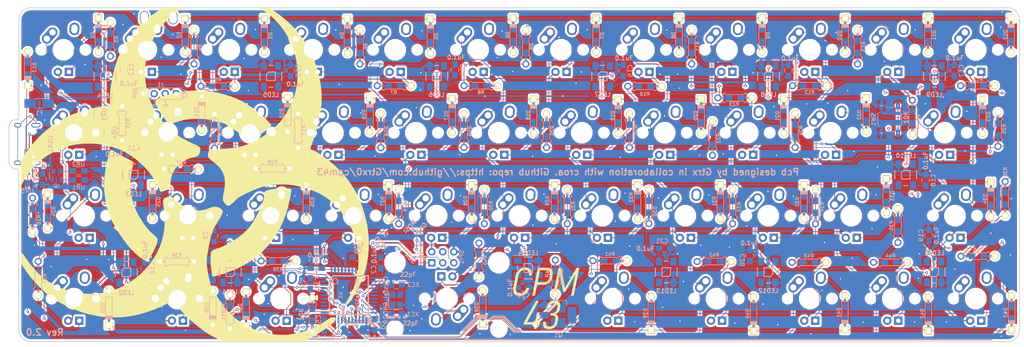
<source format=kicad_pcb>
(kicad_pcb (version 20171130) (host pcbnew "(5.0.0)")
  (layers (0 F.Cu signal) (31 B.Cu signal) (34 B.Paste user) (35 F.Paste user) (36 B.SilkS user) (37 F.SilkS user hide) (38 B.Mask user) (39 F.Mask user) (44 Edge.Cuts user))
  (net 0 "")
  (net 1 +5V)
  (net 2 GND)
  (net 3 "Net-(C6-Pad2)")
  (net 4 "Net-(C7-Pad2)")
  (net 5 "Net-(D1-Pad2)")
  (net 6 ROW0)
  (net 7 "Net-(D2-Pad2)")
  (net 8 "Net-(D3-Pad2)")
  (net 9 "Net-(D4-Pad2)")
  (net 10 "Net-(D5-Pad2)")
  (net 11 "Net-(D6-Pad2)")
  (net 12 "Net-(D7-Pad2)")
  (net 13 "Net-(D8-Pad2)")
  (net 14 "Net-(D9-Pad2)")
  (net 15 "Net-(D10-Pad2)")
  (net 16 "Net-(D11-Pad2)")
  (net 17 "Net-(D12-Pad2)")
  (net 18 "Net-(D13-Pad2)")
  (net 19 ROW1)
  (net 20 "Net-(D14-Pad2)")
  (net 21 "Net-(D15-Pad2)")
  (net 22 "Net-(D16-Pad2)")
  (net 23 "Net-(D17-Pad2)")
  (net 24 "Net-(D18-Pad2)")
  (net 25 "Net-(D19-Pad2)")
  (net 26 "Net-(D20-Pad2)")
  (net 27 "Net-(D21-Pad2)")
  (net 28 "Net-(D22-Pad2)")
  (net 29 "Net-(D23-Pad2)")
  (net 30 "Net-(D24-Pad2)")
  (net 31 ROW2)
  (net 32 "Net-(D25-Pad2)")
  (net 33 "Net-(D26-Pad2)")
  (net 34 "Net-(D27-Pad2)")
  (net 35 "Net-(D28-Pad2)")
  (net 36 "Net-(D29-Pad2)")
  (net 37 "Net-(D30-Pad2)")
  (net 38 "Net-(D31-Pad2)")
  (net 39 "Net-(D32-Pad2)")
  (net 40 "Net-(D33-Pad2)")
  (net 41 "Net-(D34-Pad2)")
  (net 42 ROW3)
  (net 43 "Net-(D35-Pad2)")
  (net 44 "Net-(D36-Pad2)")
  (net 45 "Net-(D37-Pad2)")
  (net 46 "Net-(D38-Pad2)")
  (net 47 "Net-(D39-Pad2)")
  (net 48 "Net-(D40-Pad2)")
  (net 49 "Net-(D41-Pad2)")
  (net 50 "Net-(D42-Pad2)")
  (net 51 "Net-(D43-Pad2)")
  (net 52 VCC)
  (net 53 "Net-(LED1-Pad2)")
  (net 54 "Net-(LED1-Pad4)")
  (net 55 "Net-(LED2-Pad2)")
  (net 56 "Net-(LED3-Pad2)")
  (net 57 "Net-(LED4-Pad2)")
  (net 58 "Net-(LED5-Pad2)")
  (net 59 "Net-(LED6-Pad2)")
  (net 60 "Net-(LED7-Pad2)")
  (net 61 "Net-(LED8-Pad2)")
  (net 62 "Net-(LED10-Pad4)")
  (net 63 "Net-(LED10-Pad2)")
  (net 64 "Net-(LED11-Pad2)")
  (net 65 "Net-(LED12-Pad2)")
  (net 66 "Net-(LED13-Pad2)")
  (net 67 "Net-(MX1-Pad4)")
  (net 68 COL0)
  (net 69 COL1)
  (net 70 "Net-(MX2-Pad4)")
  (net 71 COL2)
  (net 72 "Net-(MX3-Pad4)")
  (net 73 "Net-(MX4-Pad4)")
  (net 74 COL3)
  (net 75 "Net-(MX5-Pad4)")
  (net 76 COL4)
  (net 77 "Net-(MX6-Pad4)")
  (net 78 COL5)
  (net 79 "Net-(MX7-Pad4)")
  (net 80 COL6)
  (net 81 COL7)
  (net 82 "Net-(MX8-Pad4)")
  (net 83 "Net-(MX9-Pad4)")
  (net 84 COL8)
  (net 85 COL9)
  (net 86 "Net-(MX10-Pad4)")
  (net 87 "Net-(MX11-Pad4)")
  (net 88 COL10)
  (net 89 COL11)
  (net 90 "Net-(MX12-Pad4)")
  (net 91 "Net-(MX13-Pad4)")
  (net 92 "Net-(MX14-Pad4)")
  (net 93 "Net-(MX15-Pad4)")
  (net 94 "Net-(MX16-Pad4)")
  (net 95 "Net-(MX17-Pad4)")
  (net 96 "Net-(MX18-Pad4)")
  (net 97 "Net-(MX19-Pad4)")
  (net 98 "Net-(MX20-Pad4)")
  (net 99 "Net-(MX21-Pad4)")
  (net 100 "Net-(MX22-Pad4)")
  (net 101 "Net-(MX23-Pad4)")
  (net 102 "Net-(MX24-Pad4)")
  (net 103 "Net-(MX25-Pad4)")
  (net 104 "Net-(MX26-Pad4)")
  (net 105 "Net-(MX27-Pad4)")
  (net 106 "Net-(MX28-Pad4)")
  (net 107 "Net-(MX29-Pad4)")
  (net 108 "Net-(MX30-Pad4)")
  (net 109 "Net-(MX31-Pad4)")
  (net 110 "Net-(MX32-Pad4)")
  (net 111 "Net-(MX33-Pad4)")
  (net 112 "Net-(MX34-Pad4)")
  (net 113 "Net-(MX35-Pad4)")
  (net 114 "Net-(MX36-Pad4)")
  (net 115 "Net-(MX37-Pad4)")
  (net 116 "Net-(MX38-Pad4)")
  (net 117 "Net-(MX39-Pad4)")
  (net 118 "Net-(MX40-Pad4)")
  (net 119 "Net-(MX41-Pad4)")
  (net 120 "Net-(MX42-Pad4)")
  (net 121 "Net-(MX43-Pad4)")
  (net 122 "Net-(NPNR1-Pad2)")
  (net 123 LEDPWM)
  (net 124 LEDGND)
  (net 125 RST)
  (net 126 "Net-(R2-Pad1)")
  (net 127 RGBIN)
  (net 128 MOSI)
  (net 129 SCK)
  (net 130 MISO)
  (net 131 "Net-(U1-Pad17)")
  (net 132 "Net-(U1-Pad16)")
  (net 133 D+)
  (net 134 D-)
  (net 135 "Net-(UR3-Pad2)")
  (net 136 "Net-(UR4-Pad1)")
  (net 137 "Net-(J1-Pad3)")
  (net 138 "Net-(J1-Pad2)")
  (module keyboard_parts:PIN_1 (layer F.Cu) (at 68.707 62.484 90)
    (fp_text reference P? hide)
    (fp_text value CONN_1 hide)
    (pad 1 thru_hole oval (at 0 0 90) (size 3 2) (drill oval 2.7 1.7) (layers *.Cu *.Mask))
  )
  (module Buttons_Switches_SMD:SW_SPST_TL3342 (layer B.Cu) (at 233.3244 85.852 270)
    (fp_text reference SW1 (at 0 3.75 270) (layer B.SilkS) (effects (justify mirror)))
    (fp_text value SW_PUSH)
    (pad 1 smd rect (at -3.15 1.9 270) (size 1.7 1) (layers B.Cu B.Paste B.Mask) (net 2 GND))
    (pad 1 smd rect (at 3.15 1.9 270) (size 1.7 1) (layers B.Cu B.Paste B.Mask) (net 2 GND))
    (pad 2 smd rect (at -3.15 -1.9 270) (size 1.7 1) (layers B.Cu B.Paste B.Mask) (net 125 RST))
    (pad 2 smd rect (at 3.15 -1.9 270) (size 1.7 1) (layers B.Cu B.Paste B.Mask) (net 125 RST))
  )
  (module keyboard_parts:Pin_Header_Straight_2x03_Pitch2.54mm (layer F.Cu) (at 128.1176 118.7958 90)
    (fp_text reference SPI1 (at 1.32588 6.8707 90) (layer B.SilkS) (effects (justify mirror)))
    (fp_text value "2x3 SPI")
    (pad 6 thru_hole oval (at 2.54 5.08 90) (size 1.7 1.7) (drill 1) (layers *.Cu *.Mask) (net 2 GND))
    (pad 5 thru_hole oval (at 0 5.08 90) (size 1.7 1.7) (drill 1) (layers *.Cu *.Mask) (net 125 RST))
    (pad 4 thru_hole oval (at 2.54 2.54 90) (size 1.7 1.7) (drill 1) (layers *.Cu *.Mask) (net 128 MOSI))
    (pad 3 thru_hole oval (at 0 2.54 90) (size 1.7 1.7) (drill 1) (layers *.Cu *.Mask) (net 129 SCK))
    (pad 2 thru_hole oval (at 2.54 0 90) (size 1.7 1.7) (drill 1) (layers *.Cu *.Mask) (net 1 +5V))
    (pad 1 thru_hole rect (at 0 0 90) (size 1.7 1.7) (drill 1) (layers *.Cu *.Mask) (net 130 MISO))
  )
  (module keyboard_parts:Crystal_SMD_3225-4pin_3.2x2.5mm (layer B.Cu) (at 120.015 127.254 90)
    (fp_text reference X1)
    (fp_text value Crystal_GND24 (at 0 -2.45 90) (layer B.SilkS) (effects (justify mirror)))
    (pad 1 smd rect (at -1.15 -0.85 90) (size 1.5 1.3) (layers B.Cu B.Paste B.Mask) (net 131 "Net-(U1-Pad17)"))
    (pad 2 smd rect (at 1.15 -0.85 90) (size 1.5 1.3) (layers B.Cu B.Paste B.Mask) (net 2 GND))
    (pad 2 smd rect (at -1.15 0.85 90) (size 1.5 1.3) (layers B.Cu B.Paste B.Mask) (net 2 GND))
    (pad 3 smd rect (at 1.15 0.85 90) (size 1.5 1.3) (layers B.Cu B.Paste B.Mask) (net 132 "Net-(U1-Pad16)"))
  )
  (module WS2812B:WS2812B (layer B.Cu) (at 167.386 75.946)
    (fp_text reference LED7 (at 0 4.191) (layer B.SilkS) (effects (font (thickness 0.2)) (justify mirror)))
    (fp_text value WS2812B hide)
    (pad 1 smd rect (at 1.65 2.4) (size 1.4 1.8) (layers B.Cu B.Paste B.Mask) (net 1 +5V))
    (pad 2 smd rect (at -1.65 2.4) (size 1.4 1.8) (layers B.Cu B.Paste B.Mask) (net 60 "Net-(LED7-Pad2)"))
    (pad 3 smd rect (at -1.65 -2.4) (size 1.4 1.8) (layers B.Cu B.Paste B.Mask) (net 2 GND))
    (pad 4 smd rect (at 1.65 -2.4) (size 1.4 1.8) (layers B.Cu B.Paste B.Mask) (net 59 "Net-(LED6-Pad2)"))
  )
  (module TO_SOT_Packages_SMD:SOT-223-3_TabPin2 (layer B.Cu) (at 157.19552 130.83032)
    (fp_text reference Q1 (at 0 4.5) (layer B.SilkS) (effects (justify mirror)))
    (fp_text value Q_NPN_BCE)
    (pad 1 smd rect (at -3.15 2.3) (size 2 1.5) (layers B.Cu B.Paste B.Mask) (net 122 "Net-(NPNR1-Pad2)"))
    (pad 3 smd rect (at -3.15 -2.3) (size 2 1.5) (layers B.Cu B.Paste B.Mask) (net 2 GND))
    (pad 2 smd rect (at -3.15 0) (size 2 1.5) (layers B.Cu B.Paste B.Mask) (net 124 LEDGND))
    (pad 2 smd rect (at 3.15 0) (size 2 3.8) (layers B.Cu B.Paste B.Mask) (net 124 LEDGND))
  )
  (module Capacitors_SMD:C_0805_HandSoldering (layer B.Cu) (at 100.203 123.571 270)
    (fp_text reference C1 (at 0 1.75 270) (layer B.SilkS) (effects (justify mirror)))
    (fp_text value 0.1uf)
    (pad 1 smd rect (at -1.25 0 270) (size 1.5 1.25) (layers B.Cu B.Paste B.Mask) (net 1 +5V))
    (pad 2 smd rect (at 1.25 0 270) (size 1.5 1.25) (layers B.Cu B.Paste B.Mask) (net 2 GND))
  )
  (module Capacitors_SMD:C_0805_HandSoldering (layer B.Cu) (at 116.38534 118.80596 90)
    (fp_text reference C2 (at -1.54432 -1.55702 90) (layer B.SilkS) (effects (justify mirror)))
    (fp_text value 0.1uF)
    (pad 2 smd rect (at 1.25 0 90) (size 1.5 1.25) (layers B.Cu B.Paste B.Mask) (net 2 GND))
    (pad 1 smd rect (at -1.25 0 90) (size 1.5 1.25) (layers B.Cu B.Paste B.Mask) (net 1 +5V))
  )
  (module Capacitors_SMD:C_0805_HandSoldering (layer B.Cu) (at 115.0493 132.9944 270)
    (fp_text reference C3 (at 0.20828 -1.8923 270) (layer B.SilkS) (effects (justify mirror)))
    (fp_text value 0.1uF)
    (pad 1 smd rect (at -1.25 0 270) (size 1.5 1.25) (layers B.Cu B.Paste B.Mask) (net 1 +5V))
    (pad 2 smd rect (at 1.25 0 270) (size 1.5 1.25) (layers B.Cu B.Paste B.Mask) (net 2 GND))
  )
  (module Capacitors_SMD:C_0805_HandSoldering (layer B.Cu) (at 101.6 120.015 180)
    (fp_text reference C4 (at 0 1.524 180) (layer B.SilkS) (effects (justify mirror)))
    (fp_text value 4.7uF)
    (pad 2 smd rect (at 1.25 0 180) (size 1.5 1.25) (layers B.Cu B.Paste B.Mask) (net 2 GND))
    (pad 1 smd rect (at -1.25 0 180) (size 1.5 1.25) (layers B.Cu B.Paste B.Mask) (net 1 +5V))
  )
  (module Capacitors_SMD:C_0805_HandSoldering (layer B.Cu) (at 103.44404 133.18744 270)
    (fp_text reference C5 (at -1.4478 1.27 270) (layer B.SilkS) (effects (justify mirror)))
    (fp_text value 0.1uF)
    (pad 2 smd rect (at 1.25 0 270) (size 1.5 1.25) (layers B.Cu B.Paste B.Mask) (net 2 GND))
    (pad 1 smd rect (at -1.25 0 270) (size 1.5 1.25) (layers B.Cu B.Paste B.Mask) (net 1 +5V))
  )
  (module Capacitors_SMD:C_0805_HandSoldering (layer B.Cu) (at 111.125 117.475 180)
    (fp_text reference C6 (at -0.0762 1.4224 180) (layer B.SilkS) (effects (justify mirror)))
    (fp_text value 1uF)
    (pad 2 smd rect (at 1.25 0 180) (size 1.5 1.25) (layers B.Cu B.Paste B.Mask) (net 3 "Net-(C6-Pad2)"))
    (pad 1 smd rect (at -1.25 0 180) (size 1.5 1.25) (layers B.Cu B.Paste B.Mask) (net 2 GND))
  )
  (module Capacitors_SMD:C_0805_HandSoldering (layer B.Cu) (at 38.735 99.568 90)
    (fp_text reference C7 (at 3.0988 0.3302 90) (layer B.SilkS) (effects (justify mirror)))
    (fp_text value 4.7uF)
    (pad 2 smd rect (at 1.25 0 90) (size 1.5 1.25) (layers B.Cu B.Paste B.Mask) (net 4 "Net-(C7-Pad2)"))
    (pad 1 smd rect (at -1.25 0 90) (size 1.5 1.25) (layers B.Cu B.Paste B.Mask) (net 2 GND))
  )
  (module Capacitors_SMD:C_0805_HandSoldering (layer B.Cu) (at 78.0796 112.5982 90)
    (fp_text reference C9 (at 0.127 -1.905 90) (layer B.SilkS) (effects (justify mirror)))
    (fp_text value 0.1uF)
    (pad 2 smd rect (at 1.25 0 90) (size 1.5 1.25) (layers B.Cu B.Paste B.Mask) (net 2 GND))
    (pad 1 smd rect (at -1.25 0 90) (size 1.5 1.25) (layers B.Cu B.Paste B.Mask) (net 1 +5V))
  )
  (module Capacitors_SMD:C_0805_HandSoldering (layer B.Cu) (at 62.1792 120.0404 90)
    (fp_text reference C10 (at 0 1.75 90) (layer B.SilkS) (effects (justify mirror)))
    (fp_text value 0.1uF)
    (pad 1 smd rect (at -1.25 0 90) (size 1.5 1.25) (layers B.Cu B.Paste B.Mask) (net 1 +5V))
    (pad 2 smd rect (at 1.25 0 90) (size 1.5 1.25) (layers B.Cu B.Paste B.Mask) (net 2 GND))
  )
  (module Capacitors_SMD:C_0805_HandSoldering (layer B.Cu) (at 59.69 93.853)
    (fp_text reference C11 (at 0 -1.524) (layer B.SilkS) (effects (justify mirror)))
    (fp_text value 0.1uF)
    (pad 2 smd rect (at 1.25 0) (size 1.5 1.25) (layers B.Cu B.Paste B.Mask) (net 2 GND))
    (pad 1 smd rect (at -1.25 0) (size 1.5 1.25) (layers B.Cu B.Paste B.Mask) (net 1 +5V))
  )
  (module Capacitors_SMD:C_0805_HandSoldering (layer B.Cu) (at 57.404 74.422 90)
    (fp_text reference C12 (at 0 1.75 90) (layer B.SilkS) (effects (justify mirror)))
    (fp_text value 0.1uF)
    (pad 1 smd rect (at -1.25 0 90) (size 1.5 1.25) (layers B.Cu B.Paste B.Mask) (net 1 +5V))
    (pad 2 smd rect (at 1.25 0 90) (size 1.5 1.25) (layers B.Cu B.Paste B.Mask) (net 2 GND))
  )
  (module Capacitors_SMD:C_0805_HandSoldering (layer B.Cu) (at 95.6945 74.6125 90)
    (fp_text reference C13 (at 0 1.778 90) (layer B.SilkS) (effects (justify mirror)))
    (fp_text value 0.1uF)
    (pad 2 smd rect (at 1.25 0 90) (size 1.5 1.25) (layers B.Cu B.Paste B.Mask) (net 2 GND))
    (pad 1 smd rect (at -1.25 0 90) (size 1.5 1.25) (layers B.Cu B.Paste B.Mask) (net 1 +5V))
  )
  (module Capacitors_SMD:C_0805_HandSoldering (layer B.Cu) (at 133.477 74.422 90)
    (fp_text reference C14 (at -0.0254 1.7272 90) (layer B.SilkS) (effects (justify mirror)))
    (fp_text value 0.1uF)
    (pad 1 smd rect (at -1.25 0 90) (size 1.5 1.25) (layers B.Cu B.Paste B.Mask) (net 1 +5V))
    (pad 2 smd rect (at 1.25 0 90) (size 1.5 1.25) (layers B.Cu B.Paste B.Mask) (net 2 GND))
  )
  (module Capacitors_SMD:C_0805_HandSoldering (layer B.Cu) (at 172.085 74.6125 90)
    (fp_text reference C15 (at -0.1016 1.651 90) (layer B.SilkS) (effects (justify mirror)))
    (fp_text value 0.1uF)
    (pad 1 smd rect (at -1.25 0 90) (size 1.5 1.25) (layers B.Cu B.Paste B.Mask) (net 1 +5V))
    (pad 2 smd rect (at 1.25 0 90) (size 1.5 1.25) (layers B.Cu B.Paste B.Mask) (net 2 GND))
  )
  (module Capacitors_SMD:C_0805_HandSoldering (layer B.Cu) (at 210.058 74.6125 90)
    (fp_text reference C16 (at -0.1016 1.8034 90) (layer B.SilkS) (effects (justify mirror)))
    (fp_text value 0.1uF)
    (pad 1 smd rect (at -1.25 0 90) (size 1.5 1.25) (layers B.Cu B.Paste B.Mask) (net 1 +5V))
    (pad 2 smd rect (at 1.25 0 90) (size 1.5 1.25) (layers B.Cu B.Paste B.Mask) (net 2 GND))
  )
  (module Capacitors_SMD:C_0805_HandSoldering (layer B.Cu) (at 248.158 74.6125 90)
    (fp_text reference C17 (at -0.0762 1.651 90) (layer B.SilkS) (effects (justify mirror)))
    (fp_text value 0.1uF)
    (pad 2 smd rect (at 1.25 0 90) (size 1.5 1.25) (layers B.Cu B.Paste B.Mask) (net 2 GND))
    (pad 1 smd rect (at -1.25 0 90) (size 1.5 1.25) (layers B.Cu B.Paste B.Mask) (net 1 +5V))
  )
  (module Capacitors_SMD:C_0805_HandSoldering (layer B.Cu) (at 241.554 99.822 90)
    (fp_text reference C18 (at 0 1.75 90) (layer B.SilkS) (effects (justify mirror)))
    (fp_text value 0.1uF)
    (pad 2 smd rect (at 1.25 0 90) (size 1.5 1.25) (layers B.Cu B.Paste B.Mask) (net 2 GND))
    (pad 1 smd rect (at -1.25 0 90) (size 1.5 1.25) (layers B.Cu B.Paste B.Mask) (net 1 +5V))
  )
  (module Capacitors_SMD:C_0805_HandSoldering (layer B.Cu) (at 242.2652 112.4712 90)
    (fp_text reference C19 (at 0 -1.778 90) (layer B.SilkS) (effects (justify mirror)))
    (fp_text value 0.1uF)
    (pad 2 smd rect (at 1.25 0 90) (size 1.5 1.25) (layers B.Cu B.Paste B.Mask) (net 2 GND))
    (pad 1 smd rect (at -1.25 0 90) (size 1.5 1.25) (layers B.Cu B.Paste B.Mask) (net 1 +5V))
  )
  (module Capacitors_SMD:C_0805_HandSoldering (layer B.Cu) (at 201.168 117.114 90)
    (fp_text reference C20 (at -1.016 -1.6764 90) (layer B.SilkS) (effects (justify mirror)))
    (fp_text value 0.1uF)
    (pad 1 smd rect (at -1.25 0 90) (size 1.5 1.25) (layers B.Cu B.Paste B.Mask) (net 1 +5V))
    (pad 2 smd rect (at 1.25 0 90) (size 1.5 1.25) (layers B.Cu B.Paste B.Mask) (net 2 GND))
  )
  (module Capacitors_SMD:C_0805_HandSoldering (layer B.Cu) (at 181.61 115.443)
    (fp_text reference C21 (at -0.635 -1.651) (layer B.SilkS) (effects (justify mirror)))
    (fp_text value 0.1uF)
    (pad 2 smd rect (at 1.25 0) (size 1.5 1.25) (layers B.Cu B.Paste B.Mask) (net 2 GND))
    (pad 1 smd rect (at -1.25 0) (size 1.5 1.25) (layers B.Cu B.Paste B.Mask) (net 1 +5V))
  )
  (module Capacitors_SMD:C_0805_HandSoldering (layer B.Cu) (at 149.098 124.46)
    (fp_text reference C22 (at 0 1.778) (layer B.SilkS) (effects (justify mirror)))
    (fp_text value 0.1uF)
    (pad 1 smd rect (at -1.25 0) (size 1.5 1.25) (layers B.Cu B.Paste B.Mask) (net 1 +5V))
    (pad 2 smd rect (at 1.25 0) (size 1.5 1.25) (layers B.Cu B.Paste B.Mask) (net 2 GND))
  )
  (module Keebio-Parts:Diode-Hybrid-Back (layer F.Cu) (at 51.562 66.5226 90)
    (fp_text reference D1 (at -0.0254 -1.397 90) (layer B.SilkS) (effects (font (size 0.8 0.8)) (justify mirror)))
    (fp_text value D hide)
    (pad 2 smd rect (at -2.5 0 90) (size 2.9 0.5) (layers B.Cu) (net 5 "Net-(D1-Pad2)"))
    (pad 2 smd rect (at -1.4 0 90) (size 1.6 1.2) (layers B.Cu B.Paste B.Mask) (net 5 "Net-(D1-Pad2)"))
    (pad 1 smd rect (at 1.4 0 90) (size 1.6 1.2) (layers B.Cu B.Paste B.Mask) (net 6 ROW0))
    (pad 1 smd rect (at 2.5 0 90) (size 2.9 0.5) (layers B.Cu) (net 6 ROW0))
    (pad 2 thru_hole circle (at -3.9 0 90) (size 1.6 1.6) (drill 1) (layers *.Cu *.Mask F.SilkS) (net 5 "Net-(D1-Pad2)"))
    (pad 1 thru_hole rect (at 3.9 0 90) (size 1.6 1.6) (drill 1) (layers *.Cu *.Mask F.SilkS) (net 6 ROW0))
  )
  (module Keebio-Parts:Diode-Hybrid-Back (layer F.Cu) (at 71.501 66.548 90)
    (fp_text reference D2 (at 0.1016 -1.4478 90) (layer B.SilkS) (effects (font (size 0.8 0.8)) (justify mirror)))
    (fp_text value D hide)
    (pad 1 thru_hole rect (at 3.9 0 90) (size 1.6 1.6) (drill 1) (layers *.Cu *.Mask F.SilkS) (net 6 ROW0))
    (pad 2 thru_hole circle (at -3.9 0 90) (size 1.6 1.6) (drill 1) (layers *.Cu *.Mask F.SilkS) (net 7 "Net-(D2-Pad2)"))
    (pad 1 smd rect (at 2.5 0 90) (size 2.9 0.5) (layers B.Cu) (net 6 ROW0))
    (pad 1 smd rect (at 1.4 0 90) (size 1.6 1.2) (layers B.Cu B.Paste B.Mask) (net 6 ROW0))
    (pad 2 smd rect (at -1.4 0 90) (size 1.6 1.2) (layers B.Cu B.Paste B.Mask) (net 7 "Net-(D2-Pad2)"))
    (pad 2 smd rect (at -2.5 0 90) (size 2.9 0.5) (layers B.Cu) (net 7 "Net-(D2-Pad2)"))
  )
  (module Keebio-Parts:Diode-Hybrid-Back (layer F.Cu) (at 89.6874 66.548 90)
    (fp_text reference D3 (at -0.0254 1.4 90) (layer B.SilkS) (effects (font (size 0.8 0.8)) (justify mirror)))
    (fp_text value D hide)
    (pad 2 smd rect (at -2.5 0 90) (size 2.9 0.5) (layers B.Cu) (net 8 "Net-(D3-Pad2)"))
    (pad 2 smd rect (at -1.4 0 90) (size 1.6 1.2) (layers B.Cu B.Paste B.Mask) (net 8 "Net-(D3-Pad2)"))
    (pad 1 smd rect (at 1.4 0 90) (size 1.6 1.2) (layers B.Cu B.Paste B.Mask) (net 6 ROW0))
    (pad 1 smd rect (at 2.5 0 90) (size 2.9 0.5) (layers B.Cu) (net 6 ROW0))
    (pad 2 thru_hole circle (at -3.9 0 90) (size 1.6 1.6) (drill 1) (layers *.Cu *.Mask F.SilkS) (net 8 "Net-(D3-Pad2)"))
    (pad 1 thru_hole rect (at 3.9 0 90) (size 1.6 1.6) (drill 1) (layers *.Cu *.Mask F.SilkS) (net 6 ROW0))
  )
  (module Keebio-Parts:Diode-Hybrid-Back (layer F.Cu) (at 108.7628 66.7004 90)
    (fp_text reference D4 (at 0.1524 -1.3208 90) (layer B.SilkS) (effects (font (size 0.8 0.8)) (justify mirror)))
    (fp_text value D hide)
    (pad 1 thru_hole rect (at 3.9 0 90) (size 1.6 1.6) (drill 1) (layers *.Cu *.Mask F.SilkS) (net 6 ROW0))
    (pad 2 thru_hole circle (at -3.9 0 90) (size 1.6 1.6) (drill 1) (layers *.Cu *.Mask F.SilkS) (net 9 "Net-(D4-Pad2)"))
    (pad 1 smd rect (at 2.5 0 90) (size 2.9 0.5) (layers B.Cu) (net 6 ROW0))
    (pad 1 smd rect (at 1.4 0 90) (size 1.6 1.2) (layers B.Cu B.Paste B.Mask) (net 6 ROW0))
    (pad 2 smd rect (at -1.4 0 90) (size 1.6 1.2) (layers B.Cu B.Paste B.Mask) (net 9 "Net-(D4-Pad2)"))
    (pad 2 smd rect (at -2.5 0 90) (size 2.9 0.5) (layers B.Cu) (net 9 "Net-(D4-Pad2)"))
  )
  (module Keebio-Parts:Diode-Hybrid-Back (layer F.Cu) (at 127.8128 66.7258 90)
    (fp_text reference D5 (at -0.0254 1.4 90) (layer B.SilkS) (effects (font (size 0.8 0.8)) (justify mirror)))
    (fp_text value D hide)
    (pad 2 smd rect (at -2.5 0 90) (size 2.9 0.5) (layers B.Cu) (net 10 "Net-(D5-Pad2)"))
    (pad 2 smd rect (at -1.4 0 90) (size 1.6 1.2) (layers B.Cu B.Paste B.Mask) (net 10 "Net-(D5-Pad2)"))
    (pad 1 smd rect (at 1.4 0 90) (size 1.6 1.2) (layers B.Cu B.Paste B.Mask) (net 6 ROW0))
    (pad 1 smd rect (at 2.5 0 90) (size 2.9 0.5) (layers B.Cu) (net 6 ROW0))
    (pad 2 thru_hole circle (at -3.9 0 90) (size 1.6 1.6) (drill 1) (layers *.Cu *.Mask F.SilkS) (net 10 "Net-(D5-Pad2)"))
    (pad 1 thru_hole rect (at 3.9 0 90) (size 1.6 1.6) (drill 1) (layers *.Cu *.Mask F.SilkS) (net 6 ROW0))
  )
  (module Keebio-Parts:Diode-Hybrid-Back (layer F.Cu) (at 146.8374 66.5226 90)
    (fp_text reference D6 (at 0.1016 -1.2954 90) (layer B.SilkS) (effects (font (size 0.8 0.8)) (justify mirror)))
    (fp_text value D hide)
    (pad 2 smd rect (at -2.5 0 90) (size 2.9 0.5) (layers B.Cu) (net 11 "Net-(D6-Pad2)"))
    (pad 2 smd rect (at -1.4 0 90) (size 1.6 1.2) (layers B.Cu B.Paste B.Mask) (net 11 "Net-(D6-Pad2)"))
    (pad 1 smd rect (at 1.4 0 90) (size 1.6 1.2) (layers B.Cu B.Paste B.Mask) (net 6 ROW0))
    (pad 1 smd rect (at 2.5 0 90) (size 2.9 0.5) (layers B.Cu) (net 6 ROW0))
    (pad 2 thru_hole circle (at -3.9 0 90) (size 1.6 1.6) (drill 1) (layers *.Cu *.Mask F.SilkS) (net 11 "Net-(D6-Pad2)"))
    (pad 1 thru_hole rect (at 3.9 0 90) (size 1.6 1.6) (drill 1) (layers *.Cu *.Mask F.SilkS) (net 6 ROW0))
  )
  (module Keebio-Parts:Diode-Hybrid-Back (layer F.Cu) (at 165.8874 66.5226 90)
    (fp_text reference D7 (at -0.0254 1.4 90) (layer B.SilkS) (effects (font (size 0.8 0.8)) (justify mirror)))
    (fp_text value D hide)
    (pad 2 smd rect (at -2.5 0 90) (size 2.9 0.5) (layers B.Cu) (net 12 "Net-(D7-Pad2)"))
    (pad 2 smd rect (at -1.4 0 90) (size 1.6 1.2) (layers B.Cu B.Paste B.Mask) (net 12 "Net-(D7-Pad2)"))
    (pad 1 smd rect (at 1.4 0 90) (size 1.6 1.2) (layers B.Cu B.Paste B.Mask) (net 6 ROW0))
    (pad 1 smd rect (at 2.5 0 90) (size 2.9 0.5) (layers B.Cu) (net 6 ROW0))
    (pad 2 thru_hole circle (at -3.9 0 90) (size 1.6 1.6) (drill 1) (layers *.Cu *.Mask F.SilkS) (net 12 "Net-(D7-Pad2)"))
    (pad 1 thru_hole rect (at 3.9 0 90) (size 1.6 1.6) (drill 1) (layers *.Cu *.Mask F.SilkS) (net 6 ROW0))
  )
  (module Keebio-Parts:Diode-Hybrid-Back (layer F.Cu) (at 184.9374 66.4972 90)
    (fp_text reference D8 (at -0.0254 -1.2954 90) (layer B.SilkS) (effects (font (size 0.8 0.8)) (justify mirror)))
    (fp_text value D hide)
    (pad 2 smd rect (at -2.5 0 90) (size 2.9 0.5) (layers B.Cu) (net 13 "Net-(D8-Pad2)"))
    (pad 2 smd rect (at -1.4 0 90) (size 1.6 1.2) (layers B.Cu B.Paste B.Mask) (net 13 "Net-(D8-Pad2)"))
    (pad 1 smd rect (at 1.4 0 90) (size 1.6 1.2) (layers B.Cu B.Paste B.Mask) (net 6 ROW0))
    (pad 1 smd rect (at 2.5 0 90) (size 2.9 0.5) (layers B.Cu) (net 6 ROW0))
    (pad 2 thru_hole circle (at -3.9 0 90) (size 1.6 1.6) (drill 1) (layers *.Cu *.Mask F.SilkS) (net 13 "Net-(D8-Pad2)"))
    (pad 1 thru_hole rect (at 3.9 0 90) (size 1.6 1.6) (drill 1) (layers *.Cu *.Mask F.SilkS) (net 6 ROW0))
  )
  (module Keebio-Parts:Diode-Hybrid-Back (layer F.Cu) (at 204.0128 66.4972 90)
    (fp_text reference D9 (at -0.0254 1.4 90) (layer B.SilkS) (effects (font (size 0.8 0.8)) (justify mirror)))
    (fp_text value D hide)
    (pad 2 smd rect (at -2.5 0 90) (size 2.9 0.5) (layers B.Cu) (net 14 "Net-(D9-Pad2)"))
    (pad 2 smd rect (at -1.4 0 90) (size 1.6 1.2) (layers B.Cu B.Paste B.Mask) (net 14 "Net-(D9-Pad2)"))
    (pad 1 smd rect (at 1.4 0 90) (size 1.6 1.2) (layers B.Cu B.Paste B.Mask) (net 6 ROW0))
    (pad 1 smd rect (at 2.5 0 90) (size 2.9 0.5) (layers B.Cu) (net 6 ROW0))
    (pad 2 thru_hole circle (at -3.9 0 90) (size 1.6 1.6) (drill 1) (layers *.Cu *.Mask F.SilkS) (net 14 "Net-(D9-Pad2)"))
    (pad 1 thru_hole rect (at 3.9 0 90) (size 1.6 1.6) (drill 1) (layers *.Cu *.Mask F.SilkS) (net 6 ROW0))
  )
  (module Keebio-Parts:Diode-Hybrid-Back (layer F.Cu) (at 223.0882 66.5226 90)
    (fp_text reference D10 (at -0.0254 -1.3462 90) (layer B.SilkS) (effects (font (size 0.8 0.8)) (justify mirror)))
    (fp_text value D hide)
    (pad 2 smd rect (at -2.5 0 90) (size 2.9 0.5) (layers B.Cu) (net 15 "Net-(D10-Pad2)"))
    (pad 2 smd rect (at -1.4 0 90) (size 1.6 1.2) (layers B.Cu B.Paste B.Mask) (net 15 "Net-(D10-Pad2)"))
    (pad 1 smd rect (at 1.4 0 90) (size 1.6 1.2) (layers B.Cu B.Paste B.Mask) (net 6 ROW0))
    (pad 1 smd rect (at 2.5 0 90) (size 2.9 0.5) (layers B.Cu) (net 6 ROW0))
    (pad 2 thru_hole circle (at -3.9 0 90) (size 1.6 1.6) (drill 1) (layers *.Cu *.Mask F.SilkS) (net 15 "Net-(D10-Pad2)"))
    (pad 1 thru_hole rect (at 3.9 0 90) (size 1.6 1.6) (drill 1) (layers *.Cu *.Mask F.SilkS) (net 6 ROW0))
  )
  (module Keebio-Parts:Diode-Hybrid-Back (layer F.Cu) (at 242.1128 66.4972 90)
    (fp_text reference D11 (at -0.0254 1.4 90) (layer B.SilkS) (effects (font (size 0.8 0.8)) (justify mirror)))
    (fp_text value D hide)
    (pad 2 smd rect (at -2.5 0 90) (size 2.9 0.5) (layers B.Cu) (net 16 "Net-(D11-Pad2)"))
    (pad 2 smd rect (at -1.4 0 90) (size 1.6 1.2) (layers B.Cu B.Paste B.Mask) (net 16 "Net-(D11-Pad2)"))
    (pad 1 smd rect (at 1.4 0 90) (size 1.6 1.2) (layers B.Cu B.Paste B.Mask) (net 6 ROW0))
    (pad 1 smd rect (at 2.5 0 90) (size 2.9 0.5) (layers B.Cu) (net 6 ROW0))
    (pad 2 thru_hole circle (at -3.9 0 90) (size 1.6 1.6) (drill 1) (layers *.Cu *.Mask F.SilkS) (net 16 "Net-(D11-Pad2)"))
    (pad 1 thru_hole rect (at 3.9 0 90) (size 1.6 1.6) (drill 1) (layers *.Cu *.Mask F.SilkS) (net 6 ROW0))
  )
  (module Keebio-Parts:Diode-Hybrid-Back (layer F.Cu) (at 261.1755 66.4845 90)
    (fp_text reference D12 (at 0.0635 -1.3335 90) (layer B.SilkS) (effects (font (size 0.8 0.8)) (justify mirror)))
    (fp_text value D hide)
    (pad 2 smd rect (at -2.5 0 90) (size 2.9 0.5) (layers B.Cu) (net 17 "Net-(D12-Pad2)"))
    (pad 2 smd rect (at -1.4 0 90) (size 1.6 1.2) (layers B.Cu B.Paste B.Mask) (net 17 "Net-(D12-Pad2)"))
    (pad 1 smd rect (at 1.4 0 90) (size 1.6 1.2) (layers B.Cu B.Paste B.Mask) (net 6 ROW0))
    (pad 1 smd rect (at 2.5 0 90) (size 2.9 0.5) (layers B.Cu) (net 6 ROW0))
    (pad 2 thru_hole circle (at -3.9 0 90) (size 1.6 1.6) (drill 1) (layers *.Cu *.Mask F.SilkS) (net 17 "Net-(D12-Pad2)"))
    (pad 1 thru_hole rect (at 3.9 0 90) (size 1.6 1.6) (drill 1) (layers *.Cu *.Mask F.SilkS) (net 6 ROW0))
  )
  (module Keebio-Parts:Diode-Hybrid-Back (layer F.Cu) (at 35.306 74.168 270)
    (fp_text reference D13 (at -0.254 -1.524 270) (layer B.SilkS) (effects (font (size 0.8 0.8)) (justify mirror)))
    (fp_text value D hide)
    (pad 2 smd rect (at -2.5 0 270) (size 2.9 0.5) (layers B.Cu) (net 18 "Net-(D13-Pad2)"))
    (pad 2 smd rect (at -1.4 0 270) (size 1.6 1.2) (layers B.Cu B.Paste B.Mask) (net 18 "Net-(D13-Pad2)"))
    (pad 1 smd rect (at 1.4 0 270) (size 1.6 1.2) (layers B.Cu B.Paste B.Mask) (net 19 ROW1))
    (pad 1 smd rect (at 2.5 0 270) (size 2.9 0.5) (layers B.Cu) (net 19 ROW1))
    (pad 2 thru_hole circle (at -3.9 0 270) (size 1.6 1.6) (drill 1) (layers *.Cu *.Mask F.SilkS) (net 18 "Net-(D13-Pad2)"))
    (pad 1 thru_hole rect (at 3.9 0 270) (size 1.6 1.6) (drill 1) (layers *.Cu *.Mask F.SilkS) (net 19 ROW1))
  )
  (module Keebio-Parts:Diode-Hybrid-Back (layer F.Cu) (at 75.311 84.455 90)
    (fp_text reference D14 (at 0.381 -1.397 90) (layer B.SilkS) (effects (font (size 0.8 0.8)) (justify mirror)))
    (fp_text value D hide)
    (pad 2 smd rect (at -2.5 0 90) (size 2.9 0.5) (layers B.Cu) (net 20 "Net-(D14-Pad2)"))
    (pad 2 smd rect (at -1.4 0 90) (size 1.6 1.2) (layers B.Cu B.Paste B.Mask) (net 20 "Net-(D14-Pad2)"))
    (pad 1 smd rect (at 1.4 0 90) (size 1.6 1.2) (layers B.Cu B.Paste B.Mask) (net 19 ROW1))
    (pad 1 smd rect (at 2.5 0 90) (size 2.9 0.5) (layers B.Cu) (net 19 ROW1))
    (pad 2 thru_hole circle (at -3.9 0 90) (size 1.6 1.6) (drill 1) (layers *.Cu *.Mask F.SilkS) (net 20 "Net-(D14-Pad2)"))
    (pad 1 thru_hole rect (at 3.9 0 90) (size 1.6 1.6) (drill 1) (layers *.Cu *.Mask F.SilkS) (net 19 ROW1))
  )
  (module Keebio-Parts:Diode-Hybrid-Back (layer F.Cu) (at 94.996 84.709 90)
    (fp_text reference D15 (at 0.254 -1.397 90) (layer B.SilkS) (effects (font (size 0.8 0.8)) (justify mirror)))
    (fp_text value D hide)
    (pad 2 smd rect (at -2.5 0 90) (size 2.9 0.5) (layers B.Cu) (net 21 "Net-(D15-Pad2)"))
    (pad 2 smd rect (at -1.4 0 90) (size 1.6 1.2) (layers B.Cu B.Paste B.Mask) (net 21 "Net-(D15-Pad2)"))
    (pad 1 smd rect (at 1.4 0 90) (size 1.6 1.2) (layers B.Cu B.Paste B.Mask) (net 19 ROW1))
    (pad 1 smd rect (at 2.5 0 90) (size 2.9 0.5) (layers B.Cu) (net 19 ROW1))
    (pad 2 thru_hole circle (at -3.9 0 90) (size 1.6 1.6) (drill 1) (layers *.Cu *.Mask F.SilkS) (net 21 "Net-(D15-Pad2)"))
    (pad 1 thru_hole rect (at 3.9 0 90) (size 1.6 1.6) (drill 1) (layers *.Cu *.Mask F.SilkS) (net 19 ROW1))
  )
  (module Keebio-Parts:Diode-Hybrid-Back (layer F.Cu) (at 113.919 84.836 90)
    (fp_text reference D16 (at 0.127 -1.397 90) (layer B.SilkS) (effects (font (size 0.8 0.8)) (justify mirror)))
    (fp_text value D hide)
    (pad 2 smd rect (at -2.5 0 90) (size 2.9 0.5) (layers B.Cu) (net 22 "Net-(D16-Pad2)"))
    (pad 2 smd rect (at -1.4 0 90) (size 1.6 1.2) (layers B.Cu B.Paste B.Mask) (net 22 "Net-(D16-Pad2)"))
    (pad 1 smd rect (at 1.4 0 90) (size 1.6 1.2) (layers B.Cu B.Paste B.Mask) (net 19 ROW1))
    (pad 1 smd rect (at 2.5 0 90) (size 2.9 0.5) (layers B.Cu) (net 19 ROW1))
    (pad 2 thru_hole circle (at -3.9 0 90) (size 1.6 1.6) (drill 1) (layers *.Cu *.Mask F.SilkS) (net 22 "Net-(D16-Pad2)"))
    (pad 1 thru_hole rect (at 3.9 0 90) (size 1.6 1.6) (drill 1) (layers *.Cu *.Mask F.SilkS) (net 19 ROW1))
  )
  (module Keebio-Parts:Diode-Hybrid-Back (layer F.Cu) (at 132.842 84.963 90)
    (fp_text reference D17 (at 0 -1.397 90) (layer B.SilkS) (effects (font (size 0.8 0.8)) (justify mirror)))
    (fp_text value D hide)
    (pad 2 smd rect (at -2.5 0 90) (size 2.9 0.5) (layers B.Cu) (net 23 "Net-(D17-Pad2)"))
    (pad 2 smd rect (at -1.4 0 90) (size 1.6 1.2) (layers B.Cu B.Paste B.Mask) (net 23 "Net-(D17-Pad2)"))
    (pad 1 smd rect (at 1.4 0 90) (size 1.6 1.2) (layers B.Cu B.Paste B.Mask) (net 19 ROW1))
    (pad 1 smd rect (at 2.5 0 90) (size 2.9 0.5) (layers B.Cu) (net 19 ROW1))
    (pad 2 thru_hole circle (at -3.9 0 90) (size 1.6 1.6) (drill 1) (layers *.Cu *.Mask F.SilkS) (net 23 "Net-(D17-Pad2)"))
    (pad 1 thru_hole rect (at 3.9 0 90) (size 1.6 1.6) (drill 1) (layers *.Cu *.Mask F.SilkS) (net 19 ROW1))
  )
  (module Keebio-Parts:Diode-Hybrid-Back (layer F.Cu) (at 151.511 85.09 90)
    (fp_text reference D18 (at 0.254 -1.27 90) (layer B.SilkS) (effects (font (size 0.8 0.8)) (justify mirror)))
    (fp_text value D hide)
    (pad 2 smd rect (at -2.5 0 90) (size 2.9 0.5) (layers B.Cu) (net 24 "Net-(D18-Pad2)"))
    (pad 2 smd rect (at -1.4 0 90) (size 1.6 1.2) (layers B.Cu B.Paste B.Mask) (net 24 "Net-(D18-Pad2)"))
    (pad 1 smd rect (at 1.4 0 90) (size 1.6 1.2) (layers B.Cu B.Paste B.Mask) (net 19 ROW1))
    (pad 1 smd rect (at 2.5 0 90) (size 2.9 0.5) (layers B.Cu) (net 19 ROW1))
    (pad 2 thru_hole circle (at -3.9 0 90) (size 1.6 1.6) (drill 1) (layers *.Cu *.Mask F.SilkS) (net 24 "Net-(D18-Pad2)"))
    (pad 1 thru_hole rect (at 3.9 0 90) (size 1.6 1.6) (drill 1) (layers *.Cu *.Mask F.SilkS) (net 19 ROW1))
  )
  (module Keebio-Parts:Diode-Hybrid-Back (layer F.Cu) (at 170.942 85.1535 90)
    (fp_text reference D19 (at 0.1905 -1.27 90) (layer B.SilkS) (effects (font (size 0.8 0.8)) (justify mirror)))
    (fp_text value D hide)
    (pad 1 thru_hole rect (at 3.9 0 90) (size 1.6 1.6) (drill 1) (layers *.Cu *.Mask F.SilkS) (net 19 ROW1))
    (pad 2 thru_hole circle (at -3.9 0 90) (size 1.6 1.6) (drill 1) (layers *.Cu *.Mask F.SilkS) (net 25 "Net-(D19-Pad2)"))
    (pad 1 smd rect (at 2.5 0 90) (size 2.9 0.5) (layers B.Cu) (net 19 ROW1))
    (pad 1 smd rect (at 1.4 0 90) (size 1.6 1.2) (layers B.Cu B.Paste B.Mask) (net 19 ROW1))
    (pad 2 smd rect (at -1.4 0 90) (size 1.6 1.2) (layers B.Cu B.Paste B.Mask) (net 25 "Net-(D19-Pad2)"))
    (pad 2 smd rect (at -2.5 0 90) (size 2.9 0.5) (layers B.Cu) (net 25 "Net-(D19-Pad2)"))
  )
  (module Keebio-Parts:Diode-Hybrid-Back (layer F.Cu) (at 189.992 85.09 90)
    (fp_text reference D20 (at 0.127 -1.27 90) (layer B.SilkS) (effects (font (size 0.8 0.8)) (justify mirror)))
    (fp_text value D hide)
    (pad 2 smd rect (at -2.5 0 90) (size 2.9 0.5) (layers B.Cu) (net 26 "Net-(D20-Pad2)"))
    (pad 2 smd rect (at -1.4 0 90) (size 1.6 1.2) (layers B.Cu B.Paste B.Mask) (net 26 "Net-(D20-Pad2)"))
    (pad 1 smd rect (at 1.4 0 90) (size 1.6 1.2) (layers B.Cu B.Paste B.Mask) (net 19 ROW1))
    (pad 1 smd rect (at 2.5 0 90) (size 2.9 0.5) (layers B.Cu) (net 19 ROW1))
    (pad 2 thru_hole circle (at -3.9 0 90) (size 1.6 1.6) (drill 1) (layers *.Cu *.Mask F.SilkS) (net 26 "Net-(D20-Pad2)"))
    (pad 1 thru_hole rect (at 3.9 0 90) (size 1.6 1.6) (drill 1) (layers *.Cu *.Mask F.SilkS) (net 19 ROW1))
  )
  (module Keebio-Parts:Diode-Hybrid-Back (layer F.Cu) (at 208.9785 85.09 90)
    (fp_text reference D21 (at 0 -1.4605 90) (layer B.SilkS) (effects (font (size 0.8 0.8)) (justify mirror)))
    (fp_text value D hide)
    (pad 2 smd rect (at -2.5 0 90) (size 2.9 0.5) (layers B.Cu) (net 27 "Net-(D21-Pad2)"))
    (pad 2 smd rect (at -1.4 0 90) (size 1.6 1.2) (layers B.Cu B.Paste B.Mask) (net 27 "Net-(D21-Pad2)"))
    (pad 1 smd rect (at 1.4 0 90) (size 1.6 1.2) (layers B.Cu B.Paste B.Mask) (net 19 ROW1))
    (pad 1 smd rect (at 2.5 0 90) (size 2.9 0.5) (layers B.Cu) (net 19 ROW1))
    (pad 2 thru_hole circle (at -3.9 0 90) (size 1.6 1.6) (drill 1) (layers *.Cu *.Mask F.SilkS) (net 27 "Net-(D21-Pad2)"))
    (pad 1 thru_hole rect (at 3.9 0 90) (size 1.6 1.6) (drill 1) (layers *.Cu *.Mask F.SilkS) (net 19 ROW1))
  )
  (module Keebio-Parts:Diode-Hybrid-Back (layer F.Cu) (at 227.9015 84.7725 90)
    (fp_text reference D22 (at -0.0254 -1.5875 90) (layer B.SilkS) (effects (font (size 0.8 0.8)) (justify mirror)))
    (fp_text value D hide)
    (pad 2 smd rect (at -2.5 0 90) (size 2.9 0.5) (layers B.Cu) (net 28 "Net-(D22-Pad2)"))
    (pad 2 smd rect (at -1.4 0 90) (size 1.6 1.2) (layers B.Cu B.Paste B.Mask) (net 28 "Net-(D22-Pad2)"))
    (pad 1 smd rect (at 1.4 0 90) (size 1.6 1.2) (layers B.Cu B.Paste B.Mask) (net 19 ROW1))
    (pad 1 smd rect (at 2.5 0 90) (size 2.9 0.5) (layers B.Cu) (net 19 ROW1))
    (pad 2 thru_hole circle (at -3.9 0 90) (size 1.6 1.6) (drill 1) (layers *.Cu *.Mask F.SilkS) (net 28 "Net-(D22-Pad2)"))
    (pad 1 thru_hole rect (at 3.9 0 90) (size 1.6 1.6) (drill 1) (layers *.Cu *.Mask F.SilkS) (net 19 ROW1))
  )
  (module Keebio-Parts:Diode-Hybrid-Back (layer F.Cu) (at 254.635 85.1535 90)
    (fp_text reference D23 (at -0.0254 1.4 90) (layer B.SilkS) (effects (font (size 0.8 0.8)) (justify mirror)))
    (fp_text value D hide)
    (pad 2 smd rect (at -2.5 0 90) (size 2.9 0.5) (layers B.Cu) (net 29 "Net-(D23-Pad2)"))
    (pad 2 smd rect (at -1.4 0 90) (size 1.6 1.2) (layers B.Cu B.Paste B.Mask) (net 29 "Net-(D23-Pad2)"))
    (pad 1 smd rect (at 1.4 0 90) (size 1.6 1.2) (layers B.Cu B.Paste B.Mask) (net 19 ROW1))
    (pad 1 smd rect (at 2.5 0 90) (size 2.9 0.5) (layers B.Cu) (net 19 ROW1))
    (pad 2 thru_hole circle (at -3.9 0 90) (size 1.6 1.6) (drill 1) (layers *.Cu *.Mask F.SilkS) (net 29 "Net-(D23-Pad2)"))
    (pad 1 thru_hole rect (at 3.9 0 90) (size 1.6 1.6) (drill 1) (layers *.Cu *.Mask F.SilkS) (net 19 ROW1))
  )
  (module Keebio-Parts:Diode-Hybrid-Back (layer F.Cu) (at 39.878 106.934 90)
    (fp_text reference D24 (at -0.0254 1.4 90) (layer B.SilkS) (effects (font (size 0.8 0.8)) (justify mirror)))
    (fp_text value D hide)
    (pad 2 smd rect (at -2.5 0 90) (size 2.9 0.5) (layers B.Cu) (net 30 "Net-(D24-Pad2)"))
    (pad 2 smd rect (at -1.4 0 90) (size 1.6 1.2) (layers B.Cu B.Paste B.Mask) (net 30 "Net-(D24-Pad2)"))
    (pad 1 smd rect (at 1.4 0 90) (size 1.6 1.2) (layers B.Cu B.Paste B.Mask) (net 31 ROW2))
    (pad 1 smd rect (at 2.5 0 90) (size 2.9 0.5) (layers B.Cu) (net 31 ROW2))
    (pad 2 thru_hole circle (at -3.9 0 90) (size 1.6 1.6) (drill 1) (layers *.Cu *.Mask F.SilkS) (net 30 "Net-(D24-Pad2)"))
    (pad 1 thru_hole rect (at 3.9 0 90) (size 1.6 1.6) (drill 1) (layers *.Cu *.Mask F.SilkS) (net 31 ROW2))
  )
  (module Keebio-Parts:Diode-Hybrid-Back (layer F.Cu) (at 63.9826 104.7369 90)
    (fp_text reference D25 (at -0.0254 1.4 90) (layer B.SilkS) (effects (font (size 0.8 0.8)) (justify mirror)))
    (fp_text value D hide)
    (pad 1 thru_hole rect (at 3.9 0 90) (size 1.6 1.6) (drill 1) (layers *.Cu *.Mask F.SilkS) (net 31 ROW2))
    (pad 2 thru_hole circle (at -3.9 0 90) (size 1.6 1.6) (drill 1) (layers *.Cu *.Mask F.SilkS) (net 32 "Net-(D25-Pad2)"))
    (pad 1 smd rect (at 2.5 0 90) (size 2.9 0.5) (layers B.Cu) (net 31 ROW2))
    (pad 1 smd rect (at 1.4 0 90) (size 1.6 1.2) (layers B.Cu B.Paste B.Mask) (net 31 ROW2))
    (pad 2 smd rect (at -1.4 0 90) (size 1.6 1.2) (layers B.Cu B.Paste B.Mask) (net 32 "Net-(D25-Pad2)"))
    (pad 2 smd rect (at -2.5 0 90) (size 2.9 0.5) (layers B.Cu) (net 32 "Net-(D25-Pad2)"))
  )
  (module Keebio-Parts:Diode-Hybrid-Back (layer F.Cu) (at 99.314 104.775 90)
    (fp_text reference D26 (at -0.0254 1.4 90) (layer B.SilkS) (effects (font (size 0.8 0.8)) (justify mirror)))
    (fp_text value D hide)
    (pad 1 thru_hole rect (at 3.9 0 90) (size 1.6 1.6) (drill 1) (layers *.Cu *.Mask F.SilkS) (net 31 ROW2))
    (pad 2 thru_hole circle (at -3.9 0 90) (size 1.6 1.6) (drill 1) (layers *.Cu *.Mask F.SilkS) (net 33 "Net-(D26-Pad2)"))
    (pad 1 smd rect (at 2.5 0 90) (size 2.9 0.5) (layers B.Cu) (net 31 ROW2))
    (pad 1 smd rect (at 1.4 0 90) (size 1.6 1.2) (layers B.Cu B.Paste B.Mask) (net 31 ROW2))
    (pad 2 smd rect (at -1.4 0 90) (size 1.6 1.2) (layers B.Cu B.Paste B.Mask) (net 33 "Net-(D26-Pad2)"))
    (pad 2 smd rect (at -2.5 0 90) (size 2.9 0.5) (layers B.Cu) (net 33 "Net-(D26-Pad2)"))
  )
  (module Keebio-Parts:Diode-Hybrid-Back (layer F.Cu) (at 118.237 104.775 90)
    (fp_text reference D27 (at 0.127 -1.397 90) (layer B.SilkS) (effects (font (size 0.8 0.8)) (justify mirror)))
    (fp_text value D hide)
    (pad 1 thru_hole rect (at 3.9 0 90) (size 1.6 1.6) (drill 1) (layers *.Cu *.Mask F.SilkS) (net 31 ROW2))
    (pad 2 thru_hole circle (at -3.9 0 90) (size 1.6 1.6) (drill 1) (layers *.Cu *.Mask F.SilkS) (net 34 "Net-(D27-Pad2)"))
    (pad 1 smd rect (at 2.5 0 90) (size 2.9 0.5) (layers B.Cu) (net 31 ROW2))
    (pad 1 smd rect (at 1.4 0 90) (size 1.6 1.2) (layers B.Cu B.Paste B.Mask) (net 31 ROW2))
    (pad 2 smd rect (at -1.4 0 90) (size 1.6 1.2) (layers B.Cu B.Paste B.Mask) (net 34 "Net-(D27-Pad2)"))
    (pad 2 smd rect (at -2.5 0 90) (size 2.9 0.5) (layers B.Cu) (net 34 "Net-(D27-Pad2)"))
  )
  (module Keebio-Parts:Diode-Hybrid-Back (layer F.Cu) (at 137.287 104.775 90)
    (fp_text reference D28 (at 0.254 -1.397 90) (layer B.SilkS) (effects (font (size 0.8 0.8)) (justify mirror)))
    (fp_text value D hide)
    (pad 1 thru_hole rect (at 3.9 0 90) (size 1.6 1.6) (drill 1) (layers *.Cu *.Mask F.SilkS) (net 31 ROW2))
    (pad 2 thru_hole circle (at -3.9 0 90) (size 1.6 1.6) (drill 1) (layers *.Cu *.Mask F.SilkS) (net 35 "Net-(D28-Pad2)"))
    (pad 1 smd rect (at 2.5 0 90) (size 2.9 0.5) (layers B.Cu) (net 31 ROW2))
    (pad 1 smd rect (at 1.4 0 90) (size 1.6 1.2) (layers B.Cu B.Paste B.Mask) (net 31 ROW2))
    (pad 2 smd rect (at -1.4 0 90) (size 1.6 1.2) (layers B.Cu B.Paste B.Mask) (net 35 "Net-(D28-Pad2)"))
    (pad 2 smd rect (at -2.5 0 90) (size 2.9 0.5) (layers B.Cu) (net 35 "Net-(D28-Pad2)"))
  )
  (module Keebio-Parts:Diode-Hybrid-Back (layer F.Cu) (at 156.337 104.775 90)
    (fp_text reference D29 (at 0.254 -1.651 90) (layer B.SilkS) (effects (font (size 0.8 0.8)) (justify mirror)))
    (fp_text value D hide)
    (pad 1 thru_hole rect (at 3.9 0 90) (size 1.6 1.6) (drill 1) (layers *.Cu *.Mask F.SilkS) (net 31 ROW2))
    (pad 2 thru_hole circle (at -3.9 0 90) (size 1.6 1.6) (drill 1) (layers *.Cu *.Mask F.SilkS) (net 36 "Net-(D29-Pad2)"))
    (pad 1 smd rect (at 2.5 0 90) (size 2.9 0.5) (layers B.Cu) (net 31 ROW2))
    (pad 1 smd rect (at 1.4 0 90) (size 1.6 1.2) (layers B.Cu B.Paste B.Mask) (net 31 ROW2))
    (pad 2 smd rect (at -1.4 0 90) (size 1.6 1.2) (layers B.Cu B.Paste B.Mask) (net 36 "Net-(D29-Pad2)"))
    (pad 2 smd rect (at -2.5 0 90) (size 2.9 0.5) (layers B.Cu) (net 36 "Net-(D29-Pad2)"))
  )
  (module Keebio-Parts:Diode-Hybrid-Back (layer F.Cu) (at 175.387 104.775 90)
    (fp_text reference D30 (at -2.159 4.064 90) (layer B.SilkS) (effects (font (size 0.8 0.8)) (justify mirror)))
    (fp_text value D hide)
    (pad 2 smd rect (at -2.5 0 90) (size 2.9 0.5) (layers B.Cu) (net 37 "Net-(D30-Pad2)"))
    (pad 2 smd rect (at -1.4 0 90) (size 1.6 1.2) (layers B.Cu B.Paste B.Mask) (net 37 "Net-(D30-Pad2)"))
    (pad 1 smd rect (at 1.4 0 90) (size 1.6 1.2) (layers B.Cu B.Paste B.Mask) (net 31 ROW2))
    (pad 1 smd rect (at 2.5 0 90) (size 2.9 0.5) (layers B.Cu) (net 31 ROW2))
    (pad 2 thru_hole circle (at -3.9 0 90) (size 1.6 1.6) (drill 1) (layers *.Cu *.Mask F.SilkS) (net 37 "Net-(D30-Pad2)"))
    (pad 1 thru_hole rect (at 3.9 0 90) (size 1.6 1.6) (drill 1) (layers *.Cu *.Mask F.SilkS) (net 31 ROW2))
  )
  (module Keebio-Parts:Diode-Hybrid-Back (layer F.Cu) (at 194.437 104.775 90)
    (fp_text reference D31 (at 0.127 -1.397 90) (layer B.SilkS) (effects (font (size 0.8 0.8)) (justify mirror)))
    (fp_text value D hide)
    (pad 1 thru_hole rect (at 3.9 0 90) (size 1.6 1.6) (drill 1) (layers *.Cu *.Mask F.SilkS) (net 31 ROW2))
    (pad 2 thru_hole circle (at -3.9 0 90) (size 1.6 1.6) (drill 1) (layers *.Cu *.Mask F.SilkS) (net 38 "Net-(D31-Pad2)"))
    (pad 1 smd rect (at 2.5 0 90) (size 2.9 0.5) (layers B.Cu) (net 31 ROW2))
    (pad 1 smd rect (at 1.4 0 90) (size 1.6 1.2) (layers B.Cu B.Paste B.Mask) (net 31 ROW2))
    (pad 2 smd rect (at -1.4 0 90) (size 1.6 1.2) (layers B.Cu B.Paste B.Mask) (net 38 "Net-(D31-Pad2)"))
    (pad 2 smd rect (at -2.5 0 90) (size 2.9 0.5) (layers B.Cu) (net 38 "Net-(D31-Pad2)"))
  )
  (module Keebio-Parts:Diode-Hybrid-Back (layer F.Cu) (at 213.614 104.775 90)
    (fp_text reference D32 (at -0.0254 -1.524 90) (layer B.SilkS) (effects (font (size 0.8 0.8)) (justify mirror)))
    (fp_text value D hide)
    (pad 1 thru_hole rect (at 3.9 0 90) (size 1.6 1.6) (drill 1) (layers *.Cu *.Mask F.SilkS) (net 31 ROW2))
    (pad 2 thru_hole circle (at -3.9 0 90) (size 1.6 1.6) (drill 1) (layers *.Cu *.Mask F.SilkS) (net 39 "Net-(D32-Pad2)"))
    (pad 1 smd rect (at 2.5 0 90) (size 2.9 0.5) (layers B.Cu) (net 31 ROW2))
    (pad 1 smd rect (at 1.4 0 90) (size 1.6 1.2) (layers B.Cu B.Paste B.Mask) (net 31 ROW2))
    (pad 2 smd rect (at -1.4 0 90) (size 1.6 1.2) (layers B.Cu B.Paste B.Mask) (net 39 "Net-(D32-Pad2)"))
    (pad 2 smd rect (at -2.5 0 90) (size 2.9 0.5) (layers B.Cu) (net 39 "Net-(D32-Pad2)"))
  )
  (module Keebio-Parts:Diode-Hybrid-Back (layer F.Cu) (at 232.537 103.378 90)
    (fp_text reference D33 (at -0.0254 1.4 90) (layer B.SilkS) (effects (font (size 0.8 0.8)) (justify mirror)))
    (fp_text value D hide)
    (pad 1 thru_hole rect (at 3.9 0 90) (size 1.6 1.6) (drill 1) (layers *.Cu *.Mask F.SilkS) (net 31 ROW2))
    (pad 2 thru_hole circle (at -3.9 0 90) (size 1.6 1.6) (drill 1) (layers *.Cu *.Mask F.SilkS) (net 40 "Net-(D33-Pad2)"))
    (pad 1 smd rect (at 2.5 0 90) (size 2.9 0.5) (layers B.Cu) (net 31 ROW2))
    (pad 1 smd rect (at 1.4 0 90) (size 1.6 1.2) (layers B.Cu B.Paste B.Mask) (net 31 ROW2))
    (pad 2 smd rect (at -1.4 0 90) (size 1.6 1.2) (layers B.Cu B.Paste B.Mask) (net 40 "Net-(D33-Pad2)"))
    (pad 2 smd rect (at -2.5 0 90) (size 2.9 0.5) (layers B.Cu) (net 40 "Net-(D33-Pad2)"))
  )
  (module Keebio-Parts:Diode-Hybrid-Back (layer F.Cu) (at 256.54 104.14 90)
    (fp_text reference D34 (at 0.03556 -1.33604 90) (layer B.SilkS) (effects (font (size 0.8 0.8)) (justify mirror)))
    (fp_text value D hide)
    (pad 1 thru_hole rect (at 3.9 0 90) (size 1.6 1.6) (drill 1) (layers *.Cu *.Mask F.SilkS) (net 31 ROW2))
    (pad 2 thru_hole circle (at -3.9 0 90) (size 1.6 1.6) (drill 1) (layers *.Cu *.Mask F.SilkS) (net 41 "Net-(D34-Pad2)"))
    (pad 1 smd rect (at 2.5 0 90) (size 2.9 0.5) (layers B.Cu) (net 31 ROW2))
    (pad 1 smd rect (at 1.4 0 90) (size 1.6 1.2) (layers B.Cu B.Paste B.Mask) (net 31 ROW2))
    (pad 2 smd rect (at -1.4 0 90) (size 1.6 1.2) (layers B.Cu B.Paste B.Mask) (net 41 "Net-(D34-Pad2)"))
    (pad 2 smd rect (at -2.5 0 90) (size 2.9 0.5) (layers B.Cu) (net 41 "Net-(D34-Pad2)"))
  )
  (module Keebio-Parts:Diode-Hybrid-Back (layer F.Cu) (at 53.975 129.159 270)
    (fp_text reference D35 (at -0.0254 1.4 270) (layer B.SilkS) (effects (font (size 0.8 0.8)) (justify mirror)))
    (fp_text value D hide)
    (pad 1 thru_hole rect (at 3.9 0 270) (size 1.6 1.6) (drill 1) (layers *.Cu *.Mask F.SilkS) (net 42 ROW3))
    (pad 2 thru_hole circle (at -3.9 0 270) (size 1.6 1.6) (drill 1) (layers *.Cu *.Mask F.SilkS) (net 43 "Net-(D35-Pad2)"))
    (pad 1 smd rect (at 2.5 0 270) (size 2.9 0.5) (layers B.Cu) (net 42 ROW3))
    (pad 1 smd rect (at 1.4 0 270) (size 1.6 1.2) (layers B.Cu B.Paste B.Mask) (net 42 ROW3))
    (pad 2 smd rect (at -1.4 0 270) (size 1.6 1.2) (layers B.Cu B.Paste B.Mask) (net 43 "Net-(D35-Pad2)"))
    (pad 2 smd rect (at -2.5 0 270) (size 2.9 0.5) (layers B.Cu) (net 43 "Net-(D35-Pad2)"))
  )
  (module Keebio-Parts:Diode-Hybrid-Back (layer F.Cu) (at 77.851 129.159 270)
    (fp_text reference D36 (at -0.0254 1.4 270) (layer B.SilkS) (effects (font (size 0.8 0.8)) (justify mirror)))
    (fp_text value D hide)
    (pad 1 thru_hole rect (at 3.9 0 270) (size 1.6 1.6) (drill 1) (layers *.Cu *.Mask F.SilkS) (net 42 ROW3))
    (pad 2 thru_hole circle (at -3.9 0 270) (size 1.6 1.6) (drill 1) (layers *.Cu *.Mask F.SilkS) (net 44 "Net-(D36-Pad2)"))
    (pad 1 smd rect (at 2.5 0 270) (size 2.9 0.5) (layers B.Cu) (net 42 ROW3))
    (pad 1 smd rect (at 1.4 0 270) (size 1.6 1.2) (layers B.Cu B.Paste B.Mask) (net 42 ROW3))
    (pad 2 smd rect (at -1.4 0 270) (size 1.6 1.2) (layers B.Cu B.Paste B.Mask) (net 44 "Net-(D36-Pad2)"))
    (pad 2 smd rect (at -2.5 0 270) (size 2.9 0.5) (layers B.Cu) (net 44 "Net-(D36-Pad2)"))
  )
  (module Keebio-Parts:Diode-Hybrid-Back (layer F.Cu) (at 85.471 129.286 270)
    (fp_text reference D37 (at -0.0254 1.4 270) (layer B.SilkS) (effects (font (size 0.8 0.8)) (justify mirror)))
    (fp_text value D hide)
    (pad 1 thru_hole rect (at 3.9 0 270) (size 1.6 1.6) (drill 1) (layers *.Cu *.Mask F.SilkS) (net 42 ROW3))
    (pad 2 thru_hole circle (at -3.9 0 270) (size 1.6 1.6) (drill 1) (layers *.Cu *.Mask F.SilkS) (net 45 "Net-(D37-Pad2)"))
    (pad 1 smd rect (at 2.5 0 270) (size 2.9 0.5) (layers B.Cu) (net 42 ROW3))
    (pad 1 smd rect (at 1.4 0 270) (size 1.6 1.2) (layers B.Cu B.Paste B.Mask) (net 42 ROW3))
    (pad 2 smd rect (at -1.4 0 270) (size 1.6 1.2) (layers B.Cu B.Paste B.Mask) (net 45 "Net-(D37-Pad2)"))
    (pad 2 smd rect (at -2.5 0 270) (size 2.9 0.5) (layers B.Cu) (net 45 "Net-(D37-Pad2)"))
  )
  (module Keebio-Parts:Diode-Hybrid-Back (layer F.Cu) (at 139.827 128.9685 270)
    (fp_text reference D38 (at -0.0254 1.4 270) (layer B.SilkS) (effects (font (size 0.8 0.8)) (justify mirror)))
    (fp_text value D hide)
    (pad 1 thru_hole rect (at 3.9 0 270) (size 1.6 1.6) (drill 1) (layers *.Cu *.Mask F.SilkS) (net 42 ROW3))
    (pad 2 thru_hole circle (at -3.9 0 270) (size 1.6 1.6) (drill 1) (layers *.Cu *.Mask F.SilkS) (net 46 "Net-(D38-Pad2)"))
    (pad 1 smd rect (at 2.5 0 270) (size 2.9 0.5) (layers B.Cu) (net 42 ROW3))
    (pad 1 smd rect (at 1.4 0 270) (size 1.6 1.2) (layers B.Cu B.Paste B.Mask) (net 42 ROW3))
    (pad 2 smd rect (at -1.4 0 270) (size 1.6 1.2) (layers B.Cu B.Paste B.Mask) (net 46 "Net-(D38-Pad2)"))
    (pad 2 smd rect (at -2.5 0 270) (size 2.9 0.5) (layers B.Cu) (net 46 "Net-(D38-Pad2)"))
  )
  (module Keebio-Parts:Diode-Hybrid-Back (layer F.Cu) (at 178.562 130.3655 270)
    (fp_text reference D39 (at -0.0254 1.4 270) (layer B.SilkS) (effects (font (size 0.8 0.8)) (justify mirror)))
    (fp_text value D hide)
    (pad 1 thru_hole rect (at 3.9 0 270) (size 1.6 1.6) (drill 1) (layers *.Cu *.Mask F.SilkS) (net 42 ROW3))
    (pad 2 thru_hole circle (at -3.9 0 270) (size 1.6 1.6) (drill 1) (layers *.Cu *.Mask F.SilkS) (net 47 "Net-(D39-Pad2)"))
    (pad 1 smd rect (at 2.5 0 270) (size 2.9 0.5) (layers B.Cu) (net 42 ROW3))
    (pad 1 smd rect (at 1.4 0 270) (size 1.6 1.2) (layers B.Cu B.Paste B.Mask) (net 42 ROW3))
    (pad 2 smd rect (at -1.4 0 270) (size 1.6 1.2) (layers B.Cu B.Paste B.Mask) (net 47 "Net-(D39-Pad2)"))
    (pad 2 smd rect (at -2.5 0 270) (size 2.9 0.5) (layers B.Cu) (net 47 "Net-(D39-Pad2)"))
  )
  (module Keebio-Parts:Diode-Hybrid-Back (layer F.Cu) (at 202.057 130.4925 270)
    (fp_text reference D40 (at -0.0254 1.4 270) (layer B.SilkS) (effects (font (size 0.8 0.8)) (justify mirror)))
    (fp_text value D hide)
    (pad 1 thru_hole rect (at 3.9 0 270) (size 1.6 1.6) (drill 1) (layers *.Cu *.Mask F.SilkS) (net 42 ROW3))
    (pad 2 thru_hole circle (at -3.9 0 270) (size 1.6 1.6) (drill 1) (layers *.Cu *.Mask F.SilkS) (net 48 "Net-(D40-Pad2)"))
    (pad 1 smd rect (at 2.5 0 270) (size 2.9 0.5) (layers B.Cu) (net 42 ROW3))
    (pad 1 smd rect (at 1.4 0 270) (size 1.6 1.2) (layers B.Cu B.Paste B.Mask) (net 42 ROW3))
    (pad 2 smd rect (at -1.4 0 270) (size 1.6 1.2) (layers B.Cu B.Paste B.Mask) (net 48 "Net-(D40-Pad2)"))
    (pad 2 smd rect (at -2.5 0 270) (size 2.9 0.5) (layers B.Cu) (net 48 "Net-(D40-Pad2)"))
  )
  (module Keebio-Parts:Diode-Hybrid-Back (layer F.Cu) (at 223.012 130.2258 270)
    (fp_text reference D41 (at -0.0254 1.4 270) (layer B.SilkS) (effects (font (size 0.8 0.8)) (justify mirror)))
    (fp_text value D hide)
    (pad 1 thru_hole rect (at 3.9 0 270) (size 1.6 1.6) (drill 1) (layers *.Cu *.Mask F.SilkS) (net 42 ROW3))
    (pad 2 thru_hole circle (at -3.9 0 270) (size 1.6 1.6) (drill 1) (layers *.Cu *.Mask F.SilkS) (net 49 "Net-(D41-Pad2)"))
    (pad 1 smd rect (at 2.5 0 270) (size 2.9 0.5) (layers B.Cu) (net 42 ROW3))
    (pad 1 smd rect (at 1.4 0 270) (size 1.6 1.2) (layers B.Cu B.Paste B.Mask) (net 42 ROW3))
    (pad 2 smd rect (at -1.4 0 270) (size 1.6 1.2) (layers B.Cu B.Paste B.Mask) (net 49 "Net-(D41-Pad2)"))
    (pad 2 smd rect (at -2.5 0 270) (size 2.9 0.5) (layers B.Cu) (net 49 "Net-(D41-Pad2)"))
  )
  (module Keebio-Parts:Diode-Hybrid-Back (layer F.Cu) (at 242.189 130.4925 270)
    (fp_text reference D42 (at -0.0254 1.4 270) (layer B.SilkS) (effects (font (size 0.8 0.8)) (justify mirror)))
    (fp_text value D hide)
    (pad 1 thru_hole rect (at 3.9 0 270) (size 1.6 1.6) (drill 1) (layers *.Cu *.Mask F.SilkS) (net 42 ROW3))
    (pad 2 thru_hole circle (at -3.9 0 270) (size 1.6 1.6) (drill 1) (layers *.Cu *.Mask F.SilkS) (net 50 "Net-(D42-Pad2)"))
    (pad 1 smd rect (at 2.5 0 270) (size 2.9 0.5) (layers B.Cu) (net 42 ROW3))
    (pad 1 smd rect (at 1.4 0 270) (size 1.6 1.2) (layers B.Cu B.Paste B.Mask) (net 42 ROW3))
    (pad 2 smd rect (at -1.4 0 270) (size 1.6 1.2) (layers B.Cu B.Paste B.Mask) (net 50 "Net-(D42-Pad2)"))
    (pad 2 smd rect (at -2.5 0 270) (size 2.9 0.5) (layers B.Cu) (net 50 "Net-(D42-Pad2)"))
  )
  (module Keebio-Parts:Diode-Hybrid-Back (layer F.Cu) (at 261.3025 130.2385 270)
    (fp_text reference D43 (at -0.0254 1.4 270) (layer B.SilkS) (effects (font (size 0.8 0.8)) (justify mirror)))
    (fp_text value D hide)
    (pad 1 thru_hole rect (at 3.9 0 270) (size 1.6 1.6) (drill 1) (layers *.Cu *.Mask F.SilkS) (net 42 ROW3))
    (pad 2 thru_hole circle (at -3.9 0 270) (size 1.6 1.6) (drill 1) (layers *.Cu *.Mask F.SilkS) (net 51 "Net-(D43-Pad2)"))
    (pad 1 smd rect (at 2.5 0 270) (size 2.9 0.5) (layers B.Cu) (net 42 ROW3))
    (pad 1 smd rect (at 1.4 0 270) (size 1.6 1.2) (layers B.Cu B.Paste B.Mask) (net 42 ROW3))
    (pad 2 smd rect (at -1.4 0 270) (size 1.6 1.2) (layers B.Cu B.Paste B.Mask) (net 51 "Net-(D43-Pad2)"))
    (pad 2 smd rect (at -2.5 0 270) (size 2.9 0.5) (layers B.Cu) (net 51 "Net-(D43-Pad2)"))
  )
  (module WS2812B:WS2812B (layer B.Cu) (at 81.8515 120.904 180)
    (fp_text reference LED1 (at 0.127 -4.572 180) (layer B.SilkS) (effects (font (thickness 0.2)) (justify mirror)))
    (fp_text value WS2812B hide)
    (pad 1 smd rect (at 1.65 2.4 180) (size 1.4 1.8) (layers B.Cu B.Paste B.Mask) (net 1 +5V))
    (pad 2 smd rect (at -1.65 2.4 180) (size 1.4 1.8) (layers B.Cu B.Paste B.Mask) (net 53 "Net-(LED1-Pad2)"))
    (pad 3 smd rect (at -1.65 -2.4 180) (size 1.4 1.8) (layers B.Cu B.Paste B.Mask) (net 2 GND))
    (pad 4 smd rect (at 1.65 -2.4 180) (size 1.4 1.8) (layers B.Cu B.Paste B.Mask) (net 54 "Net-(LED1-Pad4)"))
  )
  (module WS2812B:WS2812B (layer B.Cu) (at 57.9755 120.9675)
    (fp_text reference LED2 (at 0 4.7) (layer B.SilkS) (effects (font (thickness 0.2)) (justify mirror)))
    (fp_text value WS2812B hide)
    (pad 4 smd rect (at 1.65 -2.4) (size 1.4 1.8) (layers B.Cu B.Paste B.Mask) (net 53 "Net-(LED1-Pad2)"))
    (pad 3 smd rect (at -1.65 -2.4) (size 1.4 1.8) (layers B.Cu B.Paste B.Mask) (net 2 GND))
    (pad 2 smd rect (at -1.65 2.4) (size 1.4 1.8) (layers B.Cu B.Paste B.Mask) (net 55 "Net-(LED2-Pad2)"))
    (pad 1 smd rect (at 1.65 2.4) (size 1.4 1.8) (layers B.Cu B.Paste B.Mask) (net 1 +5V))
  )
  (module WS2812B:WS2812B (layer B.Cu) (at 59.6265 98.552 180)
    (fp_text reference LED3 (at 0 -4.445 180) (layer B.SilkS) (effects (font (thickness 0.2)) (justify mirror)))
    (fp_text value WS2812B hide)
    (pad 1 smd rect (at 1.65 2.4 180) (size 1.4 1.8) (layers B.Cu B.Paste B.Mask) (net 1 +5V))
    (pad 2 smd rect (at -1.65 2.4 180) (size 1.4 1.8) (layers B.Cu B.Paste B.Mask) (net 56 "Net-(LED3-Pad2)"))
    (pad 3 smd rect (at -1.65 -2.4 180) (size 1.4 1.8) (layers B.Cu B.Paste B.Mask) (net 2 GND))
    (pad 4 smd rect (at 1.65 -2.4 180) (size 1.4 1.8) (layers B.Cu B.Paste B.Mask) (net 55 "Net-(LED2-Pad2)"))
  )
  (module WS2812B:WS2812B (layer B.Cu) (at 53.086 75.946)
    (fp_text reference LED4 (at 0 4.445) (layer B.SilkS) (effects (font (thickness 0.2)) (justify mirror)))
    (fp_text value WS2812B hide)
    (pad 4 smd rect (at 1.65 -2.4) (size 1.4 1.8) (layers B.Cu B.Paste B.Mask) (net 56 "Net-(LED3-Pad2)"))
    (pad 3 smd rect (at -1.65 -2.4) (size 1.4 1.8) (layers B.Cu B.Paste B.Mask) (net 2 GND))
    (pad 2 smd rect (at -1.65 2.4) (size 1.4 1.8) (layers B.Cu B.Paste B.Mask) (net 57 "Net-(LED4-Pad2)"))
    (pad 1 smd rect (at 1.65 2.4) (size 1.4 1.8) (layers B.Cu B.Paste B.Mask) (net 1 +5V))
  )
  (module WS2812B:WS2812B (layer B.Cu) (at 91.186 75.946)
    (fp_text reference LED5 (at 0 4.191) (layer B.SilkS) (effects (font (thickness 0.2)) (justify mirror)))
    (fp_text value WS2812B hide)
    (pad 1 smd rect (at 1.65 2.4) (size 1.4 1.8) (layers B.Cu B.Paste B.Mask) (net 1 +5V))
    (pad 2 smd rect (at -1.65 2.4) (size 1.4 1.8) (layers B.Cu B.Paste B.Mask) (net 58 "Net-(LED5-Pad2)"))
    (pad 3 smd rect (at -1.65 -2.4) (size 1.4 1.8) (layers B.Cu B.Paste B.Mask) (net 2 GND))
    (pad 4 smd rect (at 1.65 -2.4) (size 1.4 1.8) (layers B.Cu B.Paste B.Mask) (net 57 "Net-(LED4-Pad2)"))
  )
  (module WS2812B:WS2812B (layer B.Cu) (at 129.286 75.946)
    (fp_text reference LED6 (at -0.0635 4.191) (layer B.SilkS) (effects (font (thickness 0.2)) (justify mirror)))
    (fp_text value WS2812B hide)
    (pad 4 smd rect (at 1.65 -2.4) (size 1.4 1.8) (layers B.Cu B.Paste B.Mask) (net 58 "Net-(LED5-Pad2)"))
    (pad 3 smd rect (at -1.65 -2.4) (size 1.4 1.8) (layers B.Cu B.Paste B.Mask) (net 2 GND))
    (pad 2 smd rect (at -1.65 2.4) (size 1.4 1.8) (layers B.Cu B.Paste B.Mask) (net 59 "Net-(LED6-Pad2)"))
    (pad 1 smd rect (at 1.65 2.4) (size 1.4 1.8) (layers B.Cu B.Paste B.Mask) (net 1 +5V))
  )
  (module WS2812B:WS2812B (layer B.Cu) (at 205.486 75.946)
    (fp_text reference LED8 (at 0 4.191) (layer B.SilkS) (effects (font (thickness 0.2)) (justify mirror)))
    (fp_text value WS2812B hide)
    (pad 4 smd rect (at 1.65 -2.4) (size 1.4 1.8) (layers B.Cu B.Paste B.Mask) (net 60 "Net-(LED7-Pad2)"))
    (pad 3 smd rect (at -1.65 -2.4) (size 1.4 1.8) (layers B.Cu B.Paste B.Mask) (net 2 GND))
    (pad 2 smd rect (at -1.65 2.4) (size 1.4 1.8) (layers B.Cu B.Paste B.Mask) (net 61 "Net-(LED8-Pad2)"))
    (pad 1 smd rect (at 1.65 2.4) (size 1.4 1.8) (layers B.Cu B.Paste B.Mask) (net 1 +5V))
  )
  (module WS2812B:WS2812B (layer B.Cu) (at 243.586 75.946)
    (fp_text reference LED9 (at 0 4.191 180) (layer B.SilkS) (effects (font (thickness 0.2)) (justify mirror)))
    (fp_text value WS2812B hide)
    (pad 1 smd rect (at 1.65 2.4) (size 1.4 1.8) (layers B.Cu B.Paste B.Mask) (net 1 +5V))
    (pad 2 smd rect (at -1.65 2.4) (size 1.4 1.8) (layers B.Cu B.Paste B.Mask) (net 62 "Net-(LED10-Pad4)"))
    (pad 3 smd rect (at -1.65 -2.4) (size 1.4 1.8) (layers B.Cu B.Paste B.Mask) (net 2 GND))
    (pad 4 smd rect (at 1.65 -2.4) (size 1.4 1.8) (layers B.Cu B.Paste B.Mask) (net 61 "Net-(LED8-Pad2)"))
  )
  (module WS2812B:WS2812B (layer B.Cu) (at 236.982 98.552)
    (fp_text reference LED10 (at 0.0635 -4.3815) (layer B.SilkS) (effects (font (thickness 0.2)) (justify mirror)))
    (fp_text value WS2812B hide)
    (pad 4 smd rect (at 1.65 -2.4) (size 1.4 1.8) (layers B.Cu B.Paste B.Mask) (net 62 "Net-(LED10-Pad4)"))
    (pad 3 smd rect (at -1.65 -2.4) (size 1.4 1.8) (layers B.Cu B.Paste B.Mask) (net 2 GND))
    (pad 2 smd rect (at -1.65 2.4) (size 1.4 1.8) (layers B.Cu B.Paste B.Mask) (net 63 "Net-(LED10-Pad2)"))
    (pad 1 smd rect (at 1.65 2.4) (size 1.4 1.8) (layers B.Cu B.Paste B.Mask) (net 1 +5V))
  )
  (module WS2812B:WS2812B (layer B.Cu) (at 243.5225 120.904 180)
    (fp_text reference LED11 (at 0 4.3815 180) (layer B.SilkS) (effects (font (thickness 0.2)) (justify mirror)))
    (fp_text value WS2812B hide)
    (pad 1 smd rect (at 1.65 2.4 180) (size 1.4 1.8) (layers B.Cu B.Paste B.Mask) (net 1 +5V))
    (pad 2 smd rect (at -1.65 2.4 180) (size 1.4 1.8) (layers B.Cu B.Paste B.Mask) (net 64 "Net-(LED11-Pad2)"))
    (pad 3 smd rect (at -1.65 -2.4 180) (size 1.4 1.8) (layers B.Cu B.Paste B.Mask) (net 2 GND))
    (pad 4 smd rect (at 1.65 -2.4 180) (size 1.4 1.8) (layers B.Cu B.Paste B.Mask) (net 63 "Net-(LED10-Pad2)"))
  )
  (module WS2812B:WS2812B (layer B.Cu) (at 205.4225 120.904 180)
    (fp_text reference LED12 (at -0.0254 -4.2926) (layer B.SilkS) (effects (font (thickness 0.2)) (justify mirror)))
    (fp_text value WS2812B hide)
    (pad 4 smd rect (at 1.65 -2.4 180) (size 1.4 1.8) (layers B.Cu B.Paste B.Mask) (net 64 "Net-(LED11-Pad2)"))
    (pad 3 smd rect (at -1.65 -2.4 180) (size 1.4 1.8) (layers B.Cu B.Paste B.Mask) (net 2 GND))
    (pad 2 smd rect (at -1.65 2.4 180) (size 1.4 1.8) (layers B.Cu B.Paste B.Mask) (net 65 "Net-(LED12-Pad2)"))
    (pad 1 smd rect (at 1.65 2.4 180) (size 1.4 1.8) (layers B.Cu B.Paste B.Mask) (net 1 +5V))
  )
  (module WS2812B:WS2812B (layer B.Cu) (at 181.991 120.904 180)
    (fp_text reference LED13 (at -0.0254 -4.3434 180) (layer B.SilkS) (effects (font (thickness 0.2)) (justify mirror)))
    (fp_text value WS2812B hide)
    (pad 1 smd rect (at 1.65 2.4 180) (size 1.4 1.8) (layers B.Cu B.Paste B.Mask) (net 1 +5V))
    (pad 2 smd rect (at -1.65 2.4 180) (size 1.4 1.8) (layers B.Cu B.Paste B.Mask) (net 66 "Net-(LED13-Pad2)"))
    (pad 3 smd rect (at -1.65 -2.4 180) (size 1.4 1.8) (layers B.Cu B.Paste B.Mask) (net 2 GND))
    (pad 4 smd rect (at 1.65 -2.4 180) (size 1.4 1.8) (layers B.Cu B.Paste B.Mask) (net 65 "Net-(LED12-Pad2)"))
  )
  (module WS2812B:WS2812B (layer B.Cu) (at 150.29434 119.9642 270)
    (fp_text reference LED14 (at -3.429 0) (layer B.SilkS) (effects (font (thickness 0.2)) (justify mirror)))
    (fp_text value WS2812B hide)
    (pad 1 smd rect (at 1.65 2.4 270) (size 1.4 1.8) (layers B.Cu B.Paste B.Mask) (net 1 +5V))
    (pad 2 smd rect (at -1.65 2.4 270) (size 1.4 1.8) (layers B.Cu B.Paste B.Mask))
    (pad 3 smd rect (at -1.65 -2.4 270) (size 1.4 1.8) (layers B.Cu B.Paste B.Mask) (net 2 GND))
    (pad 4 smd rect (at 1.65 -2.4 270) (size 1.4 1.8) (layers B.Cu B.Paste B.Mask) (net 66 "Net-(LED13-Pad2)"))
  )
  (module MX_Alps_Hybrid:MX-1U (layer F.Cu) (at 43.51996 69.85648)
    (fp_text reference MX1)
    (fp_text value MX-1U)
    (pad "" np_thru_hole circle (at 5.08 0 48.0996) (size 1.75 1.75) (drill 1.75) (layers *.Cu *.Mask))
    (pad "" np_thru_hole circle (at -5.08 0 48.0996) (size 1.75 1.75) (drill 1.75) (layers *.Cu *.Mask))
    (pad 4 thru_hole rect (at 1.27 5.08) (size 1.905 1.905) (drill 1.04) (layers *.Cu B.Mask) (net 67 "Net-(MX1-Pad4)"))
    (pad 3 thru_hole circle (at -1.27 5.08) (size 1.905 1.905) (drill 1.04) (layers *.Cu B.Mask) (net 1 +5V))
    (pad 1 thru_hole circle (at -2.5 -4) (size 2.25 2.25) (drill 1.47) (layers *.Cu B.Mask) (net 68 COL0))
    (pad "" np_thru_hole circle (at 0 0) (size 3.9878 3.9878) (drill 3.9878) (layers *.Cu *.Mask))
    (pad 1 thru_hole oval (at -3.81 -2.54 48.0996) (size 4.211556 2.25) (drill 1.47 (offset 0.980778 0)) (layers *.Cu B.Mask) (net 68 COL0))
    (pad 2 thru_hole circle (at 2.54 -5.08) (size 2.25 2.25) (drill 1.47) (layers *.Cu B.Mask) (net 5 "Net-(D1-Pad2)"))
    (pad 2 thru_hole oval (at 2.5 -4.5 86.0548) (size 2.831378 2.25) (drill 1.47 (offset 0.290689 0)) (layers *.Cu B.Mask) (net 5 "Net-(D1-Pad2)"))
  )
  (module MX_Alps_Hybrid:MX-1U (layer F.Cu) (at 62.56996 69.85648)
    (fp_text reference MX2)
    (fp_text value MX-1U)
    (pad 2 thru_hole oval (at 2.5 -4.5 86.0548) (size 2.831378 2.25) (drill 1.47 (offset 0.290689 0)) (layers *.Cu B.Mask) (net 7 "Net-(D2-Pad2)"))
    (pad 2 thru_hole circle (at 2.54 -5.08) (size 2.25 2.25) (drill 1.47) (layers *.Cu B.Mask) (net 7 "Net-(D2-Pad2)"))
    (pad 1 thru_hole oval (at -3.81 -2.54 48.0996) (size 4.211556 2.25) (drill 1.47 (offset 0.980778 0)) (layers *.Cu B.Mask) (net 69 COL1))
    (pad "" np_thru_hole circle (at 0 0) (size 3.9878 3.9878) (drill 3.9878) (layers *.Cu *.Mask))
    (pad 1 thru_hole circle (at -2.5 -4) (size 2.25 2.25) (drill 1.47) (layers *.Cu B.Mask) (net 69 COL1))
    (pad 3 thru_hole circle (at -1.27 5.08) (size 1.905 1.905) (drill 1.04) (layers *.Cu B.Mask) (net 1 +5V))
    (pad 4 thru_hole rect (at 1.27 5.08) (size 1.905 1.905) (drill 1.04) (layers *.Cu B.Mask) (net 70 "Net-(MX2-Pad4)"))
    (pad "" np_thru_hole circle (at -5.08 0 48.0996) (size 1.75 1.75) (drill 1.75) (layers *.Cu *.Mask))
    (pad "" np_thru_hole circle (at 5.08 0 48.0996) (size 1.75 1.75) (drill 1.75) (layers *.Cu *.Mask))
  )
  (module MX_Alps_Hybrid:MX-1U (layer F.Cu) (at 81.61996 69.85648)
    (fp_text reference MX3)
    (fp_text value MX-1U)
    (pad 2 thru_hole oval (at 2.5 -4.5 86.0548) (size 2.831378 2.25) (drill 1.47 (offset 0.290689 0)) (layers *.Cu B.Mask) (net 8 "Net-(D3-Pad2)"))
    (pad 2 thru_hole circle (at 2.54 -5.08) (size 2.25 2.25) (drill 1.47) (layers *.Cu B.Mask) (net 8 "Net-(D3-Pad2)"))
    (pad 1 thru_hole oval (at -3.81 -2.54 48.0996) (size 4.211556 2.25) (drill 1.47 (offset 0.980778 0)) (layers *.Cu B.Mask) (net 71 COL2))
    (pad "" np_thru_hole circle (at 0 0) (size 3.9878 3.9878) (drill 3.9878) (layers *.Cu *.Mask))
    (pad 1 thru_hole circle (at -2.5 -4) (size 2.25 2.25) (drill 1.47) (layers *.Cu B.Mask) (net 71 COL2))
    (pad 3 thru_hole circle (at -1.27 5.08) (size 1.905 1.905) (drill 1.04) (layers *.Cu B.Mask) (net 1 +5V))
    (pad 4 thru_hole rect (at 1.27 5.08) (size 1.905 1.905) (drill 1.04) (layers *.Cu B.Mask) (net 72 "Net-(MX3-Pad4)"))
    (pad "" np_thru_hole circle (at -5.08 0 48.0996) (size 1.75 1.75) (drill 1.75) (layers *.Cu *.Mask))
    (pad "" np_thru_hole circle (at 5.08 0 48.0996) (size 1.75 1.75) (drill 1.75) (layers *.Cu *.Mask))
  )
  (module MX_Alps_Hybrid:MX-1U (layer F.Cu) (at 100.66996 69.85648)
    (fp_text reference MX4)
    (fp_text value MX-1U)
    (pad "" np_thru_hole circle (at 5.08 0 48.0996) (size 1.75 1.75) (drill 1.75) (layers *.Cu *.Mask))
    (pad "" np_thru_hole circle (at -5.08 0 48.0996) (size 1.75 1.75) (drill 1.75) (layers *.Cu *.Mask))
    (pad 4 thru_hole rect (at 1.27 5.08) (size 1.905 1.905) (drill 1.04) (layers *.Cu B.Mask) (net 73 "Net-(MX4-Pad4)"))
    (pad 3 thru_hole circle (at -1.27 5.08) (size 1.905 1.905) (drill 1.04) (layers *.Cu B.Mask) (net 1 +5V))
    (pad 1 thru_hole circle (at -2.5 -4) (size 2.25 2.25) (drill 1.47) (layers *.Cu B.Mask) (net 74 COL3))
    (pad "" np_thru_hole circle (at 0 0) (size 3.9878 3.9878) (drill 3.9878) (layers *.Cu *.Mask))
    (pad 1 thru_hole oval (at -3.81 -2.54 48.0996) (size 4.211556 2.25) (drill 1.47 (offset 0.980778 0)) (layers *.Cu B.Mask) (net 74 COL3))
    (pad 2 thru_hole circle (at 2.54 -5.08) (size 2.25 2.25) (drill 1.47) (layers *.Cu B.Mask) (net 9 "Net-(D4-Pad2)"))
    (pad 2 thru_hole oval (at 2.5 -4.5 86.0548) (size 2.831378 2.25) (drill 1.47 (offset 0.290689 0)) (layers *.Cu B.Mask) (net 9 "Net-(D4-Pad2)"))
  )
  (module MX_Alps_Hybrid:MX-1U (layer F.Cu) (at 119.71996 69.85648)
    (fp_text reference MX5)
    (fp_text value MX-1U)
    (pad "" np_thru_hole circle (at 5.08 0 48.0996) (size 1.75 1.75) (drill 1.75) (layers *.Cu *.Mask))
    (pad "" np_thru_hole circle (at -5.08 0 48.0996) (size 1.75 1.75) (drill 1.75) (layers *.Cu *.Mask))
    (pad 4 thru_hole rect (at 1.27 5.08) (size 1.905 1.905) (drill 1.04) (layers *.Cu B.Mask) (net 75 "Net-(MX5-Pad4)"))
    (pad 3 thru_hole circle (at -1.27 5.08) (size 1.905 1.905) (drill 1.04) (layers *.Cu B.Mask) (net 1 +5V))
    (pad 1 thru_hole circle (at -2.5 -4) (size 2.25 2.25) (drill 1.47) (layers *.Cu B.Mask) (net 76 COL4))
    (pad "" np_thru_hole circle (at 0 0) (size 3.9878 3.9878) (drill 3.9878) (layers *.Cu *.Mask))
    (pad 1 thru_hole oval (at -3.81 -2.54 48.0996) (size 4.211556 2.25) (drill 1.47 (offset 0.980778 0)) (layers *.Cu B.Mask) (net 76 COL4))
    (pad 2 thru_hole circle (at 2.54 -5.08) (size 2.25 2.25) (drill 1.47) (layers *.Cu B.Mask) (net 10 "Net-(D5-Pad2)"))
    (pad 2 thru_hole oval (at 2.5 -4.5 86.0548) (size 2.831378 2.25) (drill 1.47 (offset 0.290689 0)) (layers *.Cu B.Mask) (net 10 "Net-(D5-Pad2)"))
  )
  (module MX_Alps_Hybrid:MX-1U (layer F.Cu) (at 138.76996 69.85648)
    (fp_text reference MX6)
    (fp_text value MX-1U)
    (pad "" np_thru_hole circle (at 5.08 0 48.0996) (size 1.75 1.75) (drill 1.75) (layers *.Cu *.Mask))
    (pad "" np_thru_hole circle (at -5.08 0 48.0996) (size 1.75 1.75) (drill 1.75) (layers *.Cu *.Mask))
    (pad 4 thru_hole rect (at 1.27 5.08) (size 1.905 1.905) (drill 1.04) (layers *.Cu B.Mask) (net 77 "Net-(MX6-Pad4)"))
    (pad 3 thru_hole circle (at -1.27 5.08) (size 1.905 1.905) (drill 1.04) (layers *.Cu B.Mask) (net 1 +5V))
    (pad 1 thru_hole circle (at -2.5 -4) (size 2.25 2.25) (drill 1.47) (layers *.Cu B.Mask) (net 78 COL5))
    (pad "" np_thru_hole circle (at 0 0) (size 3.9878 3.9878) (drill 3.9878) (layers *.Cu *.Mask))
    (pad 1 thru_hole oval (at -3.81 -2.54 48.0996) (size 4.211556 2.25) (drill 1.47 (offset 0.980778 0)) (layers *.Cu B.Mask) (net 78 COL5))
    (pad 2 thru_hole circle (at 2.54 -5.08) (size 2.25 2.25) (drill 1.47) (layers *.Cu B.Mask) (net 11 "Net-(D6-Pad2)"))
    (pad 2 thru_hole oval (at 2.5 -4.5 86.0548) (size 2.831378 2.25) (drill 1.47 (offset 0.290689 0)) (layers *.Cu B.Mask) (net 11 "Net-(D6-Pad2)"))
  )
  (module MX_Alps_Hybrid:MX-1U (layer F.Cu) (at 157.81996 69.85648)
    (fp_text reference MX7)
    (fp_text value MX-1U)
    (pad "" np_thru_hole circle (at 5.08 0 48.0996) (size 1.75 1.75) (drill 1.75) (layers *.Cu *.Mask))
    (pad "" np_thru_hole circle (at -5.08 0 48.0996) (size 1.75 1.75) (drill 1.75) (layers *.Cu *.Mask))
    (pad 4 thru_hole rect (at 1.27 5.08) (size 1.905 1.905) (drill 1.04) (layers *.Cu B.Mask) (net 79 "Net-(MX7-Pad4)"))
    (pad 3 thru_hole circle (at -1.27 5.08) (size 1.905 1.905) (drill 1.04) (layers *.Cu B.Mask) (net 1 +5V))
    (pad 1 thru_hole circle (at -2.5 -4) (size 2.25 2.25) (drill 1.47) (layers *.Cu B.Mask) (net 80 COL6))
    (pad "" np_thru_hole circle (at 0 0) (size 3.9878 3.9878) (drill 3.9878) (layers *.Cu *.Mask))
    (pad 1 thru_hole oval (at -3.81 -2.54 48.0996) (size 4.211556 2.25) (drill 1.47 (offset 0.980778 0)) (layers *.Cu B.Mask) (net 80 COL6))
    (pad 2 thru_hole circle (at 2.54 -5.08) (size 2.25 2.25) (drill 1.47) (layers *.Cu B.Mask) (net 12 "Net-(D7-Pad2)"))
    (pad 2 thru_hole oval (at 2.5 -4.5 86.0548) (size 2.831378 2.25) (drill 1.47 (offset 0.290689 0)) (layers *.Cu B.Mask) (net 12 "Net-(D7-Pad2)"))
  )
  (module MX_Alps_Hybrid:MX-1U (layer F.Cu) (at 176.86996 69.85648)
    (fp_text reference MX8)
    (fp_text value MX-1U)
    (pad 2 thru_hole oval (at 2.5 -4.5 86.0548) (size 2.831378 2.25) (drill 1.47 (offset 0.290689 0)) (layers *.Cu B.Mask) (net 13 "Net-(D8-Pad2)"))
    (pad 2 thru_hole circle (at 2.54 -5.08) (size 2.25 2.25) (drill 1.47) (layers *.Cu B.Mask) (net 13 "Net-(D8-Pad2)"))
    (pad 1 thru_hole oval (at -3.81 -2.54 48.0996) (size 4.211556 2.25) (drill 1.47 (offset 0.980778 0)) (layers *.Cu B.Mask) (net 81 COL7))
    (pad "" np_thru_hole circle (at 0 0) (size 3.9878 3.9878) (drill 3.9878) (layers *.Cu *.Mask))
    (pad 1 thru_hole circle (at -2.5 -4) (size 2.25 2.25) (drill 1.47) (layers *.Cu B.Mask) (net 81 COL7))
    (pad 3 thru_hole circle (at -1.27 5.08) (size 1.905 1.905) (drill 1.04) (layers *.Cu B.Mask) (net 1 +5V))
    (pad 4 thru_hole rect (at 1.27 5.08) (size 1.905 1.905) (drill 1.04) (layers *.Cu B.Mask) (net 82 "Net-(MX8-Pad4)"))
    (pad "" np_thru_hole circle (at -5.08 0 48.0996) (size 1.75 1.75) (drill 1.75) (layers *.Cu *.Mask))
    (pad "" np_thru_hole circle (at 5.08 0 48.0996) (size 1.75 1.75) (drill 1.75) (layers *.Cu *.Mask))
  )
  (module MX_Alps_Hybrid:MX-1U (layer F.Cu) (at 195.91996 69.85648)
    (fp_text reference MX9)
    (fp_text value MX-1U)
    (pad "" np_thru_hole circle (at 5.08 0 48.0996) (size 1.75 1.75) (drill 1.75) (layers *.Cu *.Mask))
    (pad "" np_thru_hole circle (at -5.08 0 48.0996) (size 1.75 1.75) (drill 1.75) (layers *.Cu *.Mask))
    (pad 4 thru_hole rect (at 1.27 5.08) (size 1.905 1.905) (drill 1.04) (layers *.Cu B.Mask) (net 83 "Net-(MX9-Pad4)"))
    (pad 3 thru_hole circle (at -1.27 5.08) (size 1.905 1.905) (drill 1.04) (layers *.Cu B.Mask) (net 1 +5V))
    (pad 1 thru_hole circle (at -2.5 -4) (size 2.25 2.25) (drill 1.47) (layers *.Cu B.Mask) (net 84 COL8))
    (pad "" np_thru_hole circle (at 0 0) (size 3.9878 3.9878) (drill 3.9878) (layers *.Cu *.Mask))
    (pad 1 thru_hole oval (at -3.81 -2.54 48.0996) (size 4.211556 2.25) (drill 1.47 (offset 0.980778 0)) (layers *.Cu B.Mask) (net 84 COL8))
    (pad 2 thru_hole circle (at 2.54 -5.08) (size 2.25 2.25) (drill 1.47) (layers *.Cu B.Mask) (net 14 "Net-(D9-Pad2)"))
    (pad 2 thru_hole oval (at 2.5 -4.5 86.0548) (size 2.831378 2.25) (drill 1.47 (offset 0.290689 0)) (layers *.Cu B.Mask) (net 14 "Net-(D9-Pad2)"))
  )
  (module MX_Alps_Hybrid:MX-1U (layer F.Cu) (at 214.96996 69.85648)
    (fp_text reference MX10)
    (fp_text value MX-1U)
    (pad 2 thru_hole oval (at 2.5 -4.5 86.0548) (size 2.831378 2.25) (drill 1.47 (offset 0.290689 0)) (layers *.Cu B.Mask) (net 15 "Net-(D10-Pad2)"))
    (pad 2 thru_hole circle (at 2.54 -5.08) (size 2.25 2.25) (drill 1.47) (layers *.Cu B.Mask) (net 15 "Net-(D10-Pad2)"))
    (pad 1 thru_hole oval (at -3.81 -2.54 48.0996) (size 4.211556 2.25) (drill 1.47 (offset 0.980778 0)) (layers *.Cu B.Mask) (net 85 COL9))
    (pad "" np_thru_hole circle (at 0 0) (size 3.9878 3.9878) (drill 3.9878) (layers *.Cu *.Mask))
    (pad 1 thru_hole circle (at -2.5 -4) (size 2.25 2.25) (drill 1.47) (layers *.Cu B.Mask) (net 85 COL9))
    (pad 3 thru_hole circle (at -1.27 5.08) (size 1.905 1.905) (drill 1.04) (layers *.Cu B.Mask) (net 1 +5V))
    (pad 4 thru_hole rect (at 1.27 5.08) (size 1.905 1.905) (drill 1.04) (layers *.Cu B.Mask) (net 86 "Net-(MX10-Pad4)"))
    (pad "" np_thru_hole circle (at -5.08 0 48.0996) (size 1.75 1.75) (drill 1.75) (layers *.Cu *.Mask))
    (pad "" np_thru_hole circle (at 5.08 0 48.0996) (size 1.75 1.75) (drill 1.75) (layers *.Cu *.Mask))
  )
  (module MX_Alps_Hybrid:MX-1U (layer F.Cu) (at 234.01996 69.85648)
    (fp_text reference MX11)
    (fp_text value MX-1U)
    (pad "" np_thru_hole circle (at 5.08 0 48.0996) (size 1.75 1.75) (drill 1.75) (layers *.Cu *.Mask))
    (pad "" np_thru_hole circle (at -5.08 0 48.0996) (size 1.75 1.75) (drill 1.75) (layers *.Cu *.Mask))
    (pad 4 thru_hole rect (at 1.27 5.08) (size 1.905 1.905) (drill 1.04) (layers *.Cu B.Mask) (net 87 "Net-(MX11-Pad4)"))
    (pad 3 thru_hole circle (at -1.27 5.08) (size 1.905 1.905) (drill 1.04) (layers *.Cu B.Mask) (net 1 +5V))
    (pad 1 thru_hole circle (at -2.5 -4) (size 2.25 2.25) (drill 1.47) (layers *.Cu B.Mask) (net 88 COL10))
    (pad "" np_thru_hole circle (at 0 0) (size 3.9878 3.9878) (drill 3.9878) (layers *.Cu *.Mask))
    (pad 1 thru_hole oval (at -3.81 -2.54 48.0996) (size 4.211556 2.25) (drill 1.47 (offset 0.980778 0)) (layers *.Cu B.Mask) (net 88 COL10))
    (pad 2 thru_hole circle (at 2.54 -5.08) (size 2.25 2.25) (drill 1.47) (layers *.Cu B.Mask) (net 16 "Net-(D11-Pad2)"))
    (pad 2 thru_hole oval (at 2.5 -4.5 86.0548) (size 2.831378 2.25) (drill 1.47 (offset 0.290689 0)) (layers *.Cu B.Mask) (net 16 "Net-(D11-Pad2)"))
  )
  (module MX_Alps_Hybrid:MX-1U (layer F.Cu) (at 253.06996 69.85648)
    (fp_text reference MX12)
    (fp_text value MX-1U)
    (pad 2 thru_hole oval (at 2.5 -4.5 86.0548) (size 2.831378 2.25) (drill 1.47 (offset 0.290689 0)) (layers *.Cu B.Mask) (net 17 "Net-(D12-Pad2)"))
    (pad 2 thru_hole circle (at 2.54 -5.08) (size 2.25 2.25) (drill 1.47) (layers *.Cu B.Mask) (net 17 "Net-(D12-Pad2)"))
    (pad 1 thru_hole oval (at -3.81 -2.54 48.0996) (size 4.211556 2.25) (drill 1.47 (offset 0.980778 0)) (layers *.Cu B.Mask) (net 89 COL11))
    (pad "" np_thru_hole circle (at 0 0) (size 3.9878 3.9878) (drill 3.9878) (layers *.Cu *.Mask))
    (pad 1 thru_hole circle (at -2.5 -4) (size 2.25 2.25) (drill 1.47) (layers *.Cu B.Mask) (net 89 COL11))
    (pad 3 thru_hole circle (at -1.27 5.08) (size 1.905 1.905) (drill 1.04) (layers *.Cu B.Mask) (net 1 +5V))
    (pad 4 thru_hole rect (at 1.27 5.08) (size 1.905 1.905) (drill 1.04) (layers *.Cu B.Mask) (net 90 "Net-(MX12-Pad4)"))
    (pad "" np_thru_hole circle (at -5.08 0 48.0996) (size 1.75 1.75) (drill 1.75) (layers *.Cu *.Mask))
    (pad "" np_thru_hole circle (at 5.08 0 48.0996) (size 1.75 1.75) (drill 1.75) (layers *.Cu *.Mask))
  )
  (module MX_Alps_Hybrid:MX-1U (layer F.Cu) (at 67.33052 88.90648)
    (fp_text reference MX14)
    (fp_text value MX-1U)
    (pad 2 thru_hole oval (at 2.5 -4.5 86.0548) (size 2.831378 2.25) (drill 1.47 (offset 0.290689 0)) (layers *.Cu B.Mask) (net 20 "Net-(D14-Pad2)"))
    (pad 2 thru_hole circle (at 2.54 -5.08) (size 2.25 2.25) (drill 1.47) (layers *.Cu B.Mask) (net 20 "Net-(D14-Pad2)"))
    (pad 1 thru_hole oval (at -3.81 -2.54 48.0996) (size 4.211556 2.25) (drill 1.47 (offset 0.980778 0)) (layers *.Cu B.Mask) (net 69 COL1))
    (pad "" np_thru_hole circle (at 0 0) (size 3.9878 3.9878) (drill 3.9878) (layers *.Cu *.Mask))
    (pad 1 thru_hole circle (at -2.5 -4) (size 2.25 2.25) (drill 1.47) (layers *.Cu B.Mask) (net 69 COL1))
    (pad 3 thru_hole circle (at -1.27 5.08) (size 1.905 1.905) (drill 1.04) (layers *.Cu B.Mask) (net 1 +5V))
    (pad 4 thru_hole rect (at 1.27 5.08) (size 1.905 1.905) (drill 1.04) (layers *.Cu B.Mask) (net 92 "Net-(MX14-Pad4)"))
    (pad "" np_thru_hole circle (at -5.08 0 48.0996) (size 1.75 1.75) (drill 1.75) (layers *.Cu *.Mask))
    (pad "" np_thru_hole circle (at 5.08 0 48.0996) (size 1.75 1.75) (drill 1.75) (layers *.Cu *.Mask))
  )
  (module MX_Alps_Hybrid:MX-1U (layer F.Cu) (at 86.38052 88.90648)
    (fp_text reference MX15)
    (fp_text value MX-1U)
    (pad "" np_thru_hole circle (at 5.08 0 48.0996) (size 1.75 1.75) (drill 1.75) (layers *.Cu *.Mask))
    (pad "" np_thru_hole circle (at -5.08 0 48.0996) (size 1.75 1.75) (drill 1.75) (layers *.Cu *.Mask))
    (pad 4 thru_hole rect (at 1.27 5.08) (size 1.905 1.905) (drill 1.04) (layers *.Cu B.Mask) (net 93 "Net-(MX15-Pad4)"))
    (pad 3 thru_hole circle (at -1.27 5.08) (size 1.905 1.905) (drill 1.04) (layers *.Cu B.Mask) (net 1 +5V))
    (pad 1 thru_hole circle (at -2.5 -4) (size 2.25 2.25) (drill 1.47) (layers *.Cu B.Mask) (net 71 COL2))
    (pad "" np_thru_hole circle (at 0 0) (size 3.9878 3.9878) (drill 3.9878) (layers *.Cu *.Mask))
    (pad 1 thru_hole oval (at -3.81 -2.54 48.0996) (size 4.211556 2.25) (drill 1.47 (offset 0.980778 0)) (layers *.Cu B.Mask) (net 71 COL2))
    (pad 2 thru_hole circle (at 2.54 -5.08) (size 2.25 2.25) (drill 1.47) (layers *.Cu B.Mask) (net 21 "Net-(D15-Pad2)"))
    (pad 2 thru_hole oval (at 2.5 -4.5 86.0548) (size 2.831378 2.25) (drill 1.47 (offset 0.290689 0)) (layers *.Cu B.Mask) (net 21 "Net-(D15-Pad2)"))
  )
  (module MX_Alps_Hybrid:MX-1U (layer F.Cu) (at 105.43052 88.90648)
    (fp_text reference MX16)
    (fp_text value MX-1U)
    (pad 2 thru_hole oval (at 2.5 -4.5 86.0548) (size 2.831378 2.25) (drill 1.47 (offset 0.290689 0)) (layers *.Cu B.Mask) (net 22 "Net-(D16-Pad2)"))
    (pad 2 thru_hole circle (at 2.54 -5.08) (size 2.25 2.25) (drill 1.47) (layers *.Cu B.Mask) (net 22 "Net-(D16-Pad2)"))
    (pad 1 thru_hole oval (at -3.81 -2.54 48.0996) (size 4.211556 2.25) (drill 1.47 (offset 0.980778 0)) (layers *.Cu B.Mask) (net 74 COL3))
    (pad "" np_thru_hole circle (at 0 0) (size 3.9878 3.9878) (drill 3.9878) (layers *.Cu *.Mask))
    (pad 1 thru_hole circle (at -2.5 -4) (size 2.25 2.25) (drill 1.47) (layers *.Cu B.Mask) (net 74 COL3))
    (pad 3 thru_hole circle (at -1.27 5.08) (size 1.905 1.905) (drill 1.04) (layers *.Cu B.Mask) (net 1 +5V))
    (pad 4 thru_hole rect (at 1.27 5.08) (size 1.905 1.905) (drill 1.04) (layers *.Cu B.Mask) (net 94 "Net-(MX16-Pad4)"))
    (pad "" np_thru_hole circle (at -5.08 0 48.0996) (size 1.75 1.75) (drill 1.75) (layers *.Cu *.Mask))
    (pad "" np_thru_hole circle (at 5.08 0 48.0996) (size 1.75 1.75) (drill 1.75) (layers *.Cu *.Mask))
  )
  (module MX_Alps_Hybrid:MX-1U (layer F.Cu) (at 124.48052 88.90648)
    (fp_text reference MX17)
    (fp_text value MX-1U)
    (pad "" np_thru_hole circle (at 5.08 0 48.0996) (size 1.75 1.75) (drill 1.75) (layers *.Cu *.Mask))
    (pad "" np_thru_hole circle (at -5.08 0 48.0996) (size 1.75 1.75) (drill 1.75) (layers *.Cu *.Mask))
    (pad 4 thru_hole rect (at 1.27 5.08) (size 1.905 1.905) (drill 1.04) (layers *.Cu B.Mask) (net 95 "Net-(MX17-Pad4)"))
    (pad 3 thru_hole circle (at -1.27 5.08) (size 1.905 1.905) (drill 1.04) (layers *.Cu B.Mask) (net 1 +5V))
    (pad 1 thru_hole circle (at -2.5 -4) (size 2.25 2.25) (drill 1.47) (layers *.Cu B.Mask) (net 76 COL4))
    (pad "" np_thru_hole circle (at 0 0) (size 3.9878 3.9878) (drill 3.9878) (layers *.Cu *.Mask))
    (pad 1 thru_hole oval (at -3.81 -2.54 48.0996) (size 4.211556 2.25) (drill 1.47 (offset 0.980778 0)) (layers *.Cu B.Mask) (net 76 COL4))
    (pad 2 thru_hole circle (at 2.54 -5.08) (size 2.25 2.25) (drill 1.47) (layers *.Cu B.Mask) (net 23 "Net-(D17-Pad2)"))
    (pad 2 thru_hole oval (at 2.5 -4.5 86.0548) (size 2.831378 2.25) (drill 1.47 (offset 0.290689 0)) (layers *.Cu B.Mask) (net 23 "Net-(D17-Pad2)"))
  )
  (module MX_Alps_Hybrid:MX-1U (layer F.Cu) (at 143.53052 88.90648)
    (fp_text reference MX18)
    (fp_text value MX-1U)
    (pad "" np_thru_hole circle (at 5.08 0 48.0996) (size 1.75 1.75) (drill 1.75) (layers *.Cu *.Mask))
    (pad "" np_thru_hole circle (at -5.08 0 48.0996) (size 1.75 1.75) (drill 1.75) (layers *.Cu *.Mask))
    (pad 4 thru_hole rect (at 1.27 5.08) (size 1.905 1.905) (drill 1.04) (layers *.Cu B.Mask) (net 96 "Net-(MX18-Pad4)"))
    (pad 3 thru_hole circle (at -1.27 5.08) (size 1.905 1.905) (drill 1.04) (layers *.Cu B.Mask) (net 1 +5V))
    (pad 1 thru_hole circle (at -2.5 -4) (size 2.25 2.25) (drill 1.47) (layers *.Cu B.Mask) (net 78 COL5))
    (pad "" np_thru_hole circle (at 0 0) (size 3.9878 3.9878) (drill 3.9878) (layers *.Cu *.Mask))
    (pad 1 thru_hole oval (at -3.81 -2.54 48.0996) (size 4.211556 2.25) (drill 1.47 (offset 0.980778 0)) (layers *.Cu B.Mask) (net 78 COL5))
    (pad 2 thru_hole circle (at 2.54 -5.08) (size 2.25 2.25) (drill 1.47) (layers *.Cu B.Mask) (net 24 "Net-(D18-Pad2)"))
    (pad 2 thru_hole oval (at 2.5 -4.5 86.0548) (size 2.831378 2.25) (drill 1.47 (offset 0.290689 0)) (layers *.Cu B.Mask) (net 24 "Net-(D18-Pad2)"))
  )
  (module MX_Alps_Hybrid:MX-1U (layer F.Cu) (at 162.58052 88.90648)
    (fp_text reference MX19)
    (fp_text value MX-1U)
    (pad "" np_thru_hole circle (at 5.08 0 48.0996) (size 1.75 1.75) (drill 1.75) (layers *.Cu *.Mask))
    (pad "" np_thru_hole circle (at -5.08 0 48.0996) (size 1.75 1.75) (drill 1.75) (layers *.Cu *.Mask))
    (pad 4 thru_hole rect (at 1.27 5.08) (size 1.905 1.905) (drill 1.04) (layers *.Cu B.Mask) (net 97 "Net-(MX19-Pad4)"))
    (pad 3 thru_hole circle (at -1.27 5.08) (size 1.905 1.905) (drill 1.04) (layers *.Cu B.Mask) (net 1 +5V))
    (pad 1 thru_hole circle (at -2.5 -4) (size 2.25 2.25) (drill 1.47) (layers *.Cu B.Mask) (net 80 COL6))
    (pad "" np_thru_hole circle (at 0 0) (size 3.9878 3.9878) (drill 3.9878) (layers *.Cu *.Mask))
    (pad 1 thru_hole oval (at -3.81 -2.54 48.0996) (size 4.211556 2.25) (drill 1.47 (offset 0.980778 0)) (layers *.Cu B.Mask) (net 80 COL6))
    (pad 2 thru_hole circle (at 2.54 -5.08) (size 2.25 2.25) (drill 1.47) (layers *.Cu B.Mask) (net 25 "Net-(D19-Pad2)"))
    (pad 2 thru_hole oval (at 2.5 -4.5 86.0548) (size 2.831378 2.25) (drill 1.47 (offset 0.290689 0)) (layers *.Cu B.Mask) (net 25 "Net-(D19-Pad2)"))
  )
  (module MX_Alps_Hybrid:MX-1U (layer F.Cu) (at 181.63052 88.90648)
    (fp_text reference MX20)
    (fp_text value MX-1U)
    (pad "" np_thru_hole circle (at 5.08 0 48.0996) (size 1.75 1.75) (drill 1.75) (layers *.Cu *.Mask))
    (pad "" np_thru_hole circle (at -5.08 0 48.0996) (size 1.75 1.75) (drill 1.75) (layers *.Cu *.Mask))
    (pad 4 thru_hole rect (at 1.27 5.08) (size 1.905 1.905) (drill 1.04) (layers *.Cu B.Mask) (net 98 "Net-(MX20-Pad4)"))
    (pad 3 thru_hole circle (at -1.27 5.08) (size 1.905 1.905) (drill 1.04) (layers *.Cu B.Mask) (net 1 +5V))
    (pad 1 thru_hole circle (at -2.5 -4) (size 2.25 2.25) (drill 1.47) (layers *.Cu B.Mask) (net 81 COL7))
    (pad "" np_thru_hole circle (at 0 0) (size 3.9878 3.9878) (drill 3.9878) (layers *.Cu *.Mask))
    (pad 1 thru_hole oval (at -3.81 -2.54 48.0996) (size 4.211556 2.25) (drill 1.47 (offset 0.980778 0)) (layers *.Cu B.Mask) (net 81 COL7))
    (pad 2 thru_hole circle (at 2.54 -5.08) (size 2.25 2.25) (drill 1.47) (layers *.Cu B.Mask) (net 26 "Net-(D20-Pad2)"))
    (pad 2 thru_hole oval (at 2.5 -4.5 86.0548) (size 2.831378 2.25) (drill 1.47 (offset 0.290689 0)) (layers *.Cu B.Mask) (net 26 "Net-(D20-Pad2)"))
  )
  (module MX_Alps_Hybrid:MX-1U (layer F.Cu) (at 200.68052 88.90648)
    (fp_text reference MX21)
    (fp_text value MX-1U)
    (pad "" np_thru_hole circle (at 5.08 0 48.0996) (size 1.75 1.75) (drill 1.75) (layers *.Cu *.Mask))
    (pad "" np_thru_hole circle (at -5.08 0 48.0996) (size 1.75 1.75) (drill 1.75) (layers *.Cu *.Mask))
    (pad 4 thru_hole rect (at 1.27 5.08) (size 1.905 1.905) (drill 1.04) (layers *.Cu B.Mask) (net 99 "Net-(MX21-Pad4)"))
    (pad 3 thru_hole circle (at -1.27 5.08) (size 1.905 1.905) (drill 1.04) (layers *.Cu B.Mask) (net 1 +5V))
    (pad 1 thru_hole circle (at -2.5 -4) (size 2.25 2.25) (drill 1.47) (layers *.Cu B.Mask) (net 84 COL8))
    (pad "" np_thru_hole circle (at 0 0) (size 3.9878 3.9878) (drill 3.9878) (layers *.Cu *.Mask))
    (pad 1 thru_hole oval (at -3.81 -2.54 48.0996) (size 4.211556 2.25) (drill 1.47 (offset 0.980778 0)) (layers *.Cu B.Mask) (net 84 COL8))
    (pad 2 thru_hole circle (at 2.54 -5.08) (size 2.25 2.25) (drill 1.47) (layers *.Cu B.Mask) (net 27 "Net-(D21-Pad2)"))
    (pad 2 thru_hole oval (at 2.5 -4.5 86.0548) (size 2.831378 2.25) (drill 1.47 (offset 0.290689 0)) (layers *.Cu B.Mask) (net 27 "Net-(D21-Pad2)"))
  )
  (module MX_Alps_Hybrid:MX-1U (layer F.Cu) (at 219.73052 88.90648)
    (fp_text reference MX22)
    (fp_text value MX-1U)
    (pad 2 thru_hole oval (at 2.5 -4.5 86.0548) (size 2.831378 2.25) (drill 1.47 (offset 0.290689 0)) (layers *.Cu B.Mask) (net 28 "Net-(D22-Pad2)"))
    (pad 2 thru_hole circle (at 2.54 -5.08) (size 2.25 2.25) (drill 1.47) (layers *.Cu B.Mask) (net 28 "Net-(D22-Pad2)"))
    (pad 1 thru_hole oval (at -3.81 -2.54 48.0996) (size 4.211556 2.25) (drill 1.47 (offset 0.980778 0)) (layers *.Cu B.Mask) (net 85 COL9))
    (pad "" np_thru_hole circle (at 0 0) (size 3.9878 3.9878) (drill 3.9878) (layers *.Cu *.Mask))
    (pad 1 thru_hole circle (at -2.5 -4) (size 2.25 2.25) (drill 1.47) (layers *.Cu B.Mask) (net 85 COL9))
    (pad 3 thru_hole circle (at -1.27 5.08) (size 1.905 1.905) (drill 1.04) (layers *.Cu B.Mask) (net 1 +5V))
    (pad 4 thru_hole rect (at 1.27 5.08) (size 1.905 1.905) (drill 1.04) (layers *.Cu B.Mask) (net 100 "Net-(MX22-Pad4)"))
    (pad "" np_thru_hole circle (at -5.08 0 48.0996) (size 1.75 1.75) (drill 1.75) (layers *.Cu *.Mask))
    (pad "" np_thru_hole circle (at 5.08 0 48.0996) (size 1.75 1.75) (drill 1.75) (layers *.Cu *.Mask))
  )
  (module MX_Alps_Hybrid:MX-1.75U (layer F.Cu) (at 245.92496 88.9022)
    (fp_text reference MX23)
    (fp_text value MX-1.75U)
    (pad 2 thru_hole oval (at 2.5 -4.5 86.0548) (size 2.831378 2.25) (drill 1.47 (offset 0.290689 0)) (layers *.Cu B.Mask) (net 29 "Net-(D23-Pad2)"))
    (pad 2 thru_hole circle (at 2.54 -5.08) (size 2.25 2.25) (drill 1.47) (layers *.Cu B.Mask) (net 29 "Net-(D23-Pad2)"))
    (pad 1 thru_hole oval (at -3.81 -2.54 48.0996) (size 4.211556 2.25) (drill 1.47 (offset 0.980778 0)) (layers *.Cu B.Mask) (net 88 COL10))
    (pad "" np_thru_hole circle (at 0 0) (size 3.9878 3.9878) (drill 3.9878) (layers *.Cu *.Mask))
    (pad 1 thru_hole circle (at -2.5 -4) (size 2.25 2.25) (drill 1.47) (layers *.Cu B.Mask) (net 88 COL10))
    (pad 3 thru_hole circle (at -1.27 5.08) (size 1.905 1.905) (drill 1.04) (layers *.Cu B.Mask) (net 1 +5V))
    (pad 4 thru_hole rect (at 1.27 5.08) (size 1.905 1.905) (drill 1.04) (layers *.Cu B.Mask) (net 101 "Net-(MX23-Pad4)"))
    (pad "" np_thru_hole circle (at -5.08 0 48.0996) (size 1.75 1.75) (drill 1.75) (layers *.Cu *.Mask))
    (pad "" np_thru_hole circle (at 5.08 0 48.0996) (size 1.75 1.75) (drill 1.75) (layers *.Cu *.Mask))
  )
  (module MX_Alps_Hybrid:MX-1.5U (layer F.Cu) (at 48.28032 107.95508)
    (fp_text reference MX24)
    (fp_text value MX-1.5U)
    (pad 2 thru_hole oval (at 2.5 -4.5 86.0548) (size 2.831378 2.25) (drill 1.47 (offset 0.290689 0)) (layers *.Cu B.Mask) (net 30 "Net-(D24-Pad2)"))
    (pad 2 thru_hole circle (at 2.54 -5.08) (size 2.25 2.25) (drill 1.47) (layers *.Cu B.Mask) (net 30 "Net-(D24-Pad2)"))
    (pad 1 thru_hole oval (at -3.81 -2.54 48.0996) (size 4.211556 2.25) (drill 1.47 (offset 0.980778 0)) (layers *.Cu B.Mask) (net 68 COL0))
    (pad "" np_thru_hole circle (at 0 0) (size 3.9878 3.9878) (drill 3.9878) (layers *.Cu *.Mask))
    (pad 1 thru_hole circle (at -2.5 -4) (size 2.25 2.25) (drill 1.47) (layers *.Cu B.Mask) (net 68 COL0))
    (pad 3 thru_hole circle (at -1.27 5.08) (size 1.905 1.905) (drill 1.04) (layers *.Cu B.Mask) (net 1 +5V))
    (pad 4 thru_hole rect (at 1.27 5.08) (size 1.905 1.905) (drill 1.04) (layers *.Cu B.Mask) (net 102 "Net-(MX24-Pad4)"))
    (pad "" np_thru_hole circle (at -5.08 0 48.0996) (size 1.75 1.75) (drill 1.75) (layers *.Cu *.Mask))
    (pad "" np_thru_hole circle (at 5.08 0 48.0996) (size 1.75 1.75) (drill 1.75) (layers *.Cu *.Mask))
  )
  (module MX_Alps_Hybrid:MX-1U (layer F.Cu) (at 72.08792 107.95568)
    (fp_text reference MX25)
    (fp_text value MX-1U)
    (pad 2 thru_hole oval (at 2.5 -4.5 86.0548) (size 2.831378 2.25) (drill 1.47 (offset 0.290689 0)) (layers *.Cu B.Mask) (net 32 "Net-(D25-Pad2)"))
    (pad 2 thru_hole circle (at 2.54 -5.08) (size 2.25 2.25) (drill 1.47) (layers *.Cu B.Mask) (net 32 "Net-(D25-Pad2)"))
    (pad 1 thru_hole oval (at -3.81 -2.54 48.0996) (size 4.211556 2.25) (drill 1.47 (offset 0.980778 0)) (layers *.Cu B.Mask) (net 69 COL1))
    (pad "" np_thru_hole circle (at 0 0) (size 3.9878 3.9878) (drill 3.9878) (layers *.Cu *.Mask))
    (pad 1 thru_hole circle (at -2.5 -4) (size 2.25 2.25) (drill 1.47) (layers *.Cu B.Mask) (net 69 COL1))
    (pad 3 thru_hole circle (at -1.27 5.08) (size 1.905 1.905) (drill 1.04) (layers *.Cu B.Mask) (net 1 +5V))
    (pad 4 thru_hole rect (at 1.27 5.08) (size 1.905 1.905) (drill 1.04) (layers *.Cu B.Mask) (net 103 "Net-(MX25-Pad4)"))
    (pad "" np_thru_hole circle (at -5.08 0 48.0996) (size 1.75 1.75) (drill 1.75) (layers *.Cu *.Mask))
    (pad "" np_thru_hole circle (at 5.08 0 48.0996) (size 1.75 1.75) (drill 1.75) (layers *.Cu *.Mask))
  )
  (module MX_Alps_Hybrid:MX-1U (layer F.Cu) (at 91.13792 107.95568)
    (fp_text reference MX26)
    (fp_text value MX-1U)
    (pad 2 thru_hole oval (at 2.5 -4.5 86.0548) (size 2.831378 2.25) (drill 1.47 (offset 0.290689 0)) (layers *.Cu B.Mask) (net 33 "Net-(D26-Pad2)"))
    (pad 2 thru_hole circle (at 2.54 -5.08) (size 2.25 2.25) (drill 1.47) (layers *.Cu B.Mask) (net 33 "Net-(D26-Pad2)"))
    (pad 1 thru_hole oval (at -3.81 -2.54 48.0996) (size 4.211556 2.25) (drill 1.47 (offset 0.980778 0)) (layers *.Cu B.Mask) (net 71 COL2))
    (pad "" np_thru_hole circle (at 0 0) (size 3.9878 3.9878) (drill 3.9878) (layers *.Cu *.Mask))
    (pad 1 thru_hole circle (at -2.5 -4) (size 2.25 2.25) (drill 1.47) (layers *.Cu B.Mask) (net 71 COL2))
    (pad 3 thru_hole circle (at -1.27 5.08) (size 1.905 1.905) (drill 1.04) (layers *.Cu B.Mask) (net 1 +5V))
    (pad 4 thru_hole rect (at 1.27 5.08) (size 1.905 1.905) (drill 1.04) (layers *.Cu B.Mask) (net 104 "Net-(MX26-Pad4)"))
    (pad "" np_thru_hole circle (at -5.08 0 48.0996) (size 1.75 1.75) (drill 1.75) (layers *.Cu *.Mask))
    (pad "" np_thru_hole circle (at 5.08 0 48.0996) (size 1.75 1.75) (drill 1.75) (layers *.Cu *.Mask))
  )
  (module MX_Alps_Hybrid:MX-1U (layer F.Cu) (at 110.18792 107.95568)
    (fp_text reference MX27)
    (fp_text value MX-1U)
    (pad "" np_thru_hole circle (at 5.08 0 48.0996) (size 1.75 1.75) (drill 1.75) (layers *.Cu *.Mask))
    (pad "" np_thru_hole circle (at -5.08 0 48.0996) (size 1.75 1.75) (drill 1.75) (layers *.Cu *.Mask))
    (pad 4 thru_hole rect (at 1.27 5.08) (size 1.905 1.905) (drill 1.04) (layers *.Cu B.Mask) (net 105 "Net-(MX27-Pad4)"))
    (pad 3 thru_hole circle (at -1.27 5.08) (size 1.905 1.905) (drill 1.04) (layers *.Cu B.Mask) (net 1 +5V))
    (pad 1 thru_hole circle (at -2.5 -4) (size 2.25 2.25) (drill 1.47) (layers *.Cu B.Mask) (net 74 COL3))
    (pad "" np_thru_hole circle (at 0 0) (size 3.9878 3.9878) (drill 3.9878) (layers *.Cu *.Mask))
    (pad 1 thru_hole oval (at -3.81 -2.54 48.0996) (size 4.211556 2.25) (drill 1.47 (offset 0.980778 0)) (layers *.Cu B.Mask) (net 74 COL3))
    (pad 2 thru_hole circle (at 2.54 -5.08) (size 2.25 2.25) (drill 1.47) (layers *.Cu B.Mask) (net 34 "Net-(D27-Pad2)"))
    (pad 2 thru_hole oval (at 2.5 -4.5 86.0548) (size 2.831378 2.25) (drill 1.47 (offset 0.290689 0)) (layers *.Cu B.Mask) (net 34 "Net-(D27-Pad2)"))
  )
  (module MX_Alps_Hybrid:MX-1U (layer F.Cu) (at 129.23792 107.95568)
    (fp_text reference MX28)
    (fp_text value MX-1U)
    (pad 2 thru_hole oval (at 2.5 -4.5 86.0548) (size 2.831378 2.25) (drill 1.47 (offset 0.290689 0)) (layers *.Cu B.Mask) (net 35 "Net-(D28-Pad2)"))
    (pad 2 thru_hole circle (at 2.54 -5.08) (size 2.25 2.25) (drill 1.47) (layers *.Cu B.Mask) (net 35 "Net-(D28-Pad2)"))
    (pad 1 thru_hole oval (at -3.81 -2.54 48.0996) (size 4.211556 2.25) (drill 1.47 (offset 0.980778 0)) (layers *.Cu B.Mask) (net 76 COL4))
    (pad "" np_thru_hole circle (at 0 0) (size 3.9878 3.9878) (drill 3.9878) (layers *.Cu *.Mask))
    (pad 1 thru_hole circle (at -2.5 -4) (size 2.25 2.25) (drill 1.47) (layers *.Cu B.Mask) (net 76 COL4))
    (pad 3 thru_hole circle (at -1.27 5.08) (size 1.905 1.905) (drill 1.04) (layers *.Cu B.Mask) (net 1 +5V))
    (pad 4 thru_hole rect (at 1.27 5.08) (size 1.905 1.905) (drill 1.04) (layers *.Cu B.Mask) (net 106 "Net-(MX28-Pad4)"))
    (pad "" np_thru_hole circle (at -5.08 0 48.0996) (size 1.75 1.75) (drill 1.75) (layers *.Cu *.Mask))
    (pad "" np_thru_hole circle (at 5.08 0 48.0996) (size 1.75 1.75) (drill 1.75) (layers *.Cu *.Mask))
  )
  (module MX_Alps_Hybrid:MX-1U (layer F.Cu) (at 148.28792 107.95568)
    (fp_text reference MX29)
    (fp_text value MX-1U)
    (pad 2 thru_hole oval (at 2.5 -4.5 86.0548) (size 2.831378 2.25) (drill 1.47 (offset 0.290689 0)) (layers *.Cu B.Mask) (net 36 "Net-(D29-Pad2)"))
    (pad 2 thru_hole circle (at 2.54 -5.08) (size 2.25 2.25) (drill 1.47) (layers *.Cu B.Mask) (net 36 "Net-(D29-Pad2)"))
    (pad 1 thru_hole oval (at -3.81 -2.54 48.0996) (size 4.211556 2.25) (drill 1.47 (offset 0.980778 0)) (layers *.Cu B.Mask) (net 78 COL5))
    (pad "" np_thru_hole circle (at 0 0) (size 3.9878 3.9878) (drill 3.9878) (layers *.Cu *.Mask))
    (pad 1 thru_hole circle (at -2.5 -4) (size 2.25 2.25) (drill 1.47) (layers *.Cu B.Mask) (net 78 COL5))
    (pad 3 thru_hole circle (at -1.27 5.08) (size 1.905 1.905) (drill 1.04) (layers *.Cu B.Mask) (net 1 +5V))
    (pad 4 thru_hole rect (at 1.27 5.08) (size 1.905 1.905) (drill 1.04) (layers *.Cu B.Mask) (net 107 "Net-(MX29-Pad4)"))
    (pad "" np_thru_hole circle (at -5.08 0 48.0996) (size 1.75 1.75) (drill 1.75) (layers *.Cu *.Mask))
    (pad "" np_thru_hole circle (at 5.08 0 48.0996) (size 1.75 1.75) (drill 1.75) (layers *.Cu *.Mask))
  )
  (module MX_Alps_Hybrid:MX-1U (layer F.Cu) (at 167.33792 107.95568)
    (fp_text reference MX30)
    (fp_text value MX-1U)
    (pad 2 thru_hole oval (at 2.5 -4.5 86.0548) (size 2.831378 2.25) (drill 1.47 (offset 0.290689 0)) (layers *.Cu B.Mask) (net 37 "Net-(D30-Pad2)"))
    (pad 2 thru_hole circle (at 2.54 -5.08) (size 2.25 2.25) (drill 1.47) (layers *.Cu B.Mask) (net 37 "Net-(D30-Pad2)"))
    (pad 1 thru_hole oval (at -3.81 -2.54 48.0996) (size 4.211556 2.25) (drill 1.47 (offset 0.980778 0)) (layers *.Cu B.Mask) (net 80 COL6))
    (pad "" np_thru_hole circle (at 0 0) (size 3.9878 3.9878) (drill 3.9878) (layers *.Cu *.Mask))
    (pad 1 thru_hole circle (at -2.5 -4) (size 2.25 2.25) (drill 1.47) (layers *.Cu B.Mask) (net 80 COL6))
    (pad 3 thru_hole circle (at -1.27 5.08) (size 1.905 1.905) (drill 1.04) (layers *.Cu B.Mask) (net 1 +5V))
    (pad 4 thru_hole rect (at 1.27 5.08) (size 1.905 1.905) (drill 1.04) (layers *.Cu B.Mask) (net 108 "Net-(MX30-Pad4)"))
    (pad "" np_thru_hole circle (at -5.08 0 48.0996) (size 1.75 1.75) (drill 1.75) (layers *.Cu *.Mask))
    (pad "" np_thru_hole circle (at 5.08 0 48.0996) (size 1.75 1.75) (drill 1.75) (layers *.Cu *.Mask))
  )
  (module MX_Alps_Hybrid:MX-1U (layer F.Cu) (at 186.38792 107.95568)
    (fp_text reference MX31)
    (fp_text value MX-1U)
    (pad 2 thru_hole oval (at 2.5 -4.5 86.0548) (size 2.831378 2.25) (drill 1.47 (offset 0.290689 0)) (layers *.Cu B.Mask) (net 38 "Net-(D31-Pad2)"))
    (pad 2 thru_hole circle (at 2.54 -5.08) (size 2.25 2.25) (drill 1.47) (layers *.Cu B.Mask) (net 38 "Net-(D31-Pad2)"))
    (pad 1 thru_hole oval (at -3.81 -2.54 48.0996) (size 4.211556 2.25) (drill 1.47 (offset 0.980778 0)) (layers *.Cu B.Mask) (net 81 COL7))
    (pad "" np_thru_hole circle (at 0 0) (size 3.9878 3.9878) (drill 3.9878) (layers *.Cu *.Mask))
    (pad 1 thru_hole circle (at -2.5 -4) (size 2.25 2.25) (drill 1.47) (layers *.Cu B.Mask) (net 81 COL7))
    (pad 3 thru_hole circle (at -1.27 5.08) (size 1.905 1.905) (drill 1.04) (layers *.Cu B.Mask) (net 1 +5V))
    (pad 4 thru_hole rect (at 1.27 5.08) (size 1.905 1.905) (drill 1.04) (layers *.Cu B.Mask) (net 109 "Net-(MX31-Pad4)"))
    (pad "" np_thru_hole circle (at -5.08 0 48.0996) (size 1.75 1.75) (drill 1.75) (layers *.Cu *.Mask))
    (pad "" np_thru_hole circle (at 5.08 0 48.0996) (size 1.75 1.75) (drill 1.75) (layers *.Cu *.Mask))
  )
  (module MX_Alps_Hybrid:MX-1U (layer F.Cu) (at 205.43792 107.95568)
    (fp_text reference MX32)
    (fp_text value MX-1U)
    (pad "" np_thru_hole circle (at 5.08 0 48.0996) (size 1.75 1.75) (drill 1.75) (layers *.Cu *.Mask))
    (pad "" np_thru_hole circle (at -5.08 0 48.0996) (size 1.75 1.75) (drill 1.75) (layers *.Cu *.Mask))
    (pad 4 thru_hole rect (at 1.27 5.08) (size 1.905 1.905) (drill 1.04) (layers *.Cu B.Mask) (net 110 "Net-(MX32-Pad4)"))
    (pad 3 thru_hole circle (at -1.27 5.08) (size 1.905 1.905) (drill 1.04) (layers *.Cu B.Mask) (net 1 +5V))
    (pad 1 thru_hole circle (at -2.5 -4) (size 2.25 2.25) (drill 1.47) (layers *.Cu B.Mask) (net 84 COL8))
    (pad "" np_thru_hole circle (at 0 0) (size 3.9878 3.9878) (drill 3.9878) (layers *.Cu *.Mask))
    (pad 1 thru_hole oval (at -3.81 -2.54 48.0996) (size 4.211556 2.25) (drill 1.47 (offset 0.980778 0)) (layers *.Cu B.Mask) (net 84 COL8))
    (pad 2 thru_hole circle (at 2.54 -5.08) (size 2.25 2.25) (drill 1.47) (layers *.Cu B.Mask) (net 39 "Net-(D32-Pad2)"))
    (pad 2 thru_hole oval (at 2.5 -4.5 86.0548) (size 2.831378 2.25) (drill 1.47 (offset 0.290689 0)) (layers *.Cu B.Mask) (net 39 "Net-(D32-Pad2)"))
  )
  (module MX_Alps_Hybrid:MX-1U (layer F.Cu) (at 224.48792 107.95568)
    (fp_text reference MX33)
    (fp_text value MX-1U)
    (pad "" np_thru_hole circle (at 5.08 0 48.0996) (size 1.75 1.75) (drill 1.75) (layers *.Cu *.Mask))
    (pad "" np_thru_hole circle (at -5.08 0 48.0996) (size 1.75 1.75) (drill 1.75) (layers *.Cu *.Mask))
    (pad 4 thru_hole rect (at 1.27 5.08) (size 1.905 1.905) (drill 1.04) (layers *.Cu B.Mask) (net 111 "Net-(MX33-Pad4)"))
    (pad 3 thru_hole circle (at -1.27 5.08) (size 1.905 1.905) (drill 1.04) (layers *.Cu B.Mask) (net 1 +5V))
    (pad 1 thru_hole circle (at -2.5 -4) (size 2.25 2.25) (drill 1.47) (layers *.Cu B.Mask) (net 85 COL9))
    (pad "" np_thru_hole circle (at 0 0) (size 3.9878 3.9878) (drill 3.9878) (layers *.Cu *.Mask))
    (pad 1 thru_hole oval (at -3.81 -2.54 48.0996) (size 4.211556 2.25) (drill 1.47 (offset 0.980778 0)) (layers *.Cu B.Mask) (net 85 COL9))
    (pad 2 thru_hole circle (at 2.54 -5.08) (size 2.25 2.25) (drill 1.47) (layers *.Cu B.Mask) (net 40 "Net-(D33-Pad2)"))
    (pad 2 thru_hole oval (at 2.5 -4.5 86.0548) (size 2.831378 2.25) (drill 1.47 (offset 0.290689 0)) (layers *.Cu B.Mask) (net 40 "Net-(D33-Pad2)"))
  )
  (module MX_Alps_Hybrid:MX-1.25U (layer F.Cu) (at 45.90034 127.00254)
    (fp_text reference MX35)
    (fp_text value MX-1.25U)
    (pad 2 thru_hole oval (at 2.5 -4.5 86.0548) (size 2.831378 2.25) (drill 1.47 (offset 0.290689 0)) (layers *.Cu B.Mask) (net 43 "Net-(D35-Pad2)"))
    (pad 2 thru_hole circle (at 2.54 -5.08) (size 2.25 2.25) (drill 1.47) (layers *.Cu B.Mask) (net 43 "Net-(D35-Pad2)"))
    (pad 1 thru_hole oval (at -3.81 -2.54 48.0996) (size 4.211556 2.25) (drill 1.47 (offset 0.980778 0)) (layers *.Cu B.Mask) (net 68 COL0))
    (pad "" np_thru_hole circle (at 0 0) (size 3.9878 3.9878) (drill 3.9878) (layers *.Cu *.Mask))
    (pad 1 thru_hole circle (at -2.5 -4) (size 2.25 2.25) (drill 1.47) (layers *.Cu B.Mask) (net 68 COL0))
    (pad 3 thru_hole circle (at -1.27 5.08) (size 1.905 1.905) (drill 1.04) (layers *.Cu B.Mask) (net 1 +5V))
    (pad 4 thru_hole rect (at 1.27 5.08) (size 1.905 1.905) (drill 1.04) (layers *.Cu B.Mask) (net 113 "Net-(MX35-Pad4)"))
    (pad "" np_thru_hole circle (at -5.08 0 48.0996) (size 1.75 1.75) (drill 1.75) (layers *.Cu *.Mask))
    (pad "" np_thru_hole circle (at 5.08 0 48.0996) (size 1.75 1.75) (drill 1.75) (layers *.Cu *.Mask))
  )
  (module MX_Alps_Hybrid:MX-1.25U (layer F.Cu) (at 69.71224 127.00254)
    (fp_text reference MX36)
    (fp_text value MX-1.25U)
    (pad "" np_thru_hole circle (at 5.08 0 48.0996) (size 1.75 1.75) (drill 1.75) (layers *.Cu *.Mask))
    (pad "" np_thru_hole circle (at -5.08 0 48.0996) (size 1.75 1.75) (drill 1.75) (layers *.Cu *.Mask))
    (pad 4 thru_hole rect (at 1.27 5.08) (size 1.905 1.905) (drill 1.04) (layers *.Cu B.Mask) (net 114 "Net-(MX36-Pad4)"))
    (pad 3 thru_hole circle (at -1.27 5.08) (size 1.905 1.905) (drill 1.04) (layers *.Cu B.Mask) (net 1 +5V))
    (pad 1 thru_hole circle (at -2.5 -4) (size 2.25 2.25) (drill 1.47) (layers *.Cu B.Mask) (net 69 COL1))
    (pad "" np_thru_hole circle (at 0 0) (size 3.9878 3.9878) (drill 3.9878) (layers *.Cu *.Mask))
    (pad 1 thru_hole oval (at -3.81 -2.54 48.0996) (size 4.211556 2.25) (drill 1.47 (offset 0.980778 0)) (layers *.Cu B.Mask) (net 69 COL1))
    (pad 2 thru_hole circle (at 2.54 -5.08) (size 2.25 2.25) (drill 1.47) (layers *.Cu B.Mask) (net 44 "Net-(D36-Pad2)"))
    (pad 2 thru_hole oval (at 2.5 -4.5 86.0548) (size 2.831378 2.25) (drill 1.47 (offset 0.290689 0)) (layers *.Cu B.Mask) (net 44 "Net-(D36-Pad2)"))
  )
  (module MX_Alps_Hybrid:MX-1.25U (layer F.Cu) (at 93.5228 127.00254)
    (fp_text reference MX37)
    (fp_text value MX-1.25U)
    (pad "" np_thru_hole circle (at 5.08 0 48.0996) (size 1.75 1.75) (drill 1.75) (layers *.Cu *.Mask))
    (pad "" np_thru_hole circle (at -5.08 0 48.0996) (size 1.75 1.75) (drill 1.75) (layers *.Cu *.Mask))
    (pad 4 thru_hole rect (at 1.27 5.08) (size 1.905 1.905) (drill 1.04) (layers *.Cu B.Mask) (net 115 "Net-(MX37-Pad4)"))
    (pad 3 thru_hole circle (at -1.27 5.08) (size 1.905 1.905) (drill 1.04) (layers *.Cu B.Mask) (net 1 +5V))
    (pad 1 thru_hole circle (at -2.5 -4) (size 2.25 2.25) (drill 1.47) (layers *.Cu B.Mask) (net 71 COL2))
    (pad "" np_thru_hole circle (at 0 0) (size 3.9878 3.9878) (drill 3.9878) (layers *.Cu *.Mask))
    (pad 1 thru_hole oval (at -3.81 -2.54 48.0996) (size 4.211556 2.25) (drill 1.47 (offset 0.980778 0)) (layers *.Cu B.Mask) (net 71 COL2))
    (pad 2 thru_hole circle (at 2.54 -5.08) (size 2.25 2.25) (drill 1.47) (layers *.Cu B.Mask) (net 45 "Net-(D37-Pad2)"))
    (pad 2 thru_hole oval (at 2.5 -4.5 86.0548) (size 2.831378 2.25) (drill 1.47 (offset 0.290689 0)) (layers *.Cu B.Mask) (net 45 "Net-(D37-Pad2)"))
  )
  (module MX_Alps_Hybrid:MX-2.75U (layer F.Cu) (at 131.60756 126.99492 180)
    (fp_text reference MX38)
    (fp_text value MX-2.75U)
    (pad 2 thru_hole oval (at 2.5 -4.5 266.0548) (size 2.831378 2.25) (drill 1.47 (offset 0.290689 0)) (layers *.Cu B.Mask) (net 46 "Net-(D38-Pad2)"))
    (pad 2 thru_hole circle (at 2.54 -5.08 180) (size 2.25 2.25) (drill 1.47) (layers *.Cu B.Mask) (net 46 "Net-(D38-Pad2)"))
    (pad 1 thru_hole oval (at -3.81 -2.54 228.0996) (size 4.211556 2.25) (drill 1.47 (offset 0.980778 0)) (layers *.Cu B.Mask) (net 76 COL4))
    (pad "" np_thru_hole circle (at 0 0 180) (size 3.9878 3.9878) (drill 3.9878) (layers *.Cu *.Mask))
    (pad 1 thru_hole circle (at -2.5 -4 180) (size 2.25 2.25) (drill 1.47) (layers *.Cu B.Mask) (net 76 COL4))
    (pad 3 thru_hole circle (at -1.27 5.08 180) (size 1.905 1.905) (drill 1.04) (layers *.Cu B.Mask) (net 1 +5V))
    (pad 4 thru_hole rect (at 1.27 5.08 180) (size 1.905 1.905) (drill 1.04) (layers *.Cu B.Mask) (net 116 "Net-(MX38-Pad4)"))
    (pad "" np_thru_hole circle (at -5.08 0 228.0996) (size 1.75 1.75) (drill 1.75) (layers *.Cu *.Mask))
    (pad "" np_thru_hole circle (at 5.08 0 228.0996) (size 1.75 1.75) (drill 1.75) (layers *.Cu *.Mask))
    (pad "" np_thru_hole circle (at -11.938 -6.985 180) (size 3.048 3.048) (drill 3.048) (layers *.Cu *.Mask))
    (pad "" np_thru_hole circle (at 11.938 -6.985 180) (size 3.048 3.048) (drill 3.048) (layers *.Cu *.Mask))
    (pad "" np_thru_hole circle (at -11.938 8.255 180) (size 3.9878 3.9878) (drill 3.9878) (layers *.Cu *.Mask))
    (pad "" np_thru_hole circle (at 11.938 8.255 180) (size 3.9878 3.9878) (drill 3.9878) (layers *.Cu *.Mask))
  )
  (module MX_Alps_Hybrid:MX-1.25U (layer F.Cu) (at 169.7222 127.00254)
    (fp_text reference MX39)
    (fp_text value MX-1.25U)
    (pad 2 thru_hole oval (at 2.5 -4.5 86.0548) (size 2.831378 2.25) (drill 1.47 (offset 0.290689 0)) (layers *.Cu B.Mask) (net 47 "Net-(D39-Pad2)"))
    (pad 2 thru_hole circle (at 2.54 -5.08) (size 2.25 2.25) (drill 1.47) (layers *.Cu B.Mask) (net 47 "Net-(D39-Pad2)"))
    (pad 1 thru_hole oval (at -3.81 -2.54 48.0996) (size 4.211556 2.25) (drill 1.47 (offset 0.980778 0)) (layers *.Cu B.Mask) (net 80 COL6))
    (pad "" np_thru_hole circle (at 0 0) (size 3.9878 3.9878) (drill 3.9878) (layers *.Cu *.Mask))
    (pad 1 thru_hole circle (at -2.5 -4) (size 2.25 2.25) (drill 1.47) (layers *.Cu B.Mask) (net 80 COL6))
    (pad 3 thru_hole circle (at -1.27 5.08) (size 1.905 1.905) (drill 1.04) (layers *.Cu B.Mask) (net 1 +5V))
    (pad 4 thru_hole rect (at 1.27 5.08) (size 1.905 1.905) (drill 1.04) (layers *.Cu B.Mask) (net 117 "Net-(MX39-Pad4)"))
    (pad "" np_thru_hole circle (at -5.08 0 48.0996) (size 1.75 1.75) (drill 1.75) (layers *.Cu *.Mask))
    (pad "" np_thru_hole circle (at 5.08 0 48.0996) (size 1.75 1.75) (drill 1.75) (layers *.Cu *.Mask))
  )
  (module MX_Alps_Hybrid:MX-1.25U (layer F.Cu) (at 193.5353 127.00254)
    (fp_text reference MX40)
    (fp_text value MX-1.25U)
    (pad "" np_thru_hole circle (at 5.08 0 48.0996) (size 1.75 1.75) (drill 1.75) (layers *.Cu *.Mask))
    (pad "" np_thru_hole circle (at -5.08 0 48.0996) (size 1.75 1.75) (drill 1.75) (layers *.Cu *.Mask))
    (pad 4 thru_hole rect (at 1.27 5.08) (size 1.905 1.905) (drill 1.04) (layers *.Cu B.Mask) (net 118 "Net-(MX40-Pad4)"))
    (pad 3 thru_hole circle (at -1.27 5.08) (size 1.905 1.905) (drill 1.04) (layers *.Cu B.Mask) (net 1 +5V))
    (pad 1 thru_hole circle (at -2.5 -4) (size 2.25 2.25) (drill 1.47) (layers *.Cu B.Mask) (net 81 COL7))
    (pad "" np_thru_hole circle (at 0 0) (size 3.9878 3.9878) (drill 3.9878) (layers *.Cu *.Mask))
    (pad 1 thru_hole oval (at -3.81 -2.54 48.0996) (size 4.211556 2.25) (drill 1.47 (offset 0.980778 0)) (layers *.Cu B.Mask) (net 81 COL7))
    (pad 2 thru_hole circle (at 2.54 -5.08) (size 2.25 2.25) (drill 1.47) (layers *.Cu B.Mask) (net 48 "Net-(D40-Pad2)"))
    (pad 2 thru_hole oval (at 2.5 -4.5 86.0548) (size 2.831378 2.25) (drill 1.47 (offset 0.290689 0)) (layers *.Cu B.Mask) (net 48 "Net-(D40-Pad2)"))
  )
  (module MX_Alps_Hybrid:MX-1U (layer F.Cu) (at 214.96722 127.00254)
    (fp_text reference MX41)
    (fp_text value MX-1U)
    (pad 2 thru_hole oval (at 2.5 -4.5 86.0548) (size 2.831378 2.25) (drill 1.47 (offset 0.290689 0)) (layers *.Cu B.Mask) (net 49 "Net-(D41-Pad2)"))
    (pad 2 thru_hole circle (at 2.54 -5.08) (size 2.25 2.25) (drill 1.47) (layers *.Cu B.Mask) (net 49 "Net-(D41-Pad2)"))
    (pad 1 thru_hole oval (at -3.81 -2.54 48.0996) (size 4.211556 2.25) (drill 1.47 (offset 0.980778 0)) (layers *.Cu B.Mask) (net 84 COL8))
    (pad "" np_thru_hole circle (at 0 0) (size 3.9878 3.9878) (drill 3.9878) (layers *.Cu *.Mask))
    (pad 1 thru_hole circle (at -2.5 -4) (size 2.25 2.25) (drill 1.47) (layers *.Cu B.Mask) (net 84 COL8))
    (pad 3 thru_hole circle (at -1.27 5.08) (size 1.905 1.905) (drill 1.04) (layers *.Cu B.Mask) (net 1 +5V))
    (pad 4 thru_hole rect (at 1.27 5.08) (size 1.905 1.905) (drill 1.04) (layers *.Cu B.Mask) (net 119 "Net-(MX41-Pad4)"))
    (pad "" np_thru_hole circle (at -5.08 0 48.0996) (size 1.75 1.75) (drill 1.75) (layers *.Cu *.Mask))
    (pad "" np_thru_hole circle (at 5.08 0 48.0996) (size 1.75 1.75) (drill 1.75) (layers *.Cu *.Mask))
  )
  (module MX_Alps_Hybrid:MX-1U (layer F.Cu) (at 234.01722 127.00254)
    (fp_text reference MX42)
    (fp_text value MX-1U)
    (pad 2 thru_hole oval (at 2.5 -4.5 86.0548) (size 2.831378 2.25) (drill 1.47 (offset 0.290689 0)) (layers *.Cu B.Mask) (net 50 "Net-(D42-Pad2)"))
    (pad 2 thru_hole circle (at 2.54 -5.08) (size 2.25 2.25) (drill 1.47) (layers *.Cu B.Mask) (net 50 "Net-(D42-Pad2)"))
    (pad 1 thru_hole oval (at -3.81 -2.54 48.0996) (size 4.211556 2.25) (drill 1.47 (offset 0.980778 0)) (layers *.Cu B.Mask) (net 85 COL9))
    (pad "" np_thru_hole circle (at 0 0) (size 3.9878 3.9878) (drill 3.9878) (layers *.Cu *.Mask))
    (pad 1 thru_hole circle (at -2.5 -4) (size 2.25 2.25) (drill 1.47) (layers *.Cu B.Mask) (net 85 COL9))
    (pad 3 thru_hole circle (at -1.27 5.08) (size 1.905 1.905) (drill 1.04) (layers *.Cu B.Mask) (net 1 +5V))
    (pad 4 thru_hole rect (at 1.27 5.08) (size 1.905 1.905) (drill 1.04) (layers *.Cu B.Mask) (net 120 "Net-(MX42-Pad4)"))
    (pad "" np_thru_hole circle (at -5.08 0 48.0996) (size 1.75 1.75) (drill 1.75) (layers *.Cu *.Mask))
    (pad "" np_thru_hole circle (at 5.08 0 48.0996) (size 1.75 1.75) (drill 1.75) (layers *.Cu *.Mask))
  )
  (module MX_Alps_Hybrid:MX-1U (layer F.Cu) (at 253.06722 127.00254)
    (fp_text reference MX43)
    (fp_text value MX-1U)
    (pad 2 thru_hole oval (at 2.5 -4.5 86.0548) (size 2.831378 2.25) (drill 1.47 (offset 0.290689 0)) (layers *.Cu B.Mask) (net 51 "Net-(D43-Pad2)"))
    (pad 2 thru_hole circle (at 2.54 -5.08) (size 2.25 2.25) (drill 1.47) (layers *.Cu B.Mask) (net 51 "Net-(D43-Pad2)"))
    (pad 1 thru_hole oval (at -3.81 -2.54 48.0996) (size 4.211556 2.25) (drill 1.47 (offset 0.980778 0)) (layers *.Cu B.Mask) (net 89 COL11))
    (pad "" np_thru_hole circle (at 0 0) (size 3.9878 3.9878) (drill 3.9878) (layers *.Cu *.Mask))
    (pad 1 thru_hole circle (at -2.5 -4) (size 2.25 2.25) (drill 1.47) (layers *.Cu B.Mask) (net 89 COL11))
    (pad 3 thru_hole circle (at -1.27 5.08) (size 1.905 1.905) (drill 1.04) (layers *.Cu B.Mask) (net 1 +5V))
    (pad 4 thru_hole rect (at 1.27 5.08) (size 1.905 1.905) (drill 1.04) (layers *.Cu B.Mask) (net 121 "Net-(MX43-Pad4)"))
    (pad "" np_thru_hole circle (at -5.08 0 48.0996) (size 1.75 1.75) (drill 1.75) (layers *.Cu *.Mask))
    (pad "" np_thru_hole circle (at 5.08 0 48.0996) (size 1.75 1.75) (drill 1.75) (layers *.Cu *.Mask))
  )
  (module Keebio-Parts:Resistor-Hybrid-Back (layer F.Cu) (at 156.5148 122.0724 90)
    (fp_text reference NPNR1 (at -0.0254 1.5 90) (layer B.SilkS) (effects (font (size 0.8 0.8)) (justify mirror)))
    (fp_text value 1.5k hide)
    (pad 2 smd rect (at -2.5 0 90) (size 2.9 0.5) (layers B.Cu) (net 122 "Net-(NPNR1-Pad2)"))
    (pad 2 smd rect (at -1.35 0 90) (size 1.5 1.2) (layers B.Cu B.Paste B.Mask) (net 122 "Net-(NPNR1-Pad2)"))
    (pad 1 smd rect (at 1.35 0 90) (size 1.5 1.2) (layers B.Cu B.Paste B.Mask) (net 123 LEDPWM))
    (pad 1 smd rect (at 2.5 0 90) (size 2.9 0.5) (layers B.Cu) (net 123 LEDPWM))
    (pad 2 thru_hole circle (at -3.9 0 90) (size 1.6 1.6) (drill 1) (layers *.Cu *.Mask F.SilkS) (net 122 "Net-(NPNR1-Pad2)"))
    (pad 1 thru_hole circle (at 3.9 0 90) (size 1.6 1.6) (drill 1) (layers *.Cu *.Mask) (net 123 LEDPWM))
  )
  (module Keebio-Parts:Resistor-Hybrid-Back (layer F.Cu) (at 238.506 85.344 90)
    (fp_text reference R1 (at -0.0254 1.5 90) (layer B.SilkS) (effects (font (size 0.8 0.8)) (justify mirror)))
    (fp_text value 10k hide)
    (pad 1 thru_hole circle (at 3.9 0 90) (size 1.6 1.6) (drill 1) (layers *.Cu *.Mask) (net 1 +5V))
    (pad 2 thru_hole circle (at -3.9 0 90) (size 1.6 1.6) (drill 1) (layers *.Cu *.Mask F.SilkS) (net 125 RST))
    (pad 1 smd rect (at 2.5 0 90) (size 2.9 0.5) (layers B.Cu) (net 1 +5V))
    (pad 1 smd rect (at 1.35 0 90) (size 1.5 1.2) (layers B.Cu B.Paste B.Mask) (net 1 +5V))
    (pad 2 smd rect (at -1.35 0 90) (size 1.5 1.2) (layers B.Cu B.Paste B.Mask) (net 125 RST))
    (pad 2 smd rect (at -2.5 0 90) (size 2.9 0.5) (layers B.Cu) (net 125 RST))
  )
  (module Keebio-Parts:Resistor-Hybrid-Back (layer F.Cu) (at 100.711 130.7084 270)
    (fp_text reference R2 (at -0.0635 1.3335 270) (layer B.SilkS) (effects (font (size 0.8 0.8)) (justify mirror)))
    (fp_text value 10k hide)
    (pad 1 thru_hole circle (at 3.9 0 270) (size 1.6 1.6) (drill 1) (layers *.Cu *.Mask) (net 126 "Net-(R2-Pad1)"))
    (pad 2 thru_hole circle (at -3.9 0 270) (size 1.6 1.6) (drill 1) (layers *.Cu *.Mask F.SilkS) (net 2 GND))
    (pad 1 smd rect (at 2.5 0 270) (size 2.9 0.5) (layers B.Cu) (net 126 "Net-(R2-Pad1)"))
    (pad 1 smd rect (at 1.35 0 270) (size 1.5 1.2) (layers B.Cu B.Paste B.Mask) (net 126 "Net-(R2-Pad1)"))
    (pad 2 smd rect (at -1.35 0 270) (size 1.5 1.2) (layers B.Cu B.Paste B.Mask) (net 2 GND))
    (pad 2 smd rect (at -2.5 0 270) (size 2.9 0.5) (layers B.Cu) (net 2 GND))
  )
  (module Keebio-Parts:Resistor-Hybrid-Back (layer F.Cu) (at 54.3306 67.437 270)
    (fp_text reference R3 (at -0.0254 -1.397 270) (layer B.SilkS) (effects (font (size 0.8 0.8)) (justify mirror)))
    (fp_text value 470 hide)
    (pad 1 thru_hole circle (at 3.9 0 270) (size 1.6 1.6) (drill 1) (layers *.Cu *.Mask) (net 124 LEDGND))
    (pad 2 thru_hole circle (at -3.9 0 270) (size 1.6 1.6) (drill 1) (layers *.Cu *.Mask F.SilkS) (net 67 "Net-(MX1-Pad4)"))
    (pad 1 smd rect (at 2.5 0 270) (size 2.9 0.5) (layers B.Cu) (net 124 LEDGND))
    (pad 1 smd rect (at 1.35 0 270) (size 1.5 1.2) (layers B.Cu B.Paste B.Mask) (net 124 LEDGND))
    (pad 2 smd rect (at -1.35 0 270) (size 1.5 1.2) (layers B.Cu B.Paste B.Mask) (net 67 "Net-(MX1-Pad4)"))
    (pad 2 smd rect (at -2.5 0 270) (size 2.9 0.5) (layers B.Cu) (net 67 "Net-(MX1-Pad4)"))
  )
  (module Keebio-Parts:Resistor-Hybrid-Back (layer F.Cu) (at 73.533 69.215 270)
    (fp_text reference R4 (at 0.127 -1.397 270) (layer B.SilkS) (effects (font (size 0.8 0.8)) (justify mirror)))
    (fp_text value 470 hide)
    (pad 1 thru_hole circle (at 3.9 0 270) (size 1.6 1.6) (drill 1) (layers *.Cu *.Mask) (net 124 LEDGND))
    (pad 2 thru_hole circle (at -3.9 0 270) (size 1.6 1.6) (drill 1) (layers *.Cu *.Mask F.SilkS) (net 70 "Net-(MX2-Pad4)"))
    (pad 1 smd rect (at 2.5 0 270) (size 2.9 0.5) (layers B.Cu) (net 124 LEDGND))
    (pad 1 smd rect (at 1.35 0 270) (size 1.5 1.2) (layers B.Cu B.Paste B.Mask) (net 124 LEDGND))
    (pad 2 smd rect (at -1.35 0 270) (size 1.5 1.2) (layers B.Cu B.Paste B.Mask) (net 70 "Net-(MX2-Pad4)"))
    (pad 2 smd rect (at -2.5 0 270) (size 2.9 0.5) (layers B.Cu) (net 70 "Net-(MX2-Pad4)"))
  )
  (module Keebio-Parts:Resistor-Hybrid-Back (layer F.Cu) (at 78.994 78.232 180)
    (fp_text reference R5 (at -0.0254 1.5 180) (layer B.SilkS) (effects (font (size 0.8 0.8)) (justify mirror)))
    (fp_text value 470 hide)
    (pad 2 smd rect (at -2.5 0 180) (size 2.9 0.5) (layers B.Cu) (net 72 "Net-(MX3-Pad4)"))
    (pad 2 smd rect (at -1.35 0 180) (size 1.5 1.2) (layers B.Cu B.Paste B.Mask) (net 72 "Net-(MX3-Pad4)"))
    (pad 1 smd rect (at 1.35 0 180) (size 1.5 1.2) (layers B.Cu B.Paste B.Mask) (net 124 LEDGND))
    (pad 1 smd rect (at 2.5 0 180) (size 2.9 0.5) (layers B.Cu) (net 124 LEDGND))
    (pad 2 thru_hole circle (at -3.9 0 180) (size 1.6 1.6) (drill 1) (layers *.Cu *.Mask F.SilkS) (net 72 "Net-(MX3-Pad4)"))
    (pad 1 thru_hole circle (at 3.9 0 180) (size 1.6 1.6) (drill 1) (layers *.Cu *.Mask) (net 124 LEDGND))
  )
  (module Keebio-Parts:Resistor-Hybrid-Back (layer F.Cu) (at 111.633 69.215 270)
    (fp_text reference R6 (at -0.127 -1.397 270) (layer B.SilkS) (effects (font (size 0.8 0.8)) (justify mirror)))
    (fp_text value 470 hide)
    (pad 1 thru_hole circle (at 3.9 0 270) (size 1.6 1.6) (drill 1) (layers *.Cu *.Mask) (net 124 LEDGND))
    (pad 2 thru_hole circle (at -3.9 0 270) (size 1.6 1.6) (drill 1) (layers *.Cu *.Mask F.SilkS) (net 73 "Net-(MX4-Pad4)"))
    (pad 1 smd rect (at 2.5 0 270) (size 2.9 0.5) (layers B.Cu) (net 124 LEDGND))
    (pad 1 smd rect (at 1.35 0 270) (size 1.5 1.2) (layers B.Cu B.Paste B.Mask) (net 124 LEDGND))
    (pad 2 smd rect (at -1.35 0 270) (size 1.5 1.2) (layers B.Cu B.Paste B.Mask) (net 73 "Net-(MX4-Pad4)"))
    (pad 2 smd rect (at -2.5 0 270) (size 2.9 0.5) (layers B.Cu) (net 73 "Net-(MX4-Pad4)"))
  )
  (module Keebio-Parts:Resistor-Hybrid-Back (layer F.Cu) (at 119.507 78.105 180)
    (fp_text reference R7 (at 0.127 -1.524 180) (layer B.SilkS) (effects (font (size 0.8 0.8)) (justify mirror)))
    (fp_text value 470 hide)
    (pad 2 smd rect (at -2.5 0 180) (size 2.9 0.5) (layers B.Cu) (net 75 "Net-(MX5-Pad4)"))
    (pad 2 smd rect (at -1.35 0 180) (size 1.5 1.2) (layers B.Cu B.Paste B.Mask) (net 75 "Net-(MX5-Pad4)"))
    (pad 1 smd rect (at 1.35 0 180) (size 1.5 1.2) (layers B.Cu B.Paste B.Mask) (net 124 LEDGND))
    (pad 1 smd rect (at 2.5 0 180) (size 2.9 0.5) (layers B.Cu) (net 124 LEDGND))
    (pad 2 thru_hole circle (at -3.9 0 180) (size 1.6 1.6) (drill 1) (layers *.Cu *.Mask F.SilkS) (net 75 "Net-(MX5-Pad4)"))
    (pad 1 thru_hole circle (at 3.9 0 180) (size 1.6 1.6) (drill 1) (layers *.Cu *.Mask) (net 124 LEDGND))
  )
  (module Keebio-Parts:Resistor-Hybrid-Back (layer F.Cu) (at 139.446 78.105 180)
    (fp_text reference R8 (at 0 -1.524 180) (layer B.SilkS) (effects (font (size 0.8 0.8)) (justify mirror)))
    (fp_text value 470 hide)
    (pad 2 smd rect (at -2.5 0 180) (size 2.9 0.5) (layers B.Cu) (net 77 "Net-(MX6-Pad4)"))
    (pad 2 smd rect (at -1.35 0 180) (size 1.5 1.2) (layers B.Cu B.Paste B.Mask) (net 77 "Net-(MX6-Pad4)"))
    (pad 1 smd rect (at 1.35 0 180) (size 1.5 1.2) (layers B.Cu B.Paste B.Mask) (net 124 LEDGND))
    (pad 1 smd rect (at 2.5 0 180) (size 2.9 0.5) (layers B.Cu) (net 124 LEDGND))
    (pad 2 thru_hole circle (at -3.9 0 180) (size 1.6 1.6) (drill 1) (layers *.Cu *.Mask F.SilkS) (net 77 "Net-(MX6-Pad4)"))
    (pad 1 thru_hole circle (at 3.9 0 180) (size 1.6 1.6) (drill 1) (layers *.Cu *.Mask) (net 124 LEDGND))
  )
  (module Keebio-Parts:Resistor-Hybrid-Back (layer F.Cu) (at 149.733 69.215 270)
    (fp_text reference R9 (at -0.127 -1.397 270) (layer B.SilkS) (effects (font (size 0.8 0.8)) (justify mirror)))
    (fp_text value 470 hide)
    (pad 1 thru_hole circle (at 3.9 0 270) (size 1.6 1.6) (drill 1) (layers *.Cu *.Mask) (net 124 LEDGND))
    (pad 2 thru_hole circle (at -3.9 0 270) (size 1.6 1.6) (drill 1) (layers *.Cu *.Mask F.SilkS) (net 79 "Net-(MX7-Pad4)"))
    (pad 1 smd rect (at 2.5 0 270) (size 2.9 0.5) (layers B.Cu) (net 124 LEDGND))
    (pad 1 smd rect (at 1.35 0 270) (size 1.5 1.2) (layers B.Cu B.Paste B.Mask) (net 124 LEDGND))
    (pad 2 smd rect (at -1.35 0 270) (size 1.5 1.2) (layers B.Cu B.Paste B.Mask) (net 79 "Net-(MX7-Pad4)"))
    (pad 2 smd rect (at -2.5 0 270) (size 2.9 0.5) (layers B.Cu) (net 79 "Net-(MX7-Pad4)"))
  )
  (module Keebio-Parts:Resistor-Hybrid-Back (layer F.Cu) (at 177.038 78.232 180)
    (fp_text reference R10 (at -0.0254 -1.778 180) (layer B.SilkS) (effects (font (size 0.8 0.8)) (justify mirror)))
    (fp_text value 470 hide)
    (pad 2 smd rect (at -2.5 0 180) (size 2.9 0.5) (layers B.Cu) (net 82 "Net-(MX8-Pad4)"))
    (pad 2 smd rect (at -1.35 0 180) (size 1.5 1.2) (layers B.Cu B.Paste B.Mask) (net 82 "Net-(MX8-Pad4)"))
    (pad 1 smd rect (at 1.35 0 180) (size 1.5 1.2) (layers B.Cu B.Paste B.Mask) (net 124 LEDGND))
    (pad 1 smd rect (at 2.5 0 180) (size 2.9 0.5) (layers B.Cu) (net 124 LEDGND))
    (pad 2 thru_hole circle (at -3.9 0 180) (size 1.6 1.6) (drill 1) (layers *.Cu *.Mask F.SilkS) (net 82 "Net-(MX8-Pad4)"))
    (pad 1 thru_hole circle (at 3.9 0 180) (size 1.6 1.6) (drill 1) (layers *.Cu *.Mask) (net 124 LEDGND))
  )
  (module Keebio-Parts:Resistor-Hybrid-Back (layer F.Cu) (at 187.833 69.215 270)
    (fp_text reference R11 (at -0.127 -1.397 270) (layer B.SilkS) (effects (font (size 0.8 0.8)) (justify mirror)))
    (fp_text value 470 hide)
    (pad 1 thru_hole circle (at 3.9 0 270) (size 1.6 1.6) (drill 1) (layers *.Cu *.Mask) (net 124 LEDGND))
    (pad 2 thru_hole circle (at -3.9 0 270) (size 1.6 1.6) (drill 1) (layers *.Cu *.Mask F.SilkS) (net 83 "Net-(MX9-Pad4)"))
    (pad 1 smd rect (at 2.5 0 270) (size 2.9 0.5) (layers B.Cu) (net 124 LEDGND))
    (pad 1 smd rect (at 1.35 0 270) (size 1.5 1.2) (layers B.Cu B.Paste B.Mask) (net 124 LEDGND))
    (pad 2 smd rect (at -1.35 0 270) (size 1.5 1.2) (layers B.Cu B.Paste B.Mask) (net 83 "Net-(MX9-Pad4)"))
    (pad 2 smd rect (at -2.5 0 270) (size 2.9 0.5) (layers B.Cu) (net 83 "Net-(MX9-Pad4)"))
  )
  (module Keebio-Parts:Resistor-Hybrid-Back (layer F.Cu) (at 214.884 78.105 180)
    (fp_text reference R12 (at -0.0254 -1.524 180) (layer B.SilkS) (effects (font (size 0.8 0.8)) (justify mirror)))
    (fp_text value 470 hide)
    (pad 2 smd rect (at -2.5 0 180) (size 2.9 0.5) (layers B.Cu) (net 86 "Net-(MX10-Pad4)"))
    (pad 2 smd rect (at -1.35 0 180) (size 1.5 1.2) (layers B.Cu B.Paste B.Mask) (net 86 "Net-(MX10-Pad4)"))
    (pad 1 smd rect (at 1.35 0 180) (size 1.5 1.2) (layers B.Cu B.Paste B.Mask) (net 124 LEDGND))
    (pad 1 smd rect (at 2.5 0 180) (size 2.9 0.5) (layers B.Cu) (net 124 LEDGND))
    (pad 2 thru_hole circle (at -3.9 0 180) (size 1.6 1.6) (drill 1) (layers *.Cu *.Mask F.SilkS) (net 86 "Net-(MX10-Pad4)"))
    (pad 1 thru_hole circle (at 3.9 0 180) (size 1.6 1.6) (drill 1) (layers *.Cu *.Mask) (net 124 LEDGND))
  )
  (module Keebio-Parts:Resistor-Hybrid-Back (layer F.Cu) (at 225.933 69.215 270)
    (fp_text reference R13 (at -0.127 -1.397 270) (layer B.SilkS) (effects (font (size 0.8 0.8)) (justify mirror)))
    (fp_text value 470 hide)
    (pad 1 thru_hole circle (at 3.9 0 270) (size 1.6 1.6) (drill 1) (layers *.Cu *.Mask) (net 124 LEDGND))
    (pad 2 thru_hole circle (at -3.9 0 270) (size 1.6 1.6) (drill 1) (layers *.Cu *.Mask F.SilkS) (net 87 "Net-(MX11-Pad4)"))
    (pad 1 smd rect (at 2.5 0 270) (size 2.9 0.5) (layers B.Cu) (net 124 LEDGND))
    (pad 1 smd rect (at 1.35 0 270) (size 1.5 1.2) (layers B.Cu B.Paste B.Mask) (net 124 LEDGND))
    (pad 2 smd rect (at -1.35 0 270) (size 1.5 1.2) (layers B.Cu B.Paste B.Mask) (net 87 "Net-(MX11-Pad4)"))
    (pad 2 smd rect (at -2.5 0 270) (size 2.9 0.5) (layers B.Cu) (net 87 "Net-(MX11-Pad4)"))
  )
  (module Keebio-Parts:Resistor-Hybrid-Back (layer F.Cu) (at 253.492 78.105 180)
    (fp_text reference R14 (at -0.0254 1.397 180) (layer B.SilkS) (effects (font (size 0.8 0.8)) (justify mirror)))
    (fp_text value 470 hide)
    (pad 2 smd rect (at -2.5 0 180) (size 2.9 0.5) (layers B.Cu) (net 90 "Net-(MX12-Pad4)"))
    (pad 2 smd rect (at -1.35 0 180) (size 1.5 1.2) (layers B.Cu B.Paste B.Mask) (net 90 "Net-(MX12-Pad4)"))
    (pad 1 smd rect (at 1.35 0 180) (size 1.5 1.2) (layers B.Cu B.Paste B.Mask) (net 124 LEDGND))
    (pad 1 smd rect (at 2.5 0 180) (size 2.9 0.5) (layers B.Cu) (net 124 LEDGND))
    (pad 2 thru_hole circle (at -3.9 0 180) (size 1.6 1.6) (drill 1) (layers *.Cu *.Mask F.SilkS) (net 90 "Net-(MX12-Pad4)"))
    (pad 1 thru_hole circle (at 3.9 0 180) (size 1.6 1.6) (drill 1) (layers *.Cu *.Mask) (net 124 LEDGND))
  )
  (module Keebio-Parts:Resistor-Hybrid-Back (layer F.Cu) (at 57.023 86.741 270)
    (fp_text reference R15 (at 0 -1.397 270) (layer B.SilkS) (effects (font (size 0.8 0.8)) (justify mirror)))
    (fp_text value 470 hide)
    (pad 1 thru_hole circle (at 3.9 0 270) (size 1.6 1.6) (drill 1) (layers *.Cu *.Mask) (net 124 LEDGND))
    (pad 2 thru_hole circle (at -3.9 0 270) (size 1.6 1.6) (drill 1) (layers *.Cu *.Mask F.SilkS) (net 91 "Net-(MX13-Pad4)"))
    (pad 1 smd rect (at 2.5 0 270) (size 2.9 0.5) (layers B.Cu) (net 124 LEDGND))
    (pad 1 smd rect (at 1.35 0 270) (size 1.5 1.2) (layers B.Cu B.Paste B.Mask) (net 124 LEDGND))
    (pad 2 smd rect (at -1.35 0 270) (size 1.5 1.2) (layers B.Cu B.Paste B.Mask) (net 91 "Net-(MX13-Pad4)"))
    (pad 2 smd rect (at -2.5 0 270) (size 2.9 0.5) (layers B.Cu) (net 91 "Net-(MX13-Pad4)"))
  )
  (module Keebio-Parts:Resistor-Hybrid-Back (layer F.Cu) (at 78.232 88.5444 270)
    (fp_text reference R16 (at -0.1016 -1.397 270) (layer B.SilkS) (effects (font (size 0.8 0.8)) (justify mirror)))
    (fp_text value 470 hide)
    (pad 2 smd rect (at -2.5 0 270) (size 2.9 0.5) (layers B.Cu) (net 92 "Net-(MX14-Pad4)"))
    (pad 2 smd rect (at -1.35 0 270) (size 1.5 1.2) (layers B.Cu B.Paste B.Mask) (net 92 "Net-(MX14-Pad4)"))
    (pad 1 smd rect (at 1.35 0 270) (size 1.5 1.2) (layers B.Cu B.Paste B.Mask) (net 124 LEDGND))
    (pad 1 smd rect (at 2.5 0 270) (size 2.9 0.5) (layers B.Cu) (net 124 LEDGND))
    (pad 2 thru_hole circle (at -3.9 0 270) (size 1.6 1.6) (drill 1) (layers *.Cu *.Mask F.SilkS) (net 92 "Net-(MX14-Pad4)"))
    (pad 1 thru_hole circle (at 3.9 0 270) (size 1.6 1.6) (drill 1) (layers *.Cu *.Mask) (net 124 LEDGND))
  )
  (module Keebio-Parts:Resistor-Hybrid-Back (layer F.Cu) (at 97.4344 88.4428 270)
    (fp_text reference R17 (at -0.1778 -1.3716 270) (layer B.SilkS) (effects (font (size 0.8 0.8)) (justify mirror)))
    (fp_text value 470 hide)
    (pad 1 thru_hole circle (at 3.9 0 270) (size 1.6 1.6) (drill 1) (layers *.Cu *.Mask) (net 124 LEDGND))
    (pad 2 thru_hole circle (at -3.9 0 270) (size 1.6 1.6) (drill 1) (layers *.Cu *.Mask F.SilkS) (net 93 "Net-(MX15-Pad4)"))
    (pad 1 smd rect (at 2.5 0 270) (size 2.9 0.5) (layers B.Cu) (net 124 LEDGND))
    (pad 1 smd rect (at 1.35 0 270) (size 1.5 1.2) (layers B.Cu B.Paste B.Mask) (net 124 LEDGND))
    (pad 2 smd rect (at -1.35 0 270) (size 1.5 1.2) (layers B.Cu B.Paste B.Mask) (net 93 "Net-(MX15-Pad4)"))
    (pad 2 smd rect (at -2.5 0 270) (size 2.9 0.5) (layers B.Cu) (net 93 "Net-(MX15-Pad4)"))
  )
  (module Keebio-Parts:Resistor-Hybrid-Back (layer F.Cu) (at 116.4336 88.4428 270)
    (fp_text reference R18 (at 0.0762 -1.4224 270) (layer B.SilkS) (effects (font (size 0.8 0.8)) (justify mirror)))
    (fp_text value 470 hide)
    (pad 2 smd rect (at -2.5 0 270) (size 2.9 0.5) (layers B.Cu) (net 94 "Net-(MX16-Pad4)"))
    (pad 2 smd rect (at -1.35 0 270) (size 1.5 1.2) (layers B.Cu B.Paste B.Mask) (net 94 "Net-(MX16-Pad4)"))
    (pad 1 smd rect (at 1.35 0 270) (size 1.5 1.2) (layers B.Cu B.Paste B.Mask) (net 124 LEDGND))
    (pad 1 smd rect (at 2.5 0 270) (size 2.9 0.5) (layers B.Cu) (net 124 LEDGND))
    (pad 2 thru_hole circle (at -3.9 0 270) (size 1.6 1.6) (drill 1) (layers *.Cu *.Mask F.SilkS) (net 94 "Net-(MX16-Pad4)"))
    (pad 1 thru_hole circle (at 3.9 0 270) (size 1.6 1.6) (drill 1) (layers *.Cu *.Mask) (net 124 LEDGND))
  )
  (module Keebio-Parts:Resistor-Hybrid-Back (layer F.Cu) (at 135.5344 88.392 270)
    (fp_text reference R19 (at 0.127 -1.3716 270) (layer B.SilkS) (effects (font (size 0.8 0.8)) (justify mirror)))
    (fp_text value 470 hide)
    (pad 2 smd rect (at -2.5 0 270) (size 2.9 0.5) (layers B.Cu) (net 95 "Net-(MX17-Pad4)"))
    (pad 2 smd rect (at -1.35 0 270) (size 1.5 1.2) (layers B.Cu B.Paste B.Mask) (net 95 "Net-(MX17-Pad4)"))
    (pad 1 smd rect (at 1.35 0 270) (size 1.5 1.2) (layers B.Cu B.Paste B.Mask) (net 124 LEDGND))
    (pad 1 smd rect (at 2.5 0 270) (size 2.9 0.5) (layers B.Cu) (net 124 LEDGND))
    (pad 2 thru_hole circle (at -3.9 0 270) (size 1.6 1.6) (drill 1) (layers *.Cu *.Mask F.SilkS) (net 95 "Net-(MX17-Pad4)"))
    (pad 1 thru_hole circle (at 3.9 0 270) (size 1.6 1.6) (drill 1) (layers *.Cu *.Mask) (net 124 LEDGND))
  )
  (module Keebio-Parts:Resistor-Hybrid-Back (layer F.Cu) (at 154.4828 88.392 270)
    (fp_text reference R20 (at 0 -1.3462 270) (layer B.SilkS) (effects (font (size 0.8 0.8)) (justify mirror)))
    (fp_text value 470 hide)
    (pad 1 thru_hole circle (at 3.9 0 270) (size 1.6 1.6) (drill 1) (layers *.Cu *.Mask) (net 124 LEDGND))
    (pad 2 thru_hole circle (at -3.9 0 270) (size 1.6 1.6) (drill 1) (layers *.Cu *.Mask F.SilkS) (net 96 "Net-(MX18-Pad4)"))
    (pad 1 smd rect (at 2.5 0 270) (size 2.9 0.5) (layers B.Cu) (net 124 LEDGND))
    (pad 1 smd rect (at 1.35 0 270) (size 1.5 1.2) (layers B.Cu B.Paste B.Mask) (net 124 LEDGND))
    (pad 2 smd rect (at -1.35 0 270) (size 1.5 1.2) (layers B.Cu B.Paste B.Mask) (net 96 "Net-(MX18-Pad4)"))
    (pad 2 smd rect (at -2.5 0 270) (size 2.9 0.5) (layers B.Cu) (net 96 "Net-(MX18-Pad4)"))
  )
  (module Keebio-Parts:Resistor-Hybrid-Back (layer F.Cu) (at 173.5455 88.392 270)
    (fp_text reference R21 (at -0.127 -1.4605 270) (layer B.SilkS) (effects (font (size 0.8 0.8)) (justify mirror)))
    (fp_text value 470 hide)
    (pad 2 smd rect (at -2.5 0 270) (size 2.9 0.5) (layers B.Cu) (net 97 "Net-(MX19-Pad4)"))
    (pad 2 smd rect (at -1.35 0 270) (size 1.5 1.2) (layers B.Cu B.Paste B.Mask) (net 97 "Net-(MX19-Pad4)"))
    (pad 1 smd rect (at 1.35 0 270) (size 1.5 1.2) (layers B.Cu B.Paste B.Mask) (net 124 LEDGND))
    (pad 1 smd rect (at 2.5 0 270) (size 2.9 0.5) (layers B.Cu) (net 124 LEDGND))
    (pad 2 thru_hole circle (at -3.9 0 270) (size 1.6 1.6) (drill 1) (layers *.Cu *.Mask F.SilkS) (net 97 "Net-(MX19-Pad4)"))
    (pad 1 thru_hole circle (at 3.9 0 270) (size 1.6 1.6) (drill 1) (layers *.Cu *.Mask) (net 124 LEDGND))
  )
  (module Keebio-Parts:Resistor-Hybrid-Back (layer F.Cu) (at 192.6082 90.2208 270)
    (fp_text reference R22 (at -0.0254 -1.397 270) (layer B.SilkS) (effects (font (size 0.8 0.8)) (justify mirror)))
    (fp_text value 470 hide)
    (pad 1 thru_hole circle (at 3.9 0 270) (size 1.6 1.6) (drill 1) (layers *.Cu *.Mask) (net 124 LEDGND))
    (pad 2 thru_hole circle (at -3.9 0 270) (size 1.6 1.6) (drill 1) (layers *.Cu *.Mask F.SilkS) (net 98 "Net-(MX20-Pad4)"))
    (pad 1 smd rect (at 2.5 0 270) (size 2.9 0.5) (layers B.Cu) (net 124 LEDGND))
    (pad 1 smd rect (at 1.35 0 270) (size 1.5 1.2) (layers B.Cu B.Paste B.Mask) (net 124 LEDGND))
    (pad 2 smd rect (at -1.35 0 270) (size 1.5 1.2) (layers B.Cu B.Paste B.Mask) (net 98 "Net-(MX20-Pad4)"))
    (pad 2 smd rect (at -2.5 0 270) (size 2.9 0.5) (layers B.Cu) (net 98 "Net-(MX20-Pad4)"))
  )
  (module Keebio-Parts:Resistor-Hybrid-Back (layer F.Cu) (at 197.739 80.899 180)
    (fp_text reference R23 (at 0.127 -1.397 180) (layer B.SilkS) (effects (font (size 0.8 0.8)) (justify mirror)))
    (fp_text value 470 hide)
    (pad 2 smd rect (at -2.5 0 180) (size 2.9 0.5) (layers B.Cu) (net 99 "Net-(MX21-Pad4)"))
    (pad 2 smd rect (at -1.35 0 180) (size 1.5 1.2) (layers B.Cu B.Paste B.Mask) (net 99 "Net-(MX21-Pad4)"))
    (pad 1 smd rect (at 1.35 0 180) (size 1.5 1.2) (layers B.Cu B.Paste B.Mask) (net 124 LEDGND))
    (pad 1 smd rect (at 2.5 0 180) (size 2.9 0.5) (layers B.Cu) (net 124 LEDGND))
    (pad 2 thru_hole circle (at -3.9 0 180) (size 1.6 1.6) (drill 1) (layers *.Cu *.Mask F.SilkS) (net 99 "Net-(MX21-Pad4)"))
    (pad 1 thru_hole circle (at 3.9 0 180) (size 1.6 1.6) (drill 1) (layers *.Cu *.Mask) (net 124 LEDGND))
  )
  (module Keebio-Parts:Resistor-Hybrid-Back (layer F.Cu) (at 211.582 88.392 270)
    (fp_text reference R24 (at 0 -1.397 270) (layer B.SilkS) (effects (font (size 0.8 0.8)) (justify mirror)))
    (fp_text value 470 hide)
    (pad 1 thru_hole circle (at 3.9 0 270) (size 1.6 1.6) (drill 1) (layers *.Cu *.Mask) (net 124 LEDGND))
    (pad 2 thru_hole circle (at -3.9 0 270) (size 1.6 1.6) (drill 1) (layers *.Cu *.Mask F.SilkS) (net 100 "Net-(MX22-Pad4)"))
    (pad 1 smd rect (at 2.5 0 270) (size 2.9 0.5) (layers B.Cu) (net 124 LEDGND))
    (pad 1 smd rect (at 1.35 0 270) (size 1.5 1.2) (layers B.Cu B.Paste B.Mask) (net 124 LEDGND))
    (pad 2 smd rect (at -1.35 0 270) (size 1.5 1.2) (layers B.Cu B.Paste B.Mask) (net 100 "Net-(MX22-Pad4)"))
    (pad 2 smd rect (at -2.5 0 270) (size 2.9 0.5) (layers B.Cu) (net 100 "Net-(MX22-Pad4)"))
  )
  (module Keebio-Parts:Resistor-Hybrid-Back (layer F.Cu) (at 258.191 88.138 270)
    (fp_text reference R25 (at -0.127 -1.397 270) (layer B.SilkS) (effects (font (size 0.8 0.8)) (justify mirror)))
    (fp_text value 470 hide)
    (pad 1 thru_hole circle (at 3.9 0 270) (size 1.6 1.6) (drill 1) (layers *.Cu *.Mask) (net 124 LEDGND))
    (pad 2 thru_hole circle (at -3.9 0 270) (size 1.6 1.6) (drill 1) (layers *.Cu *.Mask F.SilkS) (net 101 "Net-(MX23-Pad4)"))
    (pad 1 smd rect (at 2.5 0 270) (size 2.9 0.5) (layers B.Cu) (net 124 LEDGND))
    (pad 1 smd rect (at 1.35 0 270) (size 1.5 1.2) (layers B.Cu B.Paste B.Mask) (net 124 LEDGND))
    (pad 2 smd rect (at -1.35 0 270) (size 1.5 1.2) (layers B.Cu B.Paste B.Mask) (net 101 "Net-(MX23-Pad4)"))
    (pad 2 smd rect (at -2.5 0 270) (size 2.9 0.5) (layers B.Cu) (net 101 "Net-(MX23-Pad4)"))
  )
  (module Keebio-Parts:Resistor-Hybrid-Back (layer F.Cu) (at 36.449 107.823 90)
    (fp_text reference R26 (at -1.10744 1.45288 90) (layer B.SilkS) (effects (font (size 0.8 0.8)) (justify mirror)))
    (fp_text value 470 hide)
    (pad 2 smd rect (at -2.5 0 90) (size 2.9 0.5) (layers B.Cu) (net 102 "Net-(MX24-Pad4)"))
    (pad 2 smd rect (at -1.35 0 90) (size 1.5 1.2) (layers B.Cu B.Paste B.Mask) (net 102 "Net-(MX24-Pad4)"))
    (pad 1 smd rect (at 1.35 0 90) (size 1.5 1.2) (layers B.Cu B.Paste B.Mask) (net 124 LEDGND))
    (pad 1 smd rect (at 2.5 0 90) (size 2.9 0.5) (layers B.Cu) (net 124 LEDGND))
    (pad 2 thru_hole circle (at -3.9 0 90) (size 1.6 1.6) (drill 1) (layers *.Cu *.Mask F.SilkS) (net 102 "Net-(MX24-Pad4)"))
    (pad 1 thru_hole circle (at 3.9 0 90) (size 1.6 1.6) (drill 1) (layers *.Cu *.Mask) (net 124 LEDGND))
  )
  (module Keebio-Parts:Resistor-Hybrid-Back (layer F.Cu) (at 70.612 97.282 180)
    (fp_text reference R27 (at -0.0254 1.5 180) (layer B.SilkS) (effects (font (size 0.8 0.8)) (justify mirror)))
    (fp_text value 470 hide)
    (pad 1 thru_hole circle (at 3.9 0 180) (size 1.6 1.6) (drill 1) (layers *.Cu *.Mask) (net 124 LEDGND))
    (pad 2 thru_hole circle (at -3.9 0 180) (size 1.6 1.6) (drill 1) (layers *.Cu *.Mask F.SilkS) (net 103 "Net-(MX25-Pad4)"))
    (pad 1 smd rect (at 2.5 0 180) (size 2.9 0.5) (layers B.Cu) (net 124 LEDGND))
    (pad 1 smd rect (at 1.35 0 180) (size 1.5 1.2) (layers B.Cu B.Paste B.Mask) (net 124 LEDGND))
    (pad 2 smd rect (at -1.35 0 180) (size 1.5 1.2) (layers B.Cu B.Paste B.Mask) (net 103 "Net-(MX25-Pad4)"))
    (pad 2 smd rect (at -2.5 0 180) (size 2.9 0.5) (layers B.Cu) (net 103 "Net-(MX25-Pad4)"))
  )
  (module Keebio-Parts:Resistor-Hybrid-Back (layer F.Cu) (at 91.567 97.1296 180)
    (fp_text reference R28 (at -0.0254 1.5 180) (layer B.SilkS) (effects (font (size 0.8 0.8)) (justify mirror)))
    (fp_text value 470 hide)
    (pad 2 smd rect (at -2.5 0 180) (size 2.9 0.5) (layers B.Cu) (net 104 "Net-(MX26-Pad4)"))
    (pad 2 smd rect (at -1.35 0 180) (size 1.5 1.2) (layers B.Cu B.Paste B.Mask) (net 104 "Net-(MX26-Pad4)"))
    (pad 1 smd rect (at 1.35 0 180) (size 1.5 1.2) (layers B.Cu B.Paste B.Mask) (net 124 LEDGND))
    (pad 1 smd rect (at 2.5 0 180) (size 2.9 0.5) (layers B.Cu) (net 124 LEDGND))
    (pad 2 thru_hole circle (at -3.9 0 180) (size 1.6 1.6) (drill 1) (layers *.Cu *.Mask F.SilkS) (net 104 "Net-(MX26-Pad4)"))
    (pad 1 thru_hole circle (at 3.9 0 180) (size 1.6 1.6) (drill 1) (layers *.Cu *.Mask) (net 124 LEDGND))
  )
  (module Keebio-Parts:Resistor-Hybrid-Back (layer F.Cu) (at 120.523 105.918 270)
    (fp_text reference R29 (at -0.0254 -1.524 270) (layer B.SilkS) (effects (font (size 0.8 0.8)) (justify mirror)))
    (fp_text value 470 hide)
    (pad 1 thru_hole circle (at 3.9 0 270) (size 1.6 1.6) (drill 1) (layers *.Cu *.Mask) (net 124 LEDGND))
    (pad 2 thru_hole circle (at -3.9 0 270) (size 1.6 1.6) (drill 1) (layers *.Cu *.Mask F.SilkS) (net 105 "Net-(MX27-Pad4)"))
    (pad 1 smd rect (at 2.5 0 270) (size 2.9 0.5) (layers B.Cu) (net 124 LEDGND))
    (pad 1 smd rect (at 1.35 0 270) (size 1.5 1.2) (layers B.Cu B.Paste B.Mask) (net 124 LEDGND))
    (pad 2 smd rect (at -1.35 0 270) (size 1.5 1.2) (layers B.Cu B.Paste B.Mask) (net 105 "Net-(MX27-Pad4)"))
    (pad 2 smd rect (at -2.5 0 270) (size 2.9 0.5) (layers B.Cu) (net 105 "Net-(MX27-Pad4)"))
  )
  (module Keebio-Parts:Resistor-Hybrid-Back (layer F.Cu) (at 140.208 105.918 270)
    (fp_text reference R30 (at -0.254 -1.524 270) (layer B.SilkS) (effects (font (size 0.8 0.8)) (justify mirror)))
    (fp_text value 470 hide)
    (pad 2 smd rect (at -2.5 0 270) (size 2.9 0.5) (layers B.Cu) (net 106 "Net-(MX28-Pad4)"))
    (pad 2 smd rect (at -1.35 0 270) (size 1.5 1.2) (layers B.Cu B.Paste B.Mask) (net 106 "Net-(MX28-Pad4)"))
    (pad 1 smd rect (at 1.35 0 270) (size 1.5 1.2) (layers B.Cu B.Paste B.Mask) (net 124 LEDGND))
    (pad 1 smd rect (at 2.5 0 270) (size 2.9 0.5) (layers B.Cu) (net 124 LEDGND))
    (pad 2 thru_hole circle (at -3.9 0 270) (size 1.6 1.6) (drill 1) (layers *.Cu *.Mask F.SilkS) (net 106 "Net-(MX28-Pad4)"))
    (pad 1 thru_hole circle (at 3.9 0 270) (size 1.6 1.6) (drill 1) (layers *.Cu *.Mask) (net 124 LEDGND))
  )
  (module Keebio-Parts:Resistor-Hybrid-Back (layer F.Cu) (at 159.258 105.918 270)
    (fp_text reference R31 (at -0.127 -1.397 270) (layer B.SilkS) (effects (font (size 0.8 0.8)) (justify mirror)))
    (fp_text value 470 hide)
    (pad 2 smd rect (at -2.5 0 270) (size 2.9 0.5) (layers B.Cu) (net 107 "Net-(MX29-Pad4)"))
    (pad 2 smd rect (at -1.35 0 270) (size 1.5 1.2) (layers B.Cu B.Paste B.Mask) (net 107 "Net-(MX29-Pad4)"))
    (pad 1 smd rect (at 1.35 0 270) (size 1.5 1.2) (layers B.Cu B.Paste B.Mask) (net 124 LEDGND))
    (pad 1 smd rect (at 2.5 0 270) (size 2.9 0.5) (layers B.Cu) (net 124 LEDGND))
    (pad 2 thru_hole circle (at -3.9 0 270) (size 1.6 1.6) (drill 1) (layers *.Cu *.Mask F.SilkS) (net 107 "Net-(MX29-Pad4)"))
    (pad 1 thru_hole circle (at 3.9 0 270) (size 1.6 1.6) (drill 1) (layers *.Cu *.Mask) (net 124 LEDGND))
  )
  (module Keebio-Parts:Resistor-Hybrid-Back (layer F.Cu) (at 177.99558 105.88752 270)
    (fp_text reference R32 (at -2.159 4.064 270) (layer B.SilkS) (effects (font (size 0.8 0.8)) (justify mirror)))
    (fp_text value 470 hide)
    (pad 1 thru_hole circle (at 3.9 0 270) (size 1.6 1.6) (drill 1) (layers *.Cu *.Mask) (net 124 LEDGND))
    (pad 2 thru_hole circle (at -3.9 0 270) (size 1.6 1.6) (drill 1) (layers *.Cu *.Mask F.SilkS) (net 108 "Net-(MX30-Pad4)"))
    (pad 1 smd rect (at 2.5 0 270) (size 2.9 0.5) (layers B.Cu) (net 124 LEDGND))
    (pad 1 smd rect (at 1.35 0 270) (size 1.5 1.2) (layers B.Cu B.Paste B.Mask) (net 124 LEDGND))
    (pad 2 smd rect (at -1.35 0 270) (size 1.5 1.2) (layers B.Cu B.Paste B.Mask) (net 108 "Net-(MX30-Pad4)"))
    (pad 2 smd rect (at -2.5 0 270) (size 2.9 0.5) (layers B.Cu) (net 108 "Net-(MX30-Pad4)"))
  )
  (module Keebio-Parts:Resistor-Hybrid-Back (layer F.Cu) (at 197.231 105.918 270)
    (fp_text reference R33 (at 0 -1.524 270) (layer B.SilkS) (effects (font (size 0.8 0.8)) (justify mirror)))
    (fp_text value 470 hide)
    (pad 2 smd rect (at -2.5 0 270) (size 2.9 0.5) (layers B.Cu) (net 109 "Net-(MX31-Pad4)"))
    (pad 2 smd rect (at -1.35 0 270) (size 1.5 1.2) (layers B.Cu B.Paste B.Mask) (net 109 "Net-(MX31-Pad4)"))
    (pad 1 smd rect (at 1.35 0 270) (size 1.5 1.2) (layers B.Cu B.Paste B.Mask) (net 124 LEDGND))
    (pad 1 smd rect (at 2.5 0 270) (size 2.9 0.5) (layers B.Cu) (net 124 LEDGND))
    (pad 2 thru_hole circle (at -3.9 0 270) (size 1.6 1.6) (drill 1) (layers *.Cu *.Mask F.SilkS) (net 109 "Net-(MX31-Pad4)"))
    (pad 1 thru_hole circle (at 3.9 0 270) (size 1.6 1.6) (drill 1) (layers *.Cu *.Mask) (net 124 LEDGND))
  )
  (module Keebio-Parts:Resistor-Hybrid-Back (layer F.Cu) (at 216.281 105.918 270)
    (fp_text reference R34 (at 0 -1.524 270) (layer B.SilkS) (effects (font (size 0.8 0.8)) (justify mirror)))
    (fp_text value 470 hide)
    (pad 1 thru_hole circle (at 3.9 0 270) (size 1.6 1.6) (drill 1) (layers *.Cu *.Mask) (net 124 LEDGND))
    (pad 2 thru_hole circle (at -3.9 0 270) (size 1.6 1.6) (drill 1) (layers *.Cu *.Mask F.SilkS) (net 110 "Net-(MX32-Pad4)"))
    (pad 1 smd rect (at 2.5 0 270) (size 2.9 0.5) (layers B.Cu) (net 124 LEDGND))
    (pad 1 smd rect (at 1.35 0 270) (size 1.5 1.2) (layers B.Cu B.Paste B.Mask) (net 124 LEDGND))
    (pad 2 smd rect (at -1.35 0 270) (size 1.5 1.2) (layers B.Cu B.Paste B.Mask) (net 110 "Net-(MX32-Pad4)"))
    (pad 2 smd rect (at -2.5 0 270) (size 2.9 0.5) (layers B.Cu) (net 110 "Net-(MX32-Pad4)"))
  )
  (module Keebio-Parts:Resistor-Hybrid-Back (layer F.Cu) (at 235.204 110.236 270)
    (fp_text reference R35 (at -0.0254 1.5 270) (layer B.SilkS) (effects (font (size 0.8 0.8)) (justify mirror)))
    (fp_text value 470 hide)
    (pad 2 smd rect (at -2.5 0 270) (size 2.9 0.5) (layers B.Cu) (net 111 "Net-(MX33-Pad4)"))
    (pad 2 smd rect (at -1.35 0 270) (size 1.5 1.2) (layers B.Cu B.Paste B.Mask) (net 111 "Net-(MX33-Pad4)"))
    (pad 1 smd rect (at 1.35 0 270) (size 1.5 1.2) (layers B.Cu B.Paste B.Mask) (net 124 LEDGND))
    (pad 1 smd rect (at 2.5 0 270) (size 2.9 0.5) (layers B.Cu) (net 124 LEDGND))
    (pad 2 thru_hole circle (at -3.9 0 270) (size 1.6 1.6) (drill 1) (layers *.Cu *.Mask F.SilkS) (net 111 "Net-(MX33-Pad4)"))
    (pad 1 thru_hole circle (at 3.9 0 270) (size 1.6 1.6) (drill 1) (layers *.Cu *.Mask) (net 124 LEDGND))
  )
  (module Keebio-Parts:Resistor-Hybrid-Back (layer F.Cu) (at 259.842 104.013 90)
    (fp_text reference R36 (at 6.08076 0.03556 90) (layer B.SilkS) (effects (font (size 0.8 0.8)) (justify mirror)))
    (fp_text value 470 hide)
    (pad 2 smd rect (at -2.5 0 90) (size 2.9 0.5) (layers B.Cu) (net 112 "Net-(MX34-Pad4)"))
    (pad 2 smd rect (at -1.35 0 90) (size 1.5 1.2) (layers B.Cu B.Paste B.Mask) (net 112 "Net-(MX34-Pad4)"))
    (pad 1 smd rect (at 1.35 0 90) (size 1.5 1.2) (layers B.Cu B.Paste B.Mask) (net 124 LEDGND))
    (pad 1 smd rect (at 2.5 0 90) (size 2.9 0.5) (layers B.Cu) (net 124 LEDGND))
    (pad 2 thru_hole circle (at -3.9 0 90) (size 1.6 1.6) (drill 1) (layers *.Cu *.Mask F.SilkS) (net 112 "Net-(MX34-Pad4)"))
    (pad 1 thru_hole circle (at 3.9 0 90) (size 1.6 1.6) (drill 1) (layers *.Cu *.Mask) (net 124 LEDGND))
  )
  (module Keebio-Parts:Resistor-Hybrid-Back (layer F.Cu) (at 37.719 122.381 90)
    (fp_text reference R37 (at -0.0254 1.5 90) (layer B.SilkS) (effects (font (size 0.8 0.8)) (justify mirror)))
    (fp_text value 470 hide)
    (pad 1 thru_hole circle (at 3.9 0 90) (size 1.6 1.6) (drill 1) (layers *.Cu *.Mask) (net 124 LEDGND))
    (pad 2 thru_hole circle (at -3.9 0 90) (size 1.6 1.6) (drill 1) (layers *.Cu *.Mask F.SilkS) (net 113 "Net-(MX35-Pad4)"))
    (pad 1 smd rect (at 2.5 0 90) (size 2.9 0.5) (layers B.Cu) (net 124 LEDGND))
    (pad 1 smd rect (at 1.35 0 90) (size 1.5 1.2) (layers B.Cu B.Paste B.Mask) (net 124 LEDGND))
    (pad 2 smd rect (at -1.35 0 90) (size 1.5 1.2) (layers B.Cu B.Paste B.Mask) (net 113 "Net-(MX35-Pad4)"))
    (pad 2 smd rect (at -2.5 0 90) (size 2.9 0.5) (layers B.Cu) (net 113 "Net-(MX35-Pad4)"))
  )
  (module Keebio-Parts:Resistor-Hybrid-Back (layer F.Cu) (at 69.596 118.491 180)
    (fp_text reference R38 (at -0.0254 1.5 180) (layer B.SilkS) (effects (font (size 0.8 0.8)) (justify mirror)))
    (fp_text value 470 hide)
    (pad 2 smd rect (at -2.5 0 180) (size 2.9 0.5) (layers B.Cu) (net 114 "Net-(MX36-Pad4)"))
    (pad 2 smd rect (at -1.35 0 180) (size 1.5 1.2) (layers B.Cu B.Paste B.Mask) (net 114 "Net-(MX36-Pad4)"))
    (pad 1 smd rect (at 1.35 0 180) (size 1.5 1.2) (layers B.Cu B.Paste B.Mask) (net 124 LEDGND))
    (pad 1 smd rect (at 2.5 0 180) (size 2.9 0.5) (layers B.Cu) (net 124 LEDGND))
    (pad 2 thru_hole circle (at -3.9 0 180) (size 1.6 1.6) (drill 1) (layers *.Cu *.Mask F.SilkS) (net 114 "Net-(MX36-Pad4)"))
    (pad 1 thru_hole circle (at 3.9 0 180) (size 1.6 1.6) (drill 1) (layers *.Cu *.Mask) (net 124 LEDGND))
  )
  (module Keebio-Parts:Resistor-Hybrid-Back (layer F.Cu) (at 92.837 118.364 180)
    (fp_text reference R39 (at 0 -1.905 180) (layer B.SilkS) (effects (font (size 0.8 0.8)) (justify mirror)))
    (fp_text value 470 hide)
    (pad 1 thru_hole circle (at 3.9 0 180) (size 1.6 1.6) (drill 1) (layers *.Cu *.Mask) (net 124 LEDGND))
    (pad 2 thru_hole circle (at -3.9 0 180) (size 1.6 1.6) (drill 1) (layers *.Cu *.Mask F.SilkS) (net 115 "Net-(MX37-Pad4)"))
    (pad 1 smd rect (at 2.5 0 180) (size 2.9 0.5) (layers B.Cu) (net 124 LEDGND))
    (pad 1 smd rect (at 1.35 0 180) (size 1.5 1.2) (layers B.Cu B.Paste B.Mask) (net 124 LEDGND))
    (pad 2 smd rect (at -1.35 0 180) (size 1.5 1.2) (layers B.Cu B.Paste B.Mask) (net 115 "Net-(MX37-Pad4)"))
    (pad 2 smd rect (at -2.5 0 180) (size 2.9 0.5) (layers B.Cu) (net 115 "Net-(MX37-Pad4)"))
  )
  (module Keebio-Parts:Resistor-Hybrid-Back (layer F.Cu) (at 138.9634 118.1354 90)
    (fp_text reference R40 (at -0.0254 1.5 90) (layer B.SilkS) (effects (font (size 0.8 0.8)) (justify mirror)))
    (fp_text value 470 hide)
    (pad 2 smd rect (at -2.5 0 90) (size 2.9 0.5) (layers B.Cu) (net 116 "Net-(MX38-Pad4)"))
    (pad 2 smd rect (at -1.35 0 90) (size 1.5 1.2) (layers B.Cu B.Paste B.Mask) (net 116 "Net-(MX38-Pad4)"))
    (pad 1 smd rect (at 1.35 0 90) (size 1.5 1.2) (layers B.Cu B.Paste B.Mask) (net 124 LEDGND))
    (pad 1 smd rect (at 2.5 0 90) (size 2.9 0.5) (layers B.Cu) (net 124 LEDGND))
    (pad 2 thru_hole circle (at -3.9 0 90) (size 1.6 1.6) (drill 1) (layers *.Cu *.Mask F.SilkS) (net 116 "Net-(MX38-Pad4)"))
    (pad 1 thru_hole circle (at 3.9 0 90) (size 1.6 1.6) (drill 1) (layers *.Cu *.Mask) (net 124 LEDGND))
  )
  (module Keebio-Parts:Resistor-Hybrid-Back (layer F.Cu) (at 169.037 118.3005 180)
    (fp_text reference R41 (at -0.0254 1.5 180) (layer B.SilkS) (effects (font (size 0.8 0.8)) (justify mirror)))
    (fp_text value 470 hide)
    (pad 1 thru_hole circle (at 3.9 0 180) (size 1.6 1.6) (drill 1) (layers *.Cu *.Mask) (net 124 LEDGND))
    (pad 2 thru_hole circle (at -3.9 0 180) (size 1.6 1.6) (drill 1) (layers *.Cu *.Mask F.SilkS) (net 117 "Net-(MX39-Pad4)"))
    (pad 1 smd rect (at 2.5 0 180) (size 2.9 0.5) (layers B.Cu) (net 124 LEDGND))
    (pad 1 smd rect (at 1.35 0 180) (size 1.5 1.2) (layers B.Cu B.Paste B.Mask) (net 124 LEDGND))
    (pad 2 smd rect (at -1.35 0 180) (size 1.5 1.2) (layers B.Cu B.Paste B.Mask) (net 117 "Net-(MX39-Pad4)"))
    (pad 2 smd rect (at -2.5 0 180) (size 2.9 0.5) (layers B.Cu) (net 117 "Net-(MX39-Pad4)"))
  )
  (module Keebio-Parts:Resistor-Hybrid-Back (layer F.Cu) (at 192.9765 118.491 180)
    (fp_text reference R42 (at -0.0254 1.5 180) (layer B.SilkS) (effects (font (size 0.8 0.8)) (justify mirror)))
    (fp_text value 470 hide)
    (pad 1 thru_hole circle (at 3.9 0 180) (size 1.6 1.6) (drill 1) (layers *.Cu *.Mask) (net 124 LEDGND))
    (pad 2 thru_hole circle (at -3.9 0 180) (size 1.6 1.6) (drill 1) (layers *.Cu *.Mask F.SilkS) (net 118 "Net-(MX40-Pad4)"))
    (pad 1 smd rect (at 2.5 0 180) (size 2.9 0.5) (layers B.Cu) (net 124 LEDGND))
    (pad 1 smd rect (at 1.35 0 180) (size 1.5 1.2) (layers B.Cu B.Paste B.Mask) (net 124 LEDGND))
    (pad 2 smd rect (at -1.35 0 180) (size 1.5 1.2) (layers B.Cu B.Paste B.Mask) (net 118 "Net-(MX40-Pad4)"))
    (pad 2 smd rect (at -2.5 0 180) (size 2.9 0.5) (layers B.Cu) (net 118 "Net-(MX40-Pad4)"))
  )
  (module Keebio-Parts:Resistor-Hybrid-Back (layer F.Cu) (at 214.757 118.6815 180)
    (fp_text reference R43 (at -0.0254 1.5 180) (layer B.SilkS) (effects (font (size 0.8 0.8)) (justify mirror)))
    (fp_text value 470 hide)
    (pad 2 smd rect (at -2.5 0 180) (size 2.9 0.5) (layers B.Cu) (net 119 "Net-(MX41-Pad4)"))
    (pad 2 smd rect (at -1.35 0 180) (size 1.5 1.2) (layers B.Cu B.Paste B.Mask) (net 119 "Net-(MX41-Pad4)"))
    (pad 1 smd rect (at 1.35 0 180) (size 1.5 1.2) (layers B.Cu B.Paste B.Mask) (net 124 LEDGND))
    (pad 1 smd rect (at 2.5 0 180) (size 2.9 0.5) (layers B.Cu) (net 124 LEDGND))
    (pad 2 thru_hole circle (at -3.9 0 180) (size 1.6 1.6) (drill 1) (layers *.Cu *.Mask F.SilkS) (net 119 "Net-(MX41-Pad4)"))
    (pad 1 thru_hole circle (at 3.9 0 180) (size 1.6 1.6) (drill 1) (layers *.Cu *.Mask) (net 124 LEDGND))
  )
  (module Keebio-Parts:Resistor-Hybrid-Back (layer F.Cu) (at 233.4895 118.6815 180)
    (fp_text reference R44 (at -0.0254 1.5 180) (layer B.SilkS) (effects (font (size 0.8 0.8)) (justify mirror)))
    (fp_text value 470 hide)
    (pad 1 thru_hole circle (at 3.9 0 180) (size 1.6 1.6) (drill 1) (layers *.Cu *.Mask) (net 124 LEDGND))
    (pad 2 thru_hole circle (at -3.9 0 180) (size 1.6 1.6) (drill 1) (layers *.Cu *.Mask F.SilkS) (net 120 "Net-(MX42-Pad4)"))
    (pad 1 smd rect (at 2.5 0 180) (size 2.9 0.5) (layers B.Cu) (net 124 LEDGND))
    (pad 1 smd rect (at 1.35 0 180) (size 1.5 1.2) (layers B.Cu B.Paste B.Mask) (net 124 LEDGND))
    (pad 2 smd rect (at -1.35 0 180) (size 1.5 1.2) (layers B.Cu B.Paste B.Mask) (net 120 "Net-(MX42-Pad4)"))
    (pad 2 smd rect (at -2.5 0 180) (size 2.9 0.5) (layers B.Cu) (net 120 "Net-(MX42-Pad4)"))
  )
  (module Keebio-Parts:Resistor-Hybrid-Back (layer F.Cu) (at 253.5682 117.2718 180)
    (fp_text reference R45 (at -0.0254 1.5 180) (layer B.SilkS) (effects (font (size 0.8 0.8)) (justify mirror)))
    (fp_text value 470 hide)
    (pad 2 smd rect (at -2.5 0 180) (size 2.9 0.5) (layers B.Cu) (net 121 "Net-(MX43-Pad4)"))
    (pad 2 smd rect (at -1.35 0 180) (size 1.5 1.2) (layers B.Cu B.Paste B.Mask) (net 121 "Net-(MX43-Pad4)"))
    (pad 1 smd rect (at 1.35 0 180) (size 1.5 1.2) (layers B.Cu B.Paste B.Mask) (net 124 LEDGND))
    (pad 1 smd rect (at 2.5 0 180) (size 2.9 0.5) (layers B.Cu) (net 124 LEDGND))
    (pad 2 thru_hole circle (at -3.9 0 180) (size 1.6 1.6) (drill 1) (layers *.Cu *.Mask F.SilkS) (net 121 "Net-(MX43-Pad4)"))
    (pad 1 thru_hole circle (at 3.9 0 180) (size 1.6 1.6) (drill 1) (layers *.Cu *.Mask) (net 124 LEDGND))
  )
  (module Keebio-Parts:Resistor-Hybrid-Back (layer F.Cu) (at 81.788 130.048 270)
    (fp_text reference RGBR1 (at -0.0254 1.5 270) (layer B.SilkS) (effects (font (size 0.8 0.8)) (justify mirror)))
    (fp_text value 470 hide)
    (pad 1 thru_hole circle (at 3.9 0 270) (size 1.6 1.6) (drill 1) (layers *.Cu *.Mask) (net 127 RGBIN))
    (pad 2 thru_hole circle (at -3.9 0 270) (size 1.6 1.6) (drill 1) (layers *.Cu *.Mask F.SilkS) (net 54 "Net-(LED1-Pad4)"))
    (pad 1 smd rect (at 2.5 0 270) (size 2.9 0.5) (layers B.Cu) (net 127 RGBIN))
    (pad 1 smd rect (at 1.35 0 270) (size 1.5 1.2) (layers B.Cu B.Paste B.Mask) (net 127 RGBIN))
    (pad 2 smd rect (at -1.35 0 270) (size 1.5 1.2) (layers B.Cu B.Paste B.Mask) (net 54 "Net-(LED1-Pad4)"))
    (pad 2 smd rect (at -2.5 0 270) (size 2.9 0.5) (layers B.Cu) (net 54 "Net-(LED1-Pad4)"))
  )
  (module keyboard_parts:QFP44 (layer B.Cu) (at 109.093 126.238 270)
    (fp_text reference U1 (at 0 1.905 270) (layer B.SilkS) (effects (font (size 0.8 0.8)) (justify mirror)))
    (fp_text value ATmega32U4 (at 0 -1.905 270) (layer B.SilkS) (effects (font (size 0.8 0.8)) (justify mirror)))
    (pad 39 smd rect (at 0 5.715 270) (size 0.4064 1.524) (layers B.Cu B.Paste B.Mask) (net 71 COL2))
    (pad 40 smd rect (at -0.8001 5.715 270) (size 0.4064 1.524) (layers B.Cu B.Paste B.Mask) (net 69 COL1))
    (pad 41 smd rect (at -1.6002 5.715 270) (size 0.4064 1.524) (layers B.Cu B.Paste B.Mask) (net 68 COL0))
    (pad 42 smd rect (at -2.4003 5.715 270) (size 0.4064 1.524) (layers B.Cu B.Paste B.Mask))
    (pad 43 smd rect (at -3.2004 5.715 270) (size 0.4064 1.524) (layers B.Cu B.Paste B.Mask) (net 2 GND))
    (pad 44 smd rect (at -4.0005 5.715 270) (size 0.4064 1.524) (layers B.Cu B.Paste B.Mask) (net 1 +5V))
    (pad 38 smd rect (at 0.8001 5.715 270) (size 0.4064 1.524) (layers B.Cu B.Paste B.Mask) (net 89 COL11))
    (pad 37 smd rect (at 1.6002 5.715 270) (size 0.4064 1.524) (layers B.Cu B.Paste B.Mask))
    (pad 36 smd rect (at 2.4003 5.715 270) (size 0.4064 1.524) (layers B.Cu B.Paste B.Mask))
    (pad 35 smd rect (at 3.2004 5.715 270) (size 0.4064 1.524) (layers B.Cu B.Paste B.Mask) (net 2 GND))
    (pad 34 smd rect (at 4.0005 5.715 270) (size 0.4064 1.524) (layers B.Cu B.Paste B.Mask) (net 1 +5V))
    (pad 17 smd rect (at 0 -5.715 270) (size 0.4064 1.524) (layers B.Cu B.Paste B.Mask) (net 131 "Net-(U1-Pad17)"))
    (pad 16 smd rect (at -0.8001 -5.715 270) (size 0.4064 1.524) (layers B.Cu B.Paste B.Mask) (net 132 "Net-(U1-Pad16)"))
    (pad 15 smd rect (at -1.6002 -5.715 270) (size 0.4064 1.524) (layers B.Cu B.Paste B.Mask) (net 2 GND))
    (pad 14 smd rect (at -2.4003 -5.715 270) (size 0.4064 1.524) (layers B.Cu B.Paste B.Mask) (net 1 +5V))
    (pad 13 smd rect (at -3.2004 -5.715 270) (size 0.4064 1.524) (layers B.Cu B.Paste B.Mask) (net 125 RST))
    (pad 12 smd rect (at -4.0005 -5.715 270) (size 0.4064 1.524) (layers B.Cu B.Paste B.Mask) (net 6 ROW0))
    (pad 18 smd rect (at 0.8001 -5.715 270) (size 0.4064 1.524) (layers B.Cu B.Paste B.Mask) (net 42 ROW3))
    (pad 19 smd rect (at 1.6002 -5.715 270) (size 0.4064 1.524) (layers B.Cu B.Paste B.Mask) (net 76 COL4))
    (pad 20 smd rect (at 2.4003 -5.715 270) (size 0.4064 1.524) (layers B.Cu B.Paste B.Mask) (net 78 COL5))
    (pad 21 smd rect (at 3.2004 -5.715 270) (size 0.4064 1.524) (layers B.Cu B.Paste B.Mask) (net 80 COL6))
    (pad 22 smd rect (at 4.0005 -5.715 270) (size 0.4064 1.524) (layers B.Cu B.Paste B.Mask) (net 81 COL7))
    (pad 6 smd rect (at -5.715 0 270) (size 1.524 0.4064) (layers B.Cu B.Paste B.Mask) (net 3 "Net-(C6-Pad2)"))
    (pad 28 smd rect (at 5.715 0 270) (size 1.524 0.4064) (layers B.Cu B.Paste B.Mask))
    (pad 7 smd rect (at -5.715 -0.8001 270) (size 1.524 0.4064) (layers B.Cu B.Paste B.Mask) (net 1 +5V))
    (pad 27 smd rect (at 5.715 -0.8001 270) (size 1.524 0.4064) (layers B.Cu B.Paste B.Mask) (net 88 COL10))
    (pad 26 smd rect (at 5.715 -1.6002 270) (size 1.524 0.4064) (layers B.Cu B.Paste B.Mask) (net 85 COL9))
    (pad 8 smd rect (at -5.715 -1.6002 270) (size 1.524 0.4064) (layers B.Cu B.Paste B.Mask))
    (pad 9 smd rect (at -5.715 -2.4003 270) (size 1.524 0.4064) (layers B.Cu B.Paste B.Mask) (net 129 SCK))
    (pad 25 smd rect (at 5.715 -2.4003 270) (size 1.524 0.4064) (layers B.Cu B.Paste B.Mask) (net 84 COL8))
    (pad 24 smd rect (at 5.715 -3.2004 270) (size 1.524 0.4064) (layers B.Cu B.Paste B.Mask) (net 1 +5V))
    (pad 10 smd rect (at -5.715 -3.2004 270) (size 1.524 0.4064) (layers B.Cu B.Paste B.Mask) (net 128 MOSI))
    (pad 11 smd rect (at -5.715 -4.0005 270) (size 1.524 0.4064) (layers B.Cu B.Paste B.Mask) (net 130 MISO))
    (pad 23 smd rect (at 5.715 -4.0005 270) (size 1.524 0.4064) (layers B.Cu B.Paste B.Mask) (net 2 GND))
    (pad 29 smd rect (at 5.715 0.8001 270) (size 1.524 0.4064) (layers B.Cu B.Paste B.Mask) (net 123 LEDPWM))
    (pad 5 smd rect (at -5.715 0.8001 270) (size 1.524 0.4064) (layers B.Cu B.Paste B.Mask) (net 2 GND))
    (pad 4 smd rect (at -5.715 1.6002 270) (size 1.524 0.4064) (layers B.Cu B.Paste B.Mask) (net 133 D+))
    (pad 30 smd rect (at 5.715 1.6002 270) (size 1.524 0.4064) (layers B.Cu B.Paste B.Mask) (net 127 RGBIN))
    (pad 31 smd rect (at 5.715 2.4003 270) (size 1.524 0.4064) (layers B.Cu B.Paste B.Mask) (net 19 ROW1))
    (pad 3 smd rect (at -5.715 2.4003 270) (size 1.524 0.4064) (layers B.Cu B.Paste B.Mask) (net 134 D-))
    (pad 2 smd rect (at -5.715 3.2004 270) (size 1.524 0.4064) (layers B.Cu B.Paste B.Mask) (net 1 +5V))
    (pad 32 smd rect (at 5.715 3.2004 270) (size 1.524 0.4064) (layers B.Cu B.Paste B.Mask) (net 31 ROW2))
    (pad 33 smd rect (at 5.715 4.0005 270) (size 1.524 0.4064) (layers B.Cu B.Paste B.Mask) (net 126 "Net-(R2-Pad1)"))
    (pad 1 smd rect (at -5.715 4.0005 270) (size 1.524 0.4064) (layers B.Cu B.Paste B.Mask) (net 74 COL3))
  )
  (module Nexperia:SOT143B (layer B.Cu) (at 41.91 98.7425)
    (fp_text reference U2 (at 0 2.3495) (layer B.SilkS) (effects (font (size 0.75 0.75) (thickness 0.1)) (justify mirror)))
    (fp_text value PRTR5V0U2X hide)
    (pad 1 smd rect (at -0.75 -1) (size 1 1.2) (layers B.Cu B.Paste B.Mask) (net 2 GND))
    (pad 2 smd rect (at 0.95 -1) (size 0.6 1.2) (layers B.Cu B.Paste B.Mask) (net 137 "Net-(J1-Pad3)"))
    (pad 3 smd rect (at 0.95 1) (size 0.6 1.2) (layers B.Cu B.Paste B.Mask) (net 138 "Net-(J1-Pad2)"))
    (pad 4 smd rect (at -0.95 1) (size 0.6 1.2) (layers B.Cu B.Paste B.Mask) (net 52 VCC))
  )
  (module Capacitors_SMD:C_0805_HandSoldering (layer B.Cu) (at 120.015 130.429)
    (fp_text reference XC1 (at 3.7465 0.1905) (layer B.SilkS) (effects (justify mirror)))
    (fp_text value 22pF)
    (pad 2 smd rect (at 1.25 0) (size 1.5 1.25) (layers B.Cu B.Paste B.Mask) (net 2 GND))
    (pad 1 smd rect (at -1.25 0) (size 1.5 1.25) (layers B.Cu B.Paste B.Mask) (net 131 "Net-(U1-Pad17)"))
  )
  (module Capacitors_SMD:C_0805_HandSoldering (layer B.Cu) (at 120.015 123.8758 180)
    (fp_text reference XC2 (at -3.8735 0.0635 180) (layer B.SilkS) (effects (justify mirror)))
    (fp_text value 22pF)
    (pad 1 smd rect (at -1.249999 0 180) (size 1.5 1.25) (layers B.Cu B.Paste B.Mask) (net 132 "Net-(U1-Pad16)"))
    (pad 2 smd rect (at 1.249999 0 180) (size 1.5 1.25) (layers B.Cu B.Paste B.Mask) (net 2 GND))
  )
  (module MX_Alps_Hybrid:MX-1.5U (layer F.Cu) (at 248.30532 107.95254)
    (fp_text reference MX34)
    (fp_text value MX-1.25U)
    (pad 2 thru_hole oval (at 2.5 -4.5 86.0548) (size 2.831378 2.25) (drill 1.47 (offset 0.290689 0)) (layers *.Cu B.Mask) (net 41 "Net-(D34-Pad2)"))
    (pad 2 thru_hole circle (at 2.54 -5.08) (size 2.25 2.25) (drill 1.47) (layers *.Cu B.Mask) (net 41 "Net-(D34-Pad2)"))
    (pad 1 thru_hole oval (at -3.81 -2.54 48.0996) (size 4.211556 2.25) (drill 1.47 (offset 0.980778 0)) (layers *.Cu B.Mask) (net 88 COL10))
    (pad "" np_thru_hole circle (at 0 0) (size 3.9878 3.9878) (drill 3.9878) (layers *.Cu *.Mask))
    (pad 1 thru_hole circle (at -2.5 -4) (size 2.25 2.25) (drill 1.47) (layers *.Cu B.Mask) (net 88 COL10))
    (pad 3 thru_hole circle (at -1.27 5.08) (size 1.905 1.905) (drill 1.04) (layers *.Cu B.Mask) (net 1 +5V))
    (pad 4 thru_hole rect (at 1.27 5.08) (size 1.905 1.905) (drill 1.04) (layers *.Cu B.Mask) (net 112 "Net-(MX34-Pad4)"))
    (pad "" np_thru_hole circle (at -5.08 0 48.0996) (size 1.75 1.75) (drill 1.75) (layers *.Cu *.Mask))
    (pad "" np_thru_hole circle (at 5.08 0 48.0996) (size 1.75 1.75) (drill 1.75) (layers *.Cu *.Mask))
  )
  (module MX_Alps_Hybrid:MX-1.25U-FLIPPED (layer F.Cu) (at 45.89996 88.90648)
    (fp_text reference MX13)
    (fp_text value MX-1.25U)
    (pad 2 thru_hole oval (at 2.5 -4.5 86.0548) (size 2.831378 2.25) (drill 1.47 (offset 0.290689 0)) (layers *.Cu B.Mask) (net 18 "Net-(D13-Pad2)"))
    (pad 2 thru_hole circle (at 2.54 -5.08) (size 2.25 2.25) (drill 1.47) (layers *.Cu B.Mask) (net 18 "Net-(D13-Pad2)"))
    (pad 1 thru_hole oval (at -3.81 -2.54 48.0996) (size 4.211556 2.25) (drill 1.47 (offset 0.980778 0)) (layers *.Cu B.Mask) (net 68 COL0))
    (pad "" np_thru_hole circle (at 0 0) (size 3.9878 3.9878) (drill 3.9878) (layers *.Cu *.Mask))
    (pad 1 thru_hole circle (at -2.5 -4) (size 2.25 2.25) (drill 1.47) (layers *.Cu B.Mask) (net 68 COL0))
    (pad 3 thru_hole circle (at -1.27 5.08) (size 1.905 1.905) (drill 1.04) (layers *.Cu B.Mask) (net 1 +5V))
    (pad 4 thru_hole rect (at 1.27 5.08) (size 1.905 1.905) (drill 1.04) (layers *.Cu B.Mask) (net 91 "Net-(MX13-Pad4)"))
    (pad "" np_thru_hole circle (at 5.08 0 48.0996) (size 1.75 1.75) (drill 1.75) (layers *.Cu *.Mask))
  )
  (module Type-C:HRO-TYPE-C-31-M-12-HandSoldering (layer B.Cu) (at 30.4165 91.5035 90)
    (fp_text reference USB1 (at 0 10.2 90) (layer B.SilkS) (effects (justify mirror)))
    (fp_text value HRO-TYPE-C-31-M-12)
    (pad 13 thru_hole oval (at 4.32 2.6 90) (size 1 1.6) (drill oval 0.6 1.2) (layers *.Cu F.Mask) (net 4 "Net-(C7-Pad2)"))
    (pad 13 thru_hole oval (at -4.32 2.6 90) (size 1 1.6) (drill oval 0.6 1.2) (layers *.Cu F.Mask) (net 4 "Net-(C7-Pad2)"))
    (pad 13 thru_hole oval (at 4.32 6.78 90) (size 1 2.1) (drill oval 0.6 1.7) (layers *.Cu F.Mask) (net 4 "Net-(C7-Pad2)"))
    (pad 13 thru_hole oval (at -4.32 6.78 90) (size 1 2.1) (drill oval 0.6 1.7) (layers *.Cu F.Mask) (net 4 "Net-(C7-Pad2)"))
    (pad "" np_thru_hole circle (at -2.89 6.25 90) (size 0.65 0.65) (drill 0.65) (layers *.Cu *.Mask))
    (pad "" np_thru_hole circle (at 2.89 6.25 90) (size 0.65 0.65) (drill 0.65) (layers *.Cu *.Mask))
    (pad 6 smd rect (at -0.25 8.195 90) (size 0.3 2.45) (layers B.Cu B.Paste B.Mask) (net 137 "Net-(J1-Pad3)"))
    (pad 7 smd rect (at 0.25 8.195 90) (size 0.3 2.45) (layers B.Cu B.Paste B.Mask) (net 138 "Net-(J1-Pad2)"))
    (pad 8 smd rect (at 0.75 8.195 90) (size 0.3 2.45) (layers B.Cu B.Paste B.Mask) (net 137 "Net-(J1-Pad3)"))
    (pad 5 smd rect (at -0.75 8.195 90) (size 0.3 2.45) (layers B.Cu B.Paste B.Mask) (net 138 "Net-(J1-Pad2)"))
    (pad 9 smd rect (at 1.25 8.195 90) (size 0.3 2.45) (layers B.Cu B.Paste B.Mask))
    (pad 4 smd rect (at -1.25 8.195 90) (size 0.3 2.45) (layers B.Cu B.Paste B.Mask) (net 136 "Net-(UR4-Pad1)"))
    (pad 10 smd rect (at 1.75 8.195 90) (size 0.3 2.45) (layers B.Cu B.Paste B.Mask) (net 135 "Net-(UR3-Pad2)"))
    (pad 3 smd rect (at -1.75 8.195 90) (size 0.3 2.45) (layers B.Cu B.Paste B.Mask))
    (pad 2 smd rect (at -2.45 8.195 90) (size 0.6 2.45) (layers B.Cu B.Paste B.Mask) (net 52 VCC))
    (pad 11 smd rect (at 2.45 8.195 90) (size 0.6 2.45) (layers B.Cu B.Paste B.Mask) (net 52 VCC))
    (pad 1 smd rect (at -3.225 8.195 90) (size 0.6 2.45) (layers B.Cu B.Paste B.Mask) (net 2 GND))
    (pad 12 smd rect (at 3.225 8.195 90) (size 0.6 2.45) (layers B.Cu B.Paste B.Mask) (net 2 GND))
  )
  (module Fuse_Holders_and_Fuses:Fuse_SMD1206_HandSoldering (layer B.Cu) (at 37.973 82.169)
    (fp_text reference F1 (at -0.05 2.2) (layer B.SilkS) (effects (justify mirror)))
    (fp_text value "500mA Hold")
    (pad 2 smd rect (at 2.09 0 270) (size 2.03 2.65) (layers B.Cu B.Paste B.Mask) (net 1 +5V))
    (pad 1 smd rect (at -2.09 0 270) (size 2.03 2.65) (layers B.Cu B.Paste B.Mask) (net 52 VCC))
  )
  (module Resistors_SMD:R_0805_HandSoldering (layer B.Cu) (at 46.99 99.80676)
    (fp_text reference UR1 (at 0 1.66624) (layer B.SilkS) (effects (justify mirror)))
    (fp_text value 22)
    (pad 1 smd rect (at -1.35 0) (size 1.5 1.3) (layers B.Cu B.Paste B.Mask) (net 138 "Net-(J1-Pad2)"))
    (pad 2 smd rect (at 1.35 0) (size 1.5 1.3) (layers B.Cu B.Paste B.Mask) (net 134 D-))
  )
  (module Resistors_SMD:R_0805_HandSoldering (layer B.Cu) (at 46.99 97.663 180)
    (fp_text reference UR2 (at 0 1.524 180) (layer B.SilkS) (effects (justify mirror)))
    (fp_text value 22)
    (pad 2 smd rect (at 1.35 0 180) (size 1.5 1.3) (layers B.Cu B.Paste B.Mask) (net 137 "Net-(J1-Pad3)"))
    (pad 1 smd rect (at -1.35 0 180) (size 1.5 1.3) (layers B.Cu B.Paste B.Mask) (net 133 D+))
  )
  (module Resistors_SMD:R_0805_HandSoldering (layer B.Cu) (at 51.34864 84.66582 90)
    (fp_text reference UR3 (at 0 1.61036 90) (layer B.SilkS) (effects (justify mirror)))
    (fp_text value 5.1k)
    (pad 1 smd rect (at -1.35 0 90) (size 1.5 1.3) (layers B.Cu B.Paste B.Mask) (net 2 GND))
    (pad 2 smd rect (at 1.35 0 90) (size 1.5 1.3) (layers B.Cu B.Paste B.Mask) (net 135 "Net-(UR3-Pad2)"))
  )
  (module Resistors_SMD:R_0805_HandSoldering (layer B.Cu) (at 53.721 88.9 90)
    (fp_text reference UR4 (at 0 1.651 90) (layer B.SilkS) (effects (justify mirror)))
    (fp_text value 5.1k)
    (pad 2 smd rect (at 1.35 0 90) (size 1.5 1.3) (layers B.Cu B.Paste B.Mask) (net 2 GND))
    (pad 1 smd rect (at -1.35 0 90) (size 1.5 1.3) (layers B.Cu B.Paste B.Mask) (net 136 "Net-(UR4-Pad1)"))
  )
  (module Resistors_SMD:R_0805_HandSoldering (layer B.Cu) (at 35.179 99.187 90)
    (fp_text reference UR5 (at -3.06832 0.04572 180) (layer B.SilkS) (effects (justify mirror)))
    (fp_text value 1M)
    (pad 2 smd rect (at 1.35 0 90) (size 1.5 1.3) (layers B.Cu B.Paste B.Mask) (net 4 "Net-(C7-Pad2)"))
    (pad 1 smd rect (at -1.35 0 90) (size 1.5 1.3) (layers B.Cu B.Paste B.Mask) (net 2 GND))
  )
  (module "Mixed Lib:CPM12deg" (layer F.Cu) (at 74.549 97.79)
    (fp_text reference G*** hide)
    (fp_text value LOGO hide)
  )
  (module "Mixed Lib:CPMtitle4" (layer F.Cu) (at 158.623 122.3645)
    (fp_text reference G*** hide)
    (fp_text value LOGO hide)
  )
  (module Pin_Headers:Pin_Header_Straight_1x04_Pitch2.54mm (layer B.Cu) (at 61.8236 79.9338 270)
    (fp_text reference J1 (at -2.0828 -4.064) (layer B.SilkS) (effects (justify mirror)))
    (fp_text value Conn_01x04)
    (pad 4 thru_hole oval (at 0 -7.62 270) (size 1.7 1.7) (drill 1) (layers *.Cu *.Mask) (net 52 VCC))
    (pad 3 thru_hole oval (at 0 -5.08 270) (size 1.7 1.7) (drill 1) (layers *.Cu *.Mask) (net 137 "Net-(J1-Pad3)"))
    (pad 2 thru_hole oval (at 0 -2.54 270) (size 1.7 1.7) (drill 1) (layers *.Cu *.Mask) (net 138 "Net-(J1-Pad2)"))
    (pad 1 thru_hole rect (at 0 0 270) (size 1.7 1.7) (drill 1) (layers *.Cu *.Mask) (net 2 GND))
  )
  (module keyboard_parts:PIN_1 (layer F.Cu) (at 62.103 62.484 90)
    (fp_text reference P? hide)
    (fp_text value CONN_1 hide)
    (pad 1 thru_hole oval (at 0 0 90) (size 3 2) (drill oval 2.7 1.7) (layers *.Cu *.Mask))
  )
  (gr_text GND (at 59.8678 79.8322 90) (layer B.SilkS) (effects (font (size 0.8 0.8)) (justify mirror)))
  (gr_text VCC (at 71.4248 80.0608 90) (layer B.SilkS) (effects (font (size 0.8 0.8)) (justify mirror)))
  (gr_text D+ (at 66.9798 82.1436 270) (layer B.SilkS) (effects (font (size 0.8 0.8)) (justify mirror)))
  (gr_text "D-\n" (at 64.4144 82.169 270) (layer B.SilkS) (effects (font (size 0.8 0.8)) (justify mirror)))
  (gr_text "22pF\n" (at 122.67692 121.46788) (layer B.SilkS) (effects (font (size 1 1) (thickness 0.2))))
  (gr_text "22pF\n" (at 123.2408 132.67944) (layer B.SilkS) (effects (font (size 1 1) (thickness 0.2))))
  (gr_text "1.5K\n\n" (at 155.64104 121.91492 90) (layer B.SilkS) (effects (font (size 1 1) (thickness 0.2))))
  (gr_text "10K\n" (at 237.07344 85.36432 90) (layer B.SilkS) (effects (font (size 1 1) (thickness 0.2))))
  (gr_text 0.1uF (at 172.27804 71.76516) (layer B.SilkS) (effects (font (size 1 1) (thickness 0.2))))
  (gr_text 0.1uF (at 133.71576 71.5772) (layer B.SilkS) (effects (font (size 1 1) (thickness 0.2))))
  (gr_text 0.1uF (at 210.44408 71.80072) (layer B.SilkS) (effects (font (size 1 1) (thickness 0.2))))
  (gr_text 0.1uF (at 96.8248 77.74432) (layer B.SilkS) (effects (font (size 1 1) (thickness 0.2))))
  (gr_text 4.7uF (at 101.78796 123.54814 270) (layer B.SilkS) (effects (font (size 1 1) (thickness 0.2))))
  (gr_text 0.1uF (at 115.2398 135.91032) (layer B.SilkS) (effects (font (size 1 1) (thickness 0.2))))
  (gr_text 1uF (at 111.3282 114.8334) (layer B.SilkS) (effects (font (size 1 1) (thickness 0.2))))
  (gr_text 0.1uF (at 241.56416 95.33636 90) (layer B.SilkS) (effects (font (size 1 1) (thickness 0.2))))
  (gr_text 0.1uF (at 101.69906 117.06606) (layer B.SilkS) (effects (font (size 1 1) (thickness 0.2))))
  (gr_text "10K\n" (at 98.1456 130.6322 90) (layer B.SilkS) (effects (font (size 1 1) (thickness 0.2))))
  (gr_text "4.7uF\n" (at 37.2364 99.4918 90) (layer B.SilkS) (effects (font (size 1 1) (thickness 0.2))))
  (gr_text 0.1uF (at 103.74884 136.05764) (layer B.SilkS) (effects (font (size 1 1) (thickness 0.2))))
  (gr_text 0.1uF (at 201.13752 114.2492) (layer B.SilkS) (effects (font (size 1 1) (thickness 0.2))))
  (gr_text 0.1uF (at 244.08384 112.44072 90) (layer B.SilkS) (effects (font (size 1 1) (thickness 0.2))))
  (gr_text 0.1uF (at 114.85372 116.84508 90) (layer B.SilkS) (effects (font (size 1 1) (thickness 0.2))))
  (gr_text 0.1uF (at 146.1262 124.50572 90) (layer B.SilkS) (effects (font (size 1 1) (thickness 0.2))))
  (gr_text 0.1uF (at 177.22088 115.5192) (layer B.SilkS) (effects (font (size 1 1) (thickness 0.2))))
  (gr_text 0.1uF (at 248.24436 71.74992) (layer B.SilkS) (effects (font (size 1 1) (thickness 0.2))))
  (gr_text 0.1uF (at 62.23508 115.74272 90) (layer B.SilkS) (effects (font (size 1 1) (thickness 0.2))))
  (gr_text 0.1uF (at 55.245 93.8022) (layer B.SilkS) (effects (font (size 1 1) (thickness 0.2))))
  (gr_text 0.1uF (at 58.58256 77.60716) (layer B.SilkS) (effects (font (size 1 1) (thickness 0.2))))
  (gr_line (start 33.274 97.282) (end 32.766 97.282) (layer Edge.Cuts) (width 0.2))
  (gr_line (start 32.766 85.852) (end 33.274 85.852) (layer Edge.Cuts) (width 0.2))
  (gr_line (start 33.274 62.992) (end 33.274 85.852) (layer Edge.Cuts) (width 0.2))
  (gr_line (start 33.274 97.282) (end 33.274 134.112) (layer Edge.Cuts) (width 0.2))
  (gr_line (start 30.988 87.63) (end 30.988 95.504) (layer Edge.Cuts) (width 0.2))
  (gr_arc (start 32.766 87.63) (end 32.766 85.852) (angle -90) (layer Edge.Cuts) (width 0.2))
  (gr_arc (start 32.766 95.504) (end 30.988 95.504) (angle -90) (layer Edge.Cuts) (width 0.2))
  (gr_line (start 36.068 60.198) (end 260.35 60.198) (layer Edge.Cuts) (width 0.2))
  (gr_line (start 260.35 136.906) (end 36.068 136.906) (layer Edge.Cuts) (width 0.2))
  (gr_line (start 263.144 62.992) (end 263.144 134.112) (layer Edge.Cuts) (width 0.2))
  (gr_arc (start 260.35 62.992) (end 263.144 62.992) (angle -90) (layer Edge.Cuts) (width 0.2))
  (gr_arc (start 260.35 134.112) (end 260.35 136.906) (angle -90) (layer Edge.Cuts) (width 0.2))
  (gr_arc (start 36.068 134.112) (end 33.274 134.112) (angle -90) (layer Edge.Cuts) (width 0.2))
  (gr_arc (start 36.068 62.992) (end 36.068 60.198) (angle -90) (layer Edge.Cuts) (width 0.2))
  (gr_text "Rev 2.0\n" (at 39.243 134.747) (layer B.SilkS) (effects (font (size 1.5 1.5) (thickness 0.3)) (justify mirror)))
  (gr_text "Pcb designed by Gtrx in collaboration with croa. Github repo: https://github.com/Gtrx0/cpm43" (at 157.099 97.917) (layer B.SilkS) (effects (font (size 1.5 1.5) (thickness 0.3)) (justify mirror)))
  (gr_text "5V\n" (at 117.2972 111.9886 -45) (layer B.SilkS) (effects (font (size 1 1) (thickness 0.2)) (justify mirror)))
  (gr_text MOSI (at 123.1138 110.49 45) (layer B.SilkS) (effects (font (size 1 1) (thickness 0.2)) (justify mirror)))
  (gr_text GND (at 125.7554 110.871 45) (layer B.SilkS) (effects (font (size 1 1) (thickness 0.2)) (justify mirror)))
  (gr_text "RST\n" (at 125.8062 117.1702 -45) (layer B.SilkS) (effects (font (size 1 1) (thickness 0.2)) (justify mirror)))
  (gr_text SCK (at 123.2154 117.729 -45) (layer B.SilkS) (effects (font (size 1 1) (thickness 0.2)) (justify mirror)))
  (gr_text MISO (at 116.4336 114.2746 -45) (layer B.SilkS) (effects (font (size 1 1) (thickness 0.2)) (justify mirror)))
  (segment (start 109.8931 120.523) (end 109.8931 121.0818) (width 0.2032) (layer B.Cu) (net 1))
  (segment (start 102.975 120.015) (end 102.85 120.015) (width 0.2032) (layer B.Cu) (net 1))
  (segment (start 105.5216 119.1868) (end 103.8032 119.1868) (width 0.2032) (layer B.Cu) (net 1))
  (segment (start 105.8926 119.5578) (end 105.5216 119.1868) (width 0.2032) (layer B.Cu) (net 1))
  (segment (start 105.8926 120.523) (end 105.8926 119.5578) (width 0.2032) (layer B.Cu) (net 1))
  (segment (start 103.2945 122.321) (end 103.378 122.2375) (width 0.2032) (layer B.Cu) (net 1))
  (segment (start 100.203 122.321) (end 103.2945 122.321) (width 0.2032) (layer B.Cu) (net 1))
  (segment (start 103.378 122.2375) (end 104.3432 122.2375) (width 0.2032) (layer B.Cu) (net 1))
  (segment (start 105.2957 122.0851) (end 105.2957 123.19) (width 0.2032) (layer B.Cu) (net 1))
  (segment (start 105.8926 121.4882) (end 105.2957 122.0851) (width 0.2032) (layer B.Cu) (net 1))
  (segment (start 105.8926 120.523) (end 105.8926 121.4882) (width 0.2032) (layer B.Cu) (net 1))
  (segment (start 104.3432 122.2375) (end 105.2957 123.19) (width 0.2032) (layer B.Cu) (net 1))
  (via (at 103.505 114.935) (size 0.6) (drill 0.3) (layers F.Cu B.Cu) (net 1))
  (segment (start 101.80561 115.49139) (end 102.94861 115.49139) (width 0.2032) (layer B.Cu) (net 1))
  (segment (start 102.94861 115.49139) (end 103.505 114.935) (width 0.2032) (layer B.Cu) (net 1))
  (via (at 103.505 118.491) (size 0.6) (drill 0.3) (layers F.Cu B.Cu) (net 1))
  (segment (start 103.505 114.935) (end 103.505 118.491) (width 0.2032) (layer F.Cu) (net 1))
  (segment (start 103.8032 119.1868) (end 102.975 120.015) (width 0.2032) (layer B.Cu) (net 1))
  (segment (start 104.8258 118.491) (end 105.8926 119.5578) (width 0.2032) (layer B.Cu) (net 1))
  (segment (start 103.505 118.491) (end 104.8258 118.491) (width 0.2032) (layer B.Cu) (net 1))
  (via (at 81.788 118.491) (size 0.6) (drill 0.3) (layers F.Cu B.Cu) (net 1))
  (segment (start 80.2015 118.504) (end 81.775 118.504) (width 0.2032) (layer B.Cu) (net 1))
  (segment (start 81.775 118.504) (end 81.788 118.491) (width 0.2032) (layer B.Cu) (net 1))
  (via (at 81.788 113.919) (size 0.6) (drill 0.3) (layers F.Cu B.Cu) (net 1))
  (segment (start 81.788 118.491) (end 81.788 113.919) (width 0.2032) (layer F.Cu) (net 1))
  (segment (start 78.1504 113.919) (end 78.0796 113.8482) (width 0.2032) (layer B.Cu) (net 1))
  (segment (start 81.788 113.919) (end 78.1504 113.919) (width 0.2032) (layer B.Cu) (net 1))
  (segment (start 80.518 114.764736) (end 80.518 115.49139) (width 0.2032) (layer B.Cu) (net 1))
  (segment (start 81.363736 113.919) (end 80.518 114.764736) (width 0.2032) (layer B.Cu) (net 1))
  (segment (start 81.788 113.919) (end 81.363736 113.919) (width 0.2032) (layer B.Cu) (net 1))
  (segment (start 61.5026 121.2904) (end 62.1792 121.2904) (width 0.2032) (layer B.Cu) (net 1))
  (segment (start 59.6255 123.1675) (end 61.5026 121.2904) (width 0.2032) (layer B.Cu) (net 1))
  (segment (start 59.6255 123.3675) (end 59.6255 123.1675) (width 0.2032) (layer B.Cu) (net 1))
  (segment (start 130.936 78.338) (end 130.936 78.346) (width 0.2032) (layer B.Cu) (net 1))
  (segment (start 133.477 75.797) (end 130.936 78.338) (width 0.2032) (layer B.Cu) (net 1))
  (segment (start 133.477 75.672) (end 133.477 75.797) (width 0.2032) (layer B.Cu) (net 1))
  (segment (start 209.4195 75.8625) (end 210.058 75.8625) (width 0.2032) (layer B.Cu) (net 1))
  (segment (start 207.136 78.146) (end 209.4195 75.8625) (width 0.2032) (layer B.Cu) (net 1))
  (segment (start 247.3298 75.8625) (end 248.158 75.8625) (width 0.2032) (layer B.Cu) (net 1))
  (segment (start 246.6163 75.8625) (end 247.3298 75.8625) (width 0.2032) (layer B.Cu) (net 1))
  (segment (start 245.236 77.2428) (end 246.6163 75.8625) (width 0.2032) (layer B.Cu) (net 1))
  (segment (start 203.7725 118.504) (end 202.324 118.504) (width 0.2032) (layer B.Cu) (net 1))
  (segment (start 202.324 118.504) (end 202.311 118.491) (width 0.2032) (layer B.Cu) (net 1))
  (segment (start 241.8725 118.504) (end 241.8725 117.0295) (width 0.2032) (layer B.Cu) (net 1))
  (segment (start 241.8725 117.0295) (end 242.062 116.84) (width 0.2032) (layer B.Cu) (net 1))
  (segment (start 103.4542 130.3147) (end 103.378 130.2385) (width 0.2032) (layer B.Cu) (net 1))
  (segment (start 70.81792 115.46871) (end 70.81792 113.03568) (width 0.2032) (layer B.Cu) (net 1))
  (segment (start 70.8406 115.49139) (end 70.81792 115.46871) (width 0.2032) (layer B.Cu) (net 1))
  (segment (start 70.8406 115.49139) (end 80.518 115.49139) (width 0.2032) (layer B.Cu) (net 1))
  (segment (start 64.377982 115.49139) (end 70.8406 115.49139) (width 0.2032) (layer B.Cu) (net 1))
  (segment (start 89.8652 114.385438) (end 89.8652 115.49139) (width 0.2032) (layer B.Cu) (net 1))
  (segment (start 89.86792 114.382718) (end 89.8652 114.385438) (width 0.2032) (layer B.Cu) (net 1))
  (segment (start 89.86792 113.03568) (end 89.86792 114.382718) (width 0.2032) (layer B.Cu) (net 1))
  (segment (start 80.518 115.49139) (end 89.8652 115.49139) (width 0.2032) (layer B.Cu) (net 1))
  (segment (start 89.8652 115.49139) (end 101.80561 115.49139) (width 0.2032) (layer B.Cu) (net 1))
  (segment (start 105.40432 113.03568) (end 103.505 114.935) (width 0.2032) (layer B.Cu) (net 1))
  (segment (start 108.91792 113.03568) (end 105.40432 113.03568) (width 0.2032) (layer B.Cu) (net 1))
  (segment (start 108.91792 113.03568) (end 108.91792 112.69708) (width 0.2032) (layer B.Cu) (net 1))
  (segment (start 180.0228 118.504) (end 180.341 118.504) (width 0.2032) (layer B.Cu) (net 1))
  (segment (start 244.56136 115.5065) (end 247.03532 113.03254) (width 0.2032) (layer B.Cu) (net 1))
  (segment (start 175.59996 75.71446) (end 175.59996 74.93648) (width 0.2032) (layer B.Cu) (net 1))
  (segment (start 176.3395 76.454) (end 175.59996 75.71446) (width 0.2032) (layer B.Cu) (net 1))
  (segment (start 137.49996 75.46046) (end 137.49996 74.93648) (width 0.2032) (layer B.Cu) (net 1))
  (segment (start 80.34996 75.39696) (end 80.34996 74.93648) (width 0.2032) (layer B.Cu) (net 1))
  (segment (start 251.79722 132.08254) (end 249.04954 132.08254) (width 0.2032) (layer F.Cu) (net 1))
  (segment (start 249.04954 132.08254) (end 243.459 126.492) (width 0.2032) (layer F.Cu) (net 1))
  (segment (start 147.01792 114.50592) (end 147.01792 113.03568) (width 0.2032) (layer F.Cu) (net 1))
  (segment (start 147.32 114.808) (end 147.01792 114.50592) (width 0.2032) (layer F.Cu) (net 1))
  (segment (start 148.79024 114.808) (end 147.32 114.808) (width 0.2032) (layer F.Cu) (net 1))
  (segment (start 149.2885 115.30626) (end 148.79024 114.808) (width 0.2032) (layer F.Cu) (net 1))
  (segment (start 103.4542 130.7465) (end 103.4542 130.3147) (width 0.2032) (layer B.Cu) (net 1))
  (via (at 59.6265 125.5395) (size 0.6) (drill 0.3) (layers F.Cu B.Cu) (net 1))
  (segment (start 68.44224 132.08254) (end 66.16954 132.08254) (width 0.2032) (layer F.Cu) (net 1))
  (segment (start 66.16954 132.08254) (end 59.6265 125.5395) (width 0.2032) (layer F.Cu) (net 1))
  (segment (start 59.6265 123.3685) (end 59.6255 123.3675) (width 0.2032) (layer B.Cu) (net 1))
  (segment (start 59.6265 125.5395) (end 59.6265 123.3685) (width 0.2032) (layer B.Cu) (net 1))
  (via (at 57.9755 123.19) (size 0.6) (drill 0.3) (layers F.Cu B.Cu) (net 1))
  (segment (start 59.6255 123.3675) (end 58.153 123.3675) (width 0.2032) (layer B.Cu) (net 1))
  (segment (start 58.153 123.3675) (end 57.9755 123.19) (width 0.2032) (layer B.Cu) (net 1))
  (segment (start 57.9755 123.19) (end 57.9755 122.765736) (width 0.2032) (layer F.Cu) (net 1))
  (segment (start 59.69 110.803408) (end 64.377982 115.49139) (width 0.2032) (layer B.Cu) (net 1))
  (segment (start 45.582839 131.010661) (end 49.276 127.3175) (width 0.2032) (layer F.Cu) (net 1))
  (segment (start 49.276 127.3175) (end 49.276 125.984) (width 0.2032) (layer F.Cu) (net 1))
  (segment (start 54.61 120.65) (end 57.9755 120.65) (width 0.2032) (layer F.Cu) (net 1))
  (segment (start 57.9755 122.765736) (end 57.9755 120.65) (width 0.2032) (layer F.Cu) (net 1))
  (segment (start 45.582839 131.010661) (end 45.582839 131.683761) (width 0.2032) (layer F.Cu) (net 1))
  (segment (start 45.18406 132.08254) (end 44.63034 132.08254) (width 0.2032) (layer F.Cu) (net 1))
  (segment (start 45.582839 131.683761) (end 45.18406 132.08254) (width 0.2032) (layer F.Cu) (net 1))
  (segment (start 104.3432 130.2385) (end 103.378 130.2385) (width 0.2032) (layer B.Cu) (net 1))
  (segment (start 112.2934 130.9878) (end 111.887 130.5814) (width 0.2032) (layer B.Cu) (net 1))
  (segment (start 112.2934 131.953) (end 112.2934 130.9878) (width 0.2032) (layer B.Cu) (net 1))
  (segment (start 105.6767 128.905) (end 104.3432 130.2385) (width 0.2032) (layer B.Cu) (net 1))
  (segment (start 105.6767 123.571) (end 105.2957 123.19) (width 0.2032) (layer B.Cu) (net 1))
  (segment (start 109.2962 122.0851) (end 105.2957 122.0851) (width 0.2032) (layer B.Cu) (net 1))
  (segment (start 109.8931 120.523) (end 109.8931 121.4882) (width 0.2032) (layer B.Cu) (net 1))
  (segment (start 114.808 123.8377) (end 112.0394 123.8377) (width 0.2032) (layer B.Cu) (net 1))
  (segment (start 109.8931 121.4882) (end 109.7915 121.5898) (width 0.2032) (layer B.Cu) (net 1))
  (segment (start 109.7915 121.5898) (end 109.2962 122.0851) (width 0.2032) (layer B.Cu) (net 1))
  (segment (start 105.6767 128.905) (end 105.6767 123.571) (width 0.2032) (layer B.Cu) (net 1))
  (via (at 53.5432 99.4664) (size 0.6) (drill 0.3) (layers F.Cu B.Cu) (net 1))
  (segment (start 53.4924 99.5172) (end 53.5432 99.4664) (width 0.2032) (layer B.Cu) (net 1))
  (segment (start 59.69 110.803408) (end 57.35561 108.469018) (width 0.2032) (layer B.Cu) (net 1))
  (segment (start 57.35561 104.151017) (end 54.632601 101.428009) (width 0.2032) (layer B.Cu) (net 1))
  (segment (start 57.35561 108.469018) (end 57.35561 104.151017) (width 0.2032) (layer B.Cu) (net 1))
  (segment (start 54.632601 101.428009) (end 54.632601 101.419401) (width 0.2032) (layer B.Cu) (net 1))
  (segment (start 53.4924 100.2792) (end 53.4924 99.5172) (width 0.2032) (layer B.Cu) (net 1))
  (segment (start 99.39996 75.21916) (end 99.39996 74.93648) (width 0.2032) (layer B.Cu) (net 1))
  (segment (start 100.7618 76.581) (end 99.39996 75.21916) (width 0.2032) (layer B.Cu) (net 1))
  (segment (start 117.481221 75.888979) (end 116.7892 76.581) (width 0.2032) (layer B.Cu) (net 1))
  (segment (start 117.497461 75.888979) (end 117.481221 75.888979) (width 0.2032) (layer B.Cu) (net 1))
  (segment (start 118.44996 74.93648) (end 117.497461 75.888979) (width 0.2032) (layer B.Cu) (net 1))
  (segment (start 116.7892 76.581) (end 100.7618 76.581) (width 0.2032) (layer B.Cu) (net 1))
  (segment (start 130.936 77.6996) (end 130.936 78.346) (width 0.2032) (layer B.Cu) (net 1))
  (segment (start 137.11248 74.549) (end 137.49996 74.93648) (width 0.2032) (layer B.Cu) (net 1))
  (segment (start 155.597461 75.898139) (end 155.0416 76.454) (width 0.2032) (layer B.Cu) (net 1))
  (segment (start 155.597461 75.888979) (end 155.597461 75.898139) (width 0.2032) (layer B.Cu) (net 1))
  (segment (start 156.54996 74.93648) (end 155.597461 75.888979) (width 0.2032) (layer B.Cu) (net 1))
  (segment (start 156.379478 76.454) (end 155.0416 76.454) (width 0.2032) (layer B.Cu) (net 1))
  (segment (start 155.0416 76.454) (end 138.4935 76.454) (width 0.2032) (layer B.Cu) (net 1))
  (segment (start 174.86008 74.93648) (end 175.59996 74.93648) (width 0.2032) (layer B.Cu) (net 1))
  (segment (start 174.6631 74.7395) (end 174.86008 74.93648) (width 0.2032) (layer B.Cu) (net 1))
  (segment (start 207.518 77.964) (end 207.136 78.346) (width 0.2032) (layer B.Cu) (net 1))
  (segment (start 212.93468 74.93648) (end 213.69996 74.93648) (width 0.2032) (layer B.Cu) (net 1))
  (segment (start 251.66648 74.803) (end 251.79996 74.93648) (width 0.2032) (layer B.Cu) (net 1))
  (segment (start 231.797461 75.888979) (end 231.16894 76.5175) (width 0.2032) (layer B.Cu) (net 1))
  (segment (start 232.74996 74.93648) (end 231.797461 75.888979) (width 0.2032) (layer B.Cu) (net 1))
  (segment (start 214.652459 75.888979) (end 214.652459 75.892259) (width 0.2032) (layer B.Cu) (net 1))
  (segment (start 213.69996 74.93648) (end 214.652459 75.888979) (width 0.2032) (layer B.Cu) (net 1))
  (segment (start 215.2777 76.5175) (end 215.3412 76.5175) (width 0.2032) (layer B.Cu) (net 1))
  (segment (start 214.652459 75.892259) (end 215.2777 76.5175) (width 0.2032) (layer B.Cu) (net 1))
  (segment (start 231.16894 76.5175) (end 215.3412 76.5175) (width 0.2032) (layer B.Cu) (net 1))
  (segment (start 193.167 76.41944) (end 193.167 76.454) (width 0.2032) (layer B.Cu) (net 1))
  (segment (start 194.64996 74.93648) (end 193.167 76.41944) (width 0.2032) (layer B.Cu) (net 1))
  (segment (start 193.167 76.454) (end 176.3395 76.454) (width 0.2032) (layer B.Cu) (net 1))
  (segment (start 92.836 78.346) (end 92.836 77.2428) (width 0.2032) (layer B.Cu) (net 1))
  (segment (start 54.736 78.346) (end 54.736 78.146) (width 0.2032) (layer B.Cu) (net 1))
  (segment (start 94.2163 75.8625) (end 94.8663 75.8625) (width 0.2032) (layer B.Cu) (net 1))
  (segment (start 54.736 78.146) (end 57.21 75.672) (width 0.2032) (layer B.Cu) (net 1))
  (segment (start 92.836 77.2428) (end 94.2163 75.8625) (width 0.2032) (layer B.Cu) (net 1))
  (segment (start 94.8663 75.8625) (end 95.6945 75.8625) (width 0.2032) (layer B.Cu) (net 1))
  (segment (start 57.21 75.672) (end 57.404 75.672) (width 0.2032) (layer B.Cu) (net 1))
  (segment (start 247.60458 78.346) (end 245.236 78.346) (width 0.2032) (layer B.Cu) (net 1))
  (segment (start 250.046361 75.904219) (end 247.60458 78.346) (width 0.2032) (layer B.Cu) (net 1))
  (segment (start 250.046361 75.904219) (end 250.053981 75.904219) (width 0.2032) (layer B.Cu) (net 1))
  (segment (start 250.053981 75.904219) (end 250.84278 75.11542) (width 0.2032) (layer B.Cu) (net 1))
  (segment (start 251.62102 75.11542) (end 251.79996 74.93648) (width 0.2032) (layer B.Cu) (net 1))
  (segment (start 250.84278 75.11542) (end 251.62102 75.11542) (width 0.2032) (layer B.Cu) (net 1))
  (segment (start 244.5107 76.5175) (end 244.2464 76.5175) (width 0.2032) (layer B.Cu) (net 1))
  (segment (start 245.236 77.2428) (end 244.5107 76.5175) (width 0.2032) (layer B.Cu) (net 1))
  (segment (start 245.236 78.346) (end 245.236 77.2428) (width 0.2032) (layer B.Cu) (net 1))
  (segment (start 231.16894 76.5175) (end 244.2464 76.5175) (width 0.2032) (layer B.Cu) (net 1))
  (segment (start 207.136 78.146) (end 207.136 78.346) (width 0.2032) (layer B.Cu) (net 1))
  (segment (start 207.136 77.088) (end 207.136 78.346) (width 0.2032) (layer B.Cu) (net 1))
  (segment (start 193.167 76.454) (end 206.502 76.454) (width 0.2032) (layer B.Cu) (net 1))
  (segment (start 206.502 76.454) (end 207.136 77.088) (width 0.2032) (layer B.Cu) (net 1))
  (segment (start 169.418 77.343) (end 168.529 76.454) (width 0.2032) (layer B.Cu) (net 1))
  (segment (start 169.418 77.4192) (end 169.418 77.343) (width 0.2032) (layer B.Cu) (net 1))
  (segment (start 156.379478 76.454) (end 168.529 76.454) (width 0.2032) (layer B.Cu) (net 1))
  (segment (start 130.2742 76.581) (end 129.77622 76.581) (width 0.2032) (layer B.Cu) (net 1))
  (segment (start 130.936 77.2428) (end 130.2742 76.581) (width 0.2032) (layer B.Cu) (net 1))
  (segment (start 130.936 78.346) (end 130.936 77.2428) (width 0.2032) (layer B.Cu) (net 1))
  (segment (start 116.7892 76.581) (end 129.77622 76.581) (width 0.2032) (layer B.Cu) (net 1))
  (segment (start 92.836 77.1271) (end 92.836 78.346) (width 0.2032) (layer B.Cu) (net 1))
  (segment (start 92.2899 76.581) (end 92.836 77.1271) (width 0.2032) (layer B.Cu) (net 1))
  (segment (start 61.29996 75.46046) (end 62.4205 76.581) (width 0.2032) (layer B.Cu) (net 1))
  (segment (start 61.29996 74.93648) (end 61.29996 75.46046) (width 0.2032) (layer B.Cu) (net 1))
  (segment (start 54.736 77.27188) (end 54.736 78.346) (width 0.2032) (layer B.Cu) (net 1))
  (segment (start 54.17212 76.708) (end 54.736 77.27188) (width 0.2032) (layer B.Cu) (net 1))
  (segment (start 43.2435 76.708) (end 54.17212 76.708) (width 0.2032) (layer B.Cu) (net 1))
  (segment (start 42.24996 75.71446) (end 43.2435 76.708) (width 0.2032) (layer B.Cu) (net 1))
  (segment (start 42.24996 74.93648) (end 42.24996 75.71446) (width 0.2032) (layer B.Cu) (net 1))
  (segment (start 138.4935 76.454) (end 137.49996 75.46046) (width 0.2032) (layer B.Cu) (net 1))
  (segment (start 65.108021 95.757799) (end 62.69482 98.171) (width 0.2032) (layer B.Cu) (net 1))
  (segment (start 60.8987 98.171) (end 60.88854 98.18116) (width 0.2032) (layer B.Cu) (net 1))
  (segment (start 62.69482 98.171) (end 60.8987 98.171) (width 0.2032) (layer B.Cu) (net 1))
  (segment (start 56.70296 98.18116) (end 54.04866 100.83546) (width 0.2032) (layer B.Cu) (net 1))
  (segment (start 54.632601 101.419401) (end 54.04866 100.83546) (width 0.2032) (layer B.Cu) (net 1))
  (segment (start 54.04866 100.83546) (end 53.4924 100.2792) (width 0.2032) (layer B.Cu) (net 1))
  (segment (start 66.06052 93.98648) (end 67.41294 95.3389) (width 0.2032) (layer B.Cu) (net 1))
  (segment (start 217.508021 94.942459) (end 217.11158 95.3389) (width 0.2032) (layer B.Cu) (net 1))
  (segment (start 217.508021 94.938979) (end 217.508021 94.942459) (width 0.2032) (layer B.Cu) (net 1))
  (segment (start 218.46052 93.98648) (end 217.508021 94.938979) (width 0.2032) (layer B.Cu) (net 1))
  (segment (start 198.453881 94.938979) (end 198.05396 95.3389) (width 0.2032) (layer B.Cu) (net 1))
  (segment (start 198.458021 94.938979) (end 198.453881 94.938979) (width 0.2032) (layer B.Cu) (net 1))
  (segment (start 199.41052 93.98648) (end 198.458021 94.938979) (width 0.2032) (layer B.Cu) (net 1))
  (segment (start 198.05396 95.3389) (end 217.11158 95.3389) (width 0.2032) (layer B.Cu) (net 1))
  (segment (start 179.408021 94.944999) (end 179.01412 95.3389) (width 0.2032) (layer B.Cu) (net 1))
  (segment (start 179.408021 94.938979) (end 179.408021 94.944999) (width 0.2032) (layer B.Cu) (net 1))
  (segment (start 180.36052 93.98648) (end 179.408021 94.938979) (width 0.2032) (layer B.Cu) (net 1))
  (segment (start 179.01412 95.3389) (end 198.05396 95.3389) (width 0.2032) (layer B.Cu) (net 1))
  (segment (start 160.356421 94.938979) (end 159.9565 95.3389) (width 0.2032) (layer B.Cu) (net 1))
  (segment (start 160.358021 94.938979) (end 160.356421 94.938979) (width 0.2032) (layer B.Cu) (net 1))
  (segment (start 161.31052 93.98648) (end 160.358021 94.938979) (width 0.2032) (layer B.Cu) (net 1))
  (segment (start 159.9565 95.3389) (end 179.01412 95.3389) (width 0.2032) (layer B.Cu) (net 1))
  (segment (start 141.303881 94.938979) (end 140.90396 95.3389) (width 0.2032) (layer B.Cu) (net 1))
  (segment (start 141.308021 94.938979) (end 141.303881 94.938979) (width 0.2032) (layer B.Cu) (net 1))
  (segment (start 142.26052 93.98648) (end 141.308021 94.938979) (width 0.2032) (layer B.Cu) (net 1))
  (segment (start 140.90396 95.3389) (end 159.9565 95.3389) (width 0.2032) (layer B.Cu) (net 1))
  (segment (start 122.243721 94.938979) (end 121.8438 95.3389) (width 0.2032) (layer B.Cu) (net 1))
  (segment (start 122.258021 94.938979) (end 122.243721 94.938979) (width 0.2032) (layer B.Cu) (net 1))
  (segment (start 123.21052 93.98648) (end 122.258021 94.938979) (width 0.2032) (layer B.Cu) (net 1))
  (segment (start 121.8438 95.3389) (end 140.90396 95.3389) (width 0.2032) (layer B.Cu) (net 1))
  (segment (start 103.196261 94.938979) (end 102.79634 95.3389) (width 0.2032) (layer B.Cu) (net 1))
  (segment (start 103.208021 94.938979) (end 103.196261 94.938979) (width 0.2032) (layer B.Cu) (net 1))
  (segment (start 104.16052 93.98648) (end 103.208021 94.938979) (width 0.2032) (layer B.Cu) (net 1))
  (segment (start 102.79634 95.3389) (end 121.8438 95.3389) (width 0.2032) (layer B.Cu) (net 1))
  (segment (start 84.158021 94.939919) (end 83.75904 95.3389) (width 0.2032) (layer B.Cu) (net 1))
  (segment (start 84.158021 94.938979) (end 84.158021 94.939919) (width 0.2032) (layer B.Cu) (net 1))
  (segment (start 85.11052 93.98648) (end 84.158021 94.938979) (width 0.2032) (layer B.Cu) (net 1))
  (segment (start 67.41294 95.3389) (end 83.75904 95.3389) (width 0.2032) (layer B.Cu) (net 1))
  (segment (start 83.75904 95.3389) (end 102.79634 95.3389) (width 0.2032) (layer B.Cu) (net 1))
  (segment (start 65.108021 95.747639) (end 65.51676 95.3389) (width 0.2032) (layer B.Cu) (net 1))
  (segment (start 65.108021 95.757799) (end 65.108021 95.747639) (width 0.2032) (layer B.Cu) (net 1))
  (segment (start 67.41294 95.3389) (end 65.51676 95.3389) (width 0.2032) (layer B.Cu) (net 1))
  (segment (start 92.2528 132.08254) (end 93.58884 130.7465) (width 0.2032) (layer B.Cu) (net 1))
  (segment (start 100.01758 130.7465) (end 103.4542 130.7465) (width 0.2032) (layer B.Cu) (net 1))
  (segment (start 93.58884 130.7465) (end 100.01758 130.7465) (width 0.2032) (layer B.Cu) (net 1))
  (segment (start 168.4522 132.08254) (end 170.13876 130.39598) (width 0.2032) (layer B.Cu) (net 1))
  (segment (start 251.79996 76.283518) (end 252.43536 76.918918) (width 0.2032) (layer F.Cu) (net 1))
  (segment (start 251.79996 74.93648) (end 251.79996 76.283518) (width 0.2032) (layer F.Cu) (net 1))
  (segment (start 247.03532 113.03254) (end 251.8029 108.26496) (width 0.2032) (layer F.Cu) (net 1))
  (segment (start 251.8029 105.32364) (end 252.43536 104.69118) (width 0.2032) (layer F.Cu) (net 1))
  (segment (start 251.8029 108.26496) (end 251.8029 105.32364) (width 0.2032) (layer F.Cu) (net 1))
  (via (at 252.43536 95.38716) (size 0.6) (drill 0.3) (layers F.Cu B.Cu) (net 1))
  (segment (start 252.43536 76.918918) (end 252.43536 95.38716) (width 0.2032) (layer F.Cu) (net 1))
  (segment (start 252.43536 95.38716) (end 252.43536 104.69118) (width 0.2032) (layer F.Cu) (net 1))
  (segment (start 201.435 118.504) (end 201.422 118.491) (width 0.2032) (layer B.Cu) (net 1))
  (segment (start 202.324 118.504) (end 201.435 118.504) (width 0.2032) (layer B.Cu) (net 1))
  (segment (start 243.527859 116.540001) (end 244.56136 115.5065) (width 0.2032) (layer B.Cu) (net 1))
  (segment (start 242.361999 116.540001) (end 243.527859 116.540001) (width 0.2032) (layer B.Cu) (net 1))
  (segment (start 242.062 116.84) (end 242.361999 116.540001) (width 0.2032) (layer B.Cu) (net 1))
  (segment (start 242.2652 113.7212) (end 242.2652 113.7412) (width 0.2032) (layer B.Cu) (net 1))
  (segment (start 223.21792 113.03568) (end 221.81524 111.633) (width 0.2032) (layer B.Cu) (net 1))
  (segment (start 70.81792 112.57008) (end 70.81792 113.03568) (width 0.2032) (layer B.Cu) (net 1))
  (segment (start 80.01 111.633) (end 78.994 112.649) (width 0.2032) (layer B.Cu) (net 1))
  (segment (start 78.994 112.649) (end 76.962 112.649) (width 0.2032) (layer B.Cu) (net 1))
  (segment (start 76.962 112.649) (end 75.946 111.633) (width 0.2032) (layer B.Cu) (net 1))
  (segment (start 75.946 111.633) (end 71.755 111.633) (width 0.2032) (layer B.Cu) (net 1))
  (segment (start 71.755 111.633) (end 70.81792 112.57008) (width 0.2032) (layer B.Cu) (net 1))
  (segment (start 88.905681 112.083181) (end 88.4555 111.633) (width 0.2032) (layer B.Cu) (net 1))
  (segment (start 88.915421 112.083181) (end 88.905681 112.083181) (width 0.2032) (layer B.Cu) (net 1))
  (segment (start 89.86792 113.03568) (end 88.915421 112.083181) (width 0.2032) (layer B.Cu) (net 1))
  (segment (start 88.4555 111.633) (end 80.01 111.633) (width 0.2032) (layer B.Cu) (net 1))
  (segment (start 107.51524 111.633) (end 107.5055 111.633) (width 0.2032) (layer B.Cu) (net 1))
  (segment (start 108.91792 113.03568) (end 107.51524 111.633) (width 0.2032) (layer B.Cu) (net 1))
  (segment (start 107.5055 111.633) (end 88.4555 111.633) (width 0.2032) (layer B.Cu) (net 1))
  (segment (start 127.005681 112.083181) (end 126.5555 111.633) (width 0.2032) (layer B.Cu) (net 1))
  (segment (start 127.015421 112.083181) (end 127.005681 112.083181) (width 0.2032) (layer B.Cu) (net 1))
  (segment (start 127.96792 113.03568) (end 127.015421 112.083181) (width 0.2032) (layer B.Cu) (net 1))
  (segment (start 146.055681 112.083181) (end 145.6055 111.633) (width 0.2032) (layer B.Cu) (net 1))
  (segment (start 146.065421 112.083181) (end 146.055681 112.083181) (width 0.2032) (layer B.Cu) (net 1))
  (segment (start 147.01792 113.03568) (end 146.065421 112.083181) (width 0.2032) (layer B.Cu) (net 1))
  (segment (start 165.105681 112.083181) (end 164.6555 111.633) (width 0.2032) (layer B.Cu) (net 1))
  (segment (start 165.115421 112.083181) (end 165.105681 112.083181) (width 0.2032) (layer B.Cu) (net 1))
  (segment (start 166.06792 113.03568) (end 165.115421 112.083181) (width 0.2032) (layer B.Cu) (net 1))
  (segment (start 164.6555 111.633) (end 145.6055 111.633) (width 0.2032) (layer B.Cu) (net 1))
  (segment (start 183.71524 111.633) (end 183.642 111.633) (width 0.2032) (layer B.Cu) (net 1))
  (segment (start 185.11792 113.03568) (end 183.71524 111.633) (width 0.2032) (layer B.Cu) (net 1))
  (segment (start 203.205681 112.083181) (end 202.7555 111.633) (width 0.2032) (layer B.Cu) (net 1))
  (segment (start 203.215421 112.083181) (end 203.205681 112.083181) (width 0.2032) (layer B.Cu) (net 1))
  (segment (start 204.16792 113.03568) (end 203.215421 112.083181) (width 0.2032) (layer B.Cu) (net 1))
  (segment (start 221.81524 111.633) (end 202.7555 111.633) (width 0.2032) (layer B.Cu) (net 1))
  (segment (start 202.7555 111.633) (end 183.642 111.633) (width 0.2032) (layer B.Cu) (net 1))
  (segment (start 177.4825 116.5487) (end 177.4825 111.633) (width 0.2032) (layer B.Cu) (net 1))
  (segment (start 179.4378 118.504) (end 177.4825 116.5487) (width 0.2032) (layer B.Cu) (net 1))
  (segment (start 180.341 118.504) (end 179.4378 118.504) (width 0.2032) (layer B.Cu) (net 1))
  (segment (start 183.642 111.633) (end 177.4825 111.633) (width 0.2032) (layer B.Cu) (net 1))
  (segment (start 177.4825 111.633) (end 164.6555 111.633) (width 0.2032) (layer B.Cu) (net 1))
  (segment (start 180.341 115.462) (end 180.36 115.443) (width 0.2032) (layer B.Cu) (net 1))
  (segment (start 180.341 118.504) (end 180.341 115.462) (width 0.2032) (layer B.Cu) (net 1))
  (segment (start 112.2934 131.3942) (end 112.903 130.7846) (width 0.2032) (layer B.Cu) (net 1))
  (segment (start 112.2934 131.953) (end 112.2934 131.3942) (width 0.2032) (layer B.Cu) (net 1))
  (segment (start 112.903 130.7846) (end 113.8936 130.7846) (width 0.2032) (layer B.Cu) (net 1))
  (segment (start 115.062 131.9623) (end 115.062 132.0873) (width 0.2032) (layer B.Cu) (net 1))
  (segment (start 113.8936 130.7939) (end 115.062 131.9623) (width 0.2032) (layer B.Cu) (net 1))
  (segment (start 113.8936 130.7846) (end 113.8936 130.7939) (width 0.2032) (layer B.Cu) (net 1))
  (segment (start 193.220339 131.130041) (end 193.9544 130.39598) (width 0.2032) (layer B.Cu) (net 1))
  (segment (start 193.217799 131.130041) (end 193.220339 131.130041) (width 0.2032) (layer B.Cu) (net 1))
  (segment (start 192.2653 132.08254) (end 193.217799 131.130041) (width 0.2032) (layer B.Cu) (net 1))
  (segment (start 170.13876 130.39598) (end 193.9544 130.39598) (width 0.2032) (layer B.Cu) (net 1))
  (segment (start 214.657939 131.130041) (end 215.392 130.39598) (width 0.2032) (layer B.Cu) (net 1))
  (segment (start 214.649719 131.130041) (end 214.657939 131.130041) (width 0.2032) (layer B.Cu) (net 1))
  (segment (start 213.69722 132.08254) (end 214.649719 131.130041) (width 0.2032) (layer B.Cu) (net 1))
  (segment (start 193.9544 130.39598) (end 215.392 130.39598) (width 0.2032) (layer B.Cu) (net 1))
  (segment (start 233.699719 131.125561) (end 234.4293 130.39598) (width 0.2032) (layer B.Cu) (net 1))
  (segment (start 233.699719 131.130041) (end 233.699719 131.125561) (width 0.2032) (layer B.Cu) (net 1))
  (segment (start 232.74722 132.08254) (end 233.699719 131.130041) (width 0.2032) (layer B.Cu) (net 1))
  (segment (start 250.844721 131.114201) (end 250.1265 130.39598) (width 0.2032) (layer B.Cu) (net 1))
  (segment (start 250.844721 131.130041) (end 250.844721 131.114201) (width 0.2032) (layer B.Cu) (net 1))
  (segment (start 251.79722 132.08254) (end 250.844721 131.130041) (width 0.2032) (layer B.Cu) (net 1))
  (segment (start 234.4293 130.39598) (end 250.1265 130.39598) (width 0.2032) (layer B.Cu) (net 1))
  (segment (start 242.361999 114.771199) (end 242.361999 116.540001) (width 0.2032) (layer B.Cu) (net 1))
  (segment (start 242.2652 114.6744) (end 242.361999 114.771199) (width 0.2032) (layer B.Cu) (net 1))
  (segment (start 242.2652 113.7212) (end 242.2652 114.6744) (width 0.2032) (layer B.Cu) (net 1))
  (via (at 242.361999 116.540001) (size 0.6) (drill 0.3) (layers F.Cu B.Cu) (net 1))
  (segment (start 243.459 126.492) (end 243.459 117.637002) (width 0.2032) (layer F.Cu) (net 1))
  (segment (start 243.459 117.637002) (end 242.361999 116.540001) (width 0.2032) (layer F.Cu) (net 1))
  (segment (start 111.887 130.5814) (end 111.887 130.5687) (width 0.2032) (layer B.Cu) (net 1))
  (segment (start 111.887 130.5687) (end 110.9599 129.6416) (width 0.2032) (layer B.Cu) (net 1))
  (segment (start 112.0394 123.8377) (end 110.9599 122.7582) (width 0.2032) (layer B.Cu) (net 1))
  (segment (start 110.9599 122.7582) (end 109.7915 121.5898) (width 0.2032) (layer B.Cu) (net 1))
  (segment (start 215.392 130.39598) (end 215.394531 130.398511) (width 0.2032) (layer B.Cu) (net 1))
  (segment (start 234.426769 130.398511) (end 234.4293 130.39598) (width 0.2032) (layer B.Cu) (net 1))
  (segment (start 215.394531 130.398511) (end 234.426769 130.398511) (width 0.2032) (layer B.Cu) (net 1))
  (segment (start 171.3195 75.8625) (end 172.085 75.8625) (width 0.2032) (layer B.Cu) (net 1))
  (segment (start 169.036 78.146) (end 171.3195 75.8625) (width 0.2032) (layer B.Cu) (net 1))
  (segment (start 169.036 78.346) (end 169.036 78.146) (width 0.2032) (layer B.Cu) (net 1))
  (segment (start 169.036 77.8012) (end 169.418 77.4192) (width 0.2032) (layer B.Cu) (net 1))
  (segment (start 169.036 78.346) (end 169.036 77.8012) (width 0.2032) (layer B.Cu) (net 1))
  (segment (start 57.9765 95.6881) (end 58.44 95.2246) (width 0.2032) (layer B.Cu) (net 1))
  (segment (start 57.9765 96.152) (end 57.9765 95.6881) (width 0.2032) (layer B.Cu) (net 1))
  (segment (start 58.44 93.853) (end 58.44 95.2246) (width 0.2032) (layer B.Cu) (net 1))
  (segment (start 44.62996 95.333518) (end 44.62996 93.98648) (width 0.2032) (layer B.Cu) (net 1))
  (segment (start 45.448442 96.152) (end 44.62996 95.333518) (width 0.2032) (layer B.Cu) (net 1))
  (segment (start 57.9765 96.152) (end 45.448442 96.152) (width 0.2032) (layer B.Cu) (net 1))
  (segment (start 238.752 101.072) (end 238.632 100.952) (width 0.2032) (layer B.Cu) (net 1))
  (segment (start 241.554 101.072) (end 238.752 101.072) (width 0.2032) (layer B.Cu) (net 1))
  (via (at 239.8014 103.1113) (size 0.6) (drill 0.3) (layers F.Cu B.Cu) (net 1))
  (segment (start 239.8014 102.3214) (end 239.8014 103.1113) (width 0.2032) (layer B.Cu) (net 1))
  (segment (start 238.632 100.952) (end 238.632 101.152) (width 0.2032) (layer B.Cu) (net 1))
  (segment (start 238.632 101.152) (end 239.8014 102.3214) (width 0.2032) (layer B.Cu) (net 1))
  (segment (start 239.8014 103.535564) (end 239.8268 103.560964) (width 0.2032) (layer F.Cu) (net 1))
  (segment (start 239.8014 103.1113) (end 239.8014 103.535564) (width 0.2032) (layer F.Cu) (net 1))
  (segment (start 239.8268 114.004802) (end 242.361999 116.540001) (width 0.2032) (layer F.Cu) (net 1))
  (segment (start 239.8268 103.560964) (end 239.8268 114.004802) (width 0.2032) (layer F.Cu) (net 1))
  (segment (start 57.9755 97.2562) (end 57.9755 98.18116) (width 0.2032) (layer B.Cu) (net 1))
  (segment (start 57.9765 97.2552) (end 57.9755 97.2562) (width 0.2032) (layer B.Cu) (net 1))
  (segment (start 57.9765 96.152) (end 57.9765 97.2552) (width 0.2032) (layer B.Cu) (net 1))
  (segment (start 60.88854 98.18116) (end 57.9755 98.18116) (width 0.2032) (layer B.Cu) (net 1))
  (segment (start 57.9755 98.18116) (end 56.70296 98.18116) (width 0.2032) (layer B.Cu) (net 1))
  (segment (start 79.393921 75.888979) (end 78.7019 76.581) (width 0.2032) (layer B.Cu) (net 1))
  (segment (start 79.397461 75.888979) (end 79.393921 75.888979) (width 0.2032) (layer B.Cu) (net 1))
  (segment (start 80.34996 74.93648) (end 79.397461 75.888979) (width 0.2032) (layer B.Cu) (net 1))
  (segment (start 62.4205 76.581) (end 78.7019 76.581) (width 0.2032) (layer B.Cu) (net 1))
  (segment (start 78.7019 76.581) (end 92.2899 76.581) (width 0.2032) (layer B.Cu) (net 1))
  (segment (start 203.7725 113.4311) (end 204.16792 113.03568) (width 0.2032) (layer B.Cu) (net 1))
  (segment (start 203.7725 118.504) (end 203.7725 113.4311) (width 0.2032) (layer B.Cu) (net 1))
  (via (at 52.705 114.5032) (size 0.6) (drill 0.3) (layers F.Cu B.Cu) (net 1))
  (segment (start 52.705 114.927464) (end 52.6923 114.940164) (width 0.2032) (layer F.Cu) (net 1))
  (segment (start 52.705 114.5032) (end 52.705 114.927464) (width 0.2032) (layer F.Cu) (net 1))
  (segment (start 52.6923 120.5611) (end 53.6956 121.5644) (width 0.2032) (layer F.Cu) (net 1))
  (segment (start 52.6923 114.940164) (end 52.6923 120.5611) (width 0.2032) (layer F.Cu) (net 1))
  (segment (start 49.276 125.984) (end 53.6956 121.5644) (width 0.2032) (layer F.Cu) (net 1))
  (segment (start 53.6956 121.5644) (end 54.61 120.65) (width 0.2032) (layer F.Cu) (net 1))
  (segment (start 212.9663 76.6826) (end 215.2777 76.5175) (width 0.2032) (layer B.Cu) (net 1))
  (segment (start 210.8327 76.9239) (end 212.9663 76.6826) (width 0.2032) (layer B.Cu) (net 1))
  (segment (start 207.2386 78.2447) (end 210.8327 76.9239) (width 0.2032) (layer B.Cu) (net 1))
  (segment (start 207.2894 78.2955) (end 207.2386 78.2447) (width 0.2032) (layer B.Cu) (net 1))
  (segment (start 207.136 78.346) (end 207.4545 78.3463) (width 0.2032) (layer B.Cu) (net 1))
  (segment (start 207.4545 78.3463) (end 207.2894 78.2955) (width 0.2032) (layer B.Cu) (net 1))
  (segment (start 175.9585 76.4921) (end 176.3395 76.454) (width 0.2032) (layer B.Cu) (net 1))
  (segment (start 172.9994 76.9493) (end 175.9585 76.4921) (width 0.2032) (layer B.Cu) (net 1))
  (segment (start 169.036 78.346) (end 169.3418 78.4987) (width 0.2032) (layer B.Cu) (net 1))
  (segment (start 169.3418 78.4987) (end 172.9994 76.9493) (width 0.2032) (layer B.Cu) (net 1))
  (segment (start 137.8839 76.454) (end 138.4935 76.454) (width 0.2032) (layer B.Cu) (net 1))
  (segment (start 134.8613 76.8858) (end 137.8839 76.454) (width 0.2032) (layer B.Cu) (net 1))
  (segment (start 130.936 78.346) (end 131.0767 78.3717) (width 0.2032) (layer B.Cu) (net 1))
  (segment (start 131.0767 78.3717) (end 134.8613 76.8858) (width 0.2032) (layer B.Cu) (net 1))
  (segment (start 62.1157 76.581) (end 62.4205 76.581) (width 0.2032) (layer B.Cu) (net 1))
  (segment (start 57.2135 77.343) (end 62.1157 76.581) (width 0.2032) (layer B.Cu) (net 1))
  (segment (start 54.736 78.346) (end 55.0672 78.0542) (width 0.2032) (layer B.Cu) (net 1))
  (segment (start 55.0672 78.0542) (end 57.2135 77.343) (width 0.2032) (layer B.Cu) (net 1))
  (segment (start 103.4542 130.97408) (end 103.4542 130.7465) (width 0.2032) (layer B.Cu) (net 1))
  (segment (start 103.44404 130.98424) (end 103.4542 130.97408) (width 0.2032) (layer B.Cu) (net 1))
  (segment (start 103.44404 131.93744) (end 103.44404 130.98424) (width 0.2032) (layer B.Cu) (net 1))
  (segment (start 116.713 122.831824) (end 116.113524 123.4313) (width 0.2032) (layer B.Cu) (net 1))
  (segment (start 116.713 119.868) (end 116.713 122.831824) (width 0.2032) (layer B.Cu) (net 1))
  (segment (start 116.113524 123.4313) (end 116.113524 123.433876) (width 0.2032) (layer B.Cu) (net 1))
  (segment (start 116.113524 123.433876) (end 115.72748 123.81992) (width 0.2032) (layer B.Cu) (net 1))
  (segment (start 114.82578 123.81992) (end 114.808 123.8377) (width 0.2032) (layer B.Cu) (net 1))
  (segment (start 115.72748 123.81992) (end 114.82578 123.81992) (width 0.2032) (layer B.Cu) (net 1))
  (segment (start 237.7948 80.31263) (end 234.94709 77.46492) (width 0.2032) (layer F.Cu) (net 1))
  (segment (start 234.94709 77.46492) (end 234.94709 77.45185) (width 0.2032) (layer F.Cu) (net 1))
  (segment (start 234.94709 77.45185) (end 233.299 75.80376) (width 0.2032) (layer F.Cu) (net 1))
  (segment (start 233.299 75.48552) (end 232.74996 74.93648) (width 0.2032) (layer F.Cu) (net 1))
  (segment (start 233.299 75.80376) (end 233.299 75.48552) (width 0.2032) (layer F.Cu) (net 1))
  (via (at 61.341 111.125) (size 0.6) (drill 0.3) (layers F.Cu B.Cu) (net 1))
  (segment (start 61.062672 110.803408) (end 59.69 110.803408) (width 0.2032) (layer B.Cu) (net 1))
  (segment (start 61.2775 111.018236) (end 61.062672 110.803408) (width 0.2032) (layer B.Cu) (net 1))
  (segment (start 61.341 111.125) (end 61.2775 111.018236) (width 0.2032) (layer B.Cu) (net 1))
  (segment (start 58.039 114.046) (end 57.9755 120.65) (width 0.2032) (layer F.Cu) (net 1))
  (segment (start 61.341 111.125) (end 58.039 114.046) (width 0.2032) (layer F.Cu) (net 1))
  (segment (start 52.578 113.03) (end 52.705 114.5032) (width 0.2032) (layer B.Cu) (net 1))
  (segment (start 50.8 111.633) (end 52.578 113.03) (width 0.2032) (layer B.Cu) (net 1))
  (segment (start 47.01032 113.03508) (end 47.879 111.633) (width 0.2032) (layer B.Cu) (net 1))
  (segment (start 47.879 111.633) (end 50.8 111.633) (width 0.2032) (layer B.Cu) (net 1))
  (segment (start 244.16004 95.38716) (end 252.43536 95.38716) (width 0.2032) (layer B.Cu) (net 1))
  (segment (start 224.85604 95.3389) (end 226.2759 93.91904) (width 0.2032) (layer B.Cu) (net 1))
  (segment (start 217.11158 95.3389) (end 224.85604 95.3389) (width 0.2032) (layer B.Cu) (net 1))
  (segment (start 226.2759 93.91904) (end 241.9096 93.91904) (width 0.2032) (layer B.Cu) (net 1))
  (segment (start 241.9096 93.91904) (end 242.89258 94.90202) (width 0.2032) (layer B.Cu) (net 1))
  (segment (start 242.89258 94.90202) (end 243.586 95.25) (width 0.2032) (layer B.Cu) (net 1))
  (segment (start 243.586 95.25) (end 244.16004 95.38716) (width 0.2032) (layer B.Cu) (net 1))
  (segment (start 244.59472 93.9822) (end 244.65496 93.9822) (width 0.2032) (layer B.Cu) (net 1))
  (segment (start 243.459 95.123) (end 244.59472 93.9822) (width 0.2032) (layer B.Cu) (net 1))
  (segment (start 99.695 77.2414) (end 100.7618 76.581) (width 0.2032) (layer B.Cu) (net 1))
  (segment (start 95.8342 77.2414) (end 99.695 77.2414) (width 0.2032) (layer B.Cu) (net 1))
  (segment (start 92.836 78.346) (end 93.4466 77.597) (width 0.2032) (layer B.Cu) (net 1))
  (segment (start 93.4466 77.597) (end 95.8342 77.2414) (width 0.2032) (layer B.Cu) (net 1))
  (segment (start 110.9599 122.7582) (end 110.5916 122.7582) (width 0.2032) (layer B.Cu) (net 1))
  (segment (start 110.5916 122.7582) (end 109.5756 123.7742) (width 0.2032) (layer B.Cu) (net 1))
  (segment (start 109.5756 125.2093) (end 110.9599 126.5936) (width 0.2032) (layer B.Cu) (net 1))
  (segment (start 109.5756 123.7742) (end 109.5756 125.2093) (width 0.2032) (layer B.Cu) (net 1))
  (segment (start 110.9599 129.6416) (end 110.9599 126.5936) (width 0.2032) (layer B.Cu) (net 1))
  (segment (start 237.7948 80.7328) (end 238.506 81.444) (width 0.2032) (layer F.Cu) (net 1))
  (segment (start 237.7948 80.645) (end 237.7948 80.7328) (width 0.2032) (layer F.Cu) (net 1))
  (segment (start 237.7948 81.444) (end 237.7948 80.645) (width 0.2032) (layer F.Cu) (net 1))
  (segment (start 237.7948 80.645) (end 237.7948 80.31263) (width 0.2032) (layer F.Cu) (net 1))
  (segment (start 238.035 81.444) (end 237.7948 81.2038) (width 0.2032) (layer F.Cu) (net 1))
  (segment (start 238.506 81.444) (end 238.035 81.444) (width 0.2032) (layer F.Cu) (net 1))
  (segment (start 147.848 121.66054) (end 147.89434 121.6142) (width 0.2032) (layer B.Cu) (net 1))
  (segment (start 147.848 124.46) (end 147.848 121.66054) (width 0.2032) (layer B.Cu) (net 1))
  (segment (start 126.5555 111.633) (end 121.67616 111.633) (width 0.2032) (layer B.Cu) (net 1))
  (via (at 149.2885 115.30626) (size 0.6) (drill 0.3) (layers F.Cu B.Cu) (net 1))
  (segment (start 149.588499 115.606259) (end 149.588499 120.416041) (width 0.2032) (layer B.Cu) (net 1))
  (segment (start 149.2885 115.30626) (end 149.588499 115.606259) (width 0.2032) (layer B.Cu) (net 1))
  (segment (start 149.588499 120.416041) (end 149.00148 121.00306) (width 0.2032) (layer B.Cu) (net 1))
  (segment (start 149.00148 121.00306) (end 148.99386 121.00306) (width 0.2032) (layer B.Cu) (net 1))
  (segment (start 148.38272 121.6142) (end 147.89434 121.6142) (width 0.2032) (layer B.Cu) (net 1))
  (segment (start 148.99386 121.00306) (end 148.38272 121.6142) (width 0.2032) (layer B.Cu) (net 1))
  (segment (start 121.67616 111.633) (end 120.46458 111.633) (width 0.2032) (layer B.Cu) (net 1))
  (segment (start 120.46458 111.633) (end 107.5055 111.633) (width 0.2032) (layer B.Cu) (net 1))
  (segment (start 128.1176 113.18536) (end 127.96792 113.03568) (width 0.2032) (layer F.Cu) (net 1))
  (segment (start 128.1176 116.2558) (end 128.1176 113.18536) (width 0.2032) (layer F.Cu) (net 1))
  (segment (start 133.830059 120.962421) (end 135.399779 120.962421) (width 0.2032) (layer F.Cu) (net 1))
  (segment (start 132.87756 121.91492) (end 133.830059 120.962421) (width 0.2032) (layer F.Cu) (net 1))
  (via (at 143.2814 112.6236) (size 0.6) (drill 0.3) (layers F.Cu B.Cu) (net 1))
  (segment (start 135.399779 120.962421) (end 143.2814 113.0808) (width 0.2032) (layer F.Cu) (net 1))
  (segment (start 143.2814 113.0808) (end 143.2814 112.6236) (width 0.2032) (layer F.Cu) (net 1))
  (segment (start 143.847736 111.633) (end 144.0688 111.633) (width 0.2032) (layer B.Cu) (net 1))
  (segment (start 143.2814 112.199336) (end 143.847736 111.633) (width 0.2032) (layer B.Cu) (net 1))
  (segment (start 143.2814 112.6236) (end 143.2814 112.199336) (width 0.2032) (layer B.Cu) (net 1))
  (segment (start 145.6055 111.633) (end 144.0688 111.633) (width 0.2032) (layer B.Cu) (net 1))
  (segment (start 144.0688 111.633) (end 126.5555 111.633) (width 0.2032) (layer B.Cu) (net 1))
  (via (at 53.541379 82.903665) (size 0.6) (drill 0.3) (layers F.Cu B.Cu) (net 1))
  (segment (start 53.5432 82.905486) (end 53.541379 82.903665) (width 0.2032) (layer F.Cu) (net 1))
  (segment (start 53.5432 99.4664) (end 53.5432 82.905486) (width 0.2032) (layer F.Cu) (net 1))
  (segment (start 42.548789 81.211411) (end 51.849125 81.211411) (width 0.2032) (layer B.Cu) (net 1))
  (segment (start 51.849125 81.211411) (end 53.24138 82.603666) (width 0.2032) (layer B.Cu) (net 1))
  (segment (start 41.5912 82.169) (end 42.548789 81.211411) (width 0.2032) (layer B.Cu) (net 1))
  (segment (start 53.24138 82.603666) (end 53.541379 82.903665) (width 0.2032) (layer B.Cu) (net 1))
  (segment (start 40.063 82.169) (end 41.5912 82.169) (width 0.2032) (layer B.Cu) (net 1))
  (segment (start 38.6115 88.2785) (end 38.9755 88.2785) (width 0.25) (layer B.Cu) (net 2))
  (via (at 39.2176 85.9917) (size 0.6) (drill 0.3) (layers F.Cu B.Cu) (net 2))
  (via (at 51.054 94.361) (size 0.6) (drill 0.3) (layers F.Cu B.Cu) (net 2))
  (via (at 196.5071 115.1509) (size 0.6) (drill 0.3) (layers F.Cu B.Cu) (net 2))
  (via (at 259.1308 61.1505) (size 0.6) (drill 0.3) (layers F.Cu B.Cu) (net 2))
  (segment (start 38.6115 88.2785) (end 39.2676 88.2785) (width 0.127) (layer B.Cu) (net 2))
  (via (at 40.1574 96.4184) (size 0.6) (drill 0.3) (layers F.Cu B.Cu) (net 2))
  (segment (start 41.16 97.421) (end 41.16 97.7425) (width 0.127) (layer B.Cu) (net 2))
  (segment (start 40.1574 96.4184) (end 41.16 97.421) (width 0.127) (layer B.Cu) (net 2))
  (via (at 41.8465 101.3587) (size 0.6) (drill 0.3) (layers F.Cu B.Cu) (net 2))
  (segment (start 114.808 124.6378) (end 115.3668 124.6378) (width 0.127) (layer B.Cu) (net 2))
  (via (at 125.59792 75.14844) (size 0.6) (drill 0.3) (layers F.Cu B.Cu) (net 2))
  (segment (start 127.636 75.42884) (end 127.636 73.546) (width 0.127) (layer B.Cu) (net 2))
  (segment (start 133.477 74.049) (end 133.22592 74.30008) (width 0.127) (layer B.Cu) (net 2))
  (segment (start 133.477 73.172) (end 133.477 74.049) (width 0.127) (layer B.Cu) (net 2))
  (segment (start 133.22592 74.30008) (end 132.56768 74.30008) (width 0.127) (layer B.Cu) (net 2))
  (segment (start 130.86588 76.00188) (end 128.20904 76.00188) (width 0.127) (layer B.Cu) (net 2))
  (segment (start 132.56768 74.30008) (end 130.86588 76.00188) (width 0.127) (layer B.Cu) (net 2))
  (segment (start 128.20904 76.00188) (end 127.636 75.42884) (width 0.127) (layer B.Cu) (net 2))
  (via (at 107.8992 117.73916) (size 0.6) (drill 0.3) (layers F.Cu B.Cu) (net 2))
  (via (at 48.50384 73.28916) (size 0.6) (drill 0.3) (layers F.Cu B.Cu) (net 2))
  (segment (start 48.76068 73.546) (end 48.50384 73.28916) (width 0.127) (layer B.Cu) (net 2))
  (segment (start 51.436 73.546) (end 48.76068 73.546) (width 0.127) (layer B.Cu) (net 2))
  (via (at 185.91784 123.08332) (size 0.6) (drill 0.3) (layers F.Cu B.Cu) (net 2))
  (via (at 184.6072 116.67744) (size 0.6) (drill 0.3) (layers F.Cu B.Cu) (net 2))
  (segment (start 184.21944 116.67744) (end 184.6072 116.67744) (width 0.127) (layer B.Cu) (net 2))
  (segment (start 182.985 115.443) (end 184.21944 116.67744) (width 0.127) (layer B.Cu) (net 2))
  (segment (start 182.86 115.443) (end 182.985 115.443) (width 0.127) (layer B.Cu) (net 2))
  (segment (start 185.69716 123.304) (end 185.91784 123.08332) (width 0.127) (layer B.Cu) (net 2))
  (segment (start 183.641 123.304) (end 185.69716 123.304) (width 0.127) (layer B.Cu) (net 2))
  (segment (start 235.332 96.152) (end 235.332 96.47428) (width 0.127) (layer B.Cu) (net 2))
  (segment (start 234.505 96.152) (end 234.49708 96.14408) (width 0.127) (layer B.Cu) (net 2))
  (segment (start 235.332 96.152) (end 234.505 96.152) (width 0.127) (layer B.Cu) (net 2))
  (segment (start 229.32136 96.14408) (end 228.97084 96.4946) (width 0.127) (layer B.Cu) (net 2))
  (segment (start 234.49708 96.14408) (end 229.32136 96.14408) (width 0.127) (layer B.Cu) (net 2))
  (via (at 234.35564 102.9462) (size 0.6) (drill 0.3) (layers F.Cu B.Cu) (net 2))
  (via (at 230.505 96.76892) (size 0.6) (drill 0.3) (layers F.Cu B.Cu) (net 2))
  (via (at 53.90896 118.03888) (size 0.6) (drill 0.3) (layers F.Cu B.Cu) (net 2))
  (via (at 48.85944 117.98808) (size 0.6) (drill 0.3) (layers F.Cu B.Cu) (net 2))
  (via (at 59.10072 130.01752) (size 0.6) (drill 0.3) (layers F.Cu B.Cu) (net 2))
  (via (at 66.1162 128.89992) (size 0.6) (drill 0.3) (layers F.Cu B.Cu) (net 2))
  (via (at 74.44232 129.29616) (size 0.6) (drill 0.3) (layers F.Cu B.Cu) (net 2))
  (via (at 77.61224 118.39448) (size 0.6) (drill 0.3) (layers F.Cu B.Cu) (net 2))
  (via (at 84.455 113.24844) (size 0.6) (drill 0.3) (layers F.Cu B.Cu) (net 2))
  (via (at 96.23044 113.46688) (size 0.6) (drill 0.3) (layers F.Cu B.Cu) (net 2))
  (via (at 111.78032 84.35848) (size 0.6) (drill 0.3) (layers F.Cu B.Cu) (net 2))
  (via (at 124.60224 83.14944) (size 0.6) (drill 0.3) (layers F.Cu B.Cu) (net 2))
  (via (at 181.61508 85.02904) (size 0.6) (drill 0.3) (layers F.Cu B.Cu) (net 2))
  (via (at 196.73316 83.38312) (size 0.6) (drill 0.3) (layers F.Cu B.Cu) (net 2))
  (via (at 223.66732 79.21244) (size 0.6) (drill 0.3) (layers F.Cu B.Cu) (net 2))
  (via (at 206.73568 82.89544) (size 0.6) (drill 0.3) (layers F.Cu B.Cu) (net 2))
  (via (at 161.27476 77.54112) (size 0.6) (drill 0.3) (layers F.Cu B.Cu) (net 2))
  (via (at 146.69516 74.86904) (size 0.6) (drill 0.3) (layers F.Cu B.Cu) (net 2))
  (via (at 143.16964 71.66356) (size 0.6) (drill 0.3) (layers F.Cu B.Cu) (net 2))
  (via (at 207.5942 133.01218) (size 0.6) (drill 0.3) (layers F.Cu B.Cu) (net 2))
  (via (at 200.46442 110.2741) (size 0.6) (drill 0.3) (layers F.Cu B.Cu) (net 2))
  (via (at 211.18068 103.505) (size 0.6) (drill 0.3) (layers F.Cu B.Cu) (net 2))
  (via (at 170.28922 109.28604) (size 0.6) (drill 0.3) (layers F.Cu B.Cu) (net 2))
  (via (at 172.54474 102.79888) (size 0.6) (drill 0.3) (layers F.Cu B.Cu) (net 2))
  (via (at 151.36368 110.11916) (size 0.6) (drill 0.3) (layers F.Cu B.Cu) (net 2))
  (via (at 153.89098 103.03256) (size 0.6) (drill 0.3) (layers F.Cu B.Cu) (net 2))
  (via (at 132.71246 109.49686) (size 0.6) (drill 0.3) (layers F.Cu B.Cu) (net 2))
  (via (at 134.70128 103.36276) (size 0.6) (drill 0.3) (layers F.Cu B.Cu) (net 2))
  (via (at 99.68484 94.23146) (size 0.6) (drill 0.3) (layers F.Cu B.Cu) (net 2))
  (via (at 115.062 94.27972) (size 0.6) (drill 0.3) (layers F.Cu B.Cu) (net 2))
  (via (at 134.51586 94.01048) (size 0.6) (drill 0.3) (layers F.Cu B.Cu) (net 2))
  (via (at 151.30272 94.34576) (size 0.6) (drill 0.3) (layers F.Cu B.Cu) (net 2))
  (via (at 171.43222 94.55404) (size 0.6) (drill 0.3) (layers F.Cu B.Cu) (net 2))
  (via (at 189.64656 94.04604) (size 0.6) (drill 0.3) (layers F.Cu B.Cu) (net 2))
  (via (at 207.3021 94.08668) (size 0.6) (drill 0.3) (layers F.Cu B.Cu) (net 2))
  (via (at 245.62816 80.7466) (size 0.6) (drill 0.3) (layers F.Cu B.Cu) (net 2))
  (via (at 241.50828 82.26044) (size 0.6) (drill 0.3) (layers F.Cu B.Cu) (net 2))
  (via (at 239.04448 132.32892) (size 0.6) (drill 0.3) (layers F.Cu B.Cu) (net 2))
  (via (at 224.72396 117.72646) (size 0.6) (drill 0.3) (layers F.Cu B.Cu) (net 2))
  (via (at 204.23378 128.25476) (size 0.6) (drill 0.3) (layers F.Cu B.Cu) (net 2))
  (via (at 181.1401 128.98882) (size 0.6) (drill 0.3) (layers F.Cu B.Cu) (net 2))
  (via (at 246.35968 132.33908) (size 0.6) (drill 0.3) (layers F.Cu B.Cu) (net 2))
  (via (at 89.66962 130.59664) (size 0.6) (drill 0.3) (layers F.Cu B.Cu) (net 2))
  (via (at 90.5383 128.14808) (size 0.6) (drill 0.3) (layers F.Cu B.Cu) (net 2))
  (via (at 71.57974 134.31012) (size 0.6) (drill 0.3) (layers F.Cu B.Cu) (net 2))
  (via (at 55.69712 97.44456) (size 0.6) (drill 0.3) (layers F.Cu B.Cu) (net 2))
  (via (at 125.47346 79.04988) (size 0.6) (drill 0.3) (layers F.Cu B.Cu) (net 2))
  (via (at 191.73952 103.23068) (size 0.6) (drill 0.3) (layers F.Cu B.Cu) (net 2))
  (via (at 84.90458 98.17608) (size 0.6) (drill 0.3) (layers F.Cu B.Cu) (net 2))
  (via (at 40.67048 119.62384) (size 0.6) (drill 0.3) (layers F.Cu B.Cu) (net 2))
  (via (at 36.8046 114.77244) (size 0.6) (drill 0.3) (layers F.Cu B.Cu) (net 2))
  (via (at 256.53238 111.9759) (size 0.6) (drill 0.3) (layers F.Cu B.Cu) (net 2))
  (via (at 239.903 122.32894) (size 0.6) (drill 0.3) (layers F.Cu B.Cu) (net 2))
  (via (at 193.88836 72.7075) (size 0.6) (drill 0.3) (layers F.Cu B.Cu) (net 2))
  (via (at 189.94882 114.72926) (size 0.6) (drill 0.3) (layers F.Cu B.Cu) (net 2))
  (via (at 173.3677 124.80798) (size 0.6) (drill 0.3) (layers F.Cu B.Cu) (net 2))
  (via (at 98.19132 122.46356) (size 0.6) (drill 0.3) (layers F.Cu B.Cu) (net 2))
  (via (at 232.07726 72.51954) (size 0.6) (drill 0.3) (layers F.Cu B.Cu) (net 2))
  (via (at 86.10092 122.62358) (size 0.6) (drill 0.3) (layers F.Cu B.Cu) (net 2))
  (via (at 63.69558 117.43944) (size 0.6) (drill 0.3) (layers F.Cu B.Cu) (net 2))
  (segment (start 63.40516 117.43944) (end 63.69558 117.43944) (width 0.127) (layer B.Cu) (net 2))
  (segment (start 62.1792 118.6654) (end 63.40516 117.43944) (width 0.127) (layer B.Cu) (net 2))
  (segment (start 62.1792 118.7904) (end 62.1792 118.6654) (width 0.127) (layer B.Cu) (net 2))
  (via (at 162.4965 74.9427) (size 0.6) (drill 0.3) (layers F.Cu B.Cu) (net 2))
  (via (at 81.12252 107.83062) (size 0.6) (drill 0.3) (layers F.Cu B.Cu) (net 2))
  (via (at 54.5338 85.77834) (size 0.6) (drill 0.3) (layers F.Cu B.Cu) (net 2))
  (via (at 201.9173 75.1205) (size 0.6) (drill 0.3) (layers F.Cu B.Cu) (net 2))
  (segment (start 100.791 129.4384) (end 100.711 129.3584) (width 0.127) (layer B.Cu) (net 2))
  (segment (start 103.378 129.4384) (end 100.791 129.4384) (width 0.127) (layer B.Cu) (net 2))
  (segment (start 57.404 73.297) (end 55.30596 75.39504) (width 0.127) (layer B.Cu) (net 2))
  (segment (start 57.404 73.172) (end 57.404 73.297) (width 0.127) (layer B.Cu) (net 2))
  (segment (start 55.30596 75.39504) (end 55.245 75.438) (width 0.127) (layer B.Cu) (net 2))
  (segment (start 55.245 75.438) (end 54.3052 76.23048) (width 0.127) (layer B.Cu) (net 2))
  (segment (start 51.436 75.68792) (end 51.436 73.546) (width 0.127) (layer B.Cu) (net 2))
  (segment (start 54.3052 76.23048) (end 51.97856 76.23048) (width 0.127) (layer B.Cu) (net 2))
  (segment (start 51.97856 76.23048) (end 51.436 75.68792) (width 0.127) (layer B.Cu) (net 2))
  (via (at 218.52128 67.75958) (size 0.6) (drill 0.3) (layers F.Cu B.Cu) (net 2))
  (segment (start 98.76028 122.655582) (end 98.76028 119.3038) (width 0.127) (layer B.Cu) (net 2))
  (segment (start 99.1616 123.444) (end 98.76028 122.655582) (width 0.127) (layer B.Cu) (net 2))
  (segment (start 101.5492 123.444) (end 99.1616 123.444) (width 0.127) (layer B.Cu) (net 2))
  (segment (start 102.3366 123.3424) (end 101.5492 123.444) (width 0.127) (layer B.Cu) (net 2))
  (segment (start 103.378 123.0376) (end 102.616 123.2408) (width 0.127) (layer B.Cu) (net 2))
  (segment (start 102.616 123.2408) (end 102.3366 123.3424) (width 0.127) (layer B.Cu) (net 2))
  (via (at 60.579 91.8718) (size 0.6) (drill 0.3) (layers F.Cu B.Cu) (net 2))
  (segment (start 100.203 126.3004) (end 100.711 126.8084) (width 0.127) (layer B.Cu) (net 2))
  (segment (start 100.203 124.821) (end 100.203 126.3004) (width 0.127) (layer B.Cu) (net 2))
  (via (at 248.2596 120.269) (size 0.6) (drill 0.3) (layers F.Cu B.Cu) (net 2))
  (via (at 205.359 102.4128) (size 0.6) (drill 0.3) (layers F.Cu B.Cu) (net 2))
  (via (at 173.5836 114.9604) (size 0.6) (drill 0.3) (layers F.Cu B.Cu) (net 2))
  (via (at 156.7434 114.4016) (size 0.6) (drill 0.3) (layers F.Cu B.Cu) (net 2))
  (via (at 217.7796 125.095) (size 0.6) (drill 0.3) (layers F.Cu B.Cu) (net 2))
  (via (at 218.3638 114.1222) (size 0.6) (drill 0.3) (layers F.Cu B.Cu) (net 2))
  (via (at 221.996 122.4534) (size 0.6) (drill 0.3) (layers F.Cu B.Cu) (net 2))
  (via (at 229.2604 110.9218) (size 0.6) (drill 0.3) (layers F.Cu B.Cu) (net 2))
  (via (at 225.0948 93.218) (size 0.6) (drill 0.3) (layers F.Cu B.Cu) (net 2))
  (via (at 230.1748 103.1494) (size 0.6) (drill 0.3) (layers F.Cu B.Cu) (net 2))
  (via (at 197.6882 132.6134) (size 0.6) (drill 0.3) (layers F.Cu B.Cu) (net 2))
  (via (at 185.1406 132.1816) (size 0.6) (drill 0.3) (layers F.Cu B.Cu) (net 2))
  (via (at 227.1776 132.4102) (size 0.6) (drill 0.3) (layers F.Cu B.Cu) (net 2))
  (via (at 185.0644 78.6638) (size 0.6) (drill 0.3) (layers F.Cu B.Cu) (net 2))
  (via (at 184.6072 75.4126) (size 0.6) (drill 0.3) (layers F.Cu B.Cu) (net 2))
  (via (at 125.857 65.4812) (size 0.6) (drill 0.3) (layers F.Cu B.Cu) (net 2))
  (via (at 106.0704 65.3034) (size 0.6) (drill 0.3) (layers F.Cu B.Cu) (net 2))
  (via (at 163.8554 65.2272) (size 0.6) (drill 0.3) (layers F.Cu B.Cu) (net 2))
  (via (at 144.2974 65.5828) (size 0.6) (drill 0.3) (layers F.Cu B.Cu) (net 2))
  (via (at 182.118 65.3034) (size 0.6) (drill 0.3) (layers F.Cu B.Cu) (net 2))
  (via (at 87.63 65.2018) (size 0.6) (drill 0.3) (layers F.Cu B.Cu) (net 2))
  (via (at 96.647 103.4288) (size 0.6) (drill 0.3) (layers F.Cu B.Cu) (net 2))
  (via (at 115.9002 103.0732) (size 0.6) (drill 0.3) (layers F.Cu B.Cu) (net 2))
  (via (at 66.0146 102.2858) (size 0.6) (drill 0.3) (layers F.Cu B.Cu) (net 2))
  (via (at 62.2808 123.5202) (size 0.6) (drill 0.3) (layers F.Cu B.Cu) (net 2))
  (via (at 97.0534 129.46888) (size 0.6) (drill 0.3) (layers F.Cu B.Cu) (net 2))
  (via (at 93.0656 121.7168) (size 0.6) (drill 0.3) (layers F.Cu B.Cu) (net 2))
  (via (at 180.213 103.9368) (size 0.6) (drill 0.3) (layers F.Cu B.Cu) (net 2))
  (via (at 220.98 65.9638) (size 0.6) (drill 0.3) (layers F.Cu B.Cu) (net 2))
  (via (at 239.1918 65.278) (size 0.6) (drill 0.3) (layers F.Cu B.Cu) (net 2))
  (via (at 258.7752 64.643) (size 0.6) (drill 0.3) (layers F.Cu B.Cu) (net 2))
  (via (at 251.0282 83.9724) (size 0.6) (drill 0.3) (layers F.Cu B.Cu) (net 2))
  (via (at 70.4596 75.4634) (size 0.6) (drill 0.3) (layers F.Cu B.Cu) (net 2))
  (via (at 174.7774 132.3086) (size 0.6) (drill 0.3) (layers F.Cu B.Cu) (net 2))
  (via (at 215.2015 135.128) (size 0.6) (drill 0.3) (layers F.Cu B.Cu) (net 2))
  (via (at 151.3332 129.0447) (size 0.6) (drill 0.3) (layers F.Cu B.Cu) (net 2))
  (segment (start 149.3901 127.1016) (end 151.3332 129.0447) (width 0.127) (layer F.Cu) (net 2))
  (segment (start 153.53114 129.0447) (end 154.04552 128.53032) (width 0.127) (layer B.Cu) (net 2))
  (segment (start 151.3332 129.0447) (end 153.53114 129.0447) (width 0.127) (layer B.Cu) (net 2))
  (via (at 149.3901 127.1016) (size 0.6) (drill 0.3) (layers F.Cu B.Cu) (net 2))
  (segment (start 150.348 126.1437) (end 149.3901 127.1016) (width 0.127) (layer B.Cu) (net 2))
  (segment (start 150.348 124.46) (end 150.348 126.1437) (width 0.127) (layer B.Cu) (net 2))
  (via (at 159.8676 122.0978) (size 0.6) (drill 0.3) (layers F.Cu B.Cu) (net 2))
  (via (at 195.0593 93.7895) (size 0.6) (drill 0.3) (layers F.Cu B.Cu) (net 2))
  (via (at 107.7722 124.3965) (size 0.6) (drill 0.3) (layers F.Cu B.Cu) (net 2))
  (via (at 109.6518 127.2286) (size 0.6) (drill 0.3) (layers F.Cu B.Cu) (net 2))
  (via (at 79.7433 127.9017) (size 0.6) (drill 0.3) (layers F.Cu B.Cu) (net 2))
  (via (at 38.3794 78.0034) (size 0.6) (drill 0.3) (layers F.Cu B.Cu) (net 2))
  (via (at 211.9503 71.0184) (size 0.6) (drill 0.3) (layers F.Cu B.Cu) (net 2))
  (via (at 240.0681 116.7257) (size 0.6) (drill 0.3) (layers F.Cu B.Cu) (net 2))
  (via (at 70.2818 110.7821) (size 0.6) (drill 0.3) (layers F.Cu B.Cu) (net 2))
  (via (at 89.2175 110.5535) (size 0.6) (drill 0.3) (layers F.Cu B.Cu) (net 2))
  (via (at 156.1846 72.1741) (size 0.6) (drill 0.3) (layers F.Cu B.Cu) (net 2))
  (via (at 157.3911 66.9544) (size 0.6) (drill 0.3) (layers F.Cu B.Cu) (net 2))
  (via (at 141.9225 75.4888) (size 0.6) (drill 0.3) (layers F.Cu B.Cu) (net 2))
  (via (at 180.594 75.5015) (size 0.6) (drill 0.3) (layers F.Cu B.Cu) (net 2))
  (via (at 259.9817 130.2639) (size 0.6) (drill 0.3) (layers F.Cu B.Cu) (net 2))
  (via (at 258.9403 135.6614) (size 0.6) (drill 0.3) (layers F.Cu B.Cu) (net 2))
  (via (at 97.282 131.572) (size 0.6) (drill 0.3) (layers F.Cu B.Cu) (net 2))
  (via (at 99.0092 132.3975) (size 0.6) (drill 0.3) (layers F.Cu B.Cu) (net 2))
  (segment (start 97.282 131.572) (end 98.1837 131.572) (width 0.127) (layer B.Cu) (net 2))
  (segment (start 98.1837 131.572) (end 99.0092 132.3975) (width 0.127) (layer B.Cu) (net 2))
  (via (at 261.2771 104.0638) (size 0.6) (drill 0.3) (layers F.Cu B.Cu) (net 2))
  (via (at 261.0358 116.967) (size 0.6) (drill 0.3) (layers F.Cu B.Cu) (net 2))
  (via (at 75.8444 114.3635) (size 0.6) (drill 0.3) (layers F.Cu B.Cu) (net 2))
  (via (at 85.6234 118.5291) (size 0.6) (drill 0.3) (layers F.Cu B.Cu) (net 2))
  (via (at 140.3223 80.518) (size 0.6) (drill 0.3) (layers F.Cu B.Cu) (net 2))
  (via (at 158.2166 80.4926) (size 0.6) (drill 0.3) (layers F.Cu B.Cu) (net 2))
  (via (at 250.6345 93.0783) (size 0.6) (drill 0.3) (layers F.Cu B.Cu) (net 2))
  (via (at 37.7698 107.315) (size 0.6) (drill 0.3) (layers F.Cu B.Cu) (net 2))
  (via (at 58.7375 112.2172) (size 0.6) (drill 0.3) (layers F.Cu B.Cu) (net 2))
  (via (at 106.8705 77.8256) (size 0.6) (drill 0.3) (layers F.Cu B.Cu) (net 2))
  (via (at 99.2378 79.502) (size 0.6) (drill 0.3) (layers F.Cu B.Cu) (net 2))
  (via (at 85.9917 79.2099) (size 0.6) (drill 0.3) (layers F.Cu B.Cu) (net 2))
  (via (at 84.9757 71.8693) (size 0.6) (drill 0.3) (layers F.Cu B.Cu) (net 2))
  (segment (start 39.2176 87.1002) (end 39.2176 85.9917) (width 0.127) (layer B.Cu) (net 2))
  (segment (start 39.2049 87.1474) (end 39.2176 87.1002) (width 0.127) (layer B.Cu) (net 2))
  (segment (start 38.6115 88.2785) (end 38.6115 87.8515) (width 0.127) (layer B.Cu) (net 2))
  (segment (start 38.6115 87.8515) (end 39.2049 87.1474) (width 0.127) (layer B.Cu) (net 2))
  (segment (start 39.8526 96.139) (end 40.1574 96.4184) (width 0.127) (layer B.Cu) (net 2))
  (segment (start 38.6115 94.7285) (end 38.6115 95.1555) (width 0.127) (layer B.Cu) (net 2))
  (segment (start 38.6115 95.1555) (end 39.8526 96.139) (width 0.127) (layer B.Cu) (net 2))
  (segment (start 172.085 72.4855) (end 171.7863 72.1868) (width 0.127) (layer B.Cu) (net 2))
  (segment (start 172.085 73.3625) (end 172.085 72.4855) (width 0.127) (layer B.Cu) (net 2))
  (segment (start 171.7863 72.1868) (end 167.9702 72.1868) (width 0.127) (layer B.Cu) (net 2))
  (segment (start 166.611 73.546) (end 165.736 73.546) (width 0.127) (layer B.Cu) (net 2))
  (segment (start 167.9702 72.1868) (end 166.611 73.546) (width 0.127) (layer B.Cu) (net 2))
  (via (at 123.952 128.6002) (size 0.6) (drill 0.3) (layers F.Cu B.Cu) (net 2))
  (via (at 219.1004 82.1436) (size 0.6) (drill 0.3) (layers F.Cu B.Cu) (net 2))
  (via (at 214.2236 82.296) (size 0.6) (drill 0.3) (layers F.Cu B.Cu) (net 2))
  (via (at 110.7694 124.206) (size 0.6) (drill 0.3) (layers F.Cu B.Cu) (net 2))
  (segment (start 114.808 124.6378) (end 111.2012 124.6378) (width 0.127) (layer B.Cu) (net 2))
  (segment (start 111.2012 124.6378) (end 110.7694 124.206) (width 0.127) (layer B.Cu) (net 2))
  (segment (start 107.9627 124.206) (end 107.7722 124.3965) (width 0.127) (layer F.Cu) (net 2))
  (segment (start 110.7694 124.206) (end 107.9627 124.206) (width 0.127) (layer F.Cu) (net 2))
  (via (at 102.35692 134.589522) (size 0.6) (drill 0.3) (layers F.Cu B.Cu) (net 2))
  (segment (start 102.509002 134.43744) (end 102.35692 134.589522) (width 0.127) (layer B.Cu) (net 2))
  (segment (start 103.44404 134.43744) (end 102.509002 134.43744) (width 0.127) (layer B.Cu) (net 2))
  (segment (start 102.35692 135.013786) (end 101.490866 135.87984) (width 0.127) (layer F.Cu) (net 2))
  (segment (start 102.35692 134.589522) (end 102.35692 135.013786) (width 0.127) (layer F.Cu) (net 2))
  (segment (start 101.490866 135.87984) (end 97.2312 135.87984) (width 0.127) (layer F.Cu) (net 2))
  (segment (start 97.2312 135.87984) (end 96.3803 135.02894) (width 0.127) (layer F.Cu) (net 2))
  (segment (start 96.3803 132.4737) (end 97.282 131.572) (width 0.127) (layer F.Cu) (net 2))
  (segment (start 96.3803 135.02894) (end 96.3803 132.4737) (width 0.127) (layer F.Cu) (net 2))
  (via (at 117.05082 125.50648) (size 0.6) (drill 0.3) (layers F.Cu B.Cu) (net 2))
  (segment (start 115.697 124.6378) (end 117.55628 122.77852) (width 0.127) (layer B.Cu) (net 2))
  (segment (start 114.808 124.6378) (end 115.697 124.6378) (width 0.127) (layer B.Cu) (net 2))
  (segment (start 117.55628 122.77852) (end 117.55628 121.74728) (width 0.127) (layer B.Cu) (net 2))
  (via (at 116.45646 129.34696) (size 0.6) (drill 0.3) (layers F.Cu B.Cu) (net 2))
  (via (at 118.9228 110.69828) (size 0.6) (drill 0.3) (layers F.Cu B.Cu) (net 2))
  (via (at 139.20724 135.09752) (size 0.6) (drill 0.3) (layers F.Cu B.Cu) (net 2))
  (via (at 146.177 135.24484) (size 0.6) (drill 0.3) (layers F.Cu B.Cu) (net 2))
  (via (at 123.11634 134.39394) (size 0.6) (drill 0.3) (layers F.Cu B.Cu) (net 2))
  (via (at 125.83668 131.62788) (size 0.6) (drill 0.3) (layers F.Cu B.Cu) (net 2))
  (via (at 113.4364 134.22376) (size 0.6) (drill 0.3) (layers F.Cu B.Cu) (net 2))
  (segment (start 113.0935 133.88086) (end 113.4364 134.22376) (width 0.127) (layer B.Cu) (net 2))
  (segment (start 113.0935 131.953) (end 113.0935 133.88086) (width 0.127) (layer B.Cu) (net 2))
  (segment (start 102.656919 134.889521) (end 102.35692 134.589522) (width 0.127) (layer F.Cu) (net 2))
  (via (at 109.14126 134.73938) (size 0.6) (drill 0.3) (layers F.Cu B.Cu) (net 2))
  (segment (start 107.83824 135.0137) (end 107.16006 135.69188) (width 0.127) (layer F.Cu) (net 2))
  (segment (start 107.16006 135.69188) (end 105.95356 135.69188) (width 0.127) (layer F.Cu) (net 2))
  (segment (start 109.14126 134.73938) (end 107.83824 135.0137) (width 0.127) (layer F.Cu) (net 2))
  (segment (start 105.95356 135.69188) (end 105.151201 134.889521) (width 0.127) (layer F.Cu) (net 2))
  (segment (start 105.151201 134.889521) (end 102.656919 134.889521) (width 0.127) (layer F.Cu) (net 2))
  (segment (start 108.23448 119.57558) (end 107.9246 117.77218) (width 0.127) (layer B.Cu) (net 2))
  (segment (start 108.2929 120.523) (end 108.2929 119.634) (width 0.127) (layer B.Cu) (net 2))
  (segment (start 108.2929 119.634) (end 108.23448 119.57558) (width 0.127) (layer B.Cu) (net 2))
  (via (at 116.9162 133.21284) (size 0.6) (drill 0.3) (layers F.Cu B.Cu) (net 2))
  (via (at 63.11392 91.97848) (size 0.6) (drill 0.3) (layers F.Cu B.Cu) (net 2))
  (via (at 99.99472 118.19128) (size 0.6) (drill 0.3) (layers F.Cu B.Cu) (net 2))
  (via (at 113.03254 115.71732) (size 0.6) (drill 0.3) (layers F.Cu B.Cu) (net 2))
  (via (at 117.40642 116.65458) (size 0.6) (drill 0.3) (layers F.Cu B.Cu) (net 2))
  (segment (start 116.45932 117.55596) (end 116.38534 117.55596) (width 0.127) (layer B.Cu) (net 2))
  (segment (start 117.40642 116.65458) (end 116.45932 117.55596) (width 0.127) (layer B.Cu) (net 2))
  (via (at 231.4244 89.002) (size 0.6) (drill 0.3) (layers F.Cu B.Cu) (net 2))
  (via (at 231.4244 82.702) (size 0.6) (drill 0.3) (layers F.Cu B.Cu) (net 2))
  (segment (start 231.4244 89.002) (end 231.4244 82.702) (width 0.127) (layer F.Cu) (net 2))
  (via (at 85.6996 82.1944) (size 0.6) (drill 0.3) (layers F.Cu B.Cu) (net 2))
  (via (at 48.5394 86.8172) (size 0.6) (drill 0.3) (layers F.Cu B.Cu) (net 2))
  (via (at 60.1472 85.598) (size 0.6) (drill 0.3) (layers F.Cu B.Cu) (net 2))
  (via (at 80.7974 83.566) (size 0.6) (drill 0.3) (layers F.Cu B.Cu) (net 2))
  (via (at 57.19572 64.06896) (size 0.6) (drill 0.3) (layers F.Cu B.Cu) (net 2))
  (via (at 65.99936 71.55688) (size 0.6) (drill 0.3) (layers F.Cu B.Cu) (net 2))
  (via (at 68.59016 66.3448) (size 0.6) (drill 0.3) (layers F.Cu B.Cu) (net 2))
  (via (at 65.28816 61.8744) (size 0.6) (drill 0.3) (layers F.Cu B.Cu) (net 2))
  (via (at 59.70524 61.55944) (size 0.6) (drill 0.3) (layers F.Cu B.Cu) (net 2))
  (segment (start 109.093 118.257) (end 109.875 117.475) (width 0.127) (layer B.Cu) (net 3))
  (segment (start 109.093 120.523) (end 109.093 118.257) (width 0.127) (layer B.Cu) (net 3))
  (via (at 37.084 97.536) (size 0.6) (drill 0.3) (layers F.Cu B.Cu) (net 4))
  (segment (start 37.1965 95.8235) (end 37.1965 97.4235) (width 0.127) (layer F.Cu) (net 4))
  (segment (start 37.1965 97.4235) (end 37.084 97.536) (width 0.127) (layer F.Cu) (net 4))
  (segment (start 37.866 98.318) (end 38.735 98.318) (width 0.127) (layer B.Cu) (net 4))
  (segment (start 37.084 97.536) (end 37.866 98.318) (width 0.127) (layer B.Cu) (net 4))
  (segment (start 35.48 97.536) (end 35.179 97.837) (width 0.127) (layer B.Cu) (net 4))
  (segment (start 37.084 97.536) (end 35.48 97.536) (width 0.127) (layer B.Cu) (net 4))
  (segment (start 35.179 97.686) (end 35.179 97.837) (width 0.127) (layer B.Cu) (net 4))
  (segment (start 33.3165 95.8235) (end 35.179 97.686) (width 0.127) (layer B.Cu) (net 4))
  (segment (start 33.0165 95.8235) (end 33.3165 95.8235) (width 0.127) (layer B.Cu) (net 4))
  (segment (start 33.0165 87.1835) (end 33.0165 95.8235) (width 0.127) (layer B.Cu) (net 4))
  (segment (start 33.3165 87.1835) (end 33.0165 87.1835) (width 0.127) (layer B.Cu) (net 4))
  (via (at 35.8902 85.1408) (size 0.6) (drill 0.3) (layers F.Cu B.Cu) (net 4))
  (segment (start 33.3165 87.1835) (end 35.3592 85.1408) (width 0.127) (layer B.Cu) (net 4))
  (segment (start 35.3592 85.1408) (end 35.8902 85.1408) (width 0.127) (layer B.Cu) (net 4))
  (segment (start 37.1965 86.4471) (end 37.1965 87.1835) (width 0.127) (layer F.Cu) (net 4))
  (segment (start 35.8902 85.1408) (end 37.1965 86.4471) (width 0.127) (layer F.Cu) (net 4))
  (segment (start 48.58608 67.9226) (end 51.562 67.9226) (width 0.127) (layer B.Cu) (net 5))
  (segment (start 46.01996 65.35648) (end 48.58608 67.9226) (width 0.127) (layer B.Cu) (net 5))
  (segment (start 89.662 62.6226) (end 89.6874 62.648) (width 0.127) (layer B.Cu) (net 6))
  (segment (start 108.6104 62.648) (end 108.7628 62.8004) (width 0.127) (layer B.Cu) (net 6))
  (segment (start 89.6874 62.648) (end 108.6104 62.648) (width 0.127) (layer B.Cu) (net 6))
  (segment (start 127.7874 62.8004) (end 127.8128 62.8258) (width 0.127) (layer B.Cu) (net 6))
  (segment (start 108.7628 62.8004) (end 127.7874 62.8004) (width 0.127) (layer B.Cu) (net 6))
  (segment (start 146.6342 62.8258) (end 146.8374 62.6226) (width 0.127) (layer B.Cu) (net 6))
  (segment (start 127.8128 62.8258) (end 146.6342 62.8258) (width 0.127) (layer B.Cu) (net 6))
  (segment (start 146.8374 62.6226) (end 165.8874 62.6226) (width 0.127) (layer B.Cu) (net 6))
  (segment (start 184.912 62.6226) (end 184.9374 62.5972) (width 0.127) (layer B.Cu) (net 6))
  (segment (start 165.8874 62.6226) (end 184.912 62.6226) (width 0.127) (layer B.Cu) (net 6))
  (segment (start 184.9374 62.5972) (end 204.0128 62.5972) (width 0.127) (layer B.Cu) (net 6))
  (segment (start 223.0628 62.5972) (end 223.0882 62.6226) (width 0.127) (layer B.Cu) (net 6))
  (segment (start 204.0128 62.5972) (end 223.0628 62.5972) (width 0.127) (layer B.Cu) (net 6))
  (segment (start 242.0874 62.6226) (end 242.1128 62.5972) (width 0.127) (layer B.Cu) (net 6))
  (segment (start 223.0882 62.6226) (end 242.0874 62.6226) (width 0.127) (layer B.Cu) (net 6))
  (segment (start 261.1628 62.5972) (end 261.1755 62.5845) (width 0.127) (layer B.Cu) (net 6))
  (segment (start 242.1128 62.5972) (end 261.1628 62.5972) (width 0.127) (layer B.Cu) (net 6))
  (via (at 52.8828 66.1416) (size 0.6) (drill 0.3) (layers F.Cu B.Cu) (net 6))
  (segment (start 52.8828 66.1416) (end 52.8828 66.565864) (width 0.127) (layer F.Cu) (net 6))
  (via (at 55.3339 106.2101) (size 0.6) (drill 0.3) (layers F.Cu B.Cu) (net 6))
  (segment (start 52.8828 66.565864) (end 52.8828 105.1179) (width 0.127) (layer F.Cu) (net 6))
  (segment (start 52.8828 105.1179) (end 55.3339 106.2101) (width 0.127) (layer F.Cu) (net 6))
  (via (at 60.6425 115.4557) (size 0.6) (drill 0.3) (layers F.Cu B.Cu) (net 6))
  (segment (start 55.3339 106.2101) (end 55.3339 110.1471) (width 0.127) (layer B.Cu) (net 6))
  (segment (start 55.3339 110.1471) (end 60.6425 115.4557) (width 0.127) (layer B.Cu) (net 6))
  (via (at 112.1156 122.3264) (size 0.6) (drill 0.3) (layers F.Cu B.Cu) (net 6))
  (segment (start 114.7191 122.3264) (end 114.808 122.2375) (width 0.127) (layer B.Cu) (net 6))
  (segment (start 112.1156 122.3264) (end 114.7191 122.3264) (width 0.127) (layer B.Cu) (net 6))
  (segment (start 52.451 65.913) (end 52.8828 66.1416) (width 0.127) (layer B.Cu) (net 6))
  (segment (start 51.562 64.0226) (end 51.562 65.2226) (width 0.127) (layer B.Cu) (net 6))
  (segment (start 51.562 65.2226) (end 52.451 65.913) (width 0.127) (layer B.Cu) (net 6))
  (via (at 67.1068 120.7516) (size 0.6) (drill 0.3) (layers F.Cu B.Cu) (net 6))
  (segment (start 65.7098 120.777) (end 60.6425 115.4557) (width 0.127) (layer F.Cu) (net 6))
  (segment (start 67.1068 120.7516) (end 65.7098 120.777) (width 0.127) (layer F.Cu) (net 6))
  (segment (start 68.8848 120.1674) (end 67.1068 120.7516) (width 0.127) (layer B.Cu) (net 6))
  (segment (start 97.33788 120.13184) (end 68.8848 120.1674) (width 0.127) (layer B.Cu) (net 6))
  (segment (start 110.207224 120.5103) (end 112.023324 122.3264) (width 0.127) (layer F.Cu) (net 6))
  (segment (start 112.023324 122.3264) (end 112.1156 122.3264) (width 0.127) (layer F.Cu) (net 6))
  (segment (start 97.8916 120.1166) (end 97.5106 120.142) (width 0.127) (layer B.Cu) (net 6))
  (segment (start 97.5106 120.142) (end 97.33788 120.13184) (width 0.127) (layer B.Cu) (net 6))
  (segment (start 97.8916 120.1166) (end 110.207224 120.5103) (width 0.127) (layer F.Cu) (net 6))
  (via (at 97.8916 120.1166) (size 0.6) (drill 0.3) (layers F.Cu B.Cu) (net 6))
  (segment (start 51.562 61.6956) (end 52.2976 60.96) (width 0.127) (layer B.Cu) (net 6))
  (segment (start 51.562 62.6226) (end 51.562 61.6956) (width 0.127) (layer B.Cu) (net 6))
  (segment (start 56.61152 60.96) (end 57.79008 60.96) (width 0.127) (layer B.Cu) (net 6))
  (segment (start 52.2976 60.96) (end 56.61152 60.96) (width 0.127) (layer B.Cu) (net 6))
  (segment (start 57.79008 60.96) (end 61.7474 64.91732) (width 0.127) (layer B.Cu) (net 6))
  (segment (start 61.7474 64.91732) (end 62.59068 64.91732) (width 0.127) (layer B.Cu) (net 6))
  (segment (start 62.59068 64.91732) (end 64.35344 63.15456) (width 0.127) (layer B.Cu) (net 6))
  (segment (start 64.35344 63.15456) (end 66.48196 63.15456) (width 0.127) (layer B.Cu) (net 6))
  (segment (start 68.4754 65.148) (end 71.501 65.148) (width 0.127) (layer B.Cu) (net 6))
  (segment (start 66.48196 63.15456) (end 68.4754 65.148) (width 0.127) (layer B.Cu) (net 6))
  (segment (start 72.428 62.648) (end 89.6874 62.648) (width 0.127) (layer B.Cu) (net 6))
  (segment (start 71.501 62.648) (end 72.428 62.648) (width 0.127) (layer B.Cu) (net 6))
  (segment (start 65.06996 65.35648) (end 65.59668 65.35648) (width 0.127) (layer F.Cu) (net 7))
  (segment (start 84.11996 65.35648) (end 84.59588 65.35648) (width 0.127) (layer F.Cu) (net 8))
  (segment (start 86.71148 67.948) (end 89.6874 67.948) (width 0.127) (layer B.Cu) (net 8))
  (segment (start 84.11996 65.35648) (end 86.71148 67.948) (width 0.127) (layer B.Cu) (net 8))
  (segment (start 103.16996 65.35648) (end 103.51888 65.35648) (width 0.127) (layer F.Cu) (net 9))
  (segment (start 105.91388 68.1004) (end 108.7628 68.1004) (width 0.127) (layer B.Cu) (net 9))
  (segment (start 103.16996 65.35648) (end 105.91388 68.1004) (width 0.127) (layer B.Cu) (net 9))
  (segment (start 122.21996 65.35648) (end 122.54348 65.35648) (width 0.127) (layer F.Cu) (net 10))
  (segment (start 124.98928 68.1258) (end 127.8128 68.1258) (width 0.127) (layer B.Cu) (net 10))
  (segment (start 122.21996 65.35648) (end 124.98928 68.1258) (width 0.127) (layer B.Cu) (net 10))
  (segment (start 141.26996 65.35648) (end 141.77128 65.35648) (width 0.127) (layer F.Cu) (net 11))
  (segment (start 143.83608 67.9226) (end 146.8374 67.9226) (width 0.127) (layer B.Cu) (net 11))
  (segment (start 141.26996 65.35648) (end 143.83608 67.9226) (width 0.127) (layer B.Cu) (net 11))
  (segment (start 160.31996 65.35648) (end 160.82128 65.35648) (width 0.127) (layer F.Cu) (net 12))
  (segment (start 162.88608 67.9226) (end 165.8874 67.9226) (width 0.127) (layer B.Cu) (net 12))
  (segment (start 160.31996 65.35648) (end 162.88608 67.9226) (width 0.127) (layer B.Cu) (net 12))
  (segment (start 179.36996 65.35648) (end 179.89668 65.35648) (width 0.127) (layer F.Cu) (net 13))
  (segment (start 181.91068 67.8972) (end 184.9374 67.8972) (width 0.127) (layer B.Cu) (net 13))
  (segment (start 179.36996 65.35648) (end 181.91068 67.8972) (width 0.127) (layer B.Cu) (net 13))
  (segment (start 198.97208 65.35648) (end 204.0128 70.3972) (width 0.127) (layer F.Cu) (net 14))
  (segment (start 198.41996 65.35648) (end 198.97208 65.35648) (width 0.127) (layer F.Cu) (net 14))
  (segment (start 217.46996 65.35648) (end 218.02208 65.35648) (width 0.127) (layer F.Cu) (net 15))
  (segment (start 220.03608 67.9226) (end 223.0882 67.9226) (width 0.127) (layer B.Cu) (net 15))
  (segment (start 217.46996 65.35648) (end 220.03608 67.9226) (width 0.127) (layer B.Cu) (net 15))
  (segment (start 236.51996 65.35648) (end 237.07208 65.35648) (width 0.127) (layer F.Cu) (net 16))
  (segment (start 239.06068 67.8972) (end 242.1128 67.8972) (width 0.127) (layer B.Cu) (net 16))
  (segment (start 236.51996 65.35648) (end 239.06068 67.8972) (width 0.127) (layer B.Cu) (net 16))
  (segment (start 255.56996 65.35648) (end 256.14748 65.35648) (width 0.127) (layer F.Cu) (net 17))
  (segment (start 258.09798 67.8845) (end 261.1755 67.8845) (width 0.127) (layer B.Cu) (net 17))
  (segment (start 255.56996 65.35648) (end 258.09798 67.8845) (width 0.127) (layer B.Cu) (net 17))
  (segment (start 48.39996 83.36196) (end 48.39996 84.40648) (width 0.127) (layer F.Cu) (net 18))
  (via (at 42.9387 79.756) (size 0.6) (drill 0.3) (layers F.Cu B.Cu) (net 18))
  (segment (start 41.6733 79.2353) (end 42.9387 79.756) (width 0.127) (layer B.Cu) (net 18))
  (segment (start 35.306 71.668) (end 35.306 72.868) (width 0.127) (layer B.Cu) (net 18))
  (segment (start 35.306 72.868) (end 41.6733 79.2353) (width 0.127) (layer B.Cu) (net 18))
  (segment (start 48.4124 83.79892) (end 48.43996 83.82648) (width 0.127) (layer F.Cu) (net 18))
  (segment (start 42.9387 79.756) (end 48.4124 83.79892) (width 0.127) (layer F.Cu) (net 18))
  (segment (start 227.9015 80.8725) (end 208.9785 80.8725) (width 0.127) (layer B.Cu) (net 19))
  (segment (start 203.861218 81.19) (end 202.884758 82.16646) (width 0.127) (layer B.Cu) (net 19))
  (segment (start 208.9785 81.19) (end 203.861218 81.19) (width 0.127) (layer B.Cu) (net 19))
  (segment (start 202.884758 82.16646) (end 191.01816 82.16646) (width 0.127) (layer B.Cu) (net 19))
  (segment (start 191.01816 82.16646) (end 189.992 82.16646) (width 0.127) (layer B.Cu) (net 19))
  (segment (start 171.0055 81.19) (end 170.942 81.2535) (width 0.127) (layer B.Cu) (net 19))
  (segment (start 189.992 81.19) (end 171.0055 81.19) (width 0.127) (layer B.Cu) (net 19))
  (segment (start 170.942 81.2535) (end 151.511 81.2535) (width 0.127) (layer B.Cu) (net 19))
  (segment (start 132.969 81.19) (end 132.842 81.063) (width 0.127) (layer B.Cu) (net 19))
  (segment (start 151.511 81.19) (end 132.969 81.19) (width 0.127) (layer B.Cu) (net 19))
  (segment (start 114.046 81.063) (end 113.919 80.936) (width 0.127) (layer B.Cu) (net 19))
  (segment (start 132.842 81.063) (end 114.046 81.063) (width 0.127) (layer B.Cu) (net 19))
  (segment (start 95.123 80.936) (end 94.996 80.809) (width 0.127) (layer B.Cu) (net 19))
  (segment (start 113.919 80.936) (end 95.123 80.936) (width 0.127) (layer B.Cu) (net 19))
  (segment (start 75.565 80.809) (end 75.311 80.555) (width 0.127) (layer B.Cu) (net 19))
  (segment (start 94.996 80.809) (end 75.565 80.809) (width 0.127) (layer B.Cu) (net 19))
  (via (at 106.77398 130.19278) (size 0.6) (drill 0.3) (layers F.Cu B.Cu) (net 19))
  (segment (start 106.70286 130.2639) (end 106.77398 130.19278) (width 0.127) (layer F.Cu) (net 19))
  (segment (start 106.77398 131.87172) (end 106.6927 131.953) (width 0.127) (layer B.Cu) (net 19))
  (segment (start 106.77398 130.19278) (end 106.77398 131.87172) (width 0.127) (layer B.Cu) (net 19))
  (via (at 35.306 130.048) (size 0.6) (drill 0.3) (layers F.Cu B.Cu) (net 19))
  (segment (start 35.0901 78.2839) (end 35.306 78.068) (width 0.127) (layer F.Cu) (net 19))
  (segment (start 35.3314 126.2761) (end 35.288211 98.331517) (width 0.127) (layer F.Cu) (net 19))
  (segment (start 35.306 130.048) (end 35.3314 126.2761) (width 0.127) (layer F.Cu) (net 19))
  (segment (start 35.288211 98.331517) (end 35.288211 96.421426) (width 0.127) (layer F.Cu) (net 19))
  (segment (start 35.288211 96.421426) (end 34.599385 95.7326) (width 0.127) (layer F.Cu) (net 19))
  (segment (start 34.599385 95.7326) (end 34.599385 92.964) (width 0.127) (layer F.Cu) (net 19))
  (segment (start 35.052 92.456) (end 35.0901 78.2839) (width 0.127) (layer F.Cu) (net 19))
  (segment (start 34.599385 92.964) (end 35.052 92.456) (width 0.127) (layer F.Cu) (net 19))
  (segment (start 105.07726 136.2456) (end 106.70286 134.62) (width 0.127) (layer B.Cu) (net 19))
  (segment (start 106.70286 134.62) (end 106.70286 130.2639) (width 0.127) (layer F.Cu) (net 19))
  (segment (start 35.306 130.048) (end 38.095199 132.608599) (width 0.127) (layer B.Cu) (net 19))
  (segment (start 38.095199 132.608599) (end 41.7322 136.2456) (width 0.127) (layer B.Cu) (net 19))
  (segment (start 41.7322 136.2456) (end 105.07726 136.2456) (width 0.127) (layer B.Cu) (net 19))
  (via (at 106.70286 134.62) (size 0.6) (drill 0.3) (layers F.Cu B.Cu) (net 19))
  (segment (start 254.258 82.6535) (end 254.635 82.6535) (width 0.127) (layer B.Cu) (net 19))
  (segment (start 253.7354 82.1309) (end 254.258 82.6535) (width 0.127) (layer B.Cu) (net 19))
  (segment (start 248.160478 82.1309) (end 253.7354 82.1309) (width 0.127) (layer B.Cu) (net 19))
  (segment (start 246.7483 83.543078) (end 248.160478 82.1309) (width 0.127) (layer B.Cu) (net 19))
  (segment (start 243.1161 87.7824) (end 246.7483 84.2518) (width 0.127) (layer B.Cu) (net 19))
  (segment (start 246.7483 84.2518) (end 246.7483 83.543078) (width 0.127) (layer B.Cu) (net 19))
  (segment (start 241.9731 88.0618) (end 243.1161 87.7824) (width 0.127) (layer B.Cu) (net 19))
  (segment (start 241.4397 87.8205) (end 241.9731 88.0618) (width 0.127) (layer B.Cu) (net 19))
  (segment (start 241.0714 87.5665) (end 241.4397 87.8205) (width 0.127) (layer B.Cu) (net 19))
  (segment (start 227.9015 82.2725) (end 228.2785 82.2725) (width 0.127) (layer B.Cu) (net 19))
  (segment (start 228.2785 82.2725) (end 231.3881 85.3821) (width 0.127) (layer B.Cu) (net 19))
  (segment (start 231.3881 85.3821) (end 239.0775 85.3821) (width 0.127) (layer B.Cu) (net 19))
  (segment (start 239.0775 85.3821) (end 240.021435 86.326035) (width 0.127) (layer B.Cu) (net 19))
  (segment (start 240.021435 86.326035) (end 240.021435 86.5632) (width 0.127) (layer B.Cu) (net 19))
  (segment (start 240.021435 86.5632) (end 241.0714 87.5665) (width 0.127) (layer B.Cu) (net 19))
  (segment (start 70.6755 77.978) (end 73.2525 80.555) (width 0.127) (layer B.Cu) (net 19))
  (segment (start 52.128466 80.47229) (end 52.179265 80.523089) (width 0.127) (layer B.Cu) (net 19))
  (segment (start 35.306 78.068) (end 36.233 78.068) (width 0.127) (layer B.Cu) (net 19))
  (segment (start 36.233 78.068) (end 38.63729 80.47229) (width 0.127) (layer B.Cu) (net 19))
  (segment (start 56.151735 80.523089) (end 58.696824 77.978) (width 0.127) (layer B.Cu) (net 19))
  (segment (start 73.2525 80.555) (end 74.384 80.555) (width 0.127) (layer B.Cu) (net 19))
  (segment (start 52.179265 80.523089) (end 56.151735 80.523089) (width 0.127) (layer B.Cu) (net 19))
  (segment (start 58.696824 77.978) (end 70.6755 77.978) (width 0.127) (layer B.Cu) (net 19))
  (segment (start 74.384 80.555) (end 75.311 80.555) (width 0.127) (layer B.Cu) (net 19))
  (segment (start 38.63729 80.47229) (end 52.128466 80.47229) (width 0.127) (layer B.Cu) (net 19))
  (segment (start 71.27904 85.855) (end 75.311 85.855) (width 0.127) (layer B.Cu) (net 20))
  (segment (start 69.83052 84.40648) (end 71.27904 85.855) (width 0.127) (layer B.Cu) (net 20))
  (segment (start 90.58304 86.109) (end 94.996 86.109) (width 0.127) (layer B.Cu) (net 21))
  (segment (start 88.88052 84.40648) (end 90.58304 86.109) (width 0.127) (layer B.Cu) (net 21))
  (segment (start 109.76004 86.236) (end 113.919 86.236) (width 0.127) (layer B.Cu) (net 22))
  (segment (start 107.93052 84.40648) (end 109.76004 86.236) (width 0.127) (layer B.Cu) (net 22))
  (segment (start 128.93704 86.363) (end 132.842 86.363) (width 0.127) (layer B.Cu) (net 23))
  (segment (start 126.98052 84.40648) (end 128.93704 86.363) (width 0.127) (layer B.Cu) (net 23))
  (segment (start 148.11404 86.49) (end 151.511 86.49) (width 0.127) (layer B.Cu) (net 24))
  (segment (start 146.03052 84.40648) (end 148.11404 86.49) (width 0.127) (layer B.Cu) (net 24))
  (segment (start 165.66052 83.82648) (end 165.08052 84.40648) (width 0.127) (layer F.Cu) (net 25))
  (segment (start 167.22754 86.5535) (end 170.942 86.5535) (width 0.127) (layer B.Cu) (net 25))
  (segment (start 165.08052 84.40648) (end 167.22754 86.5535) (width 0.127) (layer B.Cu) (net 25))
  (segment (start 186.21404 86.49) (end 189.992 86.49) (width 0.127) (layer B.Cu) (net 26))
  (segment (start 184.13052 84.40648) (end 186.21404 86.49) (width 0.127) (layer B.Cu) (net 26))
  (segment (start 205.26404 86.49) (end 208.9785 86.49) (width 0.127) (layer B.Cu) (net 27))
  (segment (start 203.18052 84.40648) (end 205.26404 86.49) (width 0.127) (layer B.Cu) (net 27))
  (segment (start 223.05548 83.82648) (end 222.27052 83.82648) (width 0.127) (layer F.Cu) (net 28))
  (segment (start 227.9015 88.6725) (end 223.05548 83.82648) (width 0.127) (layer F.Cu) (net 28))
  (segment (start 250.57626 86.5535) (end 254.635 86.5535) (width 0.127) (layer B.Cu) (net 29))
  (segment (start 248.42496 84.4022) (end 250.57626 86.5535) (width 0.127) (layer B.Cu) (net 29))
  (segment (start 41.00937 110.834) (end 39.878 110.834) (width 0.127) (layer F.Cu) (net 30))
  (segment (start 42.119646 110.834) (end 41.00937 110.834) (width 0.127) (layer F.Cu) (net 30))
  (segment (start 49.498566 103.45508) (end 42.119646 110.834) (width 0.127) (layer F.Cu) (net 30))
  (segment (start 50.78032 103.45508) (end 49.498566 103.45508) (width 0.127) (layer F.Cu) (net 30))
  (segment (start 214.541 100.875) (end 213.614 100.875) (width 0.127) (layer B.Cu) (net 31))
  (segment (start 232.067 100.875) (end 214.541 100.875) (width 0.127) (layer B.Cu) (net 31))
  (segment (start 232.537 100.405) (end 232.067 100.875) (width 0.127) (layer B.Cu) (net 31))
  (segment (start 232.537 99.478) (end 232.537 100.405) (width 0.127) (layer B.Cu) (net 31))
  (segment (start 213.614 100.875) (end 194.437 100.875) (width 0.127) (layer B.Cu) (net 31))
  (segment (start 194.437 100.875) (end 175.387 100.875) (width 0.127) (layer B.Cu) (net 31))
  (segment (start 175.387 100.875) (end 156.337 100.875) (width 0.127) (layer B.Cu) (net 31))
  (segment (start 156.337 100.875) (end 137.287 100.875) (width 0.127) (layer B.Cu) (net 31))
  (segment (start 137.287 100.875) (end 118.237 100.875) (width 0.127) (layer B.Cu) (net 31))
  (segment (start 118.237 100.875) (end 99.314 100.875) (width 0.127) (layer B.Cu) (net 31))
  (segment (start 99.2759 100.8369) (end 99.314 100.875) (width 0.127) (layer B.Cu) (net 31))
  (segment (start 63.9826 100.8369) (end 99.2759 100.8369) (width 0.127) (layer B.Cu) (net 31))
  (segment (start 256.54 100.24) (end 242.988 100.24) (width 0.127) (layer B.Cu) (net 31))
  (segment (start 242.988 100.24) (end 242.57 99.822) (width 0.127) (layer B.Cu) (net 31))
  (segment (start 242.57 99.822) (end 240.3094 99.822) (width 0.127) (layer B.Cu) (net 31))
  (segment (start 240.3094 99.822) (end 239.0902 98.6028) (width 0.127) (layer B.Cu) (net 31))
  (segment (start 239.0902 98.6028) (end 234.4674 98.6028) (width 0.127) (layer B.Cu) (net 31))
  (segment (start 234.4674 98.6028) (end 233.426 99.6442) (width 0.127) (layer B.Cu) (net 31))
  (segment (start 232.7032 99.6442) (end 232.537 99.478) (width 0.127) (layer B.Cu) (net 31))
  (segment (start 233.426 99.6442) (end 232.7032 99.6442) (width 0.127) (layer B.Cu) (net 31))
  (via (at 55.3466 105.3084) (size 0.6) (drill 0.3) (layers F.Cu B.Cu) (net 31))
  (via (at 58.5216 105.283) (size 0.6) (drill 0.3) (layers F.Cu B.Cu) (net 31))
  (segment (start 55.3466 105.3084) (end 58.4962 105.3084) (width 0.127) (layer F.Cu) (net 31))
  (segment (start 58.4962 105.3084) (end 58.5216 105.283) (width 0.127) (layer F.Cu) (net 31))
  (via (at 39.0906 131.4704) (size 0.6) (drill 0.3) (layers F.Cu B.Cu) (net 31))
  (segment (start 39.0906 131.4704) (end 43.576222 135.956022) (width 0.127) (layer B.Cu) (net 31))
  (segment (start 87.043278 135.956022) (end 88.8111 134.1882) (width 0.127) (layer B.Cu) (net 31))
  (segment (start 43.576222 135.956022) (end 87.043278 135.956022) (width 0.127) (layer B.Cu) (net 31))
  (segment (start 105.8799 129.95148) (end 105.8672 131.9276) (width 0.127) (layer B.Cu) (net 31))
  (segment (start 105.8672 131.9276) (end 105.8926 131.953) (width 0.127) (layer B.Cu) (net 31))
  (via (at 97.19564 134.1882) (size 0.6) (drill 0.3) (layers F.Cu B.Cu) (net 31))
  (segment (start 96.59366 134.1882) (end 97.19564 134.1882) (width 0.127) (layer B.Cu) (net 31))
  (segment (start 97.19564 134.1882) (end 97.2566 134.1882) (width 0.127) (layer B.Cu) (net 31))
  (segment (start 88.8111 134.1882) (end 96.59366 134.1882) (width 0.127) (layer B.Cu) (net 31))
  (segment (start 97.495639 133.888201) (end 97.495639 132.674081) (width 0.127) (layer F.Cu) (net 31))
  (segment (start 97.19564 134.1882) (end 97.495639 133.888201) (width 0.127) (layer F.Cu) (net 31))
  (via (at 105.8799 129.95148) (size 0.6) (drill 0.3) (layers F.Cu B.Cu) (net 31))
  (segment (start 97.495639 132.674081) (end 100.21824 129.95148) (width 0.127) (layer F.Cu) (net 31))
  (segment (start 100.21824 129.95148) (end 105.8799 129.95148) (width 0.127) (layer F.Cu) (net 31))
  (segment (start 38.951 103.034) (end 39.878 103.034) (width 0.127) (layer F.Cu) (net 31))
  (segment (start 38.735 103.378) (end 38.951 103.034) (width 0.127) (layer F.Cu) (net 31))
  (segment (start 38.742501 103.638501) (end 38.735 103.378) (width 0.127) (layer F.Cu) (net 31))
  (segment (start 38.742501 116.568101) (end 38.742501 103.638501) (width 0.127) (layer F.Cu) (net 31))
  (segment (start 39.0906 131.4704) (end 39.0906 116.9162) (width 0.127) (layer F.Cu) (net 31))
  (segment (start 39.0906 116.9162) (end 38.742501 116.568101) (width 0.127) (layer F.Cu) (net 31))
  (segment (start 49.129422 105.3084) (end 55.3466 105.3084) (width 0.127) (layer B.Cu) (net 31))
  (segment (start 46.482 102.489) (end 49.129422 105.3084) (width 0.127) (layer B.Cu) (net 31))
  (segment (start 39.878 103.034) (end 39.878 102.489) (width 0.127) (layer B.Cu) (net 31))
  (segment (start 39.878 102.489) (end 46.482 102.489) (width 0.127) (layer B.Cu) (net 31))
  (segment (start 62.23 105.283) (end 63.9826 103.3369) (width 0.127) (layer B.Cu) (net 31))
  (segment (start 58.5216 105.283) (end 62.23 105.283) (width 0.127) (layer B.Cu) (net 31))
  (segment (start 65.3131 106.1369) (end 63.9826 106.1369) (width 0.127) (layer B.Cu) (net 32))
  (segment (start 72.02318 103.45568) (end 70.739 102.1715) (width 0.127) (layer B.Cu) (net 32))
  (segment (start 74.58792 103.45568) (end 72.02318 103.45568) (width 0.127) (layer B.Cu) (net 32))
  (segment (start 70.739 102.1715) (end 67.748 102.1715) (width 0.127) (layer B.Cu) (net 32))
  (segment (start 67.748 102.1715) (end 65.659 104.2605) (width 0.127) (layer B.Cu) (net 32))
  (segment (start 65.659 104.2605) (end 65.659 105.791) (width 0.127) (layer B.Cu) (net 32))
  (segment (start 65.659 105.791) (end 65.3131 106.1369) (width 0.127) (layer B.Cu) (net 32))
  (segment (start 93.63792 103.45568) (end 94.09468 103.45568) (width 0.127) (layer F.Cu) (net 33))
  (segment (start 96.35724 106.175) (end 99.314 106.175) (width 0.127) (layer B.Cu) (net 33))
  (segment (start 93.63792 103.45568) (end 96.35724 106.175) (width 0.127) (layer B.Cu) (net 33))
  (segment (start 115.40724 106.175) (end 118.237 106.175) (width 0.127) (layer B.Cu) (net 34))
  (segment (start 112.68792 103.45568) (end 115.40724 106.175) (width 0.127) (layer B.Cu) (net 34))
  (segment (start 134.45724 106.175) (end 137.287 106.175) (width 0.127) (layer B.Cu) (net 35))
  (segment (start 131.73792 103.45568) (end 134.45724 106.175) (width 0.127) (layer B.Cu) (net 35))
  (segment (start 153.50724 106.175) (end 156.337 106.175) (width 0.127) (layer B.Cu) (net 36))
  (segment (start 150.78792 103.45568) (end 153.50724 106.175) (width 0.127) (layer B.Cu) (net 36))
  (segment (start 172.55724 106.175) (end 175.387 106.175) (width 0.127) (layer B.Cu) (net 37))
  (segment (start 169.83792 103.45568) (end 172.55724 106.175) (width 0.127) (layer B.Cu) (net 37))
  (segment (start 191.60724 106.175) (end 194.437 106.175) (width 0.127) (layer B.Cu) (net 38))
  (segment (start 188.88792 103.45568) (end 191.60724 106.175) (width 0.127) (layer B.Cu) (net 38))
  (segment (start 212.887 106.175) (end 213.614 106.175) (width 0.127) (layer B.Cu) (net 39))
  (segment (start 210.65724 106.175) (end 212.887 106.175) (width 0.127) (layer B.Cu) (net 39))
  (segment (start 207.93792 103.45568) (end 210.65724 106.175) (width 0.127) (layer B.Cu) (net 39))
  (segment (start 228.31024 104.778) (end 232.537 104.778) (width 0.127) (layer B.Cu) (net 40))
  (segment (start 226.98792 103.45568) (end 228.31024 104.778) (width 0.127) (layer B.Cu) (net 40))
  (segment (start 252.89278 105.54) (end 256.54 105.54) (width 0.127) (layer B.Cu) (net 41))
  (segment (start 250.80532 103.45254) (end 252.89278 105.54) (width 0.127) (layer B.Cu) (net 41))
  (segment (start 85.087 130.302) (end 85.471 130.686) (width 0.127) (layer B.Cu) (net 42))
  (segment (start 78.008 130.302) (end 85.087 130.302) (width 0.127) (layer B.Cu) (net 42))
  (segment (start 77.851 131.659) (end 77.851 130.459) (width 0.127) (layer B.Cu) (net 42))
  (segment (start 77.851 130.459) (end 78.008 130.302) (width 0.127) (layer B.Cu) (net 42))
  (segment (start 201.93 134.2655) (end 202.057 134.3925) (width 0.127) (layer B.Cu) (net 42))
  (segment (start 178.562 134.2655) (end 201.93 134.2655) (width 0.127) (layer B.Cu) (net 42))
  (segment (start 222.812 134.1258) (end 223.012 134.1258) (width 0.127) (layer B.Cu) (net 42))
  (segment (start 222.5453 134.3925) (end 222.812 134.1258) (width 0.127) (layer B.Cu) (net 42))
  (segment (start 202.057 134.3925) (end 222.5453 134.3925) (width 0.127) (layer B.Cu) (net 42))
  (segment (start 241.9223 134.1258) (end 242.189 134.3925) (width 0.127) (layer B.Cu) (net 42))
  (segment (start 261.1025 134.1385) (end 261.3025 134.1385) (width 0.127) (layer B.Cu) (net 42))
  (segment (start 260.8485 134.3925) (end 261.1025 134.1385) (width 0.127) (layer B.Cu) (net 42))
  (segment (start 242.189 134.3925) (end 260.8485 134.3925) (width 0.127) (layer B.Cu) (net 42))
  (segment (start 228.1566 134.1258) (end 223.012 134.1258) (width 0.127) (layer B.Cu) (net 42))
  (segment (start 228.1682 134.1374) (end 228.1566 134.1258) (width 0.127) (layer B.Cu) (net 42))
  (segment (start 242.189 134.3925) (end 241.9339 134.1374) (width 0.127) (layer B.Cu) (net 42))
  (segment (start 241.9339 134.1374) (end 228.1682 134.1374) (width 0.127) (layer B.Cu) (net 42))
  (segment (start 54.4184 133.5024) (end 53.975 133.059) (width 0.127) (layer B.Cu) (net 42))
  (segment (start 76.4806 133.5024) (end 54.4184 133.5024) (width 0.127) (layer B.Cu) (net 42))
  (segment (start 77.851 133.059) (end 76.924 133.059) (width 0.127) (layer B.Cu) (net 42))
  (segment (start 76.924 133.059) (end 76.4806 133.5024) (width 0.127) (layer B.Cu) (net 42))
  (via (at 98.54692 133.58368) (size 0.6) (drill 0.3) (layers F.Cu B.Cu) (net 42))
  (segment (start 53.975 133.986) (end 53.975 133.059) (width 0.127) (layer B.Cu) (net 42))
  (segment (start 55.658011 135.669011) (end 53.975 133.986) (width 0.127) (layer B.Cu) (net 42))
  (segment (start 98.54692 133.58368) (end 98.52914 133.5659) (width 0.127) (layer B.Cu) (net 42))
  (segment (start 98.52914 133.5659) (end 96.7359 133.5659) (width 0.127) (layer B.Cu) (net 42))
  (segment (start 96.7359 133.5659) (end 96.42094 133.88086) (width 0.127) (layer B.Cu) (net 42))
  (segment (start 96.42094 133.88086) (end 88.70442 133.88086) (width 0.127) (layer B.Cu) (net 42))
  (segment (start 88.70442 133.88086) (end 86.916269 135.669011) (width 0.127) (layer B.Cu) (net 42))
  (segment (start 86.916269 135.669011) (end 55.658011 135.669011) (width 0.127) (layer B.Cu) (net 42))
  (segment (start 177.635 134.2655) (end 178.562 134.2655) (width 0.127) (layer B.Cu) (net 42))
  (segment (start 140.754 133.059) (end 140.754 133.0326) (width 0.127) (layer B.Cu) (net 42))
  (segment (start 177.6339 134.2644) (end 177.635 134.2655) (width 0.127) (layer B.Cu) (net 42))
  (segment (start 140.754 133.0326) (end 142.2908 131.4958) (width 0.127) (layer B.Cu) (net 42))
  (segment (start 142.2908 131.4958) (end 144.5514 131.4958) (width 0.127) (layer B.Cu) (net 42))
  (segment (start 144.5514 131.4958) (end 147.32 134.2644) (width 0.127) (layer B.Cu) (net 42))
  (segment (start 147.32 134.2644) (end 177.6339 134.2644) (width 0.127) (layer B.Cu) (net 42))
  (segment (start 140.462 132.8685) (end 140.6525 133.059) (width 0.127) (layer B.Cu) (net 42))
  (segment (start 139.827 132.8685) (end 140.462 132.8685) (width 0.127) (layer B.Cu) (net 42))
  (segment (start 140.6525 133.059) (end 140.754 133.059) (width 0.127) (layer B.Cu) (net 42))
  (segment (start 139.2174 132.8685) (end 139.0269 133.059) (width 0.127) (layer B.Cu) (net 42))
  (segment (start 139.827 132.8685) (end 139.2174 132.8685) (width 0.127) (layer B.Cu) (net 42))
  (via (at 111.6584 125.4252) (size 0.6) (drill 0.3) (layers F.Cu B.Cu) (net 42))
  (segment (start 113.74628 127.0381) (end 114.808 127.0381) (width 0.127) (layer B.Cu) (net 42))
  (segment (start 113.56594 126.65964) (end 113.74628 127.0381) (width 0.127) (layer B.Cu) (net 42))
  (segment (start 113.17224 126.00432) (end 113.56594 126.65964) (width 0.127) (layer B.Cu) (net 42))
  (segment (start 111.6584 125.4252) (end 112.4712 125.6284) (width 0.127) (layer B.Cu) (net 42))
  (segment (start 112.4712 125.6284) (end 113.17224 126.00432) (width 0.127) (layer B.Cu) (net 42))
  (segment (start 110.0836 125.5776) (end 111.6584 125.4252) (width 0.127) (layer F.Cu) (net 42))
  (segment (start 106.93908 128.46812) (end 110.0836 125.5776) (width 0.127) (layer F.Cu) (net 42))
  (segment (start 106.2736 135.2042) (end 106.9848 135.2042) (width 0.127) (layer F.Cu) (net 42))
  (segment (start 105.1814 134.112) (end 106.2736 135.2042) (width 0.127) (layer F.Cu) (net 42))
  (segment (start 108.38942 132.6388) (end 107.6325 131.88188) (width 0.127) (layer F.Cu) (net 42))
  (segment (start 98.54692 133.58368) (end 98.674693 133.455907) (width 0.127) (layer F.Cu) (net 42))
  (segment (start 106.9848 135.2042) (end 107.32262 134.86638) (width 0.127) (layer F.Cu) (net 42))
  (segment (start 107.32262 134.86638) (end 107.33786 134.86638) (width 0.127) (layer F.Cu) (net 42))
  (segment (start 107.33786 134.86638) (end 107.99064 134.2136) (width 0.127) (layer F.Cu) (net 42))
  (segment (start 107.99064 134.2136) (end 107.99064 134.20852) (width 0.127) (layer F.Cu) (net 42))
  (segment (start 107.99064 134.20852) (end 108.38942 133.80974) (width 0.127) (layer F.Cu) (net 42))
  (segment (start 108.38942 133.80974) (end 108.38942 132.6388) (width 0.127) (layer F.Cu) (net 42))
  (segment (start 107.6325 131.88188) (end 107.6325 129.59334) (width 0.127) (layer F.Cu) (net 42))
  (segment (start 107.6325 129.59334) (end 106.93908 128.89992) (width 0.127) (layer F.Cu) (net 42))
  (segment (start 106.93908 128.89992) (end 106.93908 128.46812) (width 0.127) (layer F.Cu) (net 42))
  (segment (start 105.1814 134.108687) (end 104.52862 133.455907) (width 0.127) (layer F.Cu) (net 42))
  (segment (start 105.1814 134.112) (end 105.1814 134.108687) (width 0.127) (layer F.Cu) (net 42))
  (segment (start 98.674693 133.455907) (end 104.52862 133.455907) (width 0.127) (layer F.Cu) (net 42))
  (segment (start 89.50078 136.28878) (end 86.398 133.186) (width 0.127) (layer F.Cu) (net 42))
  (segment (start 107.42168 136.28878) (end 89.50078 136.28878) (width 0.127) (layer F.Cu) (net 42))
  (segment (start 86.398 133.186) (end 85.471 133.186) (width 0.127) (layer F.Cu) (net 42))
  (segment (start 107.88904 136.07034) (end 107.42168 136.28878) (width 0.127) (layer F.Cu) (net 42))
  (via (at 107.88904 136.07034) (size 0.6) (drill 0.3) (layers F.Cu B.Cu) (net 42))
  (segment (start 138.9 132.8685) (end 139.827 132.8685) (width 0.127) (layer B.Cu) (net 42))
  (segment (start 135.5102 136.2583) (end 138.9 132.8685) (width 0.127) (layer B.Cu) (net 42))
  (segment (start 108.577464 136.2583) (end 135.5102 136.2583) (width 0.127) (layer B.Cu) (net 42))
  (segment (start 107.88904 136.07034) (end 108.16336 136.0678) (width 0.127) (layer B.Cu) (net 42))
  (segment (start 108.16336 136.0678) (end 108.577464 136.2583) (width 0.127) (layer B.Cu) (net 42))
  (segment (start 51.21854 122.50254) (end 53.975 125.259) (width 0.127) (layer B.Cu) (net 43))
  (segment (start 48.40034 122.50254) (end 51.21854 122.50254) (width 0.127) (layer B.Cu) (net 43))
  (segment (start 75.09454 122.50254) (end 77.851 125.259) (width 0.127) (layer F.Cu) (net 44))
  (segment (start 72.21224 122.50254) (end 75.09454 122.50254) (width 0.127) (layer F.Cu) (net 44))
  (segment (start 96.0228 121.6514) (end 96.0228 122.50254) (width 0.127) (layer B.Cu) (net 45))
  (segment (start 85.471 125.586) (end 89.9668 121.0902) (width 0.127) (layer B.Cu) (net 45))
  (segment (start 85.471 126.786) (end 85.471 125.586) (width 0.127) (layer B.Cu) (net 45))
  (segment (start 89.9668 121.0902) (end 89.9668 121.0691) (width 0.127) (layer B.Cu) (net 45))
  (segment (start 89.9668 121.0691) (end 90.2716 120.88368) (width 0.127) (layer B.Cu) (net 45))
  (segment (start 90.2716 120.88368) (end 95.05696 120.81764) (width 0.127) (layer B.Cu) (net 45))
  (segment (start 95.05696 120.81764) (end 96.0228 121.6514) (width 0.127) (layer B.Cu) (net 45))
  (segment (start 139.4725 124.9045) (end 139.827 125.259) (width 0.127) (layer B.Cu) (net 46))
  (segment (start 139.827 125.0685) (end 139.2301 125.0685) (width 0.127) (layer F.Cu) (net 46))
  (segment (start 138.69563 125.0685) (end 138.69199 125.07214) (width 0.127) (layer B.Cu) (net 46))
  (segment (start 139.827 125.0685) (end 138.69563 125.0685) (width 0.127) (layer B.Cu) (net 46))
  (segment (start 130.561778 131.49492) (end 129.10756 131.49492) (width 0.127) (layer B.Cu) (net 46))
  (segment (start 136.984558 125.07214) (end 130.561778 131.49492) (width 0.127) (layer B.Cu) (net 46))
  (segment (start 138.69199 125.07214) (end 136.984558 125.07214) (width 0.127) (layer B.Cu) (net 46))
  (segment (start 174.59904 122.50254) (end 178.562 126.4655) (width 0.127) (layer B.Cu) (net 47))
  (segment (start 172.2222 122.50254) (end 174.59904 122.50254) (width 0.127) (layer B.Cu) (net 47))
  (segment (start 197.96704 122.50254) (end 202.057 126.5925) (width 0.127) (layer B.Cu) (net 48))
  (segment (start 196.0353 122.50254) (end 197.96704 122.50254) (width 0.127) (layer B.Cu) (net 48))
  (segment (start 219.18874 122.50254) (end 223.012 126.3258) (width 0.127) (layer B.Cu) (net 49))
  (segment (start 217.46722 122.50254) (end 219.18874 122.50254) (width 0.127) (layer B.Cu) (net 49))
  (segment (start 238.09904 122.50254) (end 242.189 126.5925) (width 0.127) (layer B.Cu) (net 50))
  (segment (start 236.51722 122.50254) (end 238.09904 122.50254) (width 0.127) (layer B.Cu) (net 50))
  (segment (start 261.3025 125.7935) (end 261.3025 126.3385) (width 0.127) (layer F.Cu) (net 51))
  (segment (start 257.46654 122.50254) (end 261.3025 126.3385) (width 0.127) (layer B.Cu) (net 51))
  (segment (start 255.56722 122.50254) (end 257.46654 122.50254) (width 0.127) (layer B.Cu) (net 51))
  (via (at 35.687 89.154) (size 0.6) (drill 0.3) (layers F.Cu B.Cu) (net 52))
  (segment (start 35.733101 89.200101) (end 35.687 89.154) (width 0.2032) (layer B.Cu) (net 52))
  (segment (start 35.687 82.365) (end 35.883 82.169) (width 0.2032) (layer B.Cu) (net 52))
  (via (at 35.687 93.726) (size 0.6) (drill 0.3) (layers F.Cu B.Cu) (net 52))
  (segment (start 36.86717 93.726) (end 35.687 93.726) (width 0.2032) (layer B.Cu) (net 52))
  (segment (start 38.6115 93.9535) (end 37.09467 93.9535) (width 0.2032) (layer B.Cu) (net 52))
  (segment (start 37.09467 93.9535) (end 36.86717 93.726) (width 0.2032) (layer B.Cu) (net 52))
  (segment (start 35.687 93.726) (end 35.687 92.456) (width 0.2032) (layer F.Cu) (net 52))
  (segment (start 35.687 92.456) (end 35.687 89.154) (width 0.2032) (layer F.Cu) (net 52))
  (segment (start 37.1094 99.568) (end 40.2188 99.5045) (width 0.2032) (layer B.Cu) (net 52))
  (via (at 37.1094 99.568) (size 0.6) (drill 0.3) (layers F.Cu B.Cu) (net 52))
  (segment (start 40.2188 99.5045) (end 40.4568 99.7425) (width 0.2032) (layer B.Cu) (net 52))
  (segment (start 40.4568 99.7425) (end 40.96 99.7425) (width 0.2032) (layer B.Cu) (net 52))
  (segment (start 34.925 93.218) (end 35.687 92.456) (width 0.2032) (layer F.Cu) (net 52))
  (segment (start 34.925 95.4405) (end 34.925 93.218) (width 0.2032) (layer F.Cu) (net 52))
  (segment (start 36.449 96.9645) (end 34.925 95.4405) (width 0.2032) (layer F.Cu) (net 52))
  (segment (start 37.1094 99.568) (end 36.449 98.9838) (width 0.2032) (layer F.Cu) (net 52))
  (segment (start 36.449 98.9838) (end 36.449 96.9645) (width 0.2032) (layer F.Cu) (net 52))
  (segment (start 35.986999 89.453999) (end 35.687 89.154) (width 0.2032) (layer B.Cu) (net 52))
  (segment (start 36.938941 89.453999) (end 35.986999 89.453999) (width 0.2032) (layer B.Cu) (net 52))
  (segment (start 37.33944 89.0535) (end 36.938941 89.453999) (width 0.2032) (layer B.Cu) (net 52))
  (segment (start 38.6115 89.0535) (end 37.33944 89.0535) (width 0.2032) (layer B.Cu) (net 52))
  (segment (start 40.96 98.9393) (end 40.8775 98.8568) (width 0.2032) (layer B.Cu) (net 52))
  (segment (start 40.96 99.7425) (end 40.96 98.9393) (width 0.2032) (layer B.Cu) (net 52))
  (segment (start 40.8775 98.8568) (end 40.703418 98.8568) (width 0.2032) (layer B.Cu) (net 52))
  (segment (start 40.703418 98.8568) (end 40.4368 98.8568) (width 0.2032) (layer B.Cu) (net 52))
  (segment (start 40.4368 98.8568) (end 39.9288 98.3488) (width 0.2032) (layer B.Cu) (net 52))
  (via (at 38.9636 96.4692) (size 0.6) (drill 0.3) (layers F.Cu B.Cu) (net 52))
  (segment (start 39.9288 98.3488) (end 39.9288 97.4344) (width 0.2032) (layer B.Cu) (net 52))
  (segment (start 39.9288 97.4344) (end 38.9636 96.4692) (width 0.2032) (layer B.Cu) (net 52))
  (segment (start 34.9504 87.4268) (end 35.883 86.4942) (width 0.2032) (layer B.Cu) (net 52))
  (segment (start 34.9504 95.4532) (end 34.9504 87.4268) (width 0.2032) (layer B.Cu) (net 52))
  (segment (start 36.3728 96.8756) (end 34.9504 95.4532) (width 0.2032) (layer B.Cu) (net 52))
  (segment (start 38.9636 96.4692) (end 38.5572 96.8756) (width 0.2032) (layer B.Cu) (net 52))
  (segment (start 38.5572 96.8756) (end 36.3728 96.8756) (width 0.2032) (layer B.Cu) (net 52))
  (segment (start 35.883 86.4942) (end 35.9084 86.4942) (width 0.2032) (layer B.Cu) (net 52))
  (segment (start 35.9084 86.4942) (end 36.7538 85.6488) (width 0.2032) (layer B.Cu) (net 52))
  (segment (start 36.7538 85.6488) (end 36.7538 82.169) (width 0.2032) (layer B.Cu) (net 52))
  (segment (start 36.193 82.169) (end 35.883 82.169) (width 0.2032) (layer B.Cu) (net 52))
  (segment (start 37.5138 80.8482) (end 36.193 82.169) (width 0.2032) (layer B.Cu) (net 52))
  (segment (start 57.6326 80.8482) (end 37.5138 80.8482) (width 0.2032) (layer B.Cu) (net 52))
  (segment (start 59.817 78.6638) (end 57.6326 80.8482) (width 0.2032) (layer B.Cu) (net 52))
  (segment (start 68.1736 78.6638) (end 59.817 78.6638) (width 0.2032) (layer B.Cu) (net 52))
  (segment (start 69.469 79.9592) (end 68.1736 78.6638) (width 0.2032) (layer B.Cu) (net 52))
  (segment (start 81.23428 119.85244) (end 66.1416 119.70512) (width 0.127) (layer B.Cu) (net 53))
  (segment (start 83.5015 118.504) (end 82.6745 118.504) (width 0.127) (layer B.Cu) (net 53))
  (segment (start 82.6745 118.504) (end 81.23428 119.85244) (width 0.127) (layer B.Cu) (net 53))
  (segment (start 66.1416 119.70512) (end 63.5508 119.70512) (width 0.127) (layer B.Cu) (net 53))
  (segment (start 63.5508 119.70512) (end 63.25108 120.00484) (width 0.127) (layer B.Cu) (net 53))
  (segment (start 59.6255 118.7675) (end 59.6255 118.5675) (width 0.127) (layer B.Cu) (net 53))
  (segment (start 60.86284 120.00484) (end 59.6255 118.7675) (width 0.127) (layer B.Cu) (net 53))
  (segment (start 63.25108 120.00484) (end 60.86284 120.00484) (width 0.127) (layer B.Cu) (net 53))
  (segment (start 80.2015 124.5615) (end 80.2015 123.304) (width 0.127) (layer B.Cu) (net 54))
  (segment (start 81.788 126.148) (end 80.2015 124.5615) (width 0.127) (layer B.Cu) (net 54))
  (via (at 54.991 119.888) (size 0.6) (drill 0.3) (layers F.Cu B.Cu) (net 55))
  (segment (start 56.3255 122.1115) (end 56.3255 123.3675) (width 0.127) (layer B.Cu) (net 55))
  (segment (start 54.991 119.888) (end 56.3255 122.1115) (width 0.127) (layer B.Cu) (net 55))
  (via (at 59.69 100.965) (size 0.6) (drill 0.3) (layers F.Cu B.Cu) (net 55))
  (segment (start 57.9895 100.965) (end 57.9765 100.952) (width 0.127) (layer B.Cu) (net 55))
  (segment (start 59.69 100.965) (end 57.9895 100.965) (width 0.127) (layer B.Cu) (net 55))
  (segment (start 55.118 111.379) (end 54.991 119.888) (width 0.127) (layer F.Cu) (net 55))
  (segment (start 59.69 100.965) (end 59.69 107.188) (width 0.127) (layer F.Cu) (net 55))
  (segment (start 59.69 107.188) (end 55.118 111.379) (width 0.127) (layer F.Cu) (net 55))
  (via (at 53.848 75.565) (size 0.6) (drill 0.3) (layers F.Cu B.Cu) (net 56))
  (segment (start 53.909 73.546) (end 54.736 73.546) (width 0.127) (layer B.Cu) (net 56))
  (segment (start 53.848 73.607) (end 53.909 73.546) (width 0.127) (layer B.Cu) (net 56))
  (segment (start 53.848 75.565) (end 53.848 73.607) (width 0.127) (layer B.Cu) (net 56))
  (via (at 62.865 94.361) (size 0.6) (drill 0.3) (layers F.Cu B.Cu) (net 56))
  (segment (start 61.2765 95.952) (end 61.2765 96.152) (width 0.127) (layer B.Cu) (net 56))
  (segment (start 62.865 94.361) (end 62.865 95.123) (width 0.127) (layer B.Cu) (net 56))
  (segment (start 62.865 95.123) (end 61.2765 95.952) (width 0.127) (layer B.Cu) (net 56))
  (segment (start 54.483 76.2) (end 53.848 75.565) (width 0.127) (layer F.Cu) (net 56))
  (segment (start 62.865 94.361) (end 62.865 93.091) (width 0.127) (layer F.Cu) (net 56))
  (segment (start 62.865 93.091) (end 60.833 90.551) (width 0.127) (layer F.Cu) (net 56))
  (segment (start 60.833 90.551) (end 58.674 88.392) (width 0.127) (layer F.Cu) (net 56))
  (segment (start 58.674 88.392) (end 58.674 79.527722) (width 0.127) (layer F.Cu) (net 56))
  (segment (start 58.674 79.527722) (end 55.753 76.2) (width 0.127) (layer F.Cu) (net 56))
  (segment (start 55.753 76.2) (end 54.483 76.2) (width 0.127) (layer F.Cu) (net 56))
  (via (at 72.7202 75.0824) (size 0.6) (drill 0.3) (layers F.Cu B.Cu) (net 57))
  (via (at 72.0725 77.6732) (size 0.6) (drill 0.3) (layers F.Cu B.Cu) (net 57))
  (segment (start 72.1233 77.597) (end 72.7202 75.0824) (width 0.127) (layer F.Cu) (net 57))
  (segment (start 72.0725 77.6732) (end 72.1233 77.597) (width 0.127) (layer F.Cu) (net 57))
  (segment (start 78.9559 75.057) (end 72.7202 75.0824) (width 0.127) (layer B.Cu) (net 57))
  (segment (start 92.009 73.546) (end 90.424 74.7268) (width 0.127) (layer B.Cu) (net 57))
  (segment (start 92.836 73.546) (end 92.009 73.546) (width 0.127) (layer B.Cu) (net 57))
  (segment (start 90.424 74.7268) (end 84.328 74.7268) (width 0.127) (layer B.Cu) (net 57))
  (segment (start 84.328 74.7268) (end 84.0359 73.7108) (width 0.127) (layer B.Cu) (net 57))
  (segment (start 84.0359 73.7108) (end 79.502 73.6981) (width 0.127) (layer B.Cu) (net 57))
  (segment (start 79.502 73.6981) (end 78.9559 75.057) (width 0.127) (layer B.Cu) (net 57))
  (segment (start 71.648236 77.6732) (end 72.0725 77.6732) (width 0.127) (layer B.Cu) (net 57))
  (segment (start 54.153078 80.236078) (end 56.009522 80.236078) (width 0.127) (layer B.Cu) (net 57))
  (segment (start 56.009522 80.236078) (end 58.5724 77.6732) (width 0.127) (layer B.Cu) (net 57))
  (segment (start 52.263 78.346) (end 54.153078 80.236078) (width 0.127) (layer B.Cu) (net 57))
  (segment (start 51.436 78.346) (end 52.263 78.346) (width 0.127) (layer B.Cu) (net 57))
  (segment (start 58.5724 77.6732) (end 71.648236 77.6732) (width 0.127) (layer B.Cu) (net 57))
  (segment (start 89.536 79.373) (end 90.046 79.883) (width 0.127) (layer B.Cu) (net 58))
  (segment (start 89.536 78.346) (end 89.536 79.373) (width 0.127) (layer B.Cu) (net 58))
  (segment (start 90.046 79.883) (end 93.599 79.883) (width 0.127) (layer B.Cu) (net 58))
  (segment (start 93.599 79.883) (end 95.758 77.724) (width 0.127) (layer B.Cu) (net 58))
  (segment (start 95.758 77.724) (end 99.1235 77.724) (width 0.127) (layer B.Cu) (net 58))
  (segment (start 99.1235 77.724) (end 100.711 79.3115) (width 0.127) (layer B.Cu) (net 58))
  (segment (start 100.711 79.3115) (end 114.9985 79.3115) (width 0.127) (layer B.Cu) (net 58))
  (via (at 129.286 80.137) (size 0.6) (drill 0.3) (layers F.Cu B.Cu) (net 58))
  (segment (start 114.9985 79.3115) (end 115.824 80.137) (width 0.127) (layer B.Cu) (net 58))
  (segment (start 115.824 80.137) (end 129.286 80.137) (width 0.127) (layer B.Cu) (net 58))
  (via (at 129.286 75.2983) (size 0.6) (drill 0.3) (layers F.Cu B.Cu) (net 58))
  (segment (start 129.286 80.137) (end 129.286 75.2983) (width 0.127) (layer F.Cu) (net 58))
  (segment (start 130.936 73.915) (end 130.936 73.546) (width 0.127) (layer B.Cu) (net 58))
  (segment (start 129.286 75.2983) (end 130.936 73.915) (width 0.127) (layer B.Cu) (net 58))
  (segment (start 167.1955 80.5815) (end 165.227 80.5815) (width 0.127) (layer B.Cu) (net 59))
  (segment (start 165.227 80.5815) (end 164.4015 79.756) (width 0.127) (layer B.Cu) (net 59))
  (segment (start 129.873 79.756) (end 128.463 78.346) (width 0.127) (layer B.Cu) (net 59))
  (segment (start 128.463 78.346) (end 127.636 78.346) (width 0.127) (layer B.Cu) (net 59))
  (segment (start 164.4015 79.756) (end 129.873 79.756) (width 0.127) (layer B.Cu) (net 59))
  (via (at 167.1955 80.5815) (size 0.6) (drill 0.3) (layers F.Cu B.Cu) (net 59))
  (via (at 169.4688 75.8952) (size 0.6) (drill 0.3) (layers F.Cu B.Cu) (net 59))
  (segment (start 169.1386 75.565) (end 169.4688 75.8952) (width 0.127) (layer F.Cu) (net 59))
  (segment (start 169.4688 73.9788) (end 169.036 73.546) (width 0.127) (layer B.Cu) (net 59))
  (segment (start 169.4688 75.8952) (end 169.4688 73.9788) (width 0.127) (layer B.Cu) (net 59))
  (segment (start 167.126052 76.002748) (end 167.5638 75.565) (width 0.127) (layer F.Cu) (net 59))
  (segment (start 167.126052 76.0095) (end 167.126052 76.002748) (width 0.127) (layer F.Cu) (net 59))
  (segment (start 167.5638 75.565) (end 169.1386 75.565) (width 0.127) (layer F.Cu) (net 59))
  (segment (start 167.126052 76.0095) (end 167.1955 80.5815) (width 0.127) (layer F.Cu) (net 59))
  (via (at 205.4225 80.645) (size 0.6) (drill 0.3) (layers F.Cu B.Cu) (net 60))
  (via (at 205.5495 74.1045) (size 0.6) (drill 0.3) (layers F.Cu B.Cu) (net 60))
  (segment (start 205.4225 80.645) (end 205.4225 74.2315) (width 0.127) (layer F.Cu) (net 60))
  (segment (start 205.4225 74.2315) (end 205.5495 74.1045) (width 0.127) (layer F.Cu) (net 60))
  (segment (start 206.108 73.546) (end 207.136 73.546) (width 0.127) (layer B.Cu) (net 60))
  (segment (start 205.5495 74.1045) (end 206.108 73.546) (width 0.127) (layer B.Cu) (net 60))
  (segment (start 203.6445 80.645) (end 205.4225 80.645) (width 0.127) (layer B.Cu) (net 60))
  (segment (start 165.7858 78.6638) (end 168.1635 79.9465) (width 0.127) (layer B.Cu) (net 60))
  (segment (start 165.736 78.346) (end 165.7858 78.6638) (width 0.127) (layer B.Cu) (net 60))
  (segment (start 168.1635 79.9465) (end 192.9765 79.9465) (width 0.127) (layer B.Cu) (net 60))
  (segment (start 192.9765 79.9465) (end 193.3575 79.5655) (width 0.127) (layer B.Cu) (net 60))
  (segment (start 193.3575 79.5655) (end 202.565 79.5655) (width 0.127) (layer B.Cu) (net 60))
  (segment (start 202.565 79.5655) (end 203.6445 80.645) (width 0.127) (layer B.Cu) (net 60))
  (via (at 243.586 74.7395) (size 0.6) (drill 0.3) (layers F.Cu B.Cu) (net 61))
  (segment (start 245.236 73.746) (end 245.236 73.546) (width 0.127) (layer B.Cu) (net 61))
  (segment (start 244.2425 74.7395) (end 245.236 73.746) (width 0.127) (layer B.Cu) (net 61))
  (segment (start 243.586 74.7395) (end 244.2425 74.7395) (width 0.127) (layer B.Cu) (net 61))
  (via (at 243.79936 77.17028) (size 0.6) (drill 0.3) (layers F.Cu B.Cu) (net 61))
  (segment (start 243.586 74.7395) (end 243.586 76.95692) (width 0.127) (layer F.Cu) (net 61))
  (segment (start 243.586 76.95692) (end 243.79936 77.17028) (width 0.127) (layer F.Cu) (net 61))
  (segment (start 204.663 78.346) (end 205.94346 79.62646) (width 0.127) (layer B.Cu) (net 61))
  (segment (start 203.836 78.346) (end 204.663 78.346) (width 0.127) (layer B.Cu) (net 61))
  (segment (start 205.94346 79.62646) (end 219.2782 79.248) (width 0.127) (layer B.Cu) (net 61))
  (segment (start 243.375096 77.17028) (end 243.79936 77.17028) (width 0.127) (layer B.Cu) (net 61))
  (segment (start 219.2782 79.248) (end 223.0247 76.8985) (width 0.127) (layer B.Cu) (net 61))
  (segment (start 223.0247 76.8985) (end 243.103316 76.8985) (width 0.127) (layer B.Cu) (net 61))
  (segment (start 243.103316 76.8985) (end 243.375096 77.17028) (width 0.127) (layer B.Cu) (net 61))
  (via (at 240.4745 78.359) (size 0.6) (drill 0.3) (layers F.Cu B.Cu) (net 62))
  (segment (start 241.936 78.346) (end 240.4875 78.346) (width 0.127) (layer B.Cu) (net 62))
  (segment (start 240.4875 78.346) (end 240.4745 78.359) (width 0.127) (layer B.Cu) (net 62))
  (via (at 236.982 96.139) (size 0.6) (drill 0.3) (layers F.Cu B.Cu) (net 62))
  (segment (start 238.619 96.139) (end 238.632 96.152) (width 0.127) (layer B.Cu) (net 62))
  (segment (start 236.982 96.139) (end 238.619 96.139) (width 0.127) (layer B.Cu) (net 62))
  (segment (start 237.281999 95.839001) (end 236.982 96.139) (width 0.127) (layer F.Cu) (net 62))
  (segment (start 240.4745 78.359) (end 239.8522 78.9813) (width 0.127) (layer F.Cu) (net 62))
  (segment (start 239.8522 78.9813) (end 239.8522 87.9094) (width 0.127) (layer F.Cu) (net 62))
  (segment (start 237.281999 93.418381) (end 237.281999 95.839001) (width 0.127) (layer F.Cu) (net 62))
  (segment (start 239.64138 88.12022) (end 239.8522 87.9094) (width 0.127) (layer F.Cu) (net 62))
  (segment (start 239.64138 91.059) (end 239.64138 88.12022) (width 0.127) (layer F.Cu) (net 62))
  (segment (start 239.64138 91.059) (end 237.281999 93.418381) (width 0.127) (layer F.Cu) (net 62))
  (segment (start 235.332 100.952) (end 235.332 101.152) (width 0.127) (layer B.Cu) (net 63))
  (via (at 241.808 121.031) (size 0.6) (drill 0.3) (layers F.Cu B.Cu) (net 63))
  (segment (start 241.808 123.2395) (end 241.8725 123.304) (width 0.127) (layer B.Cu) (net 63))
  (segment (start 241.808 121.031) (end 241.808 123.2395) (width 0.127) (layer B.Cu) (net 63))
  (via (at 238.36884 102.89794) (size 0.6) (drill 0.3) (layers F.Cu B.Cu) (net 63))
  (segment (start 235.332 101.152) (end 237.07794 102.89794) (width 0.127) (layer B.Cu) (net 63))
  (segment (start 237.07794 102.89794) (end 238.36884 102.89794) (width 0.127) (layer B.Cu) (net 63))
  (segment (start 240.3475 121.031) (end 241.808 121.031) (width 0.127) (layer F.Cu) (net 63))
  (segment (start 239.0775 119.761) (end 240.3475 121.031) (width 0.127) (layer F.Cu) (net 63))
  (segment (start 239.0775 103.60152) (end 239.0775 119.761) (width 0.127) (layer F.Cu) (net 63))
  (segment (start 238.673919 103.197939) (end 239.0775 103.60152) (width 0.127) (layer F.Cu) (net 63))
  (segment (start 238.36884 102.89794) (end 238.668839 103.197939) (width 0.127) (layer F.Cu) (net 63))
  (segment (start 238.668839 103.197939) (end 238.673919 103.197939) (width 0.127) (layer F.Cu) (net 63))
  (segment (start 203.7725 123.104) (end 203.7725 123.304) (width 0.127) (layer B.Cu) (net 64))
  (segment (start 244.3455 118.504) (end 242.697 120.1525) (width 0.127) (layer B.Cu) (net 64))
  (segment (start 242.697 120.1525) (end 208.1425 120.1525) (width 0.127) (layer B.Cu) (net 64))
  (segment (start 208.1425 120.1525) (end 207.0735 121.2215) (width 0.127) (layer B.Cu) (net 64))
  (segment (start 245.1725 118.504) (end 244.3455 118.504) (width 0.127) (layer B.Cu) (net 64))
  (segment (start 207.0735 121.2215) (end 205.655 121.2215) (width 0.127) (layer B.Cu) (net 64))
  (segment (start 205.655 121.2215) (end 203.7725 123.104) (width 0.127) (layer B.Cu) (net 64))
  (segment (start 207.0725 118.704) (end 205.6345 120.142) (width 0.127) (layer B.Cu) (net 65))
  (segment (start 207.0725 118.504) (end 207.0725 118.704) (width 0.127) (layer B.Cu) (net 65))
  (segment (start 205.6345 120.142) (end 183.1975 120.142) (width 0.127) (layer B.Cu) (net 65))
  (segment (start 180.341 123.104) (end 180.341 123.304) (width 0.127) (layer B.Cu) (net 65))
  (segment (start 183.1975 120.2475) (end 180.341 123.104) (width 0.127) (layer B.Cu) (net 65))
  (segment (start 183.1975 120.142) (end 183.1975 120.2475) (width 0.127) (layer B.Cu) (net 65))
  (segment (start 152.69434 120.7872) (end 152.69434 121.6142) (width 0.127) (layer B.Cu) (net 66))
  (segment (start 154.4574 117.53596) (end 154.4574 119.02414) (width 0.127) (layer B.Cu) (net 66))
  (segment (start 183.641 118.504) (end 182.814 118.504) (width 0.127) (layer B.Cu) (net 66))
  (segment (start 182.814 118.504) (end 181.049 120.269) (width 0.127) (layer B.Cu) (net 66))
  (segment (start 181.049 120.269) (end 160.7185 120.269) (width 0.127) (layer B.Cu) (net 66))
  (segment (start 154.4574 119.02414) (end 152.69434 120.7872) (width 0.127) (layer B.Cu) (net 66))
  (segment (start 160.7185 120.269) (end 157.2895 116.84) (width 0.127) (layer B.Cu) (net 66))
  (segment (start 157.2895 116.84) (end 155.15336 116.84) (width 0.127) (layer B.Cu) (net 66))
  (segment (start 155.15336 116.84) (end 154.4574 117.53596) (width 0.127) (layer B.Cu) (net 66))
  (segment (start 44.95152 74.93648) (end 44.78996 74.93648) (width 0.127) (layer F.Cu) (net 67))
  (segment (start 45.974 73.914) (end 44.95152 74.93648) (width 0.127) (layer F.Cu) (net 67))
  (segment (start 45.974 69.8246) (end 45.974 73.914) (width 0.127) (layer F.Cu) (net 67))
  (segment (start 51.461601 64.336999) (end 45.974 69.8246) (width 0.127) (layer F.Cu) (net 67))
  (segment (start 54.3306 63.537) (end 53.530601 64.336999) (width 0.127) (layer F.Cu) (net 67))
  (segment (start 53.530601 64.336999) (end 51.461601 64.336999) (width 0.127) (layer F.Cu) (net 67))
  (segment (start 39.70996 81.21648) (end 43.39996 84.90648) (width 0.127) (layer F.Cu) (net 68))
  (segment (start 39.70996 67.31648) (end 39.70996 81.21648) (width 0.127) (layer F.Cu) (net 68))
  (via (at 104.9401 124.3838) (size 0.6) (drill 0.3) (layers F.Cu B.Cu) (net 68))
  (segment (start 104.515836 124.3838) (end 104.3432 124.556436) (width 0.127) (layer B.Cu) (net 68))
  (segment (start 104.9401 124.3838) (end 104.515836 124.3838) (width 0.127) (layer B.Cu) (net 68))
  (segment (start 104.267 124.6378) (end 103.378 124.6378) (width 0.127) (layer B.Cu) (net 68))
  (segment (start 104.3432 124.5616) (end 104.267 124.6378) (width 0.127) (layer B.Cu) (net 68))
  (segment (start 104.3432 124.556436) (end 104.3432 124.5616) (width 0.127) (layer B.Cu) (net 68))
  (segment (start 44.47032 105.73512) (end 44.47032 105.41508) (width 0.127) (layer B.Cu) (net 68))
  (segment (start 45.1231 106.3879) (end 44.47032 105.73512) (width 0.127) (layer B.Cu) (net 68))
  (segment (start 45.085 111.76) (end 45.1231 106.3879) (width 0.127) (layer B.Cu) (net 68))
  (via (at 45.085 111.76) (size 0.6) (drill 0.3) (layers F.Cu B.Cu) (net 68))
  (segment (start 42.037 114.808) (end 42.09034 124.46254) (width 0.127) (layer F.Cu) (net 68))
  (segment (start 45.085 111.76) (end 42.037 114.808) (width 0.127) (layer F.Cu) (net 68))
  (segment (start 104.9401 122.8344) (end 104.9401 124.3838) (width 0.127) (layer F.Cu) (net 68))
  (segment (start 103.7336 121.6279) (end 104.9401 122.8344) (width 0.127) (layer F.Cu) (net 68))
  (segment (start 97.663 121.0056) (end 103.7336 121.6279) (width 0.127) (layer F.Cu) (net 68))
  (segment (start 46.21008 120.1928) (end 42.09034 124.31254) (width 0.127) (layer B.Cu) (net 68))
  (segment (start 50.8254 120.1928) (end 46.21008 120.1928) (width 0.127) (layer B.Cu) (net 68))
  (segment (start 56.8071 126.1745) (end 50.8254 120.1928) (width 0.127) (layer B.Cu) (net 68))
  (segment (start 61.4807 126.1745) (end 56.8071 126.1745) (width 0.127) (layer B.Cu) (net 68))
  (segment (start 66.3448 121.3104) (end 61.4807 126.1745) (width 0.127) (layer B.Cu) (net 68))
  (segment (start 97.663 121.0056) (end 96.96196 120.51284) (width 0.127) (layer B.Cu) (net 68))
  (segment (start 42.09034 124.31254) (end 42.09034 124.46254) (width 0.127) (layer B.Cu) (net 68))
  (segment (start 96.96196 120.51284) (end 69.71284 120.53824) (width 0.127) (layer B.Cu) (net 68))
  (segment (start 69.71284 120.53824) (end 69.570361 120.574039) (width 0.127) (layer B.Cu) (net 68))
  (segment (start 67.4116 121.3104) (end 66.3448 121.3104) (width 0.127) (layer B.Cu) (net 68))
  (segment (start 69.570361 120.574039) (end 69.557661 120.574039) (width 0.127) (layer B.Cu) (net 68))
  (segment (start 69.557661 120.574039) (end 67.4116 121.3104) (width 0.127) (layer B.Cu) (net 68))
  (via (at 97.663 121.0056) (size 0.6) (drill 0.3) (layers F.Cu B.Cu) (net 68))
  (segment (start 43.307 95.6564) (end 44.069 96.4184) (width 0.127) (layer F.Cu) (net 68))
  (segment (start 44.069 96.4184) (end 44.069 102.24376) (width 0.127) (layer F.Cu) (net 68))
  (segment (start 42.037 89.3191) (end 42.432778 89.829178) (width 0.127) (layer F.Cu) (net 68))
  (segment (start 42.08996 86.36648) (end 42.037 89.3191) (width 0.127) (layer F.Cu) (net 68))
  (segment (start 42.432778 89.829178) (end 43.9674 91.3638) (width 0.127) (layer F.Cu) (net 68))
  (segment (start 43.9674 91.3638) (end 43.9674 92.4433) (width 0.127) (layer F.Cu) (net 68))
  (segment (start 44.069 102.24376) (end 45.78032 103.95508) (width 0.127) (layer F.Cu) (net 68))
  (segment (start 43.9674 92.4433) (end 43.307 93.1037) (width 0.127) (layer F.Cu) (net 68))
  (segment (start 43.307 93.1037) (end 43.307 95.6564) (width 0.127) (layer F.Cu) (net 68))
  (segment (start 65.90224 124.31254) (end 68.9864 121.22838) (width 0.127) (layer F.Cu) (net 69))
  (segment (start 65.90224 124.46254) (end 65.90224 124.31254) (width 0.127) (layer F.Cu) (net 69))
  (segment (start 68.9864 106.12416) (end 68.27792 105.41568) (width 0.127) (layer F.Cu) (net 69))
  (segment (start 68.9864 121.22838) (end 68.9864 106.12416) (width 0.127) (layer F.Cu) (net 69))
  (segment (start 64.1096 86.95556) (end 63.52052 86.36648) (width 0.127) (layer F.Cu) (net 69))
  (segment (start 64.1096 97.536) (end 64.1096 86.95556) (width 0.127) (layer F.Cu) (net 69))
  (segment (start 68.27792 105.41568) (end 68.27792 101.70432) (width 0.127) (layer F.Cu) (net 69))
  (segment (start 68.27792 101.70432) (end 64.1096 97.536) (width 0.127) (layer F.Cu) (net 69))
  (segment (start 76.0222 124.1044) (end 67.0052 124.0536) (width 0.127) (layer B.Cu) (net 69))
  (segment (start 78.8162 124.1044) (end 76.0222 124.1044) (width 0.127) (layer B.Cu) (net 69))
  (segment (start 79.0575 123.8631) (end 78.8162 124.1044) (width 0.127) (layer B.Cu) (net 69))
  (segment (start 79.3369 121.9835) (end 79.0575 122.2629) (width 0.127) (layer B.Cu) (net 69))
  (segment (start 81.0768 121.9835) (end 79.3369 121.9835) (width 0.127) (layer B.Cu) (net 69))
  (segment (start 81.2292 122.1359) (end 81.0768 121.9835) (width 0.127) (layer B.Cu) (net 69))
  (segment (start 81.2292 124.7394) (end 81.2292 122.1359) (width 0.127) (layer B.Cu) (net 69))
  (segment (start 99.06 123.7488) (end 96.6216 126.2126) (width 0.127) (layer B.Cu) (net 69))
  (segment (start 101.2698 123.7742) (end 99.06 123.7488) (width 0.127) (layer B.Cu) (net 69))
  (segment (start 102.2096 124.8156) (end 101.2698 123.7742) (width 0.127) (layer B.Cu) (net 69))
  (segment (start 102.2604 124.8791) (end 102.2096 124.8156) (width 0.127) (layer B.Cu) (net 69))
  (segment (start 103.378 125.4379) (end 102.8192 125.4379) (width 0.127) (layer B.Cu) (net 69))
  (segment (start 102.8192 125.4379) (end 102.2604 124.8791) (width 0.127) (layer B.Cu) (net 69))
  (segment (start 96.6216 126.2126) (end 96.6216 128.5367) (width 0.127) (layer B.Cu) (net 69))
  (segment (start 83.9089 125.2601) (end 83.6295 124.9807) (width 0.127) (layer B.Cu) (net 69))
  (segment (start 79.0575 122.2629) (end 79.0575 123.8631) (width 0.127) (layer B.Cu) (net 69))
  (segment (start 96.6216 128.5367) (end 95.6564 129.5019) (width 0.127) (layer B.Cu) (net 69))
  (segment (start 83.6295 124.9807) (end 81.4705 124.9807) (width 0.127) (layer B.Cu) (net 69))
  (segment (start 95.6564 129.5019) (end 88.382022 129.5019) (width 0.127) (layer B.Cu) (net 69))
  (segment (start 88.382022 129.5019) (end 87.975622 129.0955) (width 0.127) (layer B.Cu) (net 69))
  (segment (start 87.975622 129.0955) (end 84.2264 129.0955) (width 0.127) (layer B.Cu) (net 69))
  (segment (start 84.2264 129.0955) (end 83.9089 128.778) (width 0.127) (layer B.Cu) (net 69))
  (segment (start 83.9089 128.778) (end 83.9089 125.2601) (width 0.127) (layer B.Cu) (net 69))
  (segment (start 81.4705 124.9807) (end 81.2292 124.7394) (width 0.127) (layer B.Cu) (net 69))
  (segment (start 59.1312 67.68772) (end 58.75996 67.31648) (width 0.127) (layer F.Cu) (net 69))
  (segment (start 59.1312 82.042) (end 59.1312 67.68772) (width 0.127) (layer F.Cu) (net 69))
  (segment (start 61.468 84.3788) (end 59.1312 82.042) (width 0.127) (layer F.Cu) (net 69))
  (segment (start 63.52052 86.36648) (end 63.52052 84.3788) (width 0.127) (layer F.Cu) (net 69))
  (segment (start 63.52052 84.3788) (end 61.468 84.3788) (width 0.127) (layer F.Cu) (net 69))
  (segment (start 72.1106 70.489582) (end 72.0852 70.514982) (width 0.127) (layer F.Cu) (net 7))
  (segment (start 70.6882 67.948) (end 71.501 67.948) (width 0.127) (layer B.Cu) (net 7))
  (segment (start 70.6628 67.9226) (end 70.6882 67.948) (width 0.127) (layer B.Cu) (net 7))
  (segment (start 65.06996 65.35648) (end 67.63608 67.9226) (width 0.127) (layer B.Cu) (net 7))
  (segment (start 67.63608 67.9226) (end 70.6628 67.9226) (width 0.127) (layer B.Cu) (net 7))
  (segment (start 68.62432 74.93648) (end 63.83996 74.93648) (width 0.127) (layer F.Cu) (net 70))
  (segment (start 72.0852 71.4756) (end 68.62432 74.93648) (width 0.127) (layer F.Cu) (net 70))
  (segment (start 73.533 70.0278) (end 73.533 65.315) (width 0.127) (layer F.Cu) (net 70))
  (segment (start 72.0852 71.4756) (end 73.533 70.0278) (width 0.127) (layer F.Cu) (net 70))
  (segment (start 77.80996 78.83592) (end 83.88052 84.90648) (width 0.127) (layer F.Cu) (net 71))
  (segment (start 77.80996 67.31648) (end 77.80996 78.83592) (width 0.127) (layer F.Cu) (net 71))
  (segment (start 82.57052 86.36648) (end 82.57052 87.67592) (width 0.127) (layer F.Cu) (net 71))
  (segment (start 82.57052 87.67592) (end 83.1088 88.2142) (width 0.127) (layer F.Cu) (net 71))
  (segment (start 83.1088 101.19656) (end 87.32792 105.41568) (width 0.127) (layer F.Cu) (net 71))
  (segment (start 83.1088 88.2142) (end 83.1088 101.19656) (width 0.127) (layer F.Cu) (net 71))
  (segment (start 89.7128 124.46254) (end 89.7128 125.5649) (width 0.127) (layer F.Cu) (net 71))
  (segment (start 89.7128 124.31254) (end 91.02584 122.9995) (width 0.127) (layer B.Cu) (net 71))
  (segment (start 89.7128 124.46254) (end 89.7128 124.31254) (width 0.127) (layer B.Cu) (net 71))
  (via (at 97.1931 124.4092) (size 0.6) (drill 0.3) (layers F.Cu B.Cu) (net 71))
  (segment (start 89.76614 124.4092) (end 97.1931 124.4092) (width 0.127) (layer B.Cu) (net 71))
  (segment (start 89.7128 124.46254) (end 89.76614 124.4092) (width 0.127) (layer B.Cu) (net 71))
  (via (at 104.98582 125.81636) (size 0.6) (drill 0.3) (layers F.Cu B.Cu) (net 71))
  (segment (start 104.5972 126.238) (end 103.378 126.238) (width 0.127) (layer B.Cu) (net 71))
  (segment (start 104.98582 125.81636) (end 104.5972 126.238) (width 0.127) (layer B.Cu) (net 71))
  (segment (start 97.617364 124.4092) (end 97.1931 124.4092) (width 0.127) (layer F.Cu) (net 71))
  (segment (start 103.632 124.4092) (end 97.617364 124.4092) (width 0.127) (layer F.Cu) (net 71))
  (segment (start 104.98582 125.81636) (end 103.632 124.4092) (width 0.127) (layer F.Cu) (net 71))
  (segment (start 87.503 122.25274) (end 89.7128 124.46254) (width 0.127) (layer F.Cu) (net 71))
  (segment (start 87.503 106.9594) (end 87.503 122.25274) (width 0.127) (layer F.Cu) (net 71))
  (segment (start 87.32792 105.41568) (end 87.4776 106.7054) (width 0.127) (layer F.Cu) (net 71))
  (segment (start 87.4776 106.7054) (end 87.503 106.9594) (width 0.127) (layer F.Cu) (net 71))
  (segment (start 82.894 74.94052) (end 82.88996 74.93648) (width 0.127) (layer F.Cu) (net 72))
  (segment (start 82.894 78.232) (end 82.894 74.94052) (width 0.127) (layer F.Cu) (net 72))
  (segment (start 107.23232 74.93648) (end 101.93996 74.93648) (width 0.127) (layer F.Cu) (net 73))
  (segment (start 110.1852 71.9836) (end 107.23232 74.93648) (width 0.127) (layer F.Cu) (net 73))
  (segment (start 110.1852 65.63143) (end 110.1852 71.9836) (width 0.127) (layer F.Cu) (net 73))
  (segment (start 111.633 65.315) (end 110.50163 65.315) (width 0.127) (layer F.Cu) (net 73))
  (segment (start 110.50163 65.315) (end 110.1852 65.63143) (width 0.127) (layer F.Cu) (net 73))
  (segment (start 96.85996 67.31648) (end 96.85996 68.71676) (width 0.127) (layer F.Cu) (net 74))
  (segment (start 96.85996 68.71676) (end 97.8154 69.6722) (width 0.127) (layer F.Cu) (net 74))
  (segment (start 97.8154 79.79136) (end 102.93052 84.90648) (width 0.127) (layer F.Cu) (net 74))
  (segment (start 97.8154 69.6722) (end 97.8154 79.79136) (width 0.127) (layer F.Cu) (net 74))
  (segment (start 106.37792 105.41568) (end 105.56942 105.41568) (width 0.127) (layer F.Cu) (net 74))
  (via (at 101.6254 118.1862) (size 0.6) (drill 0.3) (layers F.Cu B.Cu) (net 74))
  (segment (start 105.56942 105.41568) (end 101.6254 109.3597) (width 0.127) (layer F.Cu) (net 74))
  (segment (start 101.6254 109.3597) (end 101.6254 118.1862) (width 0.127) (layer F.Cu) (net 74))
  (segment (start 101.8921 121.4374) (end 104.6988 121.4374) (width 0.127) (layer B.Cu) (net 74))
  (segment (start 101.6127 118.623164) (end 101.6127 121.158) (width 0.127) (layer B.Cu) (net 74))
  (segment (start 101.6127 121.158) (end 101.8921 121.4374) (width 0.127) (layer B.Cu) (net 74))
  (segment (start 101.6254 118.1862) (end 101.6254 118.610464) (width 0.127) (layer B.Cu) (net 74))
  (segment (start 101.6254 118.610464) (end 101.6127 118.623164) (width 0.127) (layer B.Cu) (net 74))
  (segment (start 105.0925 121.0818) (end 105.0925 120.523) (width 0.127) (layer B.Cu) (net 74))
  (segment (start 104.7369 121.4374) (end 105.0925 121.0818) (width 0.127) (layer B.Cu) (net 74))
  (segment (start 104.6988 121.4374) (end 104.7369 121.4374) (width 0.127) (layer B.Cu) (net 74))
  (segment (start 102.4636 101.50136) (end 106.37792 105.41568) (width 0.127) (layer F.Cu) (net 74))
  (segment (start 101.62052 86.36648) (end 102.4636 86.487) (width 0.127) (layer F.Cu) (net 74))
  (segment (start 102.4636 86.487) (end 102.4636 101.50136) (width 0.127) (layer F.Cu) (net 74))
  (segment (start 120.98996 75.68796) (end 120.98996 74.93648) (width 0.127) (layer F.Cu) (net 75))
  (segment (start 123.407 78.105) (end 120.98996 75.68796) (width 0.127) (layer F.Cu) (net 75))
  (segment (start 133.4135 130.6195) (end 134.747 129.286) (width 0.2032) (layer B.Cu) (net 76))
  (via (at 122.1232 105.2576) (size 0.6) (drill 0.3) (layers F.Cu B.Cu) (net 76))
  (segment (start 125.42792 105.41568) (end 122.28128 105.41568) (width 0.127) (layer B.Cu) (net 76))
  (segment (start 122.28128 105.41568) (end 122.1232 105.2576) (width 0.127) (layer B.Cu) (net 76))
  (segment (start 122.1232 105.2576) (end 122.1232 95.377) (width 0.127) (layer F.Cu) (net 76))
  (segment (start 122.1232 95.377) (end 121.5136 94.7674) (width 0.127) (layer F.Cu) (net 76))
  (segment (start 121.5136 87.20956) (end 120.67052 86.36648) (width 0.127) (layer F.Cu) (net 76))
  (segment (start 121.5136 94.7674) (end 121.5136 87.20956) (width 0.127) (layer F.Cu) (net 76))
  (segment (start 120.67052 86.36648) (end 120.67052 85.21212) (width 0.127) (layer F.Cu) (net 76))
  (segment (start 120.67052 85.21212) (end 113.9952 78.5368) (width 0.127) (layer F.Cu) (net 76))
  (segment (start 113.9952 78.5368) (end 113.9952 73.3552) (width 0.127) (layer F.Cu) (net 76))
  (segment (start 113.9952 73.3552) (end 116.6368 70.7136) (width 0.127) (layer F.Cu) (net 76))
  (segment (start 116.6368 68.04332) (end 115.90996 67.31648) (width 0.127) (layer F.Cu) (net 76))
  (segment (start 116.6368 70.7136) (end 116.6368 68.04332) (width 0.127) (layer F.Cu) (net 76))
  (via (at 112.3188 126.32436) (size 0.6) (drill 0.3) (layers F.Cu B.Cu) (net 76))
  (segment (start 114.18062 124.46254) (end 112.3188 126.32436) (width 0.127) (layer F.Cu) (net 76))
  (segment (start 112.618799 126.624359) (end 112.618799 126.626899) (width 0.127) (layer B.Cu) (net 76))
  (segment (start 112.3188 126.32436) (end 112.618799 126.624359) (width 0.127) (layer B.Cu) (net 76))
  (segment (start 113.8301 127.8382) (end 114.808 127.8382) (width 0.127) (layer B.Cu) (net 76))
  (segment (start 112.618799 126.626899) (end 113.8301 127.8382) (width 0.127) (layer B.Cu) (net 76))
  (segment (start 114.18062 124.46254) (end 114.19586 124.46254) (width 0.127) (layer F.Cu) (net 76))
  (segment (start 114.18062 124.46254) (end 114.18062 124.45238) (width 0.127) (layer F.Cu) (net 76))
  (segment (start 114.18062 124.45238) (end 115.6208 123.0122) (width 0.127) (layer F.Cu) (net 76))
  (segment (start 125.9078 123.56084) (end 128.70434 126.35738) (width 0.127) (layer F.Cu) (net 76))
  (segment (start 135.27532 129.67716) (end 135.41756 129.53492) (width 0.127) (layer F.Cu) (net 76))
  (segment (start 128.79578 126.01194) (end 128.8034 126.01194) (width 0.127) (layer F.Cu) (net 76))
  (segment (start 128.8034 126.01194) (end 129.02946 126.238) (width 0.127) (layer F.Cu) (net 76))
  (segment (start 125.90526 123.56084) (end 125.35662 123.0122) (width 0.127) (layer F.Cu) (net 76))
  (segment (start 125.9078 123.56084) (end 125.90526 123.56084) (width 0.127) (layer F.Cu) (net 76))
  (segment (start 115.6208 123.0122) (end 125.35662 123.0122) (width 0.127) (layer F.Cu) (net 76))
  (segment (start 126.521499 123.737659) (end 126.521499 123.735119) (width 0.127) (layer F.Cu) (net 76))
  (segment (start 126.6698 123.88596) (end 126.6698 123.88088) (width 0.127) (layer F.Cu) (net 76))
  (segment (start 126.521499 123.737659) (end 126.6698 123.88596) (width 0.127) (layer F.Cu) (net 76))
  (segment (start 126.6698 123.88596) (end 128.79578 126.01194) (width 0.127) (layer F.Cu) (net 76))
  (segment (start 126.6698 123.88088) (end 125.603 122.81408) (width 0.127) (layer F.Cu) (net 76))
  (segment (start 125.603 122.81408) (end 125.603 105.41568) (width 0.127) (layer F.Cu) (net 76))
  (segment (start 129.032 128.59258) (end 130.11658 129.67716) (width 0.127) (layer F.Cu) (net 76))
  (segment (start 129.02946 128.59258) (end 129.032 128.59258) (width 0.127) (layer F.Cu) (net 76))
  (segment (start 130.11658 129.67716) (end 135.27532 129.67716) (width 0.127) (layer F.Cu) (net 76))
  (segment (start 129.02946 126.238) (end 129.02946 128.59258) (width 0.127) (layer F.Cu) (net 76))
  (segment (start 129.80416 129.97688) (end 128.70434 128.87706) (width 0.127) (layer F.Cu) (net 76))
  (segment (start 128.70434 126.35738) (end 128.70434 128.87706) (width 0.127) (layer F.Cu) (net 76))
  (segment (start 129.80416 129.97688) (end 135.41756 129.97688) (width 0.127) (layer F.Cu) (net 76))
  (segment (start 142.12898 78.105) (end 143.346 78.105) (width 0.127) (layer F.Cu) (net 77))
  (segment (start 140.03996 74.93648) (end 140.03996 76.01598) (width 0.127) (layer F.Cu) (net 77))
  (segment (start 140.03996 76.01598) (end 142.12898 78.105) (width 0.127) (layer F.Cu) (net 77))
  (segment (start 139.72052 93.186962) (end 139.72052 86.36648) (width 0.127) (layer F.Cu) (net 78))
  (segment (start 144.47792 97.944362) (end 139.72052 93.186962) (width 0.127) (layer F.Cu) (net 78))
  (segment (start 144.47792 105.41568) (end 144.47792 97.944362) (width 0.127) (layer F.Cu) (net 78))
  (segment (start 144.47792 105.41568) (end 144.47792 112.84948) (width 0.127) (layer F.Cu) (net 78))
  (segment (start 137.705607 72.073881) (end 134.95996 69.328234) (width 0.127) (layer F.Cu) (net 78))
  (segment (start 134.95996 69.328234) (end 134.95996 67.31648) (width 0.127) (layer F.Cu) (net 78))
  (segment (start 139.484663 72.073881) (end 137.705607 72.073881) (width 0.127) (layer F.Cu) (net 78))
  (segment (start 144.546309 77.135527) (end 139.484663 72.073881) (width 0.127) (layer F.Cu) (net 78))
  (segment (start 144.546309 81.540691) (end 144.546309 77.135527) (width 0.127) (layer F.Cu) (net 78))
  (segment (start 139.72052 86.36648) (end 144.546309 81.540691) (width 0.127) (layer F.Cu) (net 78))
  (via (at 112.14608 127.43434) (size 0.6) (drill 0.3) (layers F.Cu B.Cu) (net 78))
  (segment (start 113.55832 128.6383) (end 114.808 128.6383) (width 0.127) (layer B.Cu) (net 78))
  (segment (start 112.80648 127.99568) (end 113.55832 128.6383) (width 0.127) (layer B.Cu) (net 78))
  (segment (start 112.14608 127.43434) (end 112.78616 127.97536) (width 0.127) (layer B.Cu) (net 78))
  (segment (start 112.78616 127.97536) (end 112.80648 127.99568) (width 0.127) (layer B.Cu) (net 78))
  (segment (start 115.77574 131.064) (end 112.14608 127.43434) (width 0.127) (layer F.Cu) (net 78))
  (segment (start 123.984936 131.064) (end 115.77574 131.064) (width 0.127) (layer F.Cu) (net 78))
  (segment (start 126.5936 128.8796) (end 126.169336 128.8796) (width 0.127) (layer F.Cu) (net 78))
  (segment (start 126.169336 128.8796) (end 123.984936 131.064) (width 0.127) (layer F.Cu) (net 78))
  (via (at 126.5936 128.8796) (size 0.6) (drill 0.3) (layers F.Cu B.Cu) (net 78))
  (segment (start 127.017864 128.8796) (end 129.02692 126.870544) (width 0.127) (layer B.Cu) (net 78))
  (segment (start 126.5936 128.8796) (end 127.017864 128.8796) (width 0.127) (layer B.Cu) (net 78))
  (segment (start 129.02692 126.870544) (end 129.02692 125.79604) (width 0.127) (layer B.Cu) (net 78))
  (segment (start 129.02692 125.79604) (end 130.85572 123.96724) (width 0.127) (layer B.Cu) (net 78))
  (via (at 136.99236 120.33504) (size 0.6) (drill 0.3) (layers F.Cu B.Cu) (net 78))
  (segment (start 133.36016 123.96724) (end 136.99236 120.33504) (width 0.127) (layer B.Cu) (net 78))
  (segment (start 130.85572 123.96724) (end 133.36016 123.96724) (width 0.127) (layer B.Cu) (net 78))
  (segment (start 144.47792 112.84948) (end 136.99236 120.33504) (width 0.127) (layer F.Cu) (net 78))
  (segment (start 136.99236 120.33504) (end 136.9187 120.4087) (width 0.127) (layer F.Cu) (net 78))
  (segment (start 159.08996 73.85698) (end 159.08996 74.93648) (width 0.127) (layer F.Cu) (net 79))
  (segment (start 160.274 72.8726) (end 159.08996 73.85698) (width 0.127) (layer F.Cu) (net 79))
  (segment (start 149.8346 64.3636) (end 156.1846 64.3636) (width 0.127) (layer F.Cu) (net 79))
  (segment (start 149.733 65.315) (end 149.8346 64.3636) (width 0.127) (layer F.Cu) (net 79))
  (segment (start 156.1846 64.3636) (end 157.5562 65.9638) (width 0.127) (layer F.Cu) (net 79))
  (segment (start 157.5562 65.9638) (end 157.5816 65.9892) (width 0.127) (layer F.Cu) (net 79))
  (segment (start 157.5816 65.9892) (end 160.2994 68.6308) (width 0.127) (layer F.Cu) (net 79))
  (segment (start 160.2994 68.6308) (end 160.274 72.8726) (width 0.127) (layer F.Cu) (net 79))
  (segment (start 163.52792 97.944362) (end 159.3977 93.814142) (width 0.127) (layer F.Cu) (net 80))
  (segment (start 163.52792 105.41568) (end 163.52792 97.944362) (width 0.127) (layer F.Cu) (net 80))
  (segment (start 159.3977 86.99366) (end 158.77052 86.36648) (width 0.127) (layer F.Cu) (net 80))
  (segment (start 159.3977 93.814142) (end 159.3977 86.99366) (width 0.127) (layer F.Cu) (net 80))
  (segment (start 166.160501 114.868743) (end 164.5285 113.236742) (width 0.127) (layer F.Cu) (net 80))
  (segment (start 165.9122 124.46254) (end 166.160501 124.214239) (width 0.127) (layer F.Cu) (net 80))
  (segment (start 166.160501 124.214239) (end 166.160501 114.868743) (width 0.127) (layer F.Cu) (net 80))
  (segment (start 164.5285 106.41626) (end 163.52792 105.41568) (width 0.127) (layer F.Cu) (net 80))
  (segment (start 164.5285 113.236742) (end 164.5285 106.41626) (width 0.127) (layer F.Cu) (net 80))
  (via (at 112.19434 128.5621) (size 0.6) (drill 0.3) (layers F.Cu B.Cu) (net 80))
  (segment (start 160.052602 133.21792) (end 165.9122 127.358322) (width 0.127) (layer F.Cu) (net 80))
  (segment (start 160.052602 133.223418) (end 160.052602 133.21792) (width 0.127) (layer F.Cu) (net 80))
  (segment (start 158.28264 134.99338) (end 160.052602 133.223418) (width 0.127) (layer F.Cu) (net 80))
  (segment (start 148.86178 134.99338) (end 158.28264 134.99338) (width 0.127) (layer F.Cu) (net 80))
  (segment (start 138.42238 130.86588) (end 144.73428 130.86588) (width 0.127) (layer F.Cu) (net 80))
  (segment (start 135.78332 133.49224) (end 135.79602 133.49224) (width 0.127) (layer F.Cu) (net 80))
  (segment (start 112.19434 130.66776) (end 113.16716 131.38912) (width 0.127) (layer F.Cu) (net 80))
  (segment (start 165.9122 127.358322) (end 165.9122 124.46254) (width 0.127) (layer F.Cu) (net 80))
  (segment (start 112.19434 128.5621) (end 112.19434 130.66776) (width 0.127) (layer F.Cu) (net 80))
  (segment (start 113.16716 131.38912) (end 123.05792 131.38912) (width 0.127) (layer F.Cu) (net 80))
  (segment (start 123.05792 131.38912) (end 125.38202 133.71322) (width 0.127) (layer F.Cu) (net 80))
  (segment (start 125.38202 133.71322) (end 135.56234 133.71322) (width 0.127) (layer F.Cu) (net 80))
  (segment (start 144.73428 130.86588) (end 148.86178 134.99338) (width 0.127) (layer F.Cu) (net 80))
  (segment (start 135.56234 133.71322) (end 135.78332 133.49224) (width 0.127) (layer F.Cu) (net 80))
  (segment (start 112.494339 128.862099) (end 112.494339 128.869719) (width 0.127) (layer B.Cu) (net 80))
  (segment (start 112.19434 128.5621) (end 112.494339 128.862099) (width 0.127) (layer B.Cu) (net 80))
  (segment (start 113.06302 129.4384) (end 114.808 129.4384) (width 0.127) (layer B.Cu) (net 80))
  (segment (start 112.494339 128.869719) (end 113.06302 129.4384) (width 0.127) (layer B.Cu) (net 80))
  (segment (start 155.0924 67.437) (end 154.00996 67.31648) (width 0.127) (layer F.Cu) (net 80))
  (segment (start 158.77052 86.36648) (end 155.0289 82.62486) (width 0.127) (layer F.Cu) (net 80))
  (segment (start 155.0289 82.62486) (end 155.0924 67.437) (width 0.127) (layer F.Cu) (net 80))
  (segment (start 135.79602 133.49224) (end 138.42238 130.86588) (width 0.127) (layer F.Cu) (net 80))
  (segment (start 183.4388 106.27656) (end 182.57792 105.41568) (width 0.127) (layer F.Cu) (net 81))
  (segment (start 183.4388 113.665) (end 183.4388 106.27656) (width 0.127) (layer F.Cu) (net 81))
  (segment (start 187.5028 117.729) (end 183.4388 113.665) (width 0.127) (layer F.Cu) (net 81))
  (segment (start 187.5028 121.9962) (end 187.5028 117.729) (width 0.127) (layer F.Cu) (net 81))
  (segment (start 189.7253 124.46254) (end 189.7253 124.2187) (width 0.127) (layer F.Cu) (net 81))
  (segment (start 189.7253 124.2187) (end 187.5028 121.9962) (width 0.127) (layer F.Cu) (net 81))
  (segment (start 112.65154 130.2385) (end 114.808 130.2385) (width 0.127) (layer B.Cu) (net 81))
  (segment (start 112.021899 129.608859) (end 112.65154 130.2385) (width 0.127) (layer B.Cu) (net 81))
  (segment (start 112.021899 129.606319) (end 112.021899 129.608859) (width 0.127) (layer B.Cu) (net 81))
  (segment (start 111.57712 129.33934) (end 112.021899 129.606319) (width 0.127) (layer B.Cu) (net 81))
  (via (at 111.57712 129.33934) (size 0.6) (drill 0.3) (layers F.Cu B.Cu) (net 81))
  (segment (start 189.7253 134.46252) (end 189.7253 124.46254) (width 0.127) (layer F.Cu) (net 81))
  (segment (start 135.67156 134.01294) (end 135.869689 133.814811) (width 0.127) (layer F.Cu) (net 81))
  (segment (start 125.24994 134.01294) (end 135.67156 134.01294) (width 0.127) (layer F.Cu) (net 81))
  (segment (start 122.92076 131.68376) (end 125.24994 134.01294) (width 0.127) (layer F.Cu) (net 81))
  (segment (start 144.581871 131.152891) (end 148.70938 135.2804) (width 0.127) (layer F.Cu) (net 81))
  (segment (start 181.80558 135.27024) (end 188.91758 135.27024) (width 0.127) (layer F.Cu) (net 81))
  (segment (start 112.3823 131.68376) (end 122.92076 131.68376) (width 0.127) (layer F.Cu) (net 81))
  (segment (start 177.35296 133.0706) (end 179.60594 133.0706) (width 0.127) (layer F.Cu) (net 81))
  (segment (start 111.52124 131.04368) (end 112.3823 131.68376) (width 0.127) (layer F.Cu) (net 81))
  (segment (start 135.869689 133.814811) (end 135.879343 133.814811) (width 0.127) (layer F.Cu) (net 81))
  (segment (start 111.57712 129.33934) (end 111.52124 131.04368) (width 0.127) (layer F.Cu) (net 81))
  (segment (start 135.879343 133.814811) (end 138.541263 131.152891) (width 0.127) (layer F.Cu) (net 81))
  (segment (start 138.541263 131.152891) (end 144.581871 131.152891) (width 0.127) (layer F.Cu) (net 81))
  (segment (start 179.60594 133.0706) (end 181.80558 135.27024) (width 0.127) (layer F.Cu) (net 81))
  (segment (start 148.70938 135.2804) (end 175.14316 135.2804) (width 0.127) (layer F.Cu) (net 81))
  (segment (start 175.14316 135.2804) (end 177.35296 133.0706) (width 0.127) (layer F.Cu) (net 81))
  (segment (start 188.91758 135.27024) (end 189.7253 134.46252) (width 0.127) (layer F.Cu) (net 81))
  (segment (start 182.245 81.153) (end 179.13052 84.90648) (width 0.127) (layer F.Cu) (net 81))
  (segment (start 175.26 73.025) (end 179.705 73.025) (width 0.127) (layer F.Cu) (net 81))
  (segment (start 173.228 67.31) (end 174.244 67.183) (width 0.127) (layer F.Cu) (net 81))
  (segment (start 173.05996 67.31648) (end 173.228 67.31) (width 0.127) (layer F.Cu) (net 81))
  (segment (start 174.244 67.183) (end 174.244 69.469) (width 0.127) (layer F.Cu) (net 81))
  (segment (start 179.705 73.025) (end 182.245 75.692) (width 0.127) (layer F.Cu) (net 81))
  (segment (start 174.244 69.469) (end 174.2186 70.486874) (width 0.127) (layer F.Cu) (net 81))
  (segment (start 174.2186 70.486874) (end 174.2186 71.5518) (width 0.127) (layer F.Cu) (net 81))
  (segment (start 182.245 75.692) (end 182.245 81.153) (width 0.127) (layer F.Cu) (net 81))
  (segment (start 174.2186 71.5518) (end 175.26 73.025) (width 0.127) (layer F.Cu) (net 81))
  (segment (start 178.435 98.298) (end 183.88792 103.95568) (width 0.127) (layer F.Cu) (net 81))
  (segment (start 178.435 86.741) (end 178.435 98.298) (width 0.127) (layer F.Cu) (net 81))
  (segment (start 177.82052 86.36648) (end 177.927 86.614) (width 0.127) (layer F.Cu) (net 81))
  (segment (start 177.927 86.614) (end 178.435 86.741) (width 0.127) (layer F.Cu) (net 81))
  (segment (start 178.13996 75.43396) (end 178.13996 74.93648) (width 0.127) (layer F.Cu) (net 82))
  (segment (start 180.938 78.232) (end 178.13996 75.43396) (width 0.127) (layer F.Cu) (net 82))
  (segment (start 187.833 66.715) (end 187.833 67.915) (width 0.127) (layer B.Cu) (net 83))
  (segment (start 187.833 67.915) (end 189.484 69.566) (width 0.127) (layer B.Cu) (net 83))
  (segment (start 189.484 69.566) (end 189.484 72.136) (width 0.127) (layer B.Cu) (net 83))
  (segment (start 189.484 72.136) (end 190.754 73.406) (width 0.127) (layer B.Cu) (net 83))
  (segment (start 190.754 73.406) (end 196.73898 73.406) (width 0.127) (layer B.Cu) (net 83))
  (segment (start 197.18996 73.85698) (end 197.18996 74.93648) (width 0.127) (layer B.Cu) (net 83))
  (segment (start 196.73898 73.406) (end 197.18996 73.85698) (width 0.127) (layer B.Cu) (net 83))
  (segment (start 202.3872 106.17496) (end 201.62792 105.41568) (width 0.127) (layer F.Cu) (net 84))
  (segment (start 211.15722 124.46254) (end 202.3872 115.69252) (width 0.127) (layer F.Cu) (net 84))
  (segment (start 202.3872 115.69252) (end 202.3872 106.17496) (width 0.127) (layer F.Cu) (net 84))
  (segment (start 196.87052 86.36648) (end 196.87052 99.614426) (width 0.127) (layer F.Cu) (net 84))
  (segment (start 201.62792 104.371826) (end 201.62792 105.41568) (width 0.127) (layer F.Cu) (net 84))
  (segment (start 196.87052 99.614426) (end 201.62792 104.371826) (width 0.127) (layer F.Cu) (net 84))
  (segment (start 196.87052 86.12652) (end 196.87052 86.36648) (width 0.127) (layer F.Cu) (net 84))
  (segment (start 192.532 81.788) (end 196.87052 86.12652) (width 0.127) (layer F.Cu) (net 84))
  (segment (start 192.4177 69.3166) (end 192.532 81.788) (width 0.127) (layer F.Cu) (net 84))
  (segment (start 192.10996 67.31648) (end 192.405 68.9991) (width 0.127) (layer F.Cu) (net 84))
  (segment (start 192.405 68.9991) (end 192.4177 69.3166) (width 0.127) (layer F.Cu) (net 84))
  (segment (start 144.442162 131.439902) (end 138.660146 131.439902) (width 0.127) (layer F.Cu) (net 84))
  (segment (start 211.15722 124.46254) (end 211.15722 134.05926) (width 0.127) (layer F.Cu) (net 84))
  (segment (start 211.15722 134.05926) (end 209.64398 135.5725) (width 0.127) (layer F.Cu) (net 84))
  (segment (start 138.660146 131.439902) (end 135.998226 134.101822) (width 0.127) (layer F.Cu) (net 84))
  (segment (start 209.64398 135.5725) (end 148.57476 135.5725) (width 0.127) (layer F.Cu) (net 84))
  (segment (start 148.57476 135.5725) (end 144.442162 131.439902) (width 0.127) (layer F.Cu) (net 84))
  (segment (start 135.998226 134.101822) (end 135.991618 134.101822) (width 0.127) (layer F.Cu) (net 84))
  (segment (start 135.991618 134.101822) (end 135.7884 134.30504) (width 0.127) (layer F.Cu) (net 84))
  (segment (start 135.7884 134.30504) (end 125.13818 134.30504) (width 0.127) (layer F.Cu) (net 84))
  (segment (start 125.13818 134.30504) (end 125.11786 134.30504) (width 0.127) (layer F.Cu) (net 84))
  (segment (start 125.11786 134.30504) (end 122.809 131.99618) (width 0.127) (layer F.Cu) (net 84))
  (segment (start 122.809 131.99618) (end 110.39602 131.99618) (width 0.127) (layer F.Cu) (net 84))
  (via (at 109.70514 129.27584) (size 0.6) (drill 0.3) (layers F.Cu B.Cu) (net 84))
  (segment (start 110.39602 131.99618) (end 109.70514 131.3053) (width 0.127) (layer F.Cu) (net 84))
  (segment (start 109.70514 131.3053) (end 109.70514 129.27584) (width 0.127) (layer F.Cu) (net 84))
  (segment (start 110.005139 129.575839) (end 110.005139 129.578379) (width 0.127) (layer B.Cu) (net 84))
  (segment (start 109.70514 129.27584) (end 110.005139 129.575839) (width 0.127) (layer B.Cu) (net 84))
  (segment (start 111.4933 131.064) (end 111.4933 131.953) (width 0.127) (layer B.Cu) (net 84))
  (segment (start 110.007679 129.578379) (end 111.4933 131.064) (width 0.127) (layer B.Cu) (net 84))
  (segment (start 110.005139 129.578379) (end 110.007679 129.578379) (width 0.127) (layer B.Cu) (net 84))
  (segment (start 230.20722 124.46254) (end 228.75494 124.46254) (width 0.127) (layer F.Cu) (net 85))
  (segment (start 228.75494 124.46254) (end 221.2086 116.9162) (width 0.127) (layer F.Cu) (net 85))
  (segment (start 221.2086 116.9162) (end 221.2086 107.95) (width 0.127) (layer F.Cu) (net 85))
  (segment (start 220.67792 107.41932) (end 220.67792 105.41568) (width 0.127) (layer F.Cu) (net 85))
  (segment (start 221.2086 107.95) (end 220.67792 107.41932) (width 0.127) (layer F.Cu) (net 85))
  (segment (start 216.408 86.85396) (end 215.92052 86.36648) (width 0.127) (layer F.Cu) (net 85))
  (segment (start 216.408 95.6564) (end 216.408 86.85396) (width 0.127) (layer F.Cu) (net 85))
  (segment (start 220.67792 105.41568) (end 220.67792 99.92632) (width 0.127) (layer F.Cu) (net 85))
  (segment (start 220.67792 99.92632) (end 216.408 95.6564) (width 0.127) (layer F.Cu) (net 85))
  (segment (start 211.15996 67.16648) (end 212.46996 65.85648) (width 0.127) (layer F.Cu) (net 85))
  (segment (start 211.15996 67.31648) (end 211.15996 67.16648) (width 0.127) (layer F.Cu) (net 85))
  (segment (start 215.92052 86.21648) (end 215.92052 86.36648) (width 0.127) (layer F.Cu) (net 85))
  (segment (start 217.23052 81.55476) (end 217.23052 84.90648) (width 0.127) (layer F.Cu) (net 85))
  (segment (start 219.837 78.6638) (end 217.23052 81.55476) (width 0.127) (layer F.Cu) (net 85))
  (segment (start 212.50488 65.82156) (end 214.81034 65.82156) (width 0.127) (layer F.Cu) (net 85))
  (segment (start 211.15996 67.16648) (end 212.50488 65.82156) (width 0.127) (layer F.Cu) (net 85))
  (segment (start 214.81034 65.82156) (end 218.58986 69.60108) (width 0.127) (layer F.Cu) (net 85))
  (segment (start 218.58986 69.60108) (end 218.58986 76.23556) (width 0.127) (layer F.Cu) (net 85))
  (segment (start 218.58986 76.23556) (end 219.8624 77.7113) (width 0.127) (layer F.Cu) (net 85))
  (segment (start 219.8624 77.7113) (end 219.837 78.6638) (width 0.127) (layer F.Cu) (net 85))
  (segment (start 110.32744 130.39852) (end 110.6932 130.76428) (width 0.127) (layer B.Cu) (net 85))
  (segment (start 110.6932 130.76428) (end 110.6932 131.953) (width 0.127) (layer B.Cu) (net 85))
  (segment (start 109.601084 130.39852) (end 110.32744 130.39852) (width 0.127) (layer B.Cu) (net 85))
  (segment (start 108.88472 130.10642) (end 109.308984 130.10642) (width 0.127) (layer B.Cu) (net 85))
  (segment (start 109.308984 130.10642) (end 109.601084 130.39852) (width 0.127) (layer B.Cu) (net 85))
  (via (at 108.88472 130.10642) (size 0.6) (drill 0.3) (layers F.Cu B.Cu) (net 85))
  (segment (start 108.27004 130.7211) (end 108.88472 130.10642) (width 0.127) (layer F.Cu) (net 85))
  (segment (start 108.9406 132.28828) (end 108.27004 131.61772) (width 0.127) (layer F.Cu) (net 85))
  (segment (start 114.28984 132.28828) (end 108.9406 132.28828) (width 0.127) (layer F.Cu) (net 85))
  (segment (start 108.27004 131.61772) (end 108.27004 130.7211) (width 0.127) (layer F.Cu) (net 85))
  (segment (start 117.83822 135.83666) (end 114.28984 132.28828) (width 0.127) (layer F.Cu) (net 85))
  (segment (start 138.386819 132.123181) (end 134.67334 135.83666) (width 0.127) (layer F.Cu) (net 85))
  (segment (start 230.20722 134.82888) (end 229.171511 135.864589) (width 0.127) (layer F.Cu) (net 85))
  (segment (start 230.20722 124.46254) (end 230.20722 134.82888) (width 0.127) (layer F.Cu) (net 85))
  (segment (start 134.67334 135.83666) (end 117.83822 135.83666) (width 0.127) (layer F.Cu) (net 85))
  (segment (start 229.171511 135.864589) (end 148.447749 135.864589) (width 0.127) (layer F.Cu) (net 85))
  (segment (start 148.447749 135.864589) (end 144.310073 131.726913) (width 0.127) (layer F.Cu) (net 85))
  (segment (start 144.310073 131.726913) (end 138.779029 131.726913) (width 0.127) (layer F.Cu) (net 85))
  (segment (start 138.386819 132.119121) (end 138.386819 132.123181) (width 0.127) (layer F.Cu) (net 85))
  (segment (start 138.779029 131.726913) (end 138.386819 132.119121) (width 0.127) (layer F.Cu) (net 85))
  (segment (start 216.23996 75.56096) (end 216.23996 74.93648) (width 0.127) (layer F.Cu) (net 86))
  (segment (start 218.784 78.105) (end 216.23996 75.56096) (width 0.127) (layer F.Cu) (net 86))
  (segment (start 235.28996 73.85698) (end 235.28996 74.93648) (width 0.127) (layer F.Cu) (net 87))
  (segment (start 236.347 72.79994) (end 235.28996 73.85698) (width 0.127) (layer F.Cu) (net 87))
  (segment (start 236.347 68.687738) (end 236.347 72.79994) (width 0.127) (layer F.Cu) (net 87))
  (segment (start 231.921262 64.262) (end 236.347 68.687738) (width 0.127) (layer F.Cu) (net 87))
  (segment (start 226.986 64.262) (end 231.921262 64.262) (width 0.127) (layer F.Cu) (net 87))
  (segment (start 225.933 65.315) (end 226.986 64.262) (width 0.127) (layer F.Cu) (net 87))
  (segment (start 245.80532 100.39032) (end 245.80532 103.95254) (width 0.127) (layer F.Cu) (net 88))
  (segment (start 243.0018 97.5868) (end 245.80532 100.39032) (width 0.127) (layer F.Cu) (net 88))
  (segment (start 243.0018 89.154) (end 243.0018 97.5868) (width 0.127) (layer F.Cu) (net 88))
  (segment (start 242.11496 86.3622) (end 242.11496 88.26716) (width 0.127) (layer F.Cu) (net 88))
  (segment (start 242.11496 88.26716) (end 243.0018 89.154) (width 0.127) (layer F.Cu) (net 88))
  (segment (start 243.53266 84.7945) (end 243.42496 84.9022) (width 0.127) (layer F.Cu) (net 88))
  (via (at 232.34904 79.7179) (size 0.6) (drill 0.3) (layers F.Cu B.Cu) (net 88))
  (segment (start 230.6828 78.05166) (end 232.34904 79.7179) (width 0.127) (layer F.Cu) (net 88))
  (segment (start 230.6828 67.78932) (end 230.6828 78.05166) (width 0.127) (layer F.Cu) (net 88))
  (segment (start 230.20996 67.31648) (end 230.6828 67.78932) (width 0.127) (layer F.Cu) (net 88))
  (segment (start 243.53266 80.2259) (end 243.53266 84.9022) (width 0.127) (layer B.Cu) (net 88))
  (segment (start 232.34904 79.7179) (end 243.02466 79.7179) (width 0.127) (layer B.Cu) (net 88))
  (segment (start 243.02466 79.7179) (end 243.53266 80.2259) (width 0.127) (layer B.Cu) (net 88))
  (via (at 110.92434 133.26872) (size 0.6) (drill 0.3) (layers F.Cu B.Cu) (net 88))
  (segment (start 110.65002 133.26872) (end 110.92434 133.26872) (width 0.127) (layer B.Cu) (net 88))
  (segment (start 109.8931 131.953) (end 109.8931 132.5118) (width 0.127) (layer B.Cu) (net 88))
  (segment (start 109.8931 132.5118) (end 110.65002 133.26872) (width 0.127) (layer B.Cu) (net 88))
  (via (at 259.13842 114.02568) (size 0.6) (drill 0.3) (layers F.Cu B.Cu) (net 88))
  (via (at 246.8753 115.40744) (size 0.6) (drill 0.3) (layers F.Cu B.Cu) (net 88))
  (segment (start 259.13842 114.02568) (end 257.75666 115.40744) (width 0.127) (layer B.Cu) (net 88))
  (segment (start 257.75666 115.40744) (end 246.8753 115.40744) (width 0.127) (layer B.Cu) (net 88))
  (segment (start 246.451036 115.40744) (end 244.878776 113.83518) (width 0.127) (layer F.Cu) (net 88))
  (segment (start 246.8753 115.40744) (end 246.451036 115.40744) (width 0.127) (layer F.Cu) (net 88))
  (segment (start 244.878776 105.795996) (end 244.49532 105.41254) (width 0.127) (layer F.Cu) (net 88))
  (segment (start 244.878776 113.83518) (end 244.878776 105.795996) (width 0.127) (layer F.Cu) (net 88))
  (segment (start 113.697918 136.466562) (end 256.712738 136.466562) (width 0.127) (layer F.Cu) (net 88))
  (segment (start 256.712738 136.466562) (end 259.438419 133.740881) (width 0.127) (layer F.Cu) (net 88))
  (segment (start 259.438419 114.325679) (end 259.13842 114.02568) (width 0.127) (layer F.Cu) (net 88))
  (segment (start 110.92434 133.692984) (end 113.697918 136.466562) (width 0.127) (layer F.Cu) (net 88))
  (segment (start 259.438419 133.740881) (end 259.438419 114.325679) (width 0.127) (layer F.Cu) (net 88))
  (segment (start 110.92434 133.26872) (end 110.92434 133.692984) (width 0.127) (layer F.Cu) (net 88))
  (segment (start 105.0544 127.0381) (end 105.63606 127.98806) (width 0.127) (layer F.Cu) (net 89))
  (segment (start 105.63606 127.98806) (end 106.34472 127.98806) (width 0.127) (layer F.Cu) (net 89))
  (segment (start 105.0544 127.0381) (end 104.6861 127.0381) (width 0.127) (layer B.Cu) (net 89))
  (segment (start 104.6861 127.0381) (end 103.378 127.0381) (width 0.127) (layer B.Cu) (net 89))
  (via (at 105.0544 127.0381) (size 0.6) (drill 0.3) (layers F.Cu B.Cu) (net 89))
  (segment (start 107.92714 128.96088) (end 107.1372 128.45796) (width 0.127) (layer B.Cu) (net 89))
  (segment (start 107.1372 128.45796) (end 106.34472 127.98806) (width 0.127) (layer B.Cu) (net 89))
  (via (at 107.92714 128.96088) (size 0.6) (drill 0.3) (layers F.Cu B.Cu) (net 89))
  (via (at 106.34472 127.98806) (size 0.6) (drill 0.3) (layers F.Cu B.Cu) (net 89))
  (segment (start 250.7488 122.2629) (end 249.25722 124.46254) (width 0.127) (layer F.Cu) (net 89))
  (segment (start 250.825 118.7323) (end 250.7488 122.2629) (width 0.127) (layer F.Cu) (net 89))
  (segment (start 249.25996 70.18996) (end 252.0442 72.9742) (width 0.127) (layer F.Cu) (net 89))
  (segment (start 252.0442 72.9742) (end 257.7592 72.9742) (width 0.127) (layer F.Cu) (net 89))
  (segment (start 257.7592 72.9742) (end 261.4676 76.1873) (width 0.127) (layer F.Cu) (net 89))
  (segment (start 249.25996 67.31648) (end 249.25996 70.18996) (width 0.127) (layer F.Cu) (net 89))
  (segment (start 261.4549 108.712) (end 250.825 118.7323) (width 0.127) (layer F.Cu) (net 89))
  (segment (start 261.458772 98.7933) (end 261.458772 98.835272) (width 0.127) (layer F.Cu) (net 89))
  (segment (start 261.4676 76.1873) (end 261.458772 98.7933) (width 0.127) (layer F.Cu) (net 89))
  (segment (start 261.458772 98.835272) (end 262.1026 99.4791) (width 0.127) (layer F.Cu) (net 89))
  (segment (start 262.1026 108.0643) (end 261.4549 108.712) (width 0.127) (layer F.Cu) (net 89))
  (segment (start 262.1026 99.4791) (end 262.1026 108.0643) (width 0.127) (layer F.Cu) (net 89))
  (segment (start 259.0292 130.2258) (end 259.1308 130.3274) (width 0.127) (layer F.Cu) (net 89))
  (segment (start 249.25722 127.87062) (end 251.6124 130.2258) (width 0.127) (layer F.Cu) (net 89))
  (segment (start 249.25722 124.46254) (end 249.25722 127.87062) (width 0.127) (layer F.Cu) (net 89))
  (segment (start 259.1308 130.3274) (end 259.1308 133.6294) (width 0.127) (layer F.Cu) (net 89))
  (segment (start 117.716797 136.154151) (end 114.163337 132.600691) (width 0.127) (layer F.Cu) (net 89))
  (segment (start 114.163337 132.600691) (end 108.847117 132.600691) (width 0.127) (layer F.Cu) (net 89))
  (segment (start 107.92714 129.385144) (end 107.92714 128.96088) (width 0.127) (layer F.Cu) (net 89))
  (segment (start 107.92714 131.680714) (end 107.92714 129.385144) (width 0.127) (layer F.Cu) (net 89))
  (segment (start 108.847117 132.600691) (end 107.92714 131.680714) (width 0.127) (layer F.Cu) (net 89))
  (segment (start 259.1308 133.6294) (end 256.606049 136.154151) (width 0.127) (layer F.Cu) (net 89))
  (segment (start 251.6124 130.2258) (end 259.0292 130.2258) (width 0.127) (layer F.Cu) (net 89))
  (segment (start 256.606049 136.154151) (end 117.716797 136.154151) (width 0.127) (layer F.Cu) (net 89))
  (segment (start 254.33996 75.05296) (end 254.33996 74.93648) (width 0.127) (layer F.Cu) (net 90))
  (segment (start 255.992 78.105) (end 254.842 78.105) (width 0.127) (layer B.Cu) (net 90))
  (segment (start 254.842 75.43852) (end 254.33996 74.93648) (width 0.127) (layer B.Cu) (net 90))
  (segment (start 254.842 78.105) (end 254.842 75.43852) (width 0.127) (layer B.Cu) (net 90))
  (segment (start 48.24946 93.98648) (end 49.90948 92.32646) (width 0.127) (layer B.Cu) (net 91))
  (segment (start 47.16996 93.98648) (end 48.24946 93.98648) (width 0.127) (layer B.Cu) (net 91))
  (segment (start 49.90948 92.32646) (end 54.2671 92.32646) (width 0.127) (layer B.Cu) (net 91))
  (segment (start 54.2671 92.32646) (end 55.69204 90.90152) (width 0.127) (layer B.Cu) (net 91))
  (segment (start 55.69204 84.17196) (end 57.023 82.841) (width 0.127) (layer B.Cu) (net 91))
  (segment (start 55.69204 90.90152) (end 55.69204 84.17196) (width 0.127) (layer B.Cu) (net 91))
  (segment (start 68.60052 92.90698) (end 71.3121 90.1954) (width 0.127) (layer F.Cu) (net 92))
  (segment (start 68.60052 93.98648) (end 68.60052 92.90698) (width 0.127) (layer F.Cu) (net 92))
  (segment (start 71.3121 90.1954) (end 76.1238 90.1954) (width 0.127) (layer F.Cu) (net 92))
  (segment (start 78.232 88.0872) (end 78.232 84.6444) (width 0.127) (layer F.Cu) (net 92))
  (segment (start 76.1238 90.1954) (end 78.232 88.0872) (width 0.127) (layer F.Cu) (net 92))
  (segment (start 87.65052 92.90698) (end 87.65052 93.98648) (width 0.127) (layer F.Cu) (net 93))
  (segment (start 89.6509 90.9066) (end 87.65052 92.90698) (width 0.127) (layer F.Cu) (net 93))
  (segment (start 95.1992 90.9066) (end 89.6509 90.9066) (width 0.127) (layer F.Cu) (net 93))
  (segment (start 97.4344 88.6714) (end 95.1992 90.9066) (width 0.127) (layer F.Cu) (net 93))
  (segment (start 97.4344 84.5428) (end 97.4344 88.6714) (width 0.127) (layer F.Cu) (net 93))
  (segment (start 106.70052 93.98648) (end 110.55972 93.98648) (width 0.127) (layer F.Cu) (net 94))
  (segment (start 116.4336 88.1126) (end 116.4336 84.5428) (width 0.127) (layer F.Cu) (net 94))
  (segment (start 110.55972 93.98648) (end 116.4336 88.1126) (width 0.127) (layer F.Cu) (net 94))
  (segment (start 125.75052 93.98648) (end 129.55892 93.98648) (width 0.127) (layer F.Cu) (net 95))
  (segment (start 135.5344 88.011) (end 135.5344 84.492) (width 0.127) (layer F.Cu) (net 95))
  (segment (start 129.55892 93.98648) (end 135.5344 88.011) (width 0.127) (layer F.Cu) (net 95))
  (segment (start 154.4828 85.62337) (end 154.4828 84.492) (width 0.127) (layer F.Cu) (net 96))
  (segment (start 154.4828 87.532982) (end 154.4828 85.62337) (width 0.127) (layer F.Cu) (net 96))
  (segment (start 148.029302 93.98648) (end 154.4828 87.532982) (width 0.127) (layer F.Cu) (net 96))
  (segment (start 144.80052 93.98648) (end 148.029302 93.98648) (width 0.127) (layer F.Cu) (net 96))
  (segment (start 173.5455 85.62337) (end 173.5455 84.492) (width 0.127) (layer F.Cu) (net 97))
  (segment (start 173.5455 87.964782) (end 173.5455 85.62337) (width 0.127) (layer F.Cu) (net 97))
  (segment (start 167.523802 93.98648) (end 173.5455 87.964782) (width 0.127) (layer F.Cu) (net 97))
  (segment (start 163.85052 93.98648) (end 167.523802 93.98648) (width 0.127) (layer F.Cu) (net 97))
  (segment (start 191.77 87.159) (end 192.6082 86.3208) (width 0.127) (layer F.Cu) (net 98))
  (segment (start 191.6938 89.8652) (end 191.77 87.159) (width 0.127) (layer F.Cu) (net 98))
  (segment (start 182.90052 93.98648) (end 186.510302 93.98648) (width 0.127) (layer F.Cu) (net 98))
  (segment (start 186.510302 93.98648) (end 191.6938 89.8652) (width 0.127) (layer F.Cu) (net 98))
  (segment (start 201.639 80.899) (end 201.639 85.8404) (width 0.127) (layer F.Cu) (net 99))
  (segment (start 201.639 85.8404) (end 203.327 87.5284) (width 0.127) (layer F.Cu) (net 99))
  (segment (start 201.95052 92.90698) (end 201.95052 93.98648) (width 0.127) (layer F.Cu) (net 99))
  (segment (start 203.327 91.5305) (end 201.95052 92.90698) (width 0.127) (layer F.Cu) (net 99))
  (segment (start 203.327 87.5284) (end 203.327 91.5305) (width 0.127) (layer F.Cu) (net 99))
  (segment (start 211.582 85.892) (end 211.582 87.469) (width 0.127) (layer B.Cu) (net 100))
  (via (at 217.69832 91.45524) (size 0.6) (drill 0.3) (layers F.Cu B.Cu) (net 100))
  (segment (start 219.54878 91.45524) (end 217.69832 91.45524) (width 0.127) (layer F.Cu) (net 100))
  (segment (start 221.00052 93.98648) (end 221.00052 92.90698) (width 0.127) (layer F.Cu) (net 100))
  (segment (start 221.00052 92.90698) (end 219.54878 91.45524) (width 0.127) (layer F.Cu) (net 100))
  (segment (start 211.582 87.83066) (end 211.582 85.892) (width 0.127) (layer B.Cu) (net 100))
  (segment (start 217.69832 91.45524) (end 215.20658 91.45524) (width 0.127) (layer B.Cu) (net 100))
  (segment (start 215.20658 91.45524) (end 211.582 87.83066) (width 0.127) (layer B.Cu) (net 100))
  (via (at 256.413 93.218) (size 0.6) (drill 0.3) (layers F.Cu B.Cu) (net 101))
  (segment (start 256.413 93.218) (end 256.413 93.726) (width 0.127) (layer B.Cu) (net 101))
  (segment (start 256.1568 93.9822) (end 247.19496 93.9822) (width 0.127) (layer B.Cu) (net 101))
  (segment (start 256.413 93.726) (end 256.1568 93.9822) (width 0.127) (layer B.Cu) (net 101))
  (segment (start 256.413 90.805) (end 256.413 93.218) (width 0.127) (layer F.Cu) (net 101))
  (segment (start 258.191 84.238) (end 256.413 90.805) (width 0.127) (layer F.Cu) (net 101))
  (segment (start 49.55032 114.11458) (end 49.55032 113.03508) (width 0.127) (layer B.Cu) (net 102))
  (segment (start 49.022 114.554) (end 49.55032 114.11458) (width 0.127) (layer B.Cu) (net 102))
  (segment (start 46.228 114.554) (end 49.022 114.554) (width 0.127) (layer B.Cu) (net 102))
  (segment (start 40.386 114.427) (end 46.228 114.554) (width 0.127) (layer B.Cu) (net 102))
  (segment (start 36.449 111.723) (end 38.1 114.427) (width 0.127) (layer B.Cu) (net 102))
  (segment (start 38.1 114.427) (end 40.386 114.427) (width 0.127) (layer B.Cu) (net 102))
  (segment (start 73.35792 111.95618) (end 73.35792 113.03568) (width 0.127) (layer F.Cu) (net 103))
  (segment (start 74.305321 111.008779) (end 73.35792 111.95618) (width 0.127) (layer F.Cu) (net 103))
  (segment (start 74.305321 106.891327) (end 74.305321 111.008779) (width 0.127) (layer F.Cu) (net 103))
  (segment (start 74.512 97.282) (end 73.242076 98.551924) (width 0.127) (layer F.Cu) (net 103))
  (segment (start 73.242076 98.551924) (end 73.242076 98.563524) (width 0.127) (layer F.Cu) (net 103))
  (segment (start 73.242076 98.563524) (end 72.9996 98.806) (width 0.127) (layer F.Cu) (net 103))
  (segment (start 72.9996 105.585606) (end 73.3298 105.915806) (width 0.127) (layer F.Cu) (net 103))
  (segment (start 72.9996 98.806) (end 72.9996 105.585606) (width 0.127) (layer F.Cu) (net 103))
  (segment (start 73.242076 105.828082) (end 73.3298 105.915806) (width 0.127) (layer F.Cu) (net 103))
  (segment (start 73.3298 105.915806) (end 74.305321 106.891327) (width 0.127) (layer F.Cu) (net 103))
  (segment (start 92.40792 111.95618) (end 92.40792 113.03568) (width 0.127) (layer F.Cu) (net 104))
  (segment (start 93.355321 111.008779) (end 92.40792 111.95618) (width 0.127) (layer F.Cu) (net 104))
  (segment (start 92.292076 100.304524) (end 92.292076 100.316124) (width 0.127) (layer F.Cu) (net 104))
  (segment (start 95.467 97.1296) (end 92.292076 100.304524) (width 0.127) (layer F.Cu) (net 104))
  (segment (start 92.292076 100.316124) (end 91.7956 100.8126) (width 0.127) (layer F.Cu) (net 104))
  (segment (start 91.7956 100.8126) (end 91.7956 105.331606) (width 0.127) (layer F.Cu) (net 104))
  (segment (start 91.7956 105.331606) (end 93.355321 106.891327) (width 0.127) (layer F.Cu) (net 104))
  (segment (start 93.355321 106.891327) (end 93.355321 111.008779) (width 0.127) (layer F.Cu) (net 104))
  (segment (start 120.523 103.14937) (end 120.523 102.018) (width 0.127) (layer F.Cu) (net 105))
  (segment (start 120.523 107.903782) (end 120.523 103.14937) (width 0.127) (layer F.Cu) (net 105))
  (segment (start 115.391102 113.03568) (end 120.523 107.903782) (width 0.127) (layer F.Cu) (net 105))
  (segment (start 111.45792 113.03568) (end 115.391102 113.03568) (width 0.127) (layer F.Cu) (net 105))
  (segment (start 140.208 103.14937) (end 140.208 102.018) (width 0.127) (layer F.Cu) (net 106))
  (segment (start 140.208 107.268782) (end 140.208 103.14937) (width 0.127) (layer F.Cu) (net 106))
  (segment (start 134.441102 113.03568) (end 140.208 107.268782) (width 0.127) (layer F.Cu) (net 106))
  (segment (start 130.50792 113.03568) (end 134.441102 113.03568) (width 0.127) (layer F.Cu) (net 106))
  (segment (start 159.258 103.14937) (end 159.258 102.018) (width 0.127) (layer F.Cu) (net 107))
  (segment (start 159.258 107.268782) (end 159.258 103.14937) (width 0.127) (layer F.Cu) (net 107))
  (segment (start 153.491102 113.03568) (end 159.258 107.268782) (width 0.127) (layer F.Cu) (net 107))
  (segment (start 149.55792 113.03568) (end 153.491102 113.03568) (width 0.127) (layer F.Cu) (net 107))
  (segment (start 177.99558 103.11889) (end 177.99558 101.98752) (width 0.127) (layer F.Cu) (net 108))
  (segment (start 177.99558 108.272738) (end 177.99558 103.11889) (width 0.127) (layer F.Cu) (net 108))
  (segment (start 173.232638 113.03568) (end 177.99558 108.272738) (width 0.127) (layer F.Cu) (net 108))
  (segment (start 168.60792 113.03568) (end 173.232638 113.03568) (width 0.127) (layer F.Cu) (net 108))
  (segment (start 197.231 103.14937) (end 197.231 102.018) (width 0.127) (layer F.Cu) (net 109))
  (segment (start 197.231 107.395782) (end 197.231 103.14937) (width 0.127) (layer F.Cu) (net 109))
  (segment (start 187.65792 113.03568) (end 191.77 113.03) (width 0.127) (layer F.Cu) (net 109))
  (segment (start 191.77 113.03) (end 197.231 107.395782) (width 0.127) (layer F.Cu) (net 109))
  (segment (start 216.281 103.14937) (end 216.281 102.018) (width 0.127) (layer F.Cu) (net 110))
  (segment (start 216.281 107.522782) (end 216.281 103.14937) (width 0.127) (layer F.Cu) (net 110))
  (segment (start 210.768102 113.03568) (end 216.281 107.522782) (width 0.127) (layer F.Cu) (net 110))
  (segment (start 206.70792 113.03568) (end 210.768102 113.03568) (width 0.127) (layer F.Cu) (net 110))
  (segment (start 235.204 108.4707) (end 235.204 106.336) (width 0.127) (layer F.Cu) (net 111))
  (segment (start 235.23448 108.50118) (end 235.204 108.4707) (width 0.127) (layer F.Cu) (net 111))
  (segment (start 226.83742 113.03568) (end 225.75792 113.03568) (width 0.127) (layer B.Cu) (net 111))
  (segment (start 231.10432 113.03568) (end 226.83742 113.03568) (width 0.127) (layer B.Cu) (net 111))
  (segment (start 235.204 108.936) (end 231.10432 113.03568) (width 0.127) (layer B.Cu) (net 111))
  (segment (start 235.204 107.736) (end 235.204 108.936) (width 0.127) (layer B.Cu) (net 111))
  (segment (start 259.3467 107.7468) (end 259.842 107.913) (width 0.127) (layer B.Cu) (net 112))
  (segment (start 257.4544 109.1311) (end 259.3467 107.7468) (width 0.127) (layer B.Cu) (net 112))
  (segment (start 255.8542 109.1565) (end 257.4544 109.1311) (width 0.127) (layer B.Cu) (net 112))
  (segment (start 249.57532 113.03254) (end 251.8664 112.9157) (width 0.127) (layer B.Cu) (net 112))
  (segment (start 251.8664 112.9157) (end 255.8542 109.1565) (width 0.127) (layer B.Cu) (net 112))
  (segment (start 37.719 127.41237) (end 44.11383 133.8072) (width 0.127) (layer B.Cu) (net 113))
  (segment (start 37.719 126.281) (end 37.719 127.41237) (width 0.127) (layer B.Cu) (net 113))
  (segment (start 47.17034 133.16204) (end 47.17034 132.08254) (width 0.127) (layer B.Cu) (net 113))
  (segment (start 46.52518 133.8072) (end 47.17034 133.16204) (width 0.127) (layer B.Cu) (net 113))
  (segment (start 44.11383 133.8072) (end 46.52518 133.8072) (width 0.127) (layer B.Cu) (net 113))
  (segment (start 70.98224 131.00304) (end 70.98224 132.08254) (width 0.127) (layer F.Cu) (net 114))
  (segment (start 71.929641 130.055639) (end 70.98224 131.00304) (width 0.127) (layer F.Cu) (net 114))
  (segment (start 71.929641 125.938187) (end 71.929641 130.055639) (width 0.127) (layer F.Cu) (net 114))
  (segment (start 72.36463 118.491) (end 70.866396 119.989234) (width 0.127) (layer F.Cu) (net 114))
  (segment (start 73.496 118.491) (end 72.36463 118.491) (width 0.127) (layer F.Cu) (net 114))
  (segment (start 70.866396 119.989234) (end 70.866366 119.989234) (width 0.127) (layer F.Cu) (net 114))
  (segment (start 70.866366 119.989234) (end 70.5866 120.269) (width 0.127) (layer F.Cu) (net 114))
  (segment (start 70.5866 120.269) (end 70.5866 124.595146) (width 0.127) (layer F.Cu) (net 114))
  (segment (start 70.5866 124.595146) (end 71.929641 125.938187) (width 0.127) (layer F.Cu) (net 114))
  (segment (start 94.7928 129.25806) (end 94.7928 132.08254) (width 0.127) (layer F.Cu) (net 115))
  (segment (start 95.740201 128.310659) (end 94.7928 129.25806) (width 0.127) (layer F.Cu) (net 115))
  (segment (start 95.740201 125.938187) (end 95.740201 128.310659) (width 0.127) (layer F.Cu) (net 115))
  (segment (start 95.60563 118.364) (end 94.676956 119.292674) (width 0.127) (layer F.Cu) (net 115))
  (segment (start 96.737 118.364) (end 95.60563 118.364) (width 0.127) (layer F.Cu) (net 115))
  (segment (start 94.676956 119.292674) (end 94.676926 119.292674) (width 0.127) (layer F.Cu) (net 115))
  (segment (start 94.676926 119.292674) (end 94.4118 119.5578) (width 0.127) (layer F.Cu) (net 115))
  (segment (start 94.4118 119.5578) (end 94.4118 124.609786) (width 0.127) (layer F.Cu) (net 115))
  (segment (start 94.4118 124.609786) (end 95.740201 125.938187) (width 0.127) (layer F.Cu) (net 115))
  (segment (start 138.2364 119.4854) (end 138.9634 119.4854) (width 0.127) (layer B.Cu) (net 116))
  (segment (start 130.33756 122.99442) (end 131.14274 123.7996) (width 0.127) (layer F.Cu) (net 116))
  (segment (start 130.33756 121.91492) (end 130.33756 122.99442) (width 0.127) (layer F.Cu) (net 116))
  (segment (start 137.1992 123.7996) (end 138.9634 122.0354) (width 0.127) (layer F.Cu) (net 116))
  (segment (start 131.14274 123.7996) (end 137.1992 123.7996) (width 0.127) (layer F.Cu) (net 116))
  (segment (start 170.9922 131.00304) (end 170.9922 132.08254) (width 0.127) (layer F.Cu) (net 117))
  (segment (start 171.939601 130.055639) (end 170.9922 131.00304) (width 0.127) (layer F.Cu) (net 117))
  (segment (start 171.939601 125.938187) (end 171.939601 130.055639) (width 0.127) (layer F.Cu) (net 117))
  (segment (start 171.80563 118.3005) (end 170.876356 119.229774) (width 0.127) (layer F.Cu) (net 117))
  (segment (start 172.937 118.3005) (end 171.80563 118.3005) (width 0.127) (layer F.Cu) (net 117))
  (segment (start 170.876356 119.229774) (end 170.876356 119.242444) (width 0.127) (layer F.Cu) (net 117))
  (segment (start 170.876356 119.242444) (end 170.6118 119.507) (width 0.127) (layer F.Cu) (net 117))
  (segment (start 170.6118 124.610386) (end 170.9674 124.965986) (width 0.127) (layer F.Cu) (net 117))
  (segment (start 170.6118 119.507) (end 170.6118 124.610386) (width 0.127) (layer F.Cu) (net 117))
  (segment (start 170.876356 124.874942) (end 170.9674 124.965986) (width 0.127) (layer F.Cu) (net 117))
  (segment (start 170.9674 124.965986) (end 171.939601 125.938187) (width 0.127) (layer F.Cu) (net 117))
  (segment (start 194.8053 131.00304) (end 194.8053 132.08254) (width 0.127) (layer F.Cu) (net 118))
  (segment (start 195.752701 130.055639) (end 194.8053 131.00304) (width 0.127) (layer F.Cu) (net 118))
  (segment (start 196.076501 119.290999) (end 196.076501 119.696299) (width 0.127) (layer F.Cu) (net 118))
  (segment (start 196.8765 118.491) (end 196.076501 119.290999) (width 0.127) (layer F.Cu) (net 118))
  (segment (start 196.076501 119.696299) (end 194.4624 121.3104) (width 0.127) (layer F.Cu) (net 118))
  (segment (start 194.4624 121.3104) (end 194.4624 124.647886) (width 0.127) (layer F.Cu) (net 118))
  (segment (start 194.4624 124.647886) (end 195.752701 125.938187) (width 0.127) (layer F.Cu) (net 118))
  (segment (start 195.752701 125.938187) (end 195.752701 130.055639) (width 0.127) (layer F.Cu) (net 118))
  (segment (start 216.23722 131.00304) (end 216.23722 132.08254) (width 0.127) (layer F.Cu) (net 119))
  (segment (start 217.184621 130.055639) (end 216.23722 131.00304) (width 0.127) (layer F.Cu) (net 119))
  (segment (start 217.857001 119.481499) (end 217.728901 119.481499) (width 0.127) (layer F.Cu) (net 119))
  (segment (start 218.657 118.6815) (end 217.857001 119.481499) (width 0.127) (layer F.Cu) (net 119))
  (segment (start 217.728901 119.481499) (end 215.9 121.3104) (width 0.127) (layer F.Cu) (net 119))
  (segment (start 215.9 121.3104) (end 215.9 124.653566) (width 0.127) (layer F.Cu) (net 119))
  (segment (start 215.9 124.653566) (end 217.184621 125.938187) (width 0.127) (layer F.Cu) (net 119))
  (segment (start 217.184621 125.938187) (end 217.184621 130.055639) (width 0.127) (layer F.Cu) (net 119))
  (segment (start 235.28722 131.00304) (end 235.28722 132.08254) (width 0.127) (layer F.Cu) (net 120))
  (segment (start 236.234621 130.055639) (end 235.28722 131.00304) (width 0.127) (layer F.Cu) (net 120))
  (segment (start 236.234621 125.938187) (end 236.234621 130.055639) (width 0.127) (layer F.Cu) (net 120))
  (segment (start 237.3895 118.6815) (end 235.171376 120.899624) (width 0.127) (layer F.Cu) (net 120))
  (segment (start 235.157576 120.899624) (end 235.1278 120.9294) (width 0.127) (layer F.Cu) (net 120))
  (segment (start 235.171376 120.899624) (end 235.157576 120.899624) (width 0.127) (layer F.Cu) (net 120))
  (segment (start 235.2802 124.9934) (end 235.1278 124.841) (width 0.127) (layer F.Cu) (net 120))
  (segment (start 235.289834 124.9934) (end 235.2802 124.9934) (width 0.127) (layer F.Cu) (net 120))
  (segment (start 235.1278 124.841) (end 235.1278 124.904718) (width 0.127) (layer F.Cu) (net 120))
  (segment (start 235.1278 120.9294) (end 235.1278 124.841) (width 0.127) (layer F.Cu) (net 120))
  (segment (start 235.289834 124.9934) (end 236.234621 125.938187) (width 0.127) (layer F.Cu) (net 120))
  (segment (start 235.171376 124.874942) (end 235.289834 124.9934) (width 0.127) (layer F.Cu) (net 120))
  (segment (start 254.33722 132.07298) (end 254.33722 132.08254) (width 0.127) (layer B.Cu) (net 121))
  (segment (start 254.8682 117.2718) (end 253.5682 118.5718) (width 0.127) (layer B.Cu) (net 121))
  (segment (start 256.0682 117.2718) (end 254.8682 117.2718) (width 0.127) (layer B.Cu) (net 121))
  (segment (start 253.5682 118.5718) (end 253.5682 123.825) (width 0.127) (layer B.Cu) (net 121))
  (segment (start 253.5682 123.825) (end 255.6002 125.857) (width 0.127) (layer B.Cu) (net 121))
  (segment (start 255.6002 125.857) (end 255.6002 130.81) (width 0.127) (layer B.Cu) (net 121))
  (segment (start 255.6002 130.81) (end 254.33722 132.07298) (width 0.127) (layer B.Cu) (net 121))
  (segment (start 154.1382 133.223) (end 154.04552 133.13032) (width 0.127) (layer B.Cu) (net 122))
  (via (at 152.0698 132.8674) (size 0.6) (drill 0.3) (layers F.Cu B.Cu) (net 122))
  (segment (start 154.04552 133.13032) (end 152.33272 133.13032) (width 0.127) (layer B.Cu) (net 122))
  (segment (start 152.33272 133.13032) (end 152.0698 132.8674) (width 0.127) (layer B.Cu) (net 122))
  (segment (start 156.591 126.7968) (end 156.5148 125.9724) (width 0.127) (layer F.Cu) (net 122))
  (segment (start 156.591 127.921936) (end 156.591 126.7968) (width 0.127) (layer F.Cu) (net 122))
  (segment (start 152.0698 132.8674) (end 152.0698 132.443136) (width 0.127) (layer F.Cu) (net 122))
  (segment (start 152.0698 132.443136) (end 156.591 127.921936) (width 0.127) (layer F.Cu) (net 122))
  (segment (start 156.5148 120.4722) (end 156.5148 119.5724) (width 0.127) (layer B.Cu) (net 123))
  (segment (start 148.6662 129.0828) (end 148.717 129.032) (width 0.127) (layer B.Cu) (net 123))
  (segment (start 156.5148 120.8724) (end 156.5148 120.7224) (width 0.127) (layer B.Cu) (net 123))
  (segment (start 156.0449 121.6914) (end 156.0449 120.7224) (width 0.127) (layer B.Cu) (net 123))
  (segment (start 154.94 122.7963) (end 156.0449 121.6914) (width 0.127) (layer B.Cu) (net 123))
  (segment (start 148.6662 129.0828) (end 154.94 122.809) (width 0.127) (layer B.Cu) (net 123))
  (segment (start 154.94 122.809) (end 154.94 122.7963) (width 0.127) (layer B.Cu) (net 123))
  (segment (start 108.2929 132.5118) (end 108.2929 131.953) (width 0.127) (layer B.Cu) (net 123))
  (segment (start 148.6662 129.0828) (end 138.938 129.0828) (width 0.127) (layer B.Cu) (net 123))
  (segment (start 138.938 129.0828) (end 138.2268 129.794) (width 0.127) (layer B.Cu) (net 123))
  (segment (start 138.2268 131.89204) (end 134.27456 135.84428) (width 0.127) (layer B.Cu) (net 123))
  (segment (start 138.2268 129.794) (end 138.2268 131.89204) (width 0.127) (layer B.Cu) (net 123))
  (segment (start 134.27456 135.84428) (end 111.62538 135.84428) (width 0.127) (layer B.Cu) (net 123))
  (segment (start 111.62538 135.84428) (end 108.2929 132.5118) (width 0.127) (layer B.Cu) (net 123))
  (via (at 211.836 72.8345) (size 0.6) (drill 0.3) (layers F.Cu B.Cu) (net 124))
  (segment (start 211.783999 72.886501) (end 211.836 72.8345) (width 0.127) (layer F.Cu) (net 124))
  (segment (start 210.984 78.105) (end 211.783999 77.305001) (width 0.127) (layer F.Cu) (net 124))
  (segment (start 211.783999 77.305001) (end 211.783999 72.886501) (width 0.127) (layer F.Cu) (net 124))
  (segment (start 225.6525 72.8345) (end 225.933 73.115) (width 0.127) (layer B.Cu) (net 124))
  (segment (start 211.836 72.8345) (end 225.6525 72.8345) (width 0.127) (layer B.Cu) (net 124))
  (segment (start 194.183 80.555) (end 193.839 80.899) (width 0.127) (layer F.Cu) (net 124))
  (segment (start 194.183 78.1685) (end 194.183 80.555) (width 0.127) (layer F.Cu) (net 124))
  (segment (start 149.733 73.115) (end 136.2445 73.115) (width 0.127) (layer B.Cu) (net 124))
  (segment (start 136.2445 73.115) (end 135.9535 73.406) (width 0.127) (layer B.Cu) (net 124))
  (segment (start 135.546 73.8135) (end 135.546 78.105) (width 0.127) (layer F.Cu) (net 124))
  (segment (start 135.9535 73.406) (end 135.546 73.8135) (width 0.127) (layer F.Cu) (net 124))
  (segment (start 75.094 77.10063) (end 74.7395 76.74613) (width 0.127) (layer F.Cu) (net 124))
  (segment (start 75.094 78.232) (end 75.094 77.10063) (width 0.127) (layer F.Cu) (net 124))
  (segment (start 74.7395 74.3215) (end 73.533 73.115) (width 0.127) (layer F.Cu) (net 124))
  (segment (start 74.7395 76.74613) (end 74.7395 74.3215) (width 0.127) (layer F.Cu) (net 124))
  (segment (start 72.12113 72.8345) (end 59.817 72.8345) (width 0.127) (layer B.Cu) (net 124))
  (segment (start 58.3195 71.337) (end 54.3306 71.337) (width 0.127) (layer B.Cu) (net 124))
  (segment (start 59.817 72.8345) (end 58.3195 71.337) (width 0.127) (layer B.Cu) (net 124))
  (segment (start 78.232 92.4444) (end 79.031999 91.644401) (width 0.127) (layer B.Cu) (net 124))
  (segment (start 96.343401 91.644401) (end 96.5835 91.8845) (width 0.127) (layer B.Cu) (net 124))
  (segment (start 96.5835 91.8845) (end 96.5835 92.0115) (width 0.127) (layer B.Cu) (net 124))
  (segment (start 96.9148 92.3428) (end 97.4344 92.3428) (width 0.127) (layer B.Cu) (net 124))
  (segment (start 96.5835 92.0115) (end 96.9148 92.3428) (width 0.127) (layer B.Cu) (net 124))
  (segment (start 98.56577 92.3428) (end 98.57957 92.329) (width 0.127) (layer B.Cu) (net 124))
  (segment (start 97.4344 92.3428) (end 98.56577 92.3428) (width 0.127) (layer B.Cu) (net 124))
  (segment (start 98.59337 92.3428) (end 116.4336 92.3428) (width 0.127) (layer B.Cu) (net 124))
  (segment (start 98.57957 92.329) (end 98.59337 92.3428) (width 0.127) (layer B.Cu) (net 124))
  (segment (start 135.4974 92.329) (end 135.5344 92.292) (width 0.127) (layer B.Cu) (net 124))
  (segment (start 117.57877 92.329) (end 135.4974 92.329) (width 0.127) (layer B.Cu) (net 124))
  (segment (start 116.4336 92.3428) (end 117.56497 92.3428) (width 0.127) (layer B.Cu) (net 124))
  (segment (start 117.56497 92.3428) (end 117.57877 92.329) (width 0.127) (layer B.Cu) (net 124))
  (segment (start 154.4563 92.2655) (end 154.4828 92.292) (width 0.127) (layer B.Cu) (net 124))
  (segment (start 136.69227 92.2655) (end 154.4563 92.2655) (width 0.127) (layer B.Cu) (net 124))
  (segment (start 135.5344 92.292) (end 136.66577 92.292) (width 0.127) (layer B.Cu) (net 124))
  (segment (start 136.66577 92.292) (end 136.69227 92.2655) (width 0.127) (layer B.Cu) (net 124))
  (segment (start 155.61417 92.292) (end 155.64067 92.2655) (width 0.127) (layer B.Cu) (net 124))
  (segment (start 154.4828 92.292) (end 155.61417 92.292) (width 0.127) (layer B.Cu) (net 124))
  (segment (start 172.41413 92.292) (end 173.5455 92.292) (width 0.127) (layer B.Cu) (net 124))
  (segment (start 155.66717 92.292) (end 172.41413 92.292) (width 0.127) (layer B.Cu) (net 124))
  (segment (start 155.64067 92.2655) (end 155.66717 92.292) (width 0.127) (layer B.Cu) (net 124))
  (segment (start 67.511999 96.482001) (end 70.319799 96.482001) (width 0.127) (layer F.Cu) (net 124))
  (segment (start 66.712 97.282) (end 67.511999 96.482001) (width 0.127) (layer F.Cu) (net 124))
  (via (at 70.3326 92.4444) (size 0.6) (drill 0.3) (layers F.Cu B.Cu) (net 124))
  (segment (start 70.319799 92.457201) (end 70.3326 92.4444) (width 0.127) (layer F.Cu) (net 124))
  (segment (start 70.319799 96.482001) (end 70.319799 92.457201) (width 0.127) (layer F.Cu) (net 124))
  (segment (start 70.3326 92.4444) (end 78.232 92.4444) (width 0.127) (layer B.Cu) (net 124))
  (segment (start 88.79837 97.1296) (end 90.5256 95.40237) (width 0.127) (layer F.Cu) (net 124))
  (segment (start 87.667 97.1296) (end 88.79837 97.1296) (width 0.127) (layer F.Cu) (net 124))
  (via (at 90.5256 91.644401) (size 0.6) (drill 0.3) (layers F.Cu B.Cu) (net 124))
  (segment (start 79.031999 91.644401) (end 90.5256 91.644401) (width 0.127) (layer B.Cu) (net 124))
  (segment (start 90.5256 91.644401) (end 96.343401 91.644401) (width 0.127) (layer B.Cu) (net 124))
  (segment (start 65.696 118.491) (end 63.6894 116.4844) (width 0.127) (layer B.Cu) (net 124))
  (segment (start 39.7156 116.4844) (end 37.719 118.481) (width 0.127) (layer B.Cu) (net 124))
  (segment (start 63.6894 116.4844) (end 39.7156 116.4844) (width 0.127) (layer B.Cu) (net 124))
  (segment (start 68.246 117.764) (end 68.246 118.491) (width 0.127) (layer B.Cu) (net 124))
  (segment (start 68.246 116.964) (end 68.246 117.764) (width 0.127) (layer B.Cu) (net 124))
  (segment (start 68.5224 116.6876) (end 68.246 116.964) (width 0.127) (layer B.Cu) (net 124))
  (segment (start 86.12923 116.6876) (end 68.5224 116.6876) (width 0.127) (layer B.Cu) (net 124))
  (segment (start 87.80563 118.364) (end 86.12923 116.6876) (width 0.127) (layer B.Cu) (net 124))
  (segment (start 88.937 118.364) (end 87.80563 118.364) (width 0.127) (layer B.Cu) (net 124))
  (via (at 135.9535 73.406) (size 0.6) (drill 0.3) (layers F.Cu B.Cu) (net 124))
  (segment (start 72.12113 72.8345) (end 73.533 72.8345) (width 0.127) (layer B.Cu) (net 124))
  (segment (start 250.468199 116.471801) (end 250.494699 116.471801) (width 0.127) (layer F.Cu) (net 124))
  (segment (start 249.6682 117.2718) (end 250.468199 116.471801) (width 0.127) (layer F.Cu) (net 124))
  (segment (start 250.494699 116.471801) (end 258.31546 108.65104) (width 0.127) (layer F.Cu) (net 124))
  (segment (start 258.31546 101.63954) (end 259.842 100.113) (width 0.127) (layer F.Cu) (net 124))
  (segment (start 258.31546 108.65104) (end 258.31546 101.63954) (width 0.127) (layer F.Cu) (net 124))
  (segment (start 121.957 111.252) (end 120.523 109.818) (width 0.127) (layer B.Cu) (net 124))
  (segment (start 139.406901 110.617999) (end 138.7729 111.252) (width 0.127) (layer B.Cu) (net 124))
  (segment (start 139.408001 110.617999) (end 139.406901 110.617999) (width 0.127) (layer B.Cu) (net 124))
  (segment (start 140.208 109.818) (end 139.408001 110.617999) (width 0.127) (layer B.Cu) (net 124))
  (segment (start 138.7729 111.252) (end 121.957 111.252) (width 0.127) (layer B.Cu) (net 124))
  (segment (start 158.456901 110.617999) (end 157.8229 111.252) (width 0.127) (layer B.Cu) (net 124))
  (segment (start 158.458001 110.617999) (end 158.456901 110.617999) (width 0.127) (layer B.Cu) (net 124))
  (segment (start 159.258 109.818) (end 158.458001 110.617999) (width 0.127) (layer B.Cu) (net 124))
  (segment (start 157.8229 111.252) (end 138.7729 111.252) (width 0.127) (layer B.Cu) (net 124))
  (segment (start 177.194481 110.587519) (end 176.53 111.252) (width 0.127) (layer B.Cu) (net 124))
  (segment (start 177.195581 110.587519) (end 177.194481 110.587519) (width 0.127) (layer B.Cu) (net 124))
  (segment (start 177.99558 109.78752) (end 177.195581 110.587519) (width 0.127) (layer B.Cu) (net 124))
  (segment (start 176.53 111.252) (end 157.8229 111.252) (width 0.127) (layer B.Cu) (net 124))
  (segment (start 196.429901 110.617999) (end 195.7959 111.252) (width 0.127) (layer B.Cu) (net 124))
  (segment (start 196.431001 110.617999) (end 196.429901 110.617999) (width 0.127) (layer B.Cu) (net 124))
  (segment (start 197.231 109.818) (end 196.431001 110.617999) (width 0.127) (layer B.Cu) (net 124))
  (segment (start 195.7959 111.252) (end 176.53 111.252) (width 0.127) (layer B.Cu) (net 124))
  (segment (start 215.481001 110.617999) (end 216.281 109.818) (width 0.127) (layer B.Cu) (net 124))
  (segment (start 195.7959 111.252) (end 214.847 111.252) (width 0.127) (layer B.Cu) (net 124))
  (segment (start 214.847 111.252) (end 215.481001 110.617999) (width 0.127) (layer B.Cu) (net 124))
  (segment (start 159.258 112.4215) (end 159.258 109.818) (width 0.127) (layer F.Cu) (net 124))
  (segment (start 165.137 118.3005) (end 159.258 112.4215) (width 0.127) (layer F.Cu) (net 124))
  (segment (start 197.231 110.3365) (end 197.231 109.818) (width 0.127) (layer F.Cu) (net 124))
  (segment (start 189.0765 118.491) (end 197.231 110.3365) (width 0.127) (layer F.Cu) (net 124))
  (segment (start 216.281 113.2575) (end 216.281 109.818) (width 0.127) (layer F.Cu) (net 124))
  (segment (start 210.857 118.6815) (end 216.281 113.2575) (width 0.127) (layer F.Cu) (net 124))
  (segment (start 88.937 117.23263) (end 88.2777 116.57333) (width 0.127) (layer F.Cu) (net 124))
  (segment (start 88.937 118.364) (end 88.937 117.23263) (width 0.127) (layer F.Cu) (net 124))
  (segment (start 88.2777 116.57333) (end 88.2777 107.1626) (width 0.127) (layer F.Cu) (net 124))
  (segment (start 88.2777 107.1626) (end 90.4621 104.9782) (width 0.127) (layer F.Cu) (net 124))
  (segment (start 90.5256 95.40237) (end 90.5256 91.644401) (width 0.127) (layer F.Cu) (net 124))
  (segment (start 90.4621 95.46587) (end 90.5256 95.40237) (width 0.127) (layer F.Cu) (net 124))
  (segment (start 90.4621 104.9782) (end 90.4621 95.46587) (width 0.127) (layer F.Cu) (net 124))
  (via (at 164.8206 121.3358) (size 0.6) (drill 0.3) (layers F.Cu B.Cu) (net 124))
  (segment (start 163.79004 121.3358) (end 164.8206 121.3358) (width 0.127) (layer B.Cu) (net 124))
  (segment (start 154.04552 130.83032) (end 154.29552 130.83032) (width 0.127) (layer B.Cu) (net 124))
  (segment (start 154.29552 130.83032) (end 163.79004 121.3358) (width 0.127) (layer B.Cu) (net 124))
  (segment (start 164.8206 118.6169) (end 165.137 118.3005) (width 0.127) (layer F.Cu) (net 124))
  (segment (start 164.8206 121.3358) (end 164.8206 118.6169) (width 0.127) (layer F.Cu) (net 124))
  (segment (start 211.582 92.292) (end 258.191 92.292) (width 0.127) (layer B.Cu) (net 124))
  (via (at 194.183 78.1685) (size 0.6) (drill 0.3) (layers F.Cu B.Cu) (net 124))
  (via (at 187.7441 78.1685) (size 0.6) (drill 0.3) (layers F.Cu B.Cu) (net 124))
  (segment (start 194.183 78.1685) (end 187.7441 78.1685) (width 0.127) (layer B.Cu) (net 124))
  (segment (start 187.7441 73.2039) (end 187.833 73.115) (width 0.127) (layer F.Cu) (net 124))
  (segment (start 187.7441 78.1685) (end 187.7441 73.2039) (width 0.127) (layer F.Cu) (net 124))
  (via (at 200.1901 78.1431) (size 0.6) (drill 0.3) (layers F.Cu B.Cu) (net 124))
  (segment (start 200.1647 78.1685) (end 200.1901 78.1431) (width 0.127) (layer F.Cu) (net 124))
  (segment (start 200.1901 78.1431) (end 200.1901 74.4601) (width 0.127) (layer F.Cu) (net 124))
  (segment (start 200.1647 78.1685) (end 200.1901 78.1431) (width 0.127) (layer B.Cu) (net 124))
  (segment (start 194.183 78.1685) (end 200.1647 78.1685) (width 0.127) (layer B.Cu) (net 124))
  (segment (start 228.45813 118.6815) (end 226.45153 116.6749) (width 0.127) (layer B.Cu) (net 124))
  (segment (start 229.5895 118.6815) (end 228.45813 118.6815) (width 0.127) (layer B.Cu) (net 124))
  (segment (start 214.284 118.6815) (end 213.407 118.6815) (width 0.127) (layer B.Cu) (net 124))
  (segment (start 216.2906 116.6749) (end 214.284 118.6815) (width 0.127) (layer B.Cu) (net 124))
  (segment (start 226.45153 116.6749) (end 216.2906 116.6749) (width 0.127) (layer B.Cu) (net 124))
  (segment (start 202.616342 92.292) (end 211.582 92.292) (width 0.127) (layer B.Cu) (net 124))
  (segment (start 202.589842 92.2655) (end 202.616342 92.292) (width 0.127) (layer B.Cu) (net 124))
  (segment (start 202.563342 92.292) (end 202.589842 92.2655) (width 0.127) (layer B.Cu) (net 124))
  (segment (start 192.659 92.292) (end 202.563342 92.292) (width 0.127) (layer B.Cu) (net 124))
  (segment (start 174.67687 92.292) (end 173.5455 92.292) (width 0.127) (layer B.Cu) (net 124))
  (segment (start 174.70337 92.2655) (end 174.67687 92.292) (width 0.127) (layer B.Cu) (net 124))
  (segment (start 174.72987 92.292) (end 174.70337 92.2655) (width 0.127) (layer B.Cu) (net 124))
  (segment (start 192.659 92.292) (end 174.72987 92.292) (width 0.127) (layer B.Cu) (net 124))
  (segment (start 192.659 92.292) (end 192.659 90.892) (width 0.127) (layer B.Cu) (net 124))
  (segment (start 217.080999 109.018001) (end 217.080999 103.263801) (width 0.127) (layer F.Cu) (net 124))
  (segment (start 216.281 109.818) (end 217.080999 109.018001) (width 0.127) (layer F.Cu) (net 124))
  (segment (start 217.080999 103.263801) (end 217.5129 102.8319) (width 0.127) (layer F.Cu) (net 124))
  (segment (start 217.5129 98.2229) (end 211.582 92.292) (width 0.127) (layer F.Cu) (net 124))
  (segment (start 217.5129 102.8319) (end 217.5129 98.2229) (width 0.127) (layer F.Cu) (net 124))
  (segment (start 75.893999 79.031999) (end 76.695199 79.031999) (width 0.127) (layer F.Cu) (net 124))
  (segment (start 75.094 78.232) (end 75.893999 79.031999) (width 0.127) (layer F.Cu) (net 124))
  (segment (start 76.695199 79.031999) (end 79.7179 82.0547) (width 0.127) (layer F.Cu) (net 124))
  (segment (start 79.7179 90.9585) (end 78.232 92.4444) (width 0.127) (layer F.Cu) (net 124))
  (segment (start 79.7179 82.0547) (end 79.7179 90.9585) (width 0.127) (layer F.Cu) (net 124))
  (segment (start 173.138 79.36337) (end 174.9806 81.20597) (width 0.127) (layer F.Cu) (net 124))
  (segment (start 173.138 78.232) (end 173.138 79.36337) (width 0.127) (layer F.Cu) (net 124))
  (segment (start 174.9806 90.8569) (end 173.5455 92.292) (width 0.127) (layer F.Cu) (net 124))
  (segment (start 174.9806 81.20597) (end 174.9806 90.8569) (width 0.127) (layer F.Cu) (net 124))
  (segment (start 258.191 92.038) (end 258.1275 92.1015) (width 0.127) (layer F.Cu) (net 124))
  (segment (start 192.6082 91.9618) (end 192.9384 92.292) (width 0.127) (layer B.Cu) (net 124))
  (segment (start 192.6082 91.5708) (end 192.6082 91.9618) (width 0.127) (layer B.Cu) (net 124))
  (segment (start 57.023 90.641) (end 59.309 90.678) (width 0.127) (layer B.Cu) (net 124))
  (segment (start 232.1395 117.9545) (end 232.1395 118.6815) (width 0.127) (layer B.Cu) (net 124))
  (segment (start 232.1395 117.2005) (end 232.1395 117.9545) (width 0.127) (layer B.Cu) (net 124))
  (segment (start 235.204 114.136) (end 232.1395 117.2005) (width 0.127) (layer B.Cu) (net 124))
  (segment (start 252.192 78.105) (end 253.843 79.756) (width 0.127) (layer B.Cu) (net 124))
  (segment (start 250.992 78.105) (end 252.192 78.105) (width 0.127) (layer B.Cu) (net 124))
  (via (at 259.08 79.756) (size 0.6) (drill 0.3) (layers F.Cu B.Cu) (net 124))
  (segment (start 253.843 79.756) (end 259.08 79.756) (width 0.127) (layer B.Cu) (net 124))
  (segment (start 173.9392 73.2028) (end 187.7325 73.2155) (width 0.127) (layer B.Cu) (net 124))
  (segment (start 187.7325 73.2155) (end 187.833 73.115) (width 0.127) (layer B.Cu) (net 124))
  (segment (start 164.3126 73.1012) (end 149.733 73.115) (width 0.127) (layer B.Cu) (net 124))
  (segment (start 164.973 71.8566) (end 164.3126 73.1012) (width 0.127) (layer B.Cu) (net 124))
  (segment (start 172.8978 71.8058) (end 164.973 71.8566) (width 0.127) (layer B.Cu) (net 124))
  (segment (start 173.6344 72.7456) (end 172.8978 71.8058) (width 0.127) (layer B.Cu) (net 124))
  (segment (start 173.9392 73.2028) (end 173.6598 72.771) (width 0.127) (layer B.Cu) (net 124))
  (segment (start 173.6598 72.771) (end 173.6344 72.7456) (width 0.127) (layer B.Cu) (net 124))
  (segment (start 210.184001 78.904999) (end 210.984 78.105) (width 0.127) (layer F.Cu) (net 124))
  (segment (start 210.184001 89.762631) (end 210.184001 78.904999) (width 0.127) (layer F.Cu) (net 124))
  (segment (start 211.582 91.16063) (end 210.184001 89.762631) (width 0.127) (layer F.Cu) (net 124))
  (segment (start 211.582 92.292) (end 211.582 91.16063) (width 0.127) (layer F.Cu) (net 124))
  (segment (start 211.836 72.410236) (end 211.180764 71.755) (width 0.127) (layer F.Cu) (net 124))
  (segment (start 211.836 72.8345) (end 211.836 72.410236) (width 0.127) (layer F.Cu) (net 124))
  (segment (start 202.8952 71.755) (end 200.1901 74.4601) (width 0.127) (layer F.Cu) (net 124))
  (segment (start 211.180764 71.755) (end 202.8952 71.755) (width 0.127) (layer F.Cu) (net 124))
  (segment (start 259.504264 79.756) (end 261.1628 81.414536) (width 0.127) (layer F.Cu) (net 124))
  (segment (start 259.08 79.756) (end 259.504264 79.756) (width 0.127) (layer F.Cu) (net 124))
  (segment (start 261.1628 98.7922) (end 259.842 100.113) (width 0.127) (layer F.Cu) (net 124))
  (segment (start 261.1628 90.19757) (end 261.1628 88.1126) (width 0.127) (layer F.Cu) (net 124))
  (segment (start 259.32237 92.038) (end 261.1628 90.19757) (width 0.127) (layer F.Cu) (net 124))
  (segment (start 258.191 92.038) (end 259.32237 92.038) (width 0.127) (layer F.Cu) (net 124))
  (segment (start 261.1628 81.414536) (end 261.1628 88.1126) (width 0.127) (layer F.Cu) (net 124))
  (segment (start 261.1628 88.1126) (end 261.1628 98.7922) (width 0.127) (layer F.Cu) (net 124))
  (segment (start 64.115698 90.678) (end 65.8876 92.449902) (width 0.127) (layer B.Cu) (net 124))
  (segment (start 59.309 90.678) (end 64.115698 90.678) (width 0.127) (layer B.Cu) (net 124))
  (segment (start 65.8876 92.449902) (end 70.3326 92.4444) (width 0.127) (layer B.Cu) (net 124))
  (segment (start 163.5633 118.3005) (end 165.137 118.3005) (width 0.127) (layer F.Cu) (net 124))
  (segment (start 161.2138 115.951) (end 163.5633 118.3005) (width 0.127) (layer F.Cu) (net 124))
  (segment (start 151.122464 115.951) (end 161.2138 115.951) (width 0.127) (layer F.Cu) (net 124))
  (segment (start 150.0378 116.6114) (end 150.462064 116.6114) (width 0.127) (layer F.Cu) (net 124))
  (segment (start 150.462064 116.6114) (end 151.122464 115.951) (width 0.127) (layer F.Cu) (net 124))
  (segment (start 37.9984 111.0234) (end 37.9984 118.481) (width 0.127) (layer F.Cu) (net 124))
  (segment (start 37.4904 110.5154) (end 37.9984 111.0234) (width 0.127) (layer F.Cu) (net 124))
  (segment (start 36.322 110.5154) (end 37.4904 110.5154) (width 0.127) (layer F.Cu) (net 124))
  (segment (start 36.449 103.923) (end 36.449 105.05437) (width 0.127) (layer F.Cu) (net 124))
  (segment (start 36.449 105.05437) (end 36.00447 105.4989) (width 0.127) (layer F.Cu) (net 124))
  (segment (start 36.00447 105.4989) (end 36.00447 105.49893) (width 0.127) (layer F.Cu) (net 124))
  (segment (start 36.00447 105.49893) (end 35.7759 105.7275) (width 0.127) (layer F.Cu) (net 124))
  (segment (start 35.7759 105.7275) (end 35.7759 109.9693) (width 0.127) (layer F.Cu) (net 124))
  (segment (start 35.7759 109.9693) (end 36.322 110.5154) (width 0.127) (layer F.Cu) (net 124))
  (segment (start 116.3585 73.115) (end 111.633 73.115) (width 0.127) (layer B.Cu) (net 124))
  (segment (start 116.2939 73.1139) (end 116.3585 73.115) (width 0.127) (layer B.Cu) (net 124))
  (segment (start 135.640801 73.106001) (end 135.653501 73.106001) (width 0.127) (layer B.Cu) (net 124))
  (segment (start 134.5438 72.009) (end 135.640801 73.106001) (width 0.127) (layer B.Cu) (net 124))
  (segment (start 116.2939 73.1139) (end 115.607 74.4485) (width 0.127) (layer F.Cu) (net 124))
  (segment (start 115.607 74.4485) (end 115.607 78.105) (width 0.127) (layer F.Cu) (net 124))
  (segment (start 135.653501 73.106001) (end 135.9535 73.406) (width 0.127) (layer B.Cu) (net 124))
  (segment (start 116.2939 73.1139) (end 125.4252 73.406) (width 0.127) (layer B.Cu) (net 124))
  (segment (start 125.4252 73.406) (end 126.8222 72.009) (width 0.127) (layer B.Cu) (net 124))
  (segment (start 126.8222 72.009) (end 134.5438 72.009) (width 0.127) (layer B.Cu) (net 124))
  (via (at 116.2939 73.1139) (size 0.6) (drill 0.3) (layers F.Cu B.Cu) (net 124))
  (segment (start 159.21852 130.83032) (end 154.04552 130.83032) (width 0.127) (layer B.Cu) (net 124))
  (segment (start 160.34552 130.83032) (end 159.21852 130.83032) (width 0.127) (layer B.Cu) (net 124))
  (segment (start 150.0378 116.6114) (end 146.37258 116.6114) (width 0.127) (layer F.Cu) (net 124))
  (segment (start 146.37258 116.6114) (end 145.52168 115.7605) (width 0.127) (layer F.Cu) (net 124))
  (via (at 145.52168 115.7605) (size 0.6) (drill 0.3) (layers F.Cu B.Cu) (net 124))
  (segment (start 138.9634 116.6354) (end 138.9634 116.7854) (width 0.127) (layer B.Cu) (net 124))
  (segment (start 139.8383 115.7605) (end 138.9634 116.6354) (width 0.127) (layer B.Cu) (net 124))
  (segment (start 145.52168 115.7605) (end 139.8383 115.7605) (width 0.127) (layer B.Cu) (net 124))
  (via (at 235.23448 82.64144) (size 0.6) (drill 0.3) (layers F.Cu B.Cu) (net 125))
  (via (at 233.045 87.884) (size 0.6) (drill 0.3) (layers F.Cu B.Cu) (net 125))
  (segment (start 233.085 87.844) (end 233.045 87.884) (width 0.127) (layer B.Cu) (net 125))
  (via (at 122.789855 97.198886) (size 0.6) (drill 0.3) (layers F.Cu B.Cu) (net 125))
  (segment (start 123.089854 96.898887) (end 122.789855 97.198886) (width 0.127) (layer B.Cu) (net 125))
  (segment (start 124.29931 95.689431) (end 123.089854 96.898887) (width 0.127) (layer B.Cu) (net 125))
  (segment (start 225.37928 95.689431) (end 225.412289 95.689431) (width 0.127) (layer B.Cu) (net 125))
  (segment (start 225.37928 95.689431) (end 124.29931 95.689431) (width 0.127) (layer B.Cu) (net 125))
  (via (at 233.045 94.54388) (size 0.6) (drill 0.3) (layers F.Cu B.Cu) (net 125))
  (segment (start 226.55784 94.54388) (end 233.045 94.54388) (width 0.127) (layer B.Cu) (net 125))
  (segment (start 225.412289 95.689431) (end 226.55784 94.54388) (width 0.127) (layer B.Cu) (net 125))
  (segment (start 233.045 87.884) (end 233.045 94.54388) (width 0.127) (layer F.Cu) (net 125))
  (segment (start 237.7948 87.844) (end 238.506 87.844) (width 0.127) (layer B.Cu) (net 125))
  (segment (start 122.809 97.218031) (end 122.789855 97.198886) (width 0.127) (layer F.Cu) (net 125))
  (segment (start 122.789855 97.62315) (end 122.789855 97.198886) (width 0.127) (layer F.Cu) (net 125))
  (segment (start 122.78614 97.626865) (end 122.789855 97.62315) (width 0.127) (layer F.Cu) (net 125))
  (segment (start 122.78614 109.96168) (end 122.78614 97.626865) (width 0.127) (layer F.Cu) (net 125))
  (segment (start 122.96648 110.14202) (end 122.78614 109.96168) (width 0.127) (layer F.Cu) (net 125))
  (segment (start 122.96648 110.14202) (end 122.96902 110.14202) (width 0.127) (layer F.Cu) (net 125))
  (via (at 124.714 113.5888) (size 0.6) (drill 0.3) (layers F.Cu B.Cu) (net 125))
  (segment (start 122.96902 110.14202) (end 124.714 111.887) (width 0.127) (layer F.Cu) (net 125))
  (segment (start 124.714 111.887) (end 124.714 113.5888) (width 0.127) (layer F.Cu) (net 125))
  (via (at 124.6886 115.697) (size 0.6) (drill 0.3) (layers F.Cu B.Cu) (net 125))
  (segment (start 124.6886 113.6142) (end 124.714 113.5888) (width 0.127) (layer F.Cu) (net 125))
  (segment (start 124.6886 115.697) (end 124.6886 113.6142) (width 0.127) (layer F.Cu) (net 125))
  (segment (start 123.10872 114.3381) (end 124.4854 115.697) (width 0.127) (layer B.Cu) (net 125))
  (segment (start 124.6378 115.6716) (end 124.6886 115.697) (width 0.127) (layer B.Cu) (net 125))
  (segment (start 117.52326 114.3381) (end 123.10872 114.3381) (width 0.127) (layer B.Cu) (net 125))
  (segment (start 124.4854 115.697) (end 124.6378 115.6716) (width 0.127) (layer B.Cu) (net 125))
  (segment (start 115.2652 116.59616) (end 117.52326 114.3381) (width 0.127) (layer B.Cu) (net 125))
  (segment (start 115.2652 116.898798) (end 115.2652 116.59616) (width 0.127) (layer B.Cu) (net 125))
  (segment (start 115.26266 116.901338) (end 115.2652 116.898798) (width 0.127) (layer B.Cu) (net 125))
  (segment (start 115.26266 121.2088) (end 115.26266 116.901338) (width 0.127) (layer B.Cu) (net 125))
  (segment (start 114.808 123.0376) (end 115.697 123.0376) (width 0.127) (layer B.Cu) (net 125))
  (segment (start 116.10086 122.63374) (end 116.10086 121.69648) (width 0.127) (layer B.Cu) (net 125))
  (segment (start 116.10086 121.69648) (end 115.85448 121.4501) (width 0.127) (layer B.Cu) (net 125))
  (segment (start 115.85448 121.4501) (end 115.50396 121.4501) (width 0.127) (layer B.Cu) (net 125))
  (segment (start 115.697 123.0376) (end 116.10086 122.63374) (width 0.127) (layer B.Cu) (net 125))
  (segment (start 115.50396 121.4501) (end 115.26266 121.2088) (width 0.127) (layer B.Cu) (net 125))
  (segment (start 125.6538 114.5286) (end 124.714 113.5888) (width 0.127) (layer B.Cu) (net 125))
  (segment (start 131.0132 114.5286) (end 125.6538 114.5286) (width 0.127) (layer B.Cu) (net 125))
  (segment (start 131.9276 115.443) (end 131.0132 114.5286) (width 0.127) (layer B.Cu) (net 125))
  (segment (start 133.1976 118.7958) (end 131.9276 117.5258) (width 0.127) (layer B.Cu) (net 125))
  (segment (start 131.9276 117.5258) (end 131.9276 115.443) (width 0.127) (layer B.Cu) (net 125))
  (segment (start 235.2294 88.02) (end 235.2294 87.844) (width 0.127) (layer B.Cu) (net 125))
  (segment (start 235.2244 88.025) (end 235.2294 88.02) (width 0.127) (layer B.Cu) (net 125))
  (segment (start 235.2244 89.002) (end 235.2244 88.98636) (width 0.127) (layer B.Cu) (net 125))
  (segment (start 237.7948 87.844) (end 235.2294 87.844) (width 0.127) (layer B.Cu) (net 125))
  (segment (start 235.2294 87.844) (end 233.085 87.844) (width 0.127) (layer B.Cu) (net 125))
  (segment (start 235.2244 88.98636) (end 235.2244 88.025) (width 0.127) (layer B.Cu) (net 125))
  (via (at 235.2244 88.98636) (size 0.6) (drill 0.3) (layers F.Cu B.Cu) (net 125))
  (segment (start 235.23448 88.97628) (end 235.2244 88.98636) (width 0.127) (layer F.Cu) (net 125))
  (segment (start 235.23448 82.64144) (end 235.23448 88.97628) (width 0.127) (layer F.Cu) (net 125))
  (segment (start 105.0925 131.953) (end 105.0925 132.5118) (width 0.127) (layer B.Cu) (net 126))
  (segment (start 105.0925 132.5118) (end 104.655611 132.948689) (width 0.127) (layer B.Cu) (net 126))
  (segment (start 104.655611 132.948689) (end 102.328289 132.948689) (width 0.127) (layer B.Cu) (net 126))
  (segment (start 101.438 132.0584) (end 100.711 132.0584) (width 0.127) (layer B.Cu) (net 126))
  (segment (start 102.328289 132.948689) (end 101.438 132.0584) (width 0.127) (layer B.Cu) (net 126))
  (via (at 87.6808 131.953) (size 0.6) (drill 0.3) (layers F.Cu B.Cu) (net 127))
  (segment (start 87.6808 131.953) (end 87.980799 132.252999) (width 0.127) (layer F.Cu) (net 127))
  (segment (start 87.980799 132.252999) (end 90.7288 135.001) (width 0.127) (layer F.Cu) (net 127))
  (segment (start 107.4928 132.5118) (end 107.4928 131.953) (width 0.127) (layer B.Cu) (net 127))
  (segment (start 104.372699 135.631901) (end 107.4928 132.5118) (width 0.127) (layer B.Cu) (net 127))
  (segment (start 92.934501 135.631901) (end 104.372699 135.631901) (width 0.127) (layer B.Cu) (net 127))
  (via (at 90.7288 135.001) (size 0.6) (drill 0.3) (layers F.Cu B.Cu) (net 127))
  (segment (start 92.934501 135.631901) (end 91.359701 135.631901) (width 0.127) (layer B.Cu) (net 127))
  (segment (start 91.359701 135.631901) (end 90.7288 135.001) (width 0.127) (layer B.Cu) (net 127))
  (segment (start 86.4997 130.7719) (end 87.6808 131.953) (width 0.127) (layer B.Cu) (net 127))
  (segment (start 86.4997 129.659391) (end 86.4997 130.7719) (width 0.127) (layer B.Cu) (net 127))
  (segment (start 86.352369 129.51206) (end 86.4997 129.659391) (width 0.127) (layer B.Cu) (net 127))
  (segment (start 83.489347 129.51206) (end 86.352369 129.51206) (width 0.127) (layer B.Cu) (net 127))
  (segment (start 83.4136 129.5146) (end 82.764804 129.812339) (width 0.127) (layer F.Cu) (net 127))
  (segment (start 82.764804 129.812339) (end 81.788 130.789143) (width 0.127) (layer F.Cu) (net 127))
  (segment (start 81.788 130.789143) (end 81.788 133.948) (width 0.127) (layer F.Cu) (net 127))
  (segment (start 83.4136 129.5146) (end 83.489067 129.51234) (width 0.127) (layer B.Cu) (net 127))
  (segment (start 83.489067 129.51234) (end 83.489347 129.51206) (width 0.127) (layer B.Cu) (net 127))
  (via (at 83.4136 129.5146) (size 0.6) (drill 0.3) (layers F.Cu B.Cu) (net 127))
  (segment (start 115.811806 114.04854) (end 123.39574 114.04854) (width 0.127) (layer B.Cu) (net 128))
  (segment (start 112.2934 119.634) (end 112.5982 119.3292) (width 0.127) (layer B.Cu) (net 128))
  (segment (start 112.2934 120.523) (end 112.2934 119.634) (width 0.127) (layer B.Cu) (net 128))
  (segment (start 112.5982 119.3292) (end 114.1476 119.3292) (width 0.127) (layer B.Cu) (net 128))
  (segment (start 114.1476 119.3292) (end 114.6048 118.872) (width 0.127) (layer B.Cu) (net 128))
  (segment (start 114.6048 115.255546) (end 115.811806 114.04854) (width 0.127) (layer B.Cu) (net 128))
  (segment (start 114.6048 118.872) (end 114.6048 115.255546) (width 0.127) (layer B.Cu) (net 128))
  (segment (start 124.1806 114.8334) (end 123.39574 114.04854) (width 0.127) (layer B.Cu) (net 128))
  (segment (start 129.2352 114.8334) (end 129.413 115.0112) (width 0.127) (layer B.Cu) (net 128))
  (segment (start 124.1806 114.8334) (end 129.2352 114.8334) (width 0.127) (layer B.Cu) (net 128))
  (segment (start 129.2606 114.8588) (end 129.413 115.0112) (width 0.127) (layer B.Cu) (net 128))
  (segment (start 129.413 115.0112) (end 130.6576 116.2558) (width 0.127) (layer B.Cu) (net 128))
  (segment (start 120.65508 114.42446) (end 121.7041 115.47348) (width 0.127) (layer F.Cu) (net 129))
  (segment (start 120.33504 114.1857) (end 120.65508 114.42446) (width 0.127) (layer F.Cu) (net 129))
  (segment (start 118.47576 114.19078) (end 118.69928 114.19017) (width 0.127) (layer F.Cu) (net 129))
  (segment (start 118.69928 114.19017) (end 120.33504 114.1857) (width 0.127) (layer F.Cu) (net 129))
  (segment (start 121.7041 115.47348) (end 121.7041 115.4811) (width 0.127) (layer F.Cu) (net 129))
  (segment (start 121.7041 115.4811) (end 123.698 117.475) (width 0.127) (layer F.Cu) (net 129))
  (segment (start 123.698 117.475) (end 124.1806 117.475) (width 0.127) (layer F.Cu) (net 129))
  (via (at 124.1806 117.475) (size 0.6) (drill 0.3) (layers F.Cu B.Cu) (net 129))
  (segment (start 129.3368 117.475) (end 130.6576 118.7958) (width 0.127) (layer B.Cu) (net 129))
  (segment (start 124.1806 117.475) (end 129.3368 117.475) (width 0.127) (layer B.Cu) (net 129))
  (segment (start 111.4933 119.634) (end 112.1283 118.999) (width 0.127) (layer B.Cu) (net 129))
  (segment (start 111.4933 120.523) (end 111.4933 119.634) (width 0.127) (layer B.Cu) (net 129))
  (segment (start 112.1283 118.999) (end 113.9952 118.999) (width 0.127) (layer B.Cu) (net 129))
  (segment (start 113.9952 118.999) (end 114.2746 118.7196) (width 0.127) (layer B.Cu) (net 129))
  (via (at 114.6302 114.19017) (size 0.6) (drill 0.3) (layers F.Cu B.Cu) (net 129))
  (segment (start 114.2746 114.54577) (end 114.6302 114.19017) (width 0.127) (layer B.Cu) (net 129))
  (segment (start 114.2746 118.7196) (end 114.2746 114.54577) (width 0.127) (layer B.Cu) (net 129))
  (segment (start 118.69928 114.19017) (end 114.6302 114.19017) (width 0.127) (layer F.Cu) (net 129))
  (segment (start 114.6302 114.19017) (end 114.38128 114.19017) (width 0.127) (layer F.Cu) (net 129))
  (segment (start 128.1176 118.7958) (end 123.7742 118.7958) (width 0.127) (layer B.Cu) (net 130))
  (segment (start 123.7742 118.7958) (end 120.5611 115.5827) (width 0.127) (layer B.Cu) (net 130))
  (segment (start 113.0935 120.523) (end 113.4237 120.523) (width 0.127) (layer B.Cu) (net 130))
  (segment (start 113.4237 120.523) (end 114.906781 119.039919) (width 0.127) (layer B.Cu) (net 130))
  (segment (start 114.906781 115.882699) (end 115.20678 115.5827) (width 0.127) (layer B.Cu) (net 130))
  (segment (start 114.906781 119.039919) (end 114.906781 115.882699) (width 0.127) (layer B.Cu) (net 130))
  (via (at 115.7478 115.0366) (size 0.6) (drill 0.3) (layers F.Cu B.Cu) (net 130))
  (segment (start 114.906781 115.882699) (end 114.906781 115.877619) (width 0.127) (layer B.Cu) (net 130))
  (segment (start 114.906781 115.877619) (end 115.7478 115.0366) (width 0.127) (layer B.Cu) (net 130))
  (segment (start 120.015 115.0366) (end 120.5611 115.5827) (width 0.127) (layer F.Cu) (net 130))
  (segment (start 115.7478 115.0366) (end 120.015 115.0366) (width 0.127) (layer F.Cu) (net 130))
  (via (at 120.5611 115.5827) (size 0.6) (drill 0.3) (layers F.Cu B.Cu) (net 130))
  (segment (start 118.865 128.704) (end 117.528 128.704) (width 0.127) (layer B.Cu) (net 131))
  (segment (start 117.528 128.704) (end 116.713 127.889) (width 0.127) (layer B.Cu) (net 131))
  (segment (start 116.713 127.889) (end 116.713 126.492) (width 0.127) (layer B.Cu) (net 131))
  (segment (start 116.459 126.238) (end 114.808 126.238) (width 0.127) (layer B.Cu) (net 131))
  (segment (start 116.713 126.492) (end 116.459 126.238) (width 0.127) (layer B.Cu) (net 131))
  (segment (start 118.765 128.804) (end 119.165 128.404) (width 0.127) (layer B.Cu) (net 131))
  (segment (start 118.765 130.429) (end 118.765 128.804) (width 0.127) (layer B.Cu) (net 131))
  (segment (start 120.865 125.227) (end 120.865 126.104) (width 0.127) (layer B.Cu) (net 132))
  (segment (start 120.606 124.968) (end 120.865 125.227) (width 0.127) (layer B.Cu) (net 132))
  (segment (start 116.1669 124.968) (end 120.606 124.968) (width 0.127) (layer B.Cu) (net 132))
  (segment (start 115.697 125.4379) (end 116.1669 124.968) (width 0.127) (layer B.Cu) (net 132))
  (segment (start 114.808 125.4379) (end 115.697 125.4379) (width 0.127) (layer B.Cu) (net 132))
  (segment (start 121.264999 123.8758) (end 121.264999 126.104) (width 0.127) (layer B.Cu) (net 132))
  (segment (start 49.465001 97.663) (end 48.34 97.663) (width 0.2) (layer B.Cu) (net 133))
  (segment (start 50.311881 98.50988) (end 49.465001 97.663) (width 0.2) (layer B.Cu) (net 133))
  (segment (start 51.20308 98.50988) (end 50.311881 98.50988) (width 0.2) (layer B.Cu) (net 133))
  (segment (start 56.994 104.3008) (end 51.20308 98.50988) (width 0.2) (layer B.Cu) (net 133))
  (segment (start 107.4928 119.379999) (end 107.31775 119.204949) (width 0.2) (layer B.Cu) (net 133))
  (segment (start 107.4928 120.523) (end 107.4928 119.379999) (width 0.2) (layer B.Cu) (net 133))
  (segment (start 107.31775 119.204949) (end 107.31775 118.81055) (width 0.2) (layer B.Cu) (net 133))
  (segment (start 107.31775 118.81055) (end 104.3602 115.853) (width 0.2) (layer B.Cu) (net 133))
  (segment (start 104.3602 115.853) (end 64.2282 115.853) (width 0.2) (layer B.Cu) (net 133))
  (segment (start 56.994 108.6188) (end 56.994 104.3008) (width 0.2) (layer B.Cu) (net 133))
  (segment (start 64.2282 115.853) (end 56.994 108.6188) (width 0.2) (layer B.Cu) (net 133))
  (segment (start 106.6927 119.379999) (end 106.6927 120.523) (width 0.2) (layer B.Cu) (net 134))
  (segment (start 106.86775 119.204949) (end 106.6927 119.379999) (width 0.2) (layer B.Cu) (net 134))
  (segment (start 106.86775 118.99695) (end 106.86775 119.204949) (width 0.2) (layer B.Cu) (net 134))
  (segment (start 104.1738 116.303) (end 106.86775 118.99695) (width 0.2) (layer B.Cu) (net 134))
  (segment (start 64.0418 116.303) (end 104.1738 116.303) (width 0.2) (layer B.Cu) (net 134))
  (segment (start 58.569328 110.830528) (end 64.0418 116.303) (width 0.2) (layer B.Cu) (net 134))
  (segment (start 57.665528 110.472172) (end 57.63638 110.532698) (width 0.2) (layer B.Cu) (net 134))
  (segment (start 57.621432 110.598192) (end 57.621432 110.665371) (width 0.2) (layer B.Cu) (net 134))
  (segment (start 57.707413 110.41965) (end 57.665528 110.472172) (width 0.2) (layer B.Cu) (net 134))
  (segment (start 57.762685 110.353741) (end 57.7208 110.406264) (width 0.2) (layer B.Cu) (net 134))
  (segment (start 57.791832 110.293215) (end 57.762685 110.353741) (width 0.2) (layer B.Cu) (net 134))
  (segment (start 57.806781 110.160542) (end 57.806781 110.227721) (width 0.2) (layer B.Cu) (net 134))
  (segment (start 57.7208 109.982) (end 57.762685 110.034522) (width 0.2) (layer B.Cu) (net 134))
  (segment (start 57.791832 110.095048) (end 57.806781 110.160542) (width 0.2) (layer B.Cu) (net 134))
  (segment (start 57.621432 110.665371) (end 57.63638 110.730865) (width 0.2) (layer B.Cu) (net 134))
  (segment (start 57.762685 110.034522) (end 57.791832 110.095048) (width 0.2) (layer B.Cu) (net 134))
  (segment (start 57.707413 110.843914) (end 57.759935 110.885799) (width 0.2) (layer B.Cu) (net 134))
  (segment (start 57.7208 110.406264) (end 57.707413 110.41965) (width 0.2) (layer B.Cu) (net 134))
  (segment (start 48.34 99.80676) (end 49.465001 99.80676) (width 0.2) (layer B.Cu) (net 134))
  (segment (start 51.01668 98.95988) (end 56.544 104.4872) (width 0.2) (layer B.Cu) (net 134))
  (segment (start 50.311881 98.95988) (end 51.01668 98.95988) (width 0.2) (layer B.Cu) (net 134))
  (segment (start 58.258111 110.759494) (end 58.323605 110.744546) (width 0.2) (layer B.Cu) (net 134))
  (segment (start 56.544 104.4872) (end 56.544 108.8052) (width 0.2) (layer B.Cu) (net 134))
  (segment (start 57.806781 110.227721) (end 57.791832 110.293215) (width 0.2) (layer B.Cu) (net 134))
  (segment (start 49.465001 99.80676) (end 50.311881 98.95988) (width 0.2) (layer B.Cu) (net 134))
  (segment (start 56.544 108.8052) (end 57.7208 109.982) (width 0.2) (layer B.Cu) (net 134))
  (segment (start 57.63638 110.532698) (end 57.621432 110.598192) (width 0.2) (layer B.Cu) (net 134))
  (segment (start 57.63638 110.730865) (end 57.665528 110.791391) (width 0.2) (layer B.Cu) (net 134))
  (segment (start 57.665528 110.791391) (end 57.707413 110.843914) (width 0.2) (layer B.Cu) (net 134))
  (segment (start 57.759935 110.885799) (end 57.820461 110.914946) (width 0.2) (layer B.Cu) (net 134))
  (segment (start 58.390784 110.744546) (end 58.456278 110.759494) (width 0.2) (layer B.Cu) (net 134))
  (segment (start 57.820461 110.914946) (end 57.885955 110.929895) (width 0.2) (layer B.Cu) (net 134))
  (segment (start 58.145063 110.830527) (end 58.197585 110.788642) (width 0.2) (layer B.Cu) (net 134))
  (segment (start 57.885955 110.929895) (end 57.953134 110.929895) (width 0.2) (layer B.Cu) (net 134))
  (segment (start 57.953134 110.929895) (end 58.018628 110.914946) (width 0.2) (layer B.Cu) (net 134))
  (segment (start 58.079154 110.885799) (end 58.131677 110.843914) (width 0.2) (layer B.Cu) (net 134))
  (segment (start 58.018628 110.914946) (end 58.079154 110.885799) (width 0.2) (layer B.Cu) (net 134))
  (segment (start 58.131677 110.843914) (end 58.145063 110.830527) (width 0.2) (layer B.Cu) (net 134))
  (segment (start 58.197585 110.788642) (end 58.258111 110.759494) (width 0.2) (layer B.Cu) (net 134))
  (segment (start 58.323605 110.744546) (end 58.390784 110.744546) (width 0.2) (layer B.Cu) (net 134))
  (segment (start 58.456278 110.759494) (end 58.516804 110.788642) (width 0.2) (layer B.Cu) (net 134))
  (segment (start 58.516804 110.788642) (end 58.569328 110.830528) (width 0.2) (layer B.Cu) (net 134))
  (segment (start 44.831 86.233) (end 44.831 85.439658) (width 0.127) (layer B.Cu) (net 135))
  (segment (start 38.6115 89.7535) (end 41.3105 89.7535) (width 0.127) (layer B.Cu) (net 135))
  (segment (start 47.831838 82.43882) (end 49.69464 82.43882) (width 0.127) (layer B.Cu) (net 135))
  (segment (start 44.831 85.439658) (end 47.831838 82.43882) (width 0.127) (layer B.Cu) (net 135))
  (segment (start 41.3105 89.7535) (end 44.831 86.233) (width 0.127) (layer B.Cu) (net 135))
  (segment (start 50.57164 83.31582) (end 51.34864 83.31582) (width 0.127) (layer B.Cu) (net 135))
  (segment (start 49.69464 82.43882) (end 50.57164 83.31582) (width 0.127) (layer B.Cu) (net 135))
  (via (at 43.3959 91.821) (size 0.6) (drill 0.3) (layers F.Cu B.Cu) (net 136))
  (segment (start 40.017177 92.7535) (end 38.6115 92.7535) (width 0.127) (layer B.Cu) (net 136))
  (via (at 40.5257 92.8116) (size 0.6) (drill 0.3) (layers F.Cu B.Cu) (net 136))
  (segment (start 40.017177 92.7535) (end 40.4676 92.7535) (width 0.127) (layer B.Cu) (net 136))
  (segment (start 40.4676 92.7535) (end 40.5257 92.8116) (width 0.127) (layer B.Cu) (net 136))
  (segment (start 42.4053 92.8116) (end 43.3959 91.821) (width 0.127) (layer F.Cu) (net 136))
  (segment (start 40.5257 92.8116) (end 42.4053 92.8116) (width 0.127) (layer F.Cu) (net 136))
  (segment (start 43.3959 91.821) (end 52.25 91.821) (width 0.127) (layer B.Cu) (net 136))
  (segment (start 53.721 90.35) (end 53.721 90.25) (width 0.127) (layer B.Cu) (net 136))
  (segment (start 52.25 91.821) (end 53.721 90.35) (width 0.127) (layer B.Cu) (net 136))
  (segment (start 39.9635 91.7535) (end 38.6115 91.7535) (width 0.127) (layer B.Cu) (net 137))
  (segment (start 40.060001 91.656999) (end 39.9635 91.7535) (width 0.127) (layer B.Cu) (net 137))
  (segment (start 39.9635 90.7535) (end 40.060001 90.850001) (width 0.127) (layer B.Cu) (net 137))
  (segment (start 38.6115 90.7535) (end 39.9635 90.7535) (width 0.127) (layer B.Cu) (net 137))
  (segment (start 40.060001 91.186) (end 40.060001 91.656999) (width 0.127) (layer B.Cu) (net 137))
  (segment (start 40.060001 90.850001) (end 40.060001 91.186) (width 0.127) (layer B.Cu) (net 137))
  (segment (start 45.5605 97.7425) (end 45.64 97.663) (width 0.127) (layer B.Cu) (net 137))
  (segment (start 42.86 97.7425) (end 45.5605 97.7425) (width 0.127) (layer B.Cu) (net 137))
  (segment (start 41.529 91.186) (end 40.060001 91.186) (width 0.127) (layer B.Cu) (net 137))
  (segment (start 42.86 94.4152) (end 42.86 92.517) (width 0.127) (layer B.Cu) (net 137))
  (segment (start 42.852479 94.481956) (end 42.86 94.4152) (width 0.127) (layer B.Cu) (net 137))
  (segment (start 42.830291 94.545365) (end 42.852479 94.481956) (width 0.127) (layer B.Cu) (net 137))
  (segment (start 42.79455 94.602246) (end 42.830291 94.545365) (width 0.127) (layer B.Cu) (net 137))
  (segment (start 42.747047 94.649749) (end 42.79455 94.602246) (width 0.127) (layer B.Cu) (net 137))
  (segment (start 42.690166 94.68549) (end 42.747047 94.649749) (width 0.127) (layer B.Cu) (net 137))
  (segment (start 42.626757 94.707678) (end 42.690166 94.68549) (width 0.127) (layer B.Cu) (net 137))
  (segment (start 42.56 94.7152) (end 42.626757 94.707678) (width 0.127) (layer B.Cu) (net 137))
  (segment (start 42.386323 94.7152) (end 42.56 94.7152) (width 0.127) (layer B.Cu) (net 137))
  (segment (start 42.319567 94.722721) (end 42.386323 94.7152) (width 0.127) (layer B.Cu) (net 137))
  (segment (start 42.256158 94.744909) (end 42.319567 94.722721) (width 0.127) (layer B.Cu) (net 137))
  (segment (start 43.603967 95.745365) (end 43.626155 95.681956) (width 0.127) (layer B.Cu) (net 137))
  (segment (start 43.16 95.9152) (end 43.333677 95.9152) (width 0.127) (layer B.Cu) (net 137))
  (segment (start 43.520723 95.849749) (end 43.568226 95.802246) (width 0.127) (layer B.Cu) (net 137))
  (segment (start 43.400433 95.322721) (end 43.333677 95.3152) (width 0.127) (layer B.Cu) (net 137))
  (segment (start 43.400433 95.907678) (end 43.463842 95.88549) (width 0.127) (layer B.Cu) (net 137))
  (segment (start 43.568226 95.802246) (end 43.603967 95.745365) (width 0.127) (layer B.Cu) (net 137))
  (segment (start 42.319567 95.307678) (end 42.256158 95.28549) (width 0.127) (layer B.Cu) (net 137))
  (segment (start 42.86 92.517) (end 41.529 91.186) (width 0.127) (layer B.Cu) (net 137))
  (segment (start 43.093243 95.922721) (end 43.16 95.9152) (width 0.127) (layer B.Cu) (net 137))
  (segment (start 43.029834 95.944909) (end 43.093243 95.922721) (width 0.127) (layer B.Cu) (net 137))
  (segment (start 43.333677 95.9152) (end 43.400433 95.907678) (width 0.127) (layer B.Cu) (net 137))
  (segment (start 43.626155 95.548443) (end 43.603967 95.485034) (width 0.127) (layer B.Cu) (net 137))
  (segment (start 42.86 96.2152) (end 42.867521 96.148443) (width 0.127) (layer B.Cu) (net 137))
  (segment (start 42.86 97.7425) (end 42.86 96.2152) (width 0.127) (layer B.Cu) (net 137))
  (segment (start 43.463842 95.88549) (end 43.520723 95.849749) (width 0.127) (layer B.Cu) (net 137))
  (segment (start 42.116033 94.885034) (end 42.151774 94.828153) (width 0.127) (layer B.Cu) (net 137))
  (segment (start 42.867521 96.148443) (end 42.889709 96.085034) (width 0.127) (layer B.Cu) (net 137))
  (segment (start 43.626155 95.681956) (end 43.633677 95.6152) (width 0.127) (layer B.Cu) (net 137))
  (segment (start 42.889709 96.085034) (end 42.92545 96.028153) (width 0.127) (layer B.Cu) (net 137))
  (segment (start 43.520723 95.38065) (end 43.463842 95.344909) (width 0.127) (layer B.Cu) (net 137))
  (segment (start 42.92545 96.028153) (end 42.972953 95.98065) (width 0.127) (layer B.Cu) (net 137))
  (segment (start 42.199277 95.249749) (end 42.151774 95.202246) (width 0.127) (layer B.Cu) (net 137))
  (segment (start 42.972953 95.98065) (end 43.029834 95.944909) (width 0.127) (layer B.Cu) (net 137))
  (segment (start 42.199277 94.78065) (end 42.256158 94.744909) (width 0.127) (layer B.Cu) (net 137))
  (segment (start 43.633677 95.6152) (end 43.626155 95.548443) (width 0.127) (layer B.Cu) (net 137))
  (segment (start 43.603967 95.485034) (end 43.568226 95.428153) (width 0.127) (layer B.Cu) (net 137))
  (segment (start 43.333677 95.3152) (end 42.386323 95.3152) (width 0.127) (layer B.Cu) (net 137))
  (segment (start 43.568226 95.428153) (end 43.520723 95.38065) (width 0.127) (layer B.Cu) (net 137))
  (segment (start 43.463842 95.344909) (end 43.400433 95.322721) (width 0.127) (layer B.Cu) (net 137))
  (segment (start 42.386323 95.3152) (end 42.319567 95.307678) (width 0.127) (layer B.Cu) (net 137))
  (segment (start 42.086323 95.0152) (end 42.093845 94.948443) (width 0.127) (layer B.Cu) (net 137))
  (segment (start 42.256158 95.28549) (end 42.199277 95.249749) (width 0.127) (layer B.Cu) (net 137))
  (segment (start 42.151774 95.202246) (end 42.116033 95.145365) (width 0.127) (layer B.Cu) (net 137))
  (segment (start 42.116033 95.145365) (end 42.093845 95.081956) (width 0.127) (layer B.Cu) (net 137))
  (segment (start 42.093845 95.081956) (end 42.086323 95.0152) (width 0.127) (layer B.Cu) (net 137))
  (segment (start 42.093845 94.948443) (end 42.116033 94.885034) (width 0.127) (layer B.Cu) (net 137))
  (segment (start 42.151774 94.828153) (end 42.199277 94.78065) (width 0.127) (layer B.Cu) (net 137))
  (segment (start 41.529 91.186) (end 44.196 91.186) (width 0.127) (layer B.Cu) (net 137))
  (segment (start 44.196 91.186) (end 44.45 91.44) (width 0.127) (layer B.Cu) (net 137))
  (segment (start 44.45 91.44) (end 47.0916 91.44) (width 0.127) (layer B.Cu) (net 137))
  (segment (start 49.881459 85.680699) (end 50.985827 84.576331) (width 0.127) (layer B.Cu) (net 137))
  (segment (start 49.881459 88.650141) (end 49.881459 85.680699) (width 0.127) (layer B.Cu) (net 137))
  (segment (start 47.0916 91.44) (end 49.881459 88.650141) (width 0.127) (layer B.Cu) (net 137))
  (segment (start 50.985827 84.576331) (end 53.015469 84.576331) (width 0.127) (layer B.Cu) (net 137))
  (segment (start 53.015469 84.576331) (end 56.0578 81.534) (width 0.127) (layer B.Cu) (net 137))
  (segment (start 56.0578 81.534) (end 65.659 81.534) (width 0.127) (layer B.Cu) (net 137))
  (segment (start 65.659 81.534) (end 67.0814 80.1116) (width 0.127) (layer B.Cu) (net 137))
  (segment (start 37.2595 92.2535) (end 38.6115 92.2535) (width 0.127) (layer B.Cu) (net 138))
  (segment (start 37.162999 92.156999) (end 37.2595 92.2535) (width 0.127) (layer B.Cu) (net 138))
  (segment (start 37.2595 91.2535) (end 37.162999 91.350001) (width 0.127) (layer B.Cu) (net 138))
  (segment (start 38.6115 91.2535) (end 37.2595 91.2535) (width 0.127) (layer B.Cu) (net 138))
  (segment (start 37.162999 91.694) (end 37.162999 92.156999) (width 0.127) (layer B.Cu) (net 138))
  (segment (start 37.162999 91.350001) (end 37.162999 91.694) (width 0.127) (layer B.Cu) (net 138))
  (segment (start 37.144218 91.694) (end 37.162999 91.694) (width 0.127) (layer B.Cu) (net 138))
  (segment (start 45.57574 99.7425) (end 45.64 99.80676) (width 0.127) (layer B.Cu) (net 138))
  (segment (start 42.86 99.7425) (end 45.57574 99.7425) (width 0.127) (layer B.Cu) (net 138))
  (segment (start 39.9635 92.2535) (end 38.6115 92.2535) (width 0.127) (layer B.Cu) (net 138))
  (segment (start 40.1547 92.0623) (end 39.9635 92.2535) (width 0.127) (layer B.Cu) (net 138))
  (segment (start 40.9575 92.0623) (end 40.1547 92.0623) (width 0.127) (layer B.Cu) (net 138))
  (segment (start 41.3385 92.4433) (end 40.9575 92.0623) (width 0.127) (layer B.Cu) (net 138))
  (segment (start 42.7291 99.6116) (end 42.7291 99.0155) (width 0.127) (layer B.Cu) (net 138))
  (segment (start 42.86 99.7425) (end 42.7291 99.6116) (width 0.127) (layer B.Cu) (net 138))
  (segment (start 42.7291 99.0155) (end 42.2656 98.552) (width 0.127) (layer B.Cu) (net 138))
  (segment (start 42.2656 98.552) (end 42.2656 96.7867) (width 0.127) (layer B.Cu) (net 138))
  (segment (start 42.2656 96.7867) (end 41.3385 95.8596) (width 0.127) (layer B.Cu) (net 138))
  (segment (start 41.3385 95.8596) (end 41.3385 92.4433) (width 0.127) (layer B.Cu) (net 138))
  (via (at 41.1988 91.9226) (size 0.6) (drill 0.3) (layers F.Cu B.Cu) (net 138))
  (segment (start 40.9575 92.0623) (end 41.0591 92.0623) (width 0.127) (layer B.Cu) (net 138))
  (segment (start 41.0591 92.0623) (end 41.1988 91.9226) (width 0.127) (layer B.Cu) (net 138))
  (segment (start 41.9608 91.9226) (end 41.1988 91.9226) (width 0.127) (layer F.Cu) (net 138))
  (segment (start 42.1894 90.551) (end 41.9608 91.9226) (width 0.127) (layer F.Cu) (net 138))
  (via (at 42.1894 90.551) (size 0.6) (drill 0.3) (layers F.Cu B.Cu) (net 138))
  (segment (start 44.6278 91.1352) (end 46.952994 91.1352) (width 0.127) (layer B.Cu) (net 138))
  (segment (start 42.1894 90.551) (end 44.0436 90.551) (width 0.127) (layer B.Cu) (net 138))
  (segment (start 44.0436 90.551) (end 44.6278 91.1352) (width 0.127) (layer B.Cu) (net 138))
  (segment (start 46.952994 91.1352) (end 49.594448 88.493746) (width 0.127) (layer B.Cu) (net 138))
  (segment (start 49.594448 88.493746) (end 49.594448 85.533552) (width 0.127) (layer B.Cu) (net 138))
  (segment (start 63.119 81.2292) (end 63.539001 80.809199) (width 0.127) (layer B.Cu) (net 138))
  (segment (start 55.9562 81.2292) (end 63.119 81.2292) (width 0.127) (layer B.Cu) (net 138))
  (segment (start 52.896079 84.289321) (end 55.9562 81.2292) (width 0.127) (layer B.Cu) (net 138))
  (segment (start 63.539001 80.809199) (end 64.389 79.9592) (width 0.127) (layer B.Cu) (net 138))
  (segment (start 50.838679 84.289321) (end 52.896079 84.289321) (width 0.127) (layer B.Cu) (net 138))
  (segment (start 49.594448 85.533552) (end 50.838679 84.289321) (width 0.127) (layer B.Cu) (net 138))
  (zone (net 2) (net_name GND) (layer F.Cu) (connect_pads (clearance 0.508)) (min_thickness 0.254) (fill yes (arc_segments 16) (thermal_gap 0.508) (thermal_bridge_width 0.508))
    (polygon (pts (xy 28.956 58.42) (xy 28.956 138.176) (xy 264.16 138.176) (xy 263.652 58.42)))
  )
  (zone (net 2) (net_name GND) (layer B.Cu) (connect_pads (clearance 0.508)) (min_thickness 0.254) (fill yes (arc_segments 16) (thermal_gap 0.508) (thermal_bridge_width 0.508))
    (polygon (pts (xy 28.956 58.42) (xy 28.956 138.176) (xy 264.16 138.176) (xy 263.652 58.42)))
  )
)
</source>
